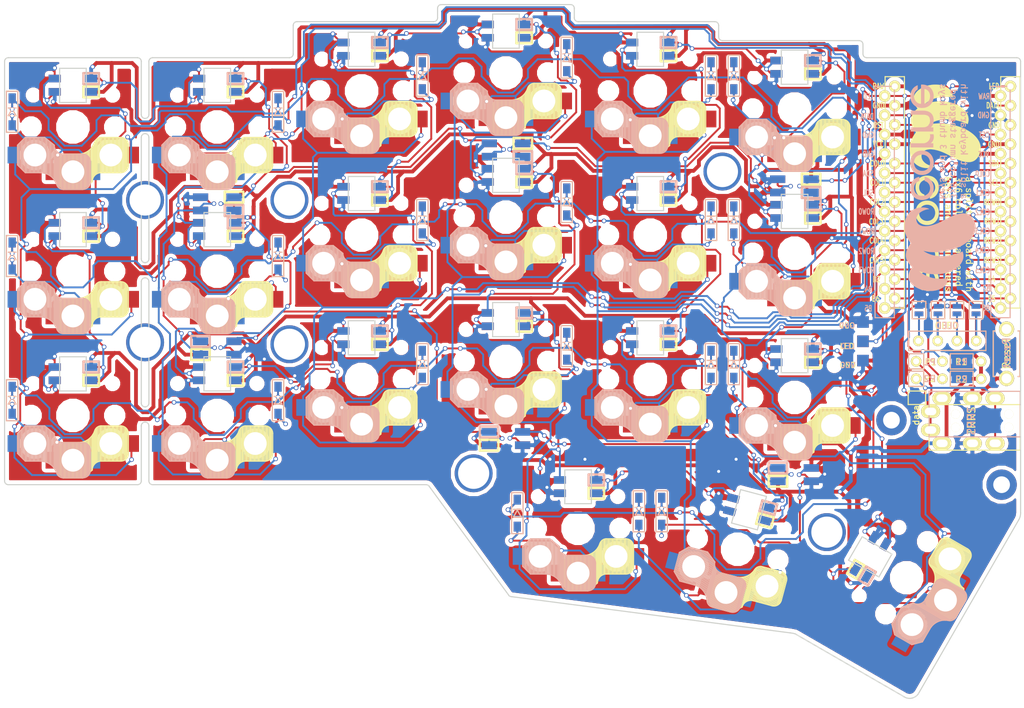
<source format=kicad_pcb>
(kicad_pcb (version 20171130) (host pcbnew "(5.0.0-3-g5ebb6b6)")
  (title_block (title "Corne Chocolate") (date 2018-11-17) (rev 2.1) (company foostan))
  (layers (0 F.Cu signal) (31 B.Cu signal) (34 B.Paste user) (35 F.Paste user) (36 B.SilkS user) (37 F.SilkS user) (38 B.Mask user) (39 F.Mask user) (44 Edge.Cuts user))
  (net 0 "")
  (net 1 row0)
  (net 2 "Net-(D1-Pad2)")
  (net 3 row1)
  (net 4 "Net-(D2-Pad2)")
  (net 5 row2)
  (net 6 "Net-(D3-Pad2)")
  (net 7 row3)
  (net 8 "Net-(D4-Pad2)")
  (net 9 "Net-(D5-Pad2)")
  (net 10 "Net-(D6-Pad2)")
  (net 11 "Net-(D7-Pad2)")
  (net 12 "Net-(D8-Pad2)")
  (net 13 "Net-(D9-Pad2)")
  (net 14 "Net-(D10-Pad2)")
  (net 15 "Net-(D11-Pad2)")
  (net 16 "Net-(D12-Pad2)")
  (net 17 "Net-(D13-Pad2)")
  (net 18 "Net-(D14-Pad2)")
  (net 19 "Net-(D15-Pad2)")
  (net 20 "Net-(D16-Pad2)")
  (net 21 "Net-(D17-Pad2)")
  (net 22 "Net-(D18-Pad2)")
  (net 23 "Net-(D19-Pad2)")
  (net 24 "Net-(D20-Pad2)")
  (net 25 "Net-(D21-Pad2)")
  (net 26 GND)
  (net 27 VCC)
  (net 28 col0)
  (net 29 col1)
  (net 30 col2)
  (net 31 col3)
  (net 32 col4)
  (net 33 col5)
  (net 34 LED)
  (net 35 data)
  (net 36 "Net-(L1-Pad3)")
  (net 37 "Net-(L1-Pad1)")
  (net 38 "Net-(L3-Pad3)")
  (net 39 "Net-(L10-Pad1)")
  (net 40 "Net-(L11-Pad1)")
  (net 41 "Net-(L13-Pad1)")
  (net 42 "Net-(L14-Pad3)")
  (net 43 "Net-(L10-Pad3)")
  (net 44 "Net-(L12-Pad1)")
  (net 45 "Net-(L13-Pad3)")
  (net 46 "Net-(L15-Pad3)")
  (net 47 "Net-(L16-Pad3)")
  (net 48 reset)
  (net 49 SCL)
  (net 50 SDA)
  (net 51 "Net-(L5-Pad3)")
  (net 52 "Net-(U1-Pad14)")
  (net 53 "Net-(U1-Pad13)")
  (net 54 "Net-(U1-Pad12)")
  (net 55 "Net-(U1-Pad11)")
  (net 56 "Net-(J2-Pad1)")
  (net 57 "Net-(J2-Pad2)")
  (net 58 "Net-(J2-Pad3)")
  (net 59 "Net-(J2-Pad4)")
  (net 60 "Net-(L2-Pad3)")
  (net 61 "Net-(L3-Pad1)")
  (net 62 "Net-(L11-Pad3)")
  (net 63 "Net-(L14-Pad1)")
  (net 64 "Net-(L12-Pad3)")
  (net 65 "Net-(L17-Pad1)")
  (net 66 "Net-(L18-Pad3)")
  (net 67 "Net-(L19-Pad3)")
  (net 68 "Net-(J1-PadA)")
  (net 69 "Net-(J1-PadB)")
  (net 70 "Net-(U1-Pad24)")
  (net 71 "Net-(L21-Pad3)")
  (net 72 "Net-(L22-Pad3)")
  (net 73 "Net-(L22-Pad1)")
  (net 74 "Net-(L23-Pad3)")
  (net 75 "Net-(L25-Pad1)")
  (net 76 "Net-(L26-Pad1)")
  (module kbd:Choc_Hotswap_1.5u (layer F.Cu) (at 179.75 136.5 240)
    (fp_text reference SW21 hide)
    (fp_text value SW_PUSH hide)
    (pad "" np_thru_hole circle (at -5.5 0 150) (size 1.8 1.8) (drill 1.8) (layers *.Cu *.Mask))
    (pad "" np_thru_hole circle (at 5.5 0 150) (size 1.8 1.8) (drill 1.8) (layers *.Cu *.Mask))
    (pad "" np_thru_hole circle (at 0 0 150) (size 3.4 3.4) (drill 3.4) (layers *.Cu *.Mask))
    (pad "" np_thru_hole circle (at 0 -5.9 150) (size 3 3) (drill 3) (layers *.Cu *.Mask))
    (pad "" np_thru_hole circle (at 5 -3.7 150) (size 3 3) (drill 3) (layers *.Cu *.Mask))
    (pad 2 smd rect (at -2.8 -5.9 240) (size 1.6 2.2) (layers B.Cu B.Paste B.Mask) (net 25 "Net-(D21-Pad2)"))
    (pad 1 smd rect (at 7.8 -3.7 240) (size 1.6 2.2) (layers B.Cu B.Paste B.Mask) (net 33 col5))
    (pad 1 smd rect (at -7.8 -3.7 240) (size 1.6 2.2) (layers F.Cu F.Paste F.Mask) (net 33 col5))
    (pad 2 smd rect (at 2.8 -5.9 240) (size 1.6 2.2) (layers F.Cu F.Paste F.Mask) (net 25 "Net-(D21-Pad2)"))
    (pad "" np_thru_hole circle (at -5 -3.7 330) (size 3 3) (drill 3) (layers *.Cu *.Mask))
    (pad "" np_thru_hole circle (at 5.22 4.2 240) (size 1 1) (drill 1) (layers *.Cu *.Mask))
    (pad "" np_thru_hole circle (at -5.22 4.2 240) (size 1 1) (drill 1) (layers *.Cu *.Mask))
  )
  (module kbd:Choc_Hotswap (layer F.Cu) (at 70 77.125 180)
    (fp_text reference SW1 hide)
    (fp_text value SW_PUSH hide)
    (pad "" np_thru_hole circle (at -5.5 0 90) (size 1.8 1.8) (drill 1.8) (layers *.Cu *.Mask))
    (pad "" np_thru_hole circle (at 5.5 0 90) (size 1.8 1.8) (drill 1.8) (layers *.Cu *.Mask))
    (pad "" np_thru_hole circle (at 0 0 90) (size 3.4 3.4) (drill 3.4) (layers *.Cu *.Mask))
    (pad "" np_thru_hole circle (at 0 -5.9 90) (size 3 3) (drill 3) (layers *.Cu *.Mask))
    (pad "" np_thru_hole circle (at 5 -3.7 90) (size 3 3) (drill 3) (layers *.Cu *.Mask))
    (pad 2 smd rect (at -2.8 -5.9 180) (size 1.6 2.2) (layers B.Cu B.Paste B.Mask) (net 2 "Net-(D1-Pad2)"))
    (pad 1 smd rect (at 7.8 -3.7 180) (size 1.6 2.2) (layers B.Cu B.Paste B.Mask) (net 28 col0))
    (pad 1 smd rect (at -7.9 -3.7 180) (size 1.6 2.2) (layers F.Cu F.Paste F.Mask) (net 28 col0))
    (pad 2 smd rect (at 2.8 -5.9 180) (size 1.6 2.2) (layers F.Cu F.Paste F.Mask) (net 2 "Net-(D1-Pad2)"))
    (pad "" np_thru_hole circle (at -5 -3.7 270) (size 3 3) (drill 3) (layers *.Cu *.Mask))
    (pad "" np_thru_hole circle (at 5.22 4.2 180) (size 1 1) (drill 1) (layers *.Cu *.Mask))
    (pad "" np_thru_hole circle (at -5.22 4.2 180) (size 1 1) (drill 1) (layers *.Cu *.Mask))
  )
  (module kbd:Choc_Hotswap (layer F.Cu) (at 157.5 132.75 165)
    (fp_text reference SW20 hide)
    (fp_text value SW_PUSH hide)
    (pad "" np_thru_hole circle (at -5.5 0 75) (size 1.8 1.8) (drill 1.8) (layers *.Cu *.Mask))
    (pad "" np_thru_hole circle (at 5.5 0 75) (size 1.8 1.8) (drill 1.8) (layers *.Cu *.Mask))
    (pad "" np_thru_hole circle (at 0 0 75) (size 3.4 3.4) (drill 3.4) (layers *.Cu *.Mask))
    (pad "" np_thru_hole circle (at 0 -5.9 75) (size 3 3) (drill 3) (layers *.Cu *.Mask))
    (pad "" np_thru_hole circle (at 5 -3.7 75) (size 3 3) (drill 3) (layers *.Cu *.Mask))
    (pad 2 smd rect (at -2.8 -5.9 165) (size 1.6 2.2) (layers B.Cu B.Paste B.Mask) (net 24 "Net-(D20-Pad2)"))
    (pad 1 smd rect (at 7.8 -3.7 165) (size 1.6 2.2) (layers B.Cu B.Paste B.Mask) (net 32 col4))
    (pad 1 smd rect (at -7.9 -3.7 165) (size 1.6 2.2) (layers F.Cu F.Paste F.Mask) (net 32 col4))
    (pad 2 smd rect (at 2.8 -5.9 165) (size 1.6 2.2) (layers F.Cu F.Paste F.Mask) (net 24 "Net-(D20-Pad2)"))
    (pad "" np_thru_hole circle (at -5 -3.7 255) (size 3 3) (drill 3) (layers *.Cu *.Mask))
    (pad "" np_thru_hole circle (at 5.22 4.2 165) (size 1 1) (drill 1) (layers *.Cu *.Mask))
    (pad "" np_thru_hole circle (at -5.22 4.2 165) (size 1 1) (drill 1) (layers *.Cu *.Mask))
  )
  (module kbd:Choc_Hotswap (layer F.Cu) (at 146 91.375 180)
    (fp_text reference SW11 hide)
    (fp_text value SW_PUSH hide)
    (pad "" np_thru_hole circle (at -5.5 0 90) (size 1.8 1.8) (drill 1.8) (layers *.Cu *.Mask))
    (pad "" np_thru_hole circle (at 5.5 0 90) (size 1.8 1.8) (drill 1.8) (layers *.Cu *.Mask))
    (pad "" np_thru_hole circle (at 0 0 90) (size 3.4 3.4) (drill 3.4) (layers *.Cu *.Mask))
    (pad "" np_thru_hole circle (at 0 -5.9 90) (size 3 3) (drill 3) (layers *.Cu *.Mask))
    (pad "" np_thru_hole circle (at 5 -3.7 90) (size 3 3) (drill 3) (layers *.Cu *.Mask))
    (pad 2 smd rect (at -2.8 -5.9 180) (size 1.6 2.2) (layers B.Cu B.Paste B.Mask) (net 15 "Net-(D11-Pad2)"))
    (pad 1 smd rect (at 7.8 -3.7 180) (size 1.6 2.2) (layers B.Cu B.Paste B.Mask) (net 32 col4))
    (pad 1 smd rect (at -7.9 -3.7 180) (size 1.6 2.2) (layers F.Cu F.Paste F.Mask) (net 32 col4))
    (pad 2 smd rect (at 2.8 -5.9 180) (size 1.6 2.2) (layers F.Cu F.Paste F.Mask) (net 15 "Net-(D11-Pad2)"))
    (pad "" np_thru_hole circle (at -5 -3.7 270) (size 3 3) (drill 3) (layers *.Cu *.Mask))
    (pad "" np_thru_hole circle (at 5.22 4.2 180) (size 1 1) (drill 1) (layers *.Cu *.Mask))
    (pad "" np_thru_hole circle (at -5.22 4.2 180) (size 1 1) (drill 1) (layers *.Cu *.Mask))
  )
  (module kbd:Choc_Hotswap (layer F.Cu) (at 165 112.75 180)
    (fp_text reference SW18 hide)
    (fp_text value SW_PUSH hide)
    (pad "" np_thru_hole circle (at -5.5 0 90) (size 1.8 1.8) (drill 1.8) (layers *.Cu *.Mask))
    (pad "" np_thru_hole circle (at 5.5 0 90) (size 1.8 1.8) (drill 1.8) (layers *.Cu *.Mask))
    (pad "" np_thru_hole circle (at 0 0 90) (size 3.4 3.4) (drill 3.4) (layers *.Cu *.Mask))
    (pad "" np_thru_hole circle (at 0 -5.9 90) (size 3 3) (drill 3) (layers *.Cu *.Mask))
    (pad "" np_thru_hole circle (at 5 -3.7 90) (size 3 3) (drill 3) (layers *.Cu *.Mask))
    (pad 2 smd rect (at -2.8 -5.9 180) (size 1.6 2.2) (layers B.Cu B.Paste B.Mask) (net 22 "Net-(D18-Pad2)"))
    (pad 1 smd rect (at 7.8 -3.7 180) (size 1.6 2.2) (layers B.Cu B.Paste B.Mask) (net 33 col5))
    (pad 1 smd rect (at -7.9 -3.7 180) (size 1.6 2.2) (layers F.Cu F.Paste F.Mask) (net 33 col5))
    (pad 2 smd rect (at 2.8 -5.9 180) (size 1.6 2.2) (layers F.Cu F.Paste F.Mask) (net 22 "Net-(D18-Pad2)"))
    (pad "" np_thru_hole circle (at -5 -3.7 270) (size 3 3) (drill 3) (layers *.Cu *.Mask))
    (pad "" np_thru_hole circle (at 5.22 4.2 180) (size 1 1) (drill 1) (layers *.Cu *.Mask))
    (pad "" np_thru_hole circle (at -5.22 4.2 180) (size 1 1) (drill 1) (layers *.Cu *.Mask))
  )
  (module kbd:Choc_Hotswap (layer F.Cu) (at 165 93.75 180)
    (fp_text reference SW12 hide)
    (fp_text value SW_PUSH hide)
    (pad "" np_thru_hole circle (at -5.5 0 90) (size 1.8 1.8) (drill 1.8) (layers *.Cu *.Mask))
    (pad "" np_thru_hole circle (at 5.5 0 90) (size 1.8 1.8) (drill 1.8) (layers *.Cu *.Mask))
    (pad "" np_thru_hole circle (at 0 0 90) (size 3.4 3.4) (drill 3.4) (layers *.Cu *.Mask))
    (pad "" np_thru_hole circle (at 0 -5.9 90) (size 3 3) (drill 3) (layers *.Cu *.Mask))
    (pad "" np_thru_hole circle (at 5 -3.7 90) (size 3 3) (drill 3) (layers *.Cu *.Mask))
    (pad 2 smd rect (at -2.8 -5.9 180) (size 1.6 2.2) (layers B.Cu B.Paste B.Mask) (net 16 "Net-(D12-Pad2)"))
    (pad 1 smd rect (at 7.8 -3.7 180) (size 1.6 2.2) (layers B.Cu B.Paste B.Mask) (net 33 col5))
    (pad 1 smd rect (at -7.9 -3.7 180) (size 1.6 2.2) (layers F.Cu F.Paste F.Mask) (net 33 col5))
    (pad 2 smd rect (at 2.8 -5.9 180) (size 1.6 2.2) (layers F.Cu F.Paste F.Mask) (net 16 "Net-(D12-Pad2)"))
    (pad "" np_thru_hole circle (at -5 -3.7 270) (size 3 3) (drill 3) (layers *.Cu *.Mask))
    (pad "" np_thru_hole circle (at 5.22 4.2 180) (size 1 1) (drill 1) (layers *.Cu *.Mask))
    (pad "" np_thru_hole circle (at -5.22 4.2 180) (size 1 1) (drill 1) (layers *.Cu *.Mask))
  )
  (module kbd:Choc_Hotswap (layer F.Cu) (at 165 74.75 180)
    (fp_text reference SW6 hide)
    (fp_text value SW_PUSH hide)
    (pad "" np_thru_hole circle (at -5.5 0 90) (size 1.8 1.8) (drill 1.8) (layers *.Cu *.Mask))
    (pad "" np_thru_hole circle (at 5.5 0 90) (size 1.8 1.8) (drill 1.8) (layers *.Cu *.Mask))
    (pad "" np_thru_hole circle (at 0 0 90) (size 3.4 3.4) (drill 3.4) (layers *.Cu *.Mask))
    (pad "" np_thru_hole circle (at 0 -5.9 90) (size 3 3) (drill 3) (layers *.Cu *.Mask))
    (pad "" np_thru_hole circle (at 5 -3.7 90) (size 3 3) (drill 3) (layers *.Cu *.Mask))
    (pad 2 smd rect (at -2.8 -5.9 180) (size 1.6 2.2) (layers B.Cu B.Paste B.Mask) (net 10 "Net-(D6-Pad2)"))
    (pad 1 smd rect (at 7.8 -3.7 180) (size 1.6 2.2) (layers B.Cu B.Paste B.Mask) (net 33 col5))
    (pad 1 smd rect (at -7.9 -3.7 180) (size 1.6 2.2) (layers F.Cu F.Paste F.Mask) (net 33 col5))
    (pad 2 smd rect (at 2.8 -5.9 180) (size 1.6 2.2) (layers F.Cu F.Paste F.Mask) (net 10 "Net-(D6-Pad2)"))
    (pad "" np_thru_hole circle (at -5 -3.7 270) (size 3 3) (drill 3) (layers *.Cu *.Mask))
    (pad "" np_thru_hole circle (at 5.22 4.2 180) (size 1 1) (drill 1) (layers *.Cu *.Mask))
    (pad "" np_thru_hole circle (at -5.22 4.2 180) (size 1 1) (drill 1) (layers *.Cu *.Mask))
  )
  (module kbd:Choc_Hotswap (layer F.Cu) (at 146 72.375 180)
    (fp_text reference SW5 hide)
    (fp_text value SW_PUSH hide)
    (pad "" np_thru_hole circle (at -5.5 0 90) (size 1.8 1.8) (drill 1.8) (layers *.Cu *.Mask))
    (pad "" np_thru_hole circle (at 5.5 0 90) (size 1.8 1.8) (drill 1.8) (layers *.Cu *.Mask))
    (pad "" np_thru_hole circle (at 0 0 90) (size 3.4 3.4) (drill 3.4) (layers *.Cu *.Mask))
    (pad "" np_thru_hole circle (at 0 -5.9 90) (size 3 3) (drill 3) (layers *.Cu *.Mask))
    (pad "" np_thru_hole circle (at 5 -3.7 90) (size 3 3) (drill 3) (layers *.Cu *.Mask))
    (pad 2 smd rect (at -2.8 -5.9 180) (size 1.6 2.2) (layers B.Cu B.Paste B.Mask) (net 9 "Net-(D5-Pad2)"))
    (pad 1 smd rect (at 7.8 -3.7 180) (size 1.6 2.2) (layers B.Cu B.Paste B.Mask) (net 32 col4))
    (pad 1 smd rect (at -7.9 -3.7 180) (size 1.6 2.2) (layers F.Cu F.Paste F.Mask) (net 32 col4))
    (pad 2 smd rect (at 2.8 -5.9 180) (size 1.6 2.2) (layers F.Cu F.Paste F.Mask) (net 9 "Net-(D5-Pad2)"))
    (pad "" np_thru_hole circle (at -5 -3.7 270) (size 3 3) (drill 3) (layers *.Cu *.Mask))
    (pad "" np_thru_hole circle (at 5.22 4.2 180) (size 1 1) (drill 1) (layers *.Cu *.Mask))
    (pad "" np_thru_hole circle (at -5.22 4.2 180) (size 1 1) (drill 1) (layers *.Cu *.Mask))
  )
  (module kbd:Choc_Hotswap (layer F.Cu) (at 108 110.375 180)
    (fp_text reference SW15 hide)
    (fp_text value SW_PUSH hide)
    (pad "" np_thru_hole circle (at -5.5 0 90) (size 1.8 1.8) (drill 1.8) (layers *.Cu *.Mask))
    (pad "" np_thru_hole circle (at 5.5 0 90) (size 1.8 1.8) (drill 1.8) (layers *.Cu *.Mask))
    (pad "" np_thru_hole circle (at 0 0 90) (size 3.4 3.4) (drill 3.4) (layers *.Cu *.Mask))
    (pad "" np_thru_hole circle (at 0 -5.9 90) (size 3 3) (drill 3) (layers *.Cu *.Mask))
    (pad "" np_thru_hole circle (at 5 -3.7 90) (size 3 3) (drill 3) (layers *.Cu *.Mask))
    (pad 2 smd rect (at -2.8 -5.9 180) (size 1.6 2.2) (layers B.Cu B.Paste B.Mask) (net 19 "Net-(D15-Pad2)"))
    (pad 1 smd rect (at 7.8 -3.7 180) (size 1.6 2.2) (layers B.Cu B.Paste B.Mask) (net 30 col2))
    (pad 1 smd rect (at -7.9 -3.7 180) (size 1.6 2.2) (layers F.Cu F.Paste F.Mask) (net 30 col2))
    (pad 2 smd rect (at 2.8 -5.9 180) (size 1.6 2.2) (layers F.Cu F.Paste F.Mask) (net 19 "Net-(D15-Pad2)"))
    (pad "" np_thru_hole circle (at -5 -3.7 270) (size 3 3) (drill 3) (layers *.Cu *.Mask))
    (pad "" np_thru_hole circle (at 5.22 4.2 180) (size 1 1) (drill 1) (layers *.Cu *.Mask))
    (pad "" np_thru_hole circle (at -5.22 4.2 180) (size 1 1) (drill 1) (layers *.Cu *.Mask))
  )
  (module kbd:Choc_Hotswap (layer F.Cu) (at 127 89 180)
    (fp_text reference SW10 hide)
    (fp_text value SW_PUSH hide)
    (pad "" np_thru_hole circle (at -5.5 0 90) (size 1.8 1.8) (drill 1.8) (layers *.Cu *.Mask))
    (pad "" np_thru_hole circle (at 5.5 0 90) (size 1.8 1.8) (drill 1.8) (layers *.Cu *.Mask))
    (pad "" np_thru_hole circle (at 0 0 90) (size 3.4 3.4) (drill 3.4) (layers *.Cu *.Mask))
    (pad "" np_thru_hole circle (at 0 -5.9 90) (size 3 3) (drill 3) (layers *.Cu *.Mask))
    (pad "" np_thru_hole circle (at 5 -3.7 90) (size 3 3) (drill 3) (layers *.Cu *.Mask))
    (pad 2 smd rect (at -2.8 -5.9 180) (size 1.6 2.2) (layers B.Cu B.Paste B.Mask) (net 14 "Net-(D10-Pad2)"))
    (pad 1 smd rect (at 7.8 -3.7 180) (size 1.6 2.2) (layers B.Cu B.Paste B.Mask) (net 31 col3))
    (pad 1 smd rect (at -7.9 -3.7 180) (size 1.6 2.2) (layers F.Cu F.Paste F.Mask) (net 31 col3))
    (pad 2 smd rect (at 2.8 -5.9 180) (size 1.6 2.2) (layers F.Cu F.Paste F.Mask) (net 14 "Net-(D10-Pad2)"))
    (pad "" np_thru_hole circle (at -5 -3.7 270) (size 3 3) (drill 3) (layers *.Cu *.Mask))
    (pad "" np_thru_hole circle (at 5.22 4.2 180) (size 1 1) (drill 1) (layers *.Cu *.Mask))
    (pad "" np_thru_hole circle (at -5.22 4.2 180) (size 1 1) (drill 1) (layers *.Cu *.Mask))
  )
  (module kbd:Choc_Hotswap (layer F.Cu) (at 108 72.375 180)
    (fp_text reference SW3 hide)
    (fp_text value SW_PUSH hide)
    (pad "" np_thru_hole circle (at -5.5 0 90) (size 1.8 1.8) (drill 1.8) (layers *.Cu *.Mask))
    (pad "" np_thru_hole circle (at 5.5 0 90) (size 1.8 1.8) (drill 1.8) (layers *.Cu *.Mask))
    (pad "" np_thru_hole circle (at 0 0 90) (size 3.4 3.4) (drill 3.4) (layers *.Cu *.Mask))
    (pad "" np_thru_hole circle (at 0 -5.9 90) (size 3 3) (drill 3) (layers *.Cu *.Mask))
    (pad "" np_thru_hole circle (at 5 -3.7 90) (size 3 3) (drill 3) (layers *.Cu *.Mask))
    (pad 2 smd rect (at -2.8 -5.9 180) (size 1.6 2.2) (layers B.Cu B.Paste B.Mask) (net 6 "Net-(D3-Pad2)"))
    (pad 1 smd rect (at 7.8 -3.7 180) (size 1.6 2.2) (layers B.Cu B.Paste B.Mask) (net 30 col2))
    (pad 1 smd rect (at -7.9 -3.7 180) (size 1.6 2.2) (layers F.Cu F.Paste F.Mask) (net 30 col2))
    (pad 2 smd rect (at 2.8 -5.9 180) (size 1.6 2.2) (layers F.Cu F.Paste F.Mask) (net 6 "Net-(D3-Pad2)"))
    (pad "" np_thru_hole circle (at -5 -3.7 270) (size 3 3) (drill 3) (layers *.Cu *.Mask))
    (pad "" np_thru_hole circle (at 5.22 4.2 180) (size 1 1) (drill 1) (layers *.Cu *.Mask))
    (pad "" np_thru_hole circle (at -5.22 4.2 180) (size 1 1) (drill 1) (layers *.Cu *.Mask))
  )
  (module kbd:Choc_Hotswap (layer F.Cu) (at 89 115.125 180)
    (fp_text reference SW14 hide)
    (fp_text value SW_PUSH hide)
    (pad "" np_thru_hole circle (at -5.5 0 90) (size 1.8 1.8) (drill 1.8) (layers *.Cu *.Mask))
    (pad "" np_thru_hole circle (at 5.5 0 90) (size 1.8 1.8) (drill 1.8) (layers *.Cu *.Mask))
    (pad "" np_thru_hole circle (at 0 0 90) (size 3.4 3.4) (drill 3.4) (layers *.Cu *.Mask))
    (pad "" np_thru_hole circle (at 0 -5.9 90) (size 3 3) (drill 3) (layers *.Cu *.Mask))
    (pad "" np_thru_hole circle (at 5 -3.7 90) (size 3 3) (drill 3) (layers *.Cu *.Mask))
    (pad 2 smd rect (at -2.8 -5.9 180) (size 1.6 2.2) (layers B.Cu B.Paste B.Mask) (net 18 "Net-(D14-Pad2)"))
    (pad 1 smd rect (at 7.8 -3.7 180) (size 1.6 2.2) (layers B.Cu B.Paste B.Mask) (net 29 col1))
    (pad 1 smd rect (at -7.9 -3.7 180) (size 1.6 2.2) (layers F.Cu F.Paste F.Mask) (net 29 col1))
    (pad 2 smd rect (at 2.8 -5.9 180) (size 1.6 2.2) (layers F.Cu F.Paste F.Mask) (net 18 "Net-(D14-Pad2)"))
    (pad "" np_thru_hole circle (at -5 -3.7 270) (size 3 3) (drill 3) (layers *.Cu *.Mask))
    (pad "" np_thru_hole circle (at 5.22 4.2 180) (size 1 1) (drill 1) (layers *.Cu *.Mask))
    (pad "" np_thru_hole circle (at -5.22 4.2 180) (size 1 1) (drill 1) (layers *.Cu *.Mask))
  )
  (module kbd:Choc_Hotswap (layer F.Cu) (at 89 77.125 180)
    (fp_text reference SW2 hide)
    (fp_text value SW_PUSH hide)
    (pad "" np_thru_hole circle (at -5.5 0 90) (size 1.8 1.8) (drill 1.8) (layers *.Cu *.Mask))
    (pad "" np_thru_hole circle (at 5.5 0 90) (size 1.8 1.8) (drill 1.8) (layers *.Cu *.Mask))
    (pad "" np_thru_hole circle (at 0 0 90) (size 3.4 3.4) (drill 3.4) (layers *.Cu *.Mask))
    (pad "" np_thru_hole circle (at 0 -5.9 90) (size 3 3) (drill 3) (layers *.Cu *.Mask))
    (pad "" np_thru_hole circle (at 5 -3.7 90) (size 3 3) (drill 3) (layers *.Cu *.Mask))
    (pad 2 smd rect (at -2.8 -5.9 180) (size 1.6 2.2) (layers B.Cu B.Paste B.Mask) (net 4 "Net-(D2-Pad2)"))
    (pad 1 smd rect (at 7.8 -3.7 180) (size 1.6 2.2) (layers B.Cu B.Paste B.Mask) (net 29 col1))
    (pad 1 smd rect (at -7.9 -3.7 180) (size 1.6 2.2) (layers F.Cu F.Paste F.Mask) (net 29 col1))
    (pad 2 smd rect (at 2.8 -5.9 180) (size 1.6 2.2) (layers F.Cu F.Paste F.Mask) (net 4 "Net-(D2-Pad2)"))
    (pad "" np_thru_hole circle (at -5 -3.7 270) (size 3 3) (drill 3) (layers *.Cu *.Mask))
    (pad "" np_thru_hole circle (at 5.22 4.2 180) (size 1 1) (drill 1) (layers *.Cu *.Mask))
    (pad "" np_thru_hole circle (at -5.22 4.2 180) (size 1 1) (drill 1) (layers *.Cu *.Mask))
  )
  (module kbd:Choc_Hotswap (layer F.Cu) (at 146 110.375 180)
    (fp_text reference SW17 hide)
    (fp_text value SW_PUSH hide)
    (pad "" np_thru_hole circle (at -5.5 0 90) (size 1.8 1.8) (drill 1.8) (layers *.Cu *.Mask))
    (pad "" np_thru_hole circle (at 5.5 0 90) (size 1.8 1.8) (drill 1.8) (layers *.Cu *.Mask))
    (pad "" np_thru_hole circle (at 0 0 90) (size 3.4 3.4) (drill 3.4) (layers *.Cu *.Mask))
    (pad "" np_thru_hole circle (at 0 -5.9 90) (size 3 3) (drill 3) (layers *.Cu *.Mask))
    (pad "" np_thru_hole circle (at 5 -3.7 90) (size 3 3) (drill 3) (layers *.Cu *.Mask))
    (pad 2 smd rect (at -2.8 -5.9 180) (size 1.6 2.2) (layers B.Cu B.Paste B.Mask) (net 21 "Net-(D17-Pad2)"))
    (pad 1 smd rect (at 7.8 -3.7 180) (size 1.6 2.2) (layers B.Cu B.Paste B.Mask) (net 32 col4))
    (pad 1 smd rect (at -7.9 -3.7 180) (size 1.6 2.2) (layers F.Cu F.Paste F.Mask) (net 32 col4))
    (pad 2 smd rect (at 2.8 -5.9 180) (size 1.6 2.2) (layers F.Cu F.Paste F.Mask) (net 21 "Net-(D17-Pad2)"))
    (pad "" np_thru_hole circle (at -5 -3.7 270) (size 3 3) (drill 3) (layers *.Cu *.Mask))
    (pad "" np_thru_hole circle (at 5.22 4.2 180) (size 1 1) (drill 1) (layers *.Cu *.Mask))
    (pad "" np_thru_hole circle (at -5.22 4.2 180) (size 1 1) (drill 1) (layers *.Cu *.Mask))
  )
  (module kbd:Choc_Hotswap (layer F.Cu) (at 127 70 180)
    (fp_text reference SW4 hide)
    (fp_text value SW_PUSH hide)
    (pad "" np_thru_hole circle (at -5.5 0 90) (size 1.8 1.8) (drill 1.8) (layers *.Cu *.Mask))
    (pad "" np_thru_hole circle (at 5.5 0 90) (size 1.8 1.8) (drill 1.8) (layers *.Cu *.Mask))
    (pad "" np_thru_hole circle (at 0 0 90) (size 3.4 3.4) (drill 3.4) (layers *.Cu *.Mask))
    (pad "" np_thru_hole circle (at 0 -5.9 90) (size 3 3) (drill 3) (layers *.Cu *.Mask))
    (pad "" np_thru_hole circle (at 5 -3.7 90) (size 3 3) (drill 3) (layers *.Cu *.Mask))
    (pad 2 smd rect (at -2.8 -5.9 180) (size 1.6 2.2) (layers B.Cu B.Paste B.Mask) (net 8 "Net-(D4-Pad2)"))
    (pad 1 smd rect (at 7.8 -3.7 180) (size 1.6 2.2) (layers B.Cu B.Paste B.Mask) (net 31 col3))
    (pad 1 smd rect (at -7.9 -3.7 180) (size 1.6 2.2) (layers F.Cu F.Paste F.Mask) (net 31 col3))
    (pad 2 smd rect (at 2.8 -5.9 180) (size 1.6 2.2) (layers F.Cu F.Paste F.Mask) (net 8 "Net-(D4-Pad2)"))
    (pad "" np_thru_hole circle (at -5 -3.7 270) (size 3 3) (drill 3) (layers *.Cu *.Mask))
    (pad "" np_thru_hole circle (at 5.22 4.2 180) (size 1 1) (drill 1) (layers *.Cu *.Mask))
    (pad "" np_thru_hole circle (at -5.22 4.2 180) (size 1 1) (drill 1) (layers *.Cu *.Mask))
  )
  (module kbd:Choc_Hotswap (layer F.Cu) (at 127 108 180)
    (fp_text reference SW16 hide)
    (fp_text value SW_PUSH hide)
    (pad "" np_thru_hole circle (at -5.5 0 90) (size 1.8 1.8) (drill 1.8) (layers *.Cu *.Mask))
    (pad "" np_thru_hole circle (at 5.5 0 90) (size 1.8 1.8) (drill 1.8) (layers *.Cu *.Mask))
    (pad "" np_thru_hole circle (at 0 0 90) (size 3.4 3.4) (drill 3.4) (layers *.Cu *.Mask))
    (pad "" np_thru_hole circle (at 0 -5.9 90) (size 3 3) (drill 3) (layers *.Cu *.Mask))
    (pad "" np_thru_hole circle (at 5 -3.7 90) (size 3 3) (drill 3) (layers *.Cu *.Mask))
    (pad 2 smd rect (at -2.8 -5.9 180) (size 1.6 2.2) (layers B.Cu B.Paste B.Mask) (net 20 "Net-(D16-Pad2)"))
    (pad 1 smd rect (at 7.8 -3.7 180) (size 1.6 2.2) (layers B.Cu B.Paste B.Mask) (net 31 col3))
    (pad 1 smd rect (at -7.9 -3.7 180) (size 1.6 2.2) (layers F.Cu F.Paste F.Mask) (net 31 col3))
    (pad 2 smd rect (at 2.8 -5.9 180) (size 1.6 2.2) (layers F.Cu F.Paste F.Mask) (net 20 "Net-(D16-Pad2)"))
    (pad "" np_thru_hole circle (at -5 -3.7 270) (size 3 3) (drill 3) (layers *.Cu *.Mask))
    (pad "" np_thru_hole circle (at 5.22 4.2 180) (size 1 1) (drill 1) (layers *.Cu *.Mask))
    (pad "" np_thru_hole circle (at -5.22 4.2 180) (size 1 1) (drill 1) (layers *.Cu *.Mask))
  )
  (module kbd:Choc_Hotswap (layer F.Cu) (at 136.5 130 180)
    (fp_text reference SW19 hide)
    (fp_text value SW_PUSH hide)
    (pad "" np_thru_hole circle (at -5.5 0 90) (size 1.8 1.8) (drill 1.8) (layers *.Cu *.Mask))
    (pad "" np_thru_hole circle (at 5.5 0 90) (size 1.8 1.8) (drill 1.8) (layers *.Cu *.Mask))
    (pad "" np_thru_hole circle (at 0 0 90) (size 3.4 3.4) (drill 3.4) (layers *.Cu *.Mask))
    (pad "" np_thru_hole circle (at 0 -5.9 90) (size 3 3) (drill 3) (layers *.Cu *.Mask))
    (pad "" np_thru_hole circle (at 5 -3.7 90) (size 3 3) (drill 3) (layers *.Cu *.Mask))
    (pad 2 smd rect (at -2.8 -5.9 180) (size 1.6 2.2) (layers B.Cu B.Paste B.Mask) (net 23 "Net-(D19-Pad2)"))
    (pad 1 smd rect (at 7.8 -3.7 180) (size 1.6 2.2) (layers B.Cu B.Paste B.Mask) (net 31 col3))
    (pad 1 smd rect (at -7.9 -3.7 180) (size 1.6 2.2) (layers F.Cu F.Paste F.Mask) (net 31 col3))
    (pad 2 smd rect (at 2.8 -5.9 180) (size 1.6 2.2) (layers F.Cu F.Paste F.Mask) (net 23 "Net-(D19-Pad2)"))
    (pad "" np_thru_hole circle (at -5 -3.7 270) (size 3 3) (drill 3) (layers *.Cu *.Mask))
    (pad "" np_thru_hole circle (at 5.22 4.2 180) (size 1 1) (drill 1) (layers *.Cu *.Mask))
    (pad "" np_thru_hole circle (at -5.22 4.2 180) (size 1 1) (drill 1) (layers *.Cu *.Mask))
  )
  (module kbd:Choc_Hotswap (layer F.Cu) (at 70 115.125 180)
    (fp_text reference SW13 hide)
    (fp_text value SW_PUSH hide)
    (pad "" np_thru_hole circle (at -5.5 0 90) (size 1.8 1.8) (drill 1.8) (layers *.Cu *.Mask))
    (pad "" np_thru_hole circle (at 5.5 0 90) (size 1.8 1.8) (drill 1.8) (layers *.Cu *.Mask))
    (pad "" np_thru_hole circle (at 0 0 90) (size 3.4 3.4) (drill 3.4) (layers *.Cu *.Mask))
    (pad "" np_thru_hole circle (at 0 -5.9 90) (size 3 3) (drill 3) (layers *.Cu *.Mask))
    (pad "" np_thru_hole circle (at 5 -3.7 90) (size 3 3) (drill 3) (layers *.Cu *.Mask))
    (pad 2 smd rect (at -2.8 -5.9 180) (size 1.6 2.2) (layers B.Cu B.Paste B.Mask) (net 17 "Net-(D13-Pad2)"))
    (pad 1 smd rect (at 7.8 -3.7 180) (size 1.6 2.2) (layers B.Cu B.Paste B.Mask) (net 28 col0))
    (pad 1 smd rect (at -7.9 -3.7 180) (size 1.6 2.2) (layers F.Cu F.Paste F.Mask) (net 28 col0))
    (pad 2 smd rect (at 2.8 -5.9 180) (size 1.6 2.2) (layers F.Cu F.Paste F.Mask) (net 17 "Net-(D13-Pad2)"))
    (pad "" np_thru_hole circle (at -5 -3.7 270) (size 3 3) (drill 3) (layers *.Cu *.Mask))
    (pad "" np_thru_hole circle (at 5.22 4.2 180) (size 1 1) (drill 1) (layers *.Cu *.Mask))
    (pad "" np_thru_hole circle (at -5.22 4.2 180) (size 1 1) (drill 1) (layers *.Cu *.Mask))
  )
  (module kbd:Choc_Hotswap (layer F.Cu) (at 108 91.375 180)
    (fp_text reference SW9 hide)
    (fp_text value SW_PUSH hide)
    (pad "" np_thru_hole circle (at -5.5 0 90) (size 1.8 1.8) (drill 1.8) (layers *.Cu *.Mask))
    (pad "" np_thru_hole circle (at 5.5 0 90) (size 1.8 1.8) (drill 1.8) (layers *.Cu *.Mask))
    (pad "" np_thru_hole circle (at 0 0 90) (size 3.4 3.4) (drill 3.4) (layers *.Cu *.Mask))
    (pad "" np_thru_hole circle (at 0 -5.9 90) (size 3 3) (drill 3) (layers *.Cu *.Mask))
    (pad "" np_thru_hole circle (at 5 -3.7 90) (size 3 3) (drill 3) (layers *.Cu *.Mask))
    (pad 2 smd rect (at -2.8 -5.9 180) (size 1.6 2.2) (layers B.Cu B.Paste B.Mask) (net 13 "Net-(D9-Pad2)"))
    (pad 1 smd rect (at 7.8 -3.7 180) (size 1.6 2.2) (layers B.Cu B.Paste B.Mask) (net 30 col2))
    (pad 1 smd rect (at -7.9 -3.7 180) (size 1.6 2.2) (layers F.Cu F.Paste F.Mask) (net 30 col2))
    (pad 2 smd rect (at 2.8 -5.9 180) (size 1.6 2.2) (layers F.Cu F.Paste F.Mask) (net 13 "Net-(D9-Pad2)"))
    (pad "" np_thru_hole circle (at -5 -3.7 270) (size 3 3) (drill 3) (layers *.Cu *.Mask))
    (pad "" np_thru_hole circle (at 5.22 4.2 180) (size 1 1) (drill 1) (layers *.Cu *.Mask))
    (pad "" np_thru_hole circle (at -5.22 4.2 180) (size 1 1) (drill 1) (layers *.Cu *.Mask))
  )
  (module kbd:Choc_Hotswap (layer F.Cu) (at 89 96.125 180)
    (fp_text reference SW8 hide)
    (fp_text value SW_PUSH hide)
    (pad "" np_thru_hole circle (at -5.5 0 90) (size 1.8 1.8) (drill 1.8) (layers *.Cu *.Mask))
    (pad "" np_thru_hole circle (at 5.5 0 90) (size 1.8 1.8) (drill 1.8) (layers *.Cu *.Mask))
    (pad "" np_thru_hole circle (at 0 0 90) (size 3.4 3.4) (drill 3.4) (layers *.Cu *.Mask))
    (pad "" np_thru_hole circle (at 0 -5.9 90) (size 3 3) (drill 3) (layers *.Cu *.Mask))
    (pad "" np_thru_hole circle (at 5 -3.7 90) (size 3 3) (drill 3) (layers *.Cu *.Mask))
    (pad 2 smd rect (at -2.8 -5.9 180) (size 1.6 2.2) (layers B.Cu B.Paste B.Mask) (net 12 "Net-(D8-Pad2)"))
    (pad 1 smd rect (at 7.8 -3.7 180) (size 1.6 2.2) (layers B.Cu B.Paste B.Mask) (net 29 col1))
    (pad 1 smd rect (at -7.9 -3.7 180) (size 1.6 2.2) (layers F.Cu F.Paste F.Mask) (net 29 col1))
    (pad 2 smd rect (at 2.8 -5.9 180) (size 1.6 2.2) (layers F.Cu F.Paste F.Mask) (net 12 "Net-(D8-Pad2)"))
    (pad "" np_thru_hole circle (at -5 -3.7 270) (size 3 3) (drill 3) (layers *.Cu *.Mask))
    (pad "" np_thru_hole circle (at 5.22 4.2 180) (size 1 1) (drill 1) (layers *.Cu *.Mask))
    (pad "" np_thru_hole circle (at -5.22 4.2 180) (size 1 1) (drill 1) (layers *.Cu *.Mask))
  )
  (module kbd:Choc_Hotswap (layer F.Cu) (at 70 96.125 180)
    (fp_text reference SW7 hide)
    (fp_text value SW_PUSH hide)
    (pad "" np_thru_hole circle (at -5.5 0 90) (size 1.8 1.8) (drill 1.8) (layers *.Cu *.Mask))
    (pad "" np_thru_hole circle (at 5.5 0 90) (size 1.8 1.8) (drill 1.8) (layers *.Cu *.Mask))
    (pad "" np_thru_hole circle (at 0 0 90) (size 3.4 3.4) (drill 3.4) (layers *.Cu *.Mask))
    (pad "" np_thru_hole circle (at 0 -5.9 90) (size 3 3) (drill 3) (layers *.Cu *.Mask))
    (pad "" np_thru_hole circle (at 5 -3.7 90) (size 3 3) (drill 3) (layers *.Cu *.Mask))
    (pad 2 smd rect (at -2.8 -5.9 180) (size 1.6 2.2) (layers B.Cu B.Paste B.Mask) (net 11 "Net-(D7-Pad2)"))
    (pad 1 smd rect (at 7.8 -3.7 180) (size 1.6 2.2) (layers B.Cu B.Paste B.Mask) (net 28 col0))
    (pad 1 smd rect (at -7.9 -3.7 180) (size 1.6 2.2) (layers F.Cu F.Paste F.Mask) (net 28 col0))
    (pad 2 smd rect (at 2.8 -5.9 180) (size 1.6 2.2) (layers F.Cu F.Paste F.Mask) (net 11 "Net-(D7-Pad2)"))
    (pad "" np_thru_hole circle (at -5 -3.7 270) (size 3 3) (drill 3) (layers *.Cu *.Mask))
    (pad "" np_thru_hole circle (at 5.22 4.2 180) (size 1 1) (drill 1) (layers *.Cu *.Mask))
    (pad "" np_thru_hole circle (at -5.22 4.2 180) (size 1 1) (drill 1) (layers *.Cu *.Mask))
  )
  (module kbd:MJ-4PP-9 (layer F.Cu) (at 194.7 116.7 270)
    (fp_text reference TRRS (at -0.889 6.4135 270) (layer F.SilkS))
    (fp_text value MJ-4PP-9 hide)
    (fp_text user TRRS (at -0.8255 6.4135 270) (layer B.SilkS) (effects (justify mirror)))
    (pad "" np_thru_hole circle (at -1.75 8.5 270) (size 1.2 1.2) (drill 1.2) (layers *.Cu *.Mask F.SilkS))
    (pad "" np_thru_hole circle (at -1.75 1.5 270) (size 1.2 1.2) (drill 1.2) (layers *.Cu *.Mask F.SilkS))
    (pad D thru_hole oval (at -3.85 10.3 270) (size 1.7 2.5) (drill oval 1 1.5) (layers *.Cu *.Mask F.SilkS) (net 27 VCC) (clearance 0.15))
    (pad A thru_hole oval (at 0.35 11.8 270) (size 1.7 2.5) (drill oval 1 1.5) (layers *.Cu *.Mask F.SilkS) (net 68 "Net-(J1-PadA)") (clearance 0.15))
    (pad B thru_hole oval (at -3.85 3.3 270) (size 1.7 2.5) (drill oval 1 1.5) (layers *.Cu *.Mask F.SilkS) (net 69 "Net-(J1-PadB)"))
    (pad C thru_hole oval (at -3.85 6.3 270) (size 1.7 2.5) (drill oval 1 1.5) (layers *.Cu *.Mask F.SilkS) (net 26 GND))
    (pad "" np_thru_hole circle (at 0 1.5 270) (size 1.2 1.2) (drill 1.2) (layers *.Cu *.Mask F.SilkS))
    (pad "" np_thru_hole circle (at 0 8.5 270) (size 1.2 1.2) (drill 1.2) (layers *.Cu *.Mask F.SilkS))
    (pad B thru_hole oval (at 2.1 3.3 270) (size 1.7 2.5) (drill oval 1 1.5) (layers *.Cu *.Mask F.SilkS) (net 69 "Net-(J1-PadB)"))
    (pad C thru_hole oval (at 2.1 6.3 270) (size 1.7 2.5) (drill oval 1 1.5) (layers *.Cu *.Mask F.SilkS) (net 26 GND))
    (pad D thru_hole oval (at 2.1 10.3 270) (size 1.7 2.5) (drill oval 1 1.5) (layers *.Cu *.Mask F.SilkS) (net 27 VCC) (clearance 0.15))
    (pad A thru_hole oval (at -2.1 11.8 270) (size 1.7 2.5) (drill oval 1 1.5) (layers *.Cu *.Mask F.SilkS) (net 68 "Net-(J1-PadA)") (clearance 0.15))
  )
  (module kbd:SK6812MINI_underglow_rev (layer F.Cu) (at 165.01 122.92 180)
    (fp_text reference L27 hide)
    (fp_text value SK6812MINI hide)
    (pad 4 smd rect (at 2.2 -0.875 180) (size 2 1) (layers F.Cu F.Paste F.Mask) (net 27 VCC))
    (pad 3 smd rect (at 2.2 0.875 180) (size 2 1) (layers F.Cu F.Paste F.Mask) (net 76 "Net-(L26-Pad1)"))
    (pad 1 smd rect (at -2.2 -0.875 180) (size 2 1) (layers F.Cu F.Paste F.Mask) (net 71 "Net-(L21-Pad3)"))
    (pad 2 smd rect (at -2.2 0.875 180) (size 2 1) (layers F.Cu F.Paste F.Mask) (net 26 GND))
    (pad 3 smd rect (at 2.2 -0.875 180) (size 2 1) (layers B.Cu B.Paste B.Mask) (net 76 "Net-(L26-Pad1)"))
    (pad 4 smd rect (at 2.2 0.875 180) (size 2 1) (layers B.Cu B.Paste B.Mask) (net 27 VCC))
    (pad 1 smd rect (at -2.2 0.875 180) (size 2 1) (layers B.Cu B.Paste B.Mask) (net 71 "Net-(L21-Pad3)"))
    (pad 2 smd rect (at -2.2 -0.875 180) (size 2 1) (layers B.Cu B.Paste B.Mask) (net 26 GND))
  )
  (module kbd:SK6812MINI_underglow_rev (layer F.Cu) (at 164.97 84.88)
    (fp_text reference L24 hide)
    (fp_text value SK6812MINI hide)
    (pad 4 smd rect (at 2.2 -0.875) (size 2 1) (layers F.Cu F.Paste F.Mask) (net 27 VCC))
    (pad 3 smd rect (at 2.2 0.875) (size 2 1) (layers F.Cu F.Paste F.Mask) (net 34 LED))
    (pad 1 smd rect (at -2.2 -0.875) (size 2 1) (layers F.Cu F.Paste F.Mask) (net 74 "Net-(L23-Pad3)"))
    (pad 2 smd rect (at -2.2 0.875) (size 2 1) (layers F.Cu F.Paste F.Mask) (net 26 GND))
    (pad 3 smd rect (at 2.2 -0.875) (size 2 1) (layers B.Cu B.Paste B.Mask) (net 34 LED))
    (pad 4 smd rect (at 2.2 0.875) (size 2 1) (layers B.Cu B.Paste B.Mask) (net 27 VCC))
    (pad 1 smd rect (at -2.2 0.875) (size 2 1) (layers B.Cu B.Paste B.Mask) (net 74 "Net-(L23-Pad3)"))
    (pad 2 smd rect (at -2.2 -0.875) (size 2 1) (layers B.Cu B.Paste B.Mask) (net 26 GND))
  )
  (module kbd:SK6812MINI_underglow_rev (layer F.Cu) (at 127.02 80.16)
    (fp_text reference L23 hide)
    (fp_text value SK6812MINI hide)
    (pad 4 smd rect (at 2.2 -0.875) (size 2 1) (layers F.Cu F.Paste F.Mask) (net 27 VCC))
    (pad 3 smd rect (at 2.2 0.875) (size 2 1) (layers F.Cu F.Paste F.Mask) (net 74 "Net-(L23-Pad3)"))
    (pad 1 smd rect (at -2.2 -0.875) (size 2 1) (layers F.Cu F.Paste F.Mask) (net 72 "Net-(L22-Pad3)"))
    (pad 2 smd rect (at -2.2 0.875) (size 2 1) (layers F.Cu F.Paste F.Mask) (net 26 GND))
    (pad 3 smd rect (at 2.2 -0.875) (size 2 1) (layers B.Cu B.Paste B.Mask) (net 74 "Net-(L23-Pad3)"))
    (pad 4 smd rect (at 2.2 0.875) (size 2 1) (layers B.Cu B.Paste B.Mask) (net 27 VCC))
    (pad 1 smd rect (at -2.2 0.875) (size 2 1) (layers B.Cu B.Paste B.Mask) (net 72 "Net-(L22-Pad3)"))
    (pad 2 smd rect (at -2.2 -0.875) (size 2 1) (layers B.Cu B.Paste B.Mask) (net 26 GND))
  )
  (module kbd:SK6812MINI_underglow_rev (layer F.Cu) (at 89 87.25)
    (fp_text reference L22 hide)
    (fp_text value SK6812MINI hide)
    (pad 4 smd rect (at 2.2 -0.875) (size 2 1) (layers F.Cu F.Paste F.Mask) (net 27 VCC))
    (pad 3 smd rect (at 2.2 0.875) (size 2 1) (layers F.Cu F.Paste F.Mask) (net 72 "Net-(L22-Pad3)"))
    (pad 1 smd rect (at -2.2 -0.875) (size 2 1) (layers F.Cu F.Paste F.Mask) (net 73 "Net-(L22-Pad1)"))
    (pad 2 smd rect (at -2.2 0.875) (size 2 1) (layers F.Cu F.Paste F.Mask) (net 26 GND))
    (pad 3 smd rect (at 2.2 -0.875) (size 2 1) (layers B.Cu B.Paste B.Mask) (net 72 "Net-(L22-Pad3)"))
    (pad 4 smd rect (at 2.2 0.875) (size 2 1) (layers B.Cu B.Paste B.Mask) (net 27 VCC))
    (pad 1 smd rect (at -2.2 0.875) (size 2 1) (layers B.Cu B.Paste B.Mask) (net 73 "Net-(L22-Pad1)"))
    (pad 2 smd rect (at -2.2 -0.875) (size 2 1) (layers B.Cu B.Paste B.Mask) (net 26 GND))
  )
  (module kbd:SK6812MINI_underglow_rev (layer F.Cu) (at 89 106.24 180)
    (fp_text reference L25 hide)
    (fp_text value SK6812MINI hide)
    (pad 4 smd rect (at 2.2 -0.875 180) (size 2 1) (layers F.Cu F.Paste F.Mask) (net 27 VCC))
    (pad 3 smd rect (at 2.2 0.875 180) (size 2 1) (layers F.Cu F.Paste F.Mask) (net 73 "Net-(L22-Pad1)"))
    (pad 1 smd rect (at -2.2 -0.875 180) (size 2 1) (layers F.Cu F.Paste F.Mask) (net 75 "Net-(L25-Pad1)"))
    (pad 2 smd rect (at -2.2 0.875 180) (size 2 1) (layers F.Cu F.Paste F.Mask) (net 26 GND))
    (pad 3 smd rect (at 2.2 -0.875 180) (size 2 1) (layers B.Cu B.Paste B.Mask) (net 73 "Net-(L22-Pad1)"))
    (pad 4 smd rect (at 2.2 0.875 180) (size 2 1) (layers B.Cu B.Paste B.Mask) (net 27 VCC))
    (pad 1 smd rect (at -2.2 0.875 180) (size 2 1) (layers B.Cu B.Paste B.Mask) (net 75 "Net-(L25-Pad1)"))
    (pad 2 smd rect (at -2.2 -0.875 180) (size 2 1) (layers B.Cu B.Paste B.Mask) (net 26 GND))
  )
  (module kbd:SK6812MINI_underglow_rev (layer F.Cu) (at 126.99 118.17 180)
    (fp_text reference L26 hide)
    (fp_text value SK6812MINI hide)
    (pad 4 smd rect (at 2.2 -0.875 180) (size 2 1) (layers F.Cu F.Paste F.Mask) (net 27 VCC))
    (pad 3 smd rect (at 2.2 0.875 180) (size 2 1) (layers F.Cu F.Paste F.Mask) (net 75 "Net-(L25-Pad1)"))
    (pad 1 smd rect (at -2.2 -0.875 180) (size 2 1) (layers F.Cu F.Paste F.Mask) (net 76 "Net-(L26-Pad1)"))
    (pad 2 smd rect (at -2.2 0.875 180) (size 2 1) (layers F.Cu F.Paste F.Mask) (net 26 GND))
    (pad 3 smd rect (at 2.2 -0.875 180) (size 2 1) (layers B.Cu B.Paste B.Mask) (net 75 "Net-(L25-Pad1)"))
    (pad 4 smd rect (at 2.2 0.875 180) (size 2 1) (layers B.Cu B.Paste B.Mask) (net 27 VCC))
    (pad 1 smd rect (at -2.2 0.875 180) (size 2 1) (layers B.Cu B.Paste B.Mask) (net 76 "Net-(L26-Pad1)"))
    (pad 2 smd rect (at -2.2 -0.875 180) (size 2 1) (layers B.Cu B.Paste B.Mask) (net 26 GND))
  )
  (module kbd:SK6812MINI_rev (layer F.Cu) (at 175 133.75 240)
    (fp_text reference L21 hide)
    (fp_text value SK6812MINI hide)
    (pad 2 smd rect (at -2.4 0.875 240) (size 1.6 1) (layers B.Cu B.Paste B.Mask) (net 26 GND))
    (pad 1 smd rect (at -2.4 -0.875 240) (size 1.6 1) (layers B.Cu B.Paste B.Mask) (net 66 "Net-(L18-Pad3)"))
    (pad 4 smd rect (at 2.4 -0.875 240) (size 1.6 1) (layers B.Cu B.Paste B.Mask) (net 27 VCC))
    (pad 3 smd rect (at 2.4 0.875 240) (size 1.6 1) (layers B.Cu B.Paste B.Mask) (net 71 "Net-(L21-Pad3)"))
    (pad 2 smd rect (at -2.4 -0.875 240) (size 1.6 1) (layers F.Cu F.Paste F.Mask) (net 26 GND))
    (pad 1 smd rect (at -2.4 0.875 240) (size 1.6 1) (layers F.Cu F.Paste F.Mask) (net 66 "Net-(L18-Pad3)"))
    (pad 3 smd rect (at 2.4 -0.875 240) (size 1.6 1) (layers F.Cu F.Paste F.Mask) (net 71 "Net-(L21-Pad3)"))
    (pad 4 smd rect (at 2.4 0.875 240) (size 1.6 1) (layers F.Cu F.Paste F.Mask) (net 27 VCC))
  )
  (module kbd:SK6812MINI_rev (layer F.Cu) (at 159 127.5 345)
    (fp_text reference L20 hide)
    (fp_text value SK6812MINI hide)
    (pad 2 smd rect (at -2.4 0.875 345) (size 1.6 1) (layers B.Cu B.Paste B.Mask) (net 26 GND))
    (pad 1 smd rect (at -2.4 -0.875 345) (size 1.6 1) (layers B.Cu B.Paste B.Mask) (net 67 "Net-(L19-Pad3)"))
    (pad 4 smd rect (at 2.4 -0.875 345) (size 1.6 1) (layers B.Cu B.Paste B.Mask) (net 27 VCC))
    (pad 3 smd rect (at 2.4 0.875 345) (size 1.6 1) (layers B.Cu B.Paste B.Mask) (net 65 "Net-(L17-Pad1)"))
    (pad 2 smd rect (at -2.4 -0.875 345) (size 1.6 1) (layers F.Cu F.Paste F.Mask) (net 26 GND))
    (pad 1 smd rect (at -2.4 0.875 345) (size 1.6 1) (layers F.Cu F.Paste F.Mask) (net 67 "Net-(L19-Pad3)"))
    (pad 3 smd rect (at 2.4 -0.875 345) (size 1.6 1) (layers F.Cu F.Paste F.Mask) (net 65 "Net-(L17-Pad1)"))
    (pad 4 smd rect (at 2.4 0.875 345) (size 1.6 1) (layers F.Cu F.Paste F.Mask) (net 27 VCC))
  )
  (module kbd:SK6812MINI_rev (layer F.Cu) (at 136.5 124.5)
    (fp_text reference L19 hide)
    (fp_text value SK6812MINI hide)
    (pad 2 smd rect (at -2.4 0.875) (size 1.6 1) (layers B.Cu B.Paste B.Mask) (net 26 GND))
    (pad 1 smd rect (at -2.4 -0.875) (size 1.6 1) (layers B.Cu B.Paste B.Mask) (net 47 "Net-(L16-Pad3)"))
    (pad 4 smd rect (at 2.4 -0.875) (size 1.6 1) (layers B.Cu B.Paste B.Mask) (net 27 VCC))
    (pad 3 smd rect (at 2.4 0.875) (size 1.6 1) (layers B.Cu B.Paste B.Mask) (net 67 "Net-(L19-Pad3)"))
    (pad 2 smd rect (at -2.4 -0.875) (size 1.6 1) (layers F.Cu F.Paste F.Mask) (net 26 GND))
    (pad 1 smd rect (at -2.4 0.875) (size 1.6 1) (layers F.Cu F.Paste F.Mask) (net 47 "Net-(L16-Pad3)"))
    (pad 3 smd rect (at 2.4 -0.875) (size 1.6 1) (layers F.Cu F.Paste F.Mask) (net 67 "Net-(L19-Pad3)"))
    (pad 4 smd rect (at 2.4 0.875) (size 1.6 1) (layers F.Cu F.Paste F.Mask) (net 27 VCC))
  )
  (module kbd:SK6812MINI_rev (layer F.Cu) (at 165 107.25)
    (fp_text reference L18 hide)
    (fp_text value SK6812MINI hide)
    (pad 2 smd rect (at -2.4 0.875) (size 1.6 1) (layers B.Cu B.Paste B.Mask) (net 26 GND))
    (pad 1 smd rect (at -2.4 -0.875) (size 1.6 1) (layers B.Cu B.Paste B.Mask) (net 64 "Net-(L12-Pad3)"))
    (pad 4 smd rect (at 2.4 -0.875) (size 1.6 1) (layers B.Cu B.Paste B.Mask) (net 27 VCC))
    (pad 3 smd rect (at 2.4 0.875) (size 1.6 1) (layers B.Cu B.Paste B.Mask) (net 66 "Net-(L18-Pad3)"))
    (pad 2 smd rect (at -2.4 -0.875) (size 1.6 1) (layers F.Cu F.Paste F.Mask) (net 26 GND))
    (pad 1 smd rect (at -2.4 0.875) (size 1.6 1) (layers F.Cu F.Paste F.Mask) (net 64 "Net-(L12-Pad3)"))
    (pad 3 smd rect (at 2.4 -0.875) (size 1.6 1) (layers F.Cu F.Paste F.Mask) (net 66 "Net-(L18-Pad3)"))
    (pad 4 smd rect (at 2.4 0.875) (size 1.6 1) (layers F.Cu F.Paste F.Mask) (net 27 VCC))
  )
  (module kbd:SK6812MINI_rev (layer F.Cu) (at 146 104.875)
    (fp_text reference L17 hide)
    (fp_text value SK6812MINI hide)
    (pad 2 smd rect (at -2.4 0.875) (size 1.6 1) (layers B.Cu B.Paste B.Mask) (net 26 GND))
    (pad 1 smd rect (at -2.4 -0.875) (size 1.6 1) (layers B.Cu B.Paste B.Mask) (net 65 "Net-(L17-Pad1)"))
    (pad 4 smd rect (at 2.4 -0.875) (size 1.6 1) (layers B.Cu B.Paste B.Mask) (net 27 VCC))
    (pad 3 smd rect (at 2.4 0.875) (size 1.6 1) (layers B.Cu B.Paste B.Mask) (net 40 "Net-(L11-Pad1)"))
    (pad 2 smd rect (at -2.4 -0.875) (size 1.6 1) (layers F.Cu F.Paste F.Mask) (net 26 GND))
    (pad 1 smd rect (at -2.4 0.875) (size 1.6 1) (layers F.Cu F.Paste F.Mask) (net 65 "Net-(L17-Pad1)"))
    (pad 3 smd rect (at 2.4 -0.875) (size 1.6 1) (layers F.Cu F.Paste F.Mask) (net 40 "Net-(L11-Pad1)"))
    (pad 4 smd rect (at 2.4 0.875) (size 1.6 1) (layers F.Cu F.Paste F.Mask) (net 27 VCC))
  )
  (module kbd:SK6812MINI_rev (layer F.Cu) (at 127 102.5)
    (fp_text reference L16 hide)
    (fp_text value SK6812MINI hide)
    (pad 2 smd rect (at -2.4 0.875) (size 1.6 1) (layers B.Cu B.Paste B.Mask) (net 26 GND))
    (pad 1 smd rect (at -2.4 -0.875) (size 1.6 1) (layers B.Cu B.Paste B.Mask) (net 43 "Net-(L10-Pad3)"))
    (pad 4 smd rect (at 2.4 -0.875) (size 1.6 1) (layers B.Cu B.Paste B.Mask) (net 27 VCC))
    (pad 3 smd rect (at 2.4 0.875) (size 1.6 1) (layers B.Cu B.Paste B.Mask) (net 47 "Net-(L16-Pad3)"))
    (pad 2 smd rect (at -2.4 -0.875) (size 1.6 1) (layers F.Cu F.Paste F.Mask) (net 26 GND))
    (pad 1 smd rect (at -2.4 0.875) (size 1.6 1) (layers F.Cu F.Paste F.Mask) (net 43 "Net-(L10-Pad3)"))
    (pad 3 smd rect (at 2.4 -0.875) (size 1.6 1) (layers F.Cu F.Paste F.Mask) (net 47 "Net-(L16-Pad3)"))
    (pad 4 smd rect (at 2.4 0.875) (size 1.6 1) (layers F.Cu F.Paste F.Mask) (net 27 VCC))
  )
  (module kbd:SK6812MINI_rev (layer F.Cu) (at 108 104.875)
    (fp_text reference L15 hide)
    (fp_text value SK6812MINI hide)
    (pad 2 smd rect (at -2.4 0.875) (size 1.6 1) (layers B.Cu B.Paste B.Mask) (net 26 GND))
    (pad 1 smd rect (at -2.4 -0.875) (size 1.6 1) (layers B.Cu B.Paste B.Mask) (net 42 "Net-(L14-Pad3)"))
    (pad 4 smd rect (at 2.4 -0.875) (size 1.6 1) (layers B.Cu B.Paste B.Mask) (net 27 VCC))
    (pad 3 smd rect (at 2.4 0.875) (size 1.6 1) (layers B.Cu B.Paste B.Mask) (net 46 "Net-(L15-Pad3)"))
    (pad 2 smd rect (at -2.4 -0.875) (size 1.6 1) (layers F.Cu F.Paste F.Mask) (net 26 GND))
    (pad 1 smd rect (at -2.4 0.875) (size 1.6 1) (layers F.Cu F.Paste F.Mask) (net 42 "Net-(L14-Pad3)"))
    (pad 3 smd rect (at 2.4 -0.875) (size 1.6 1) (layers F.Cu F.Paste F.Mask) (net 46 "Net-(L15-Pad3)"))
    (pad 4 smd rect (at 2.4 0.875) (size 1.6 1) (layers F.Cu F.Paste F.Mask) (net 27 VCC))
  )
  (module kbd:SK6812MINI_rev (layer F.Cu) (at 89 109.625)
    (fp_text reference L14 hide)
    (fp_text value SK6812MINI hide)
    (pad 2 smd rect (at -2.4 0.875) (size 1.6 1) (layers B.Cu B.Paste B.Mask) (net 26 GND))
    (pad 1 smd rect (at -2.4 -0.875) (size 1.6 1) (layers B.Cu B.Paste B.Mask) (net 63 "Net-(L14-Pad1)"))
    (pad 4 smd rect (at 2.4 -0.875) (size 1.6 1) (layers B.Cu B.Paste B.Mask) (net 27 VCC))
    (pad 3 smd rect (at 2.4 0.875) (size 1.6 1) (layers B.Cu B.Paste B.Mask) (net 42 "Net-(L14-Pad3)"))
    (pad 2 smd rect (at -2.4 -0.875) (size 1.6 1) (layers F.Cu F.Paste F.Mask) (net 26 GND))
    (pad 1 smd rect (at -2.4 0.875) (size 1.6 1) (layers F.Cu F.Paste F.Mask) (net 63 "Net-(L14-Pad1)"))
    (pad 3 smd rect (at 2.4 -0.875) (size 1.6 1) (layers F.Cu F.Paste F.Mask) (net 42 "Net-(L14-Pad3)"))
    (pad 4 smd rect (at 2.4 0.875) (size 1.6 1) (layers F.Cu F.Paste F.Mask) (net 27 VCC))
  )
  (module kbd:SK6812MINI_rev (layer F.Cu) (at 70 109.625)
    (fp_text reference L13 hide)
    (fp_text value SK6812MINI hide)
    (pad 2 smd rect (at -2.4 0.875) (size 1.6 1) (layers B.Cu B.Paste B.Mask) (net 26 GND))
    (pad 1 smd rect (at -2.4 -0.875) (size 1.6 1) (layers B.Cu B.Paste B.Mask) (net 41 "Net-(L13-Pad1)"))
    (pad 4 smd rect (at 2.4 -0.875) (size 1.6 1) (layers B.Cu B.Paste B.Mask) (net 27 VCC))
    (pad 3 smd rect (at 2.4 0.875) (size 1.6 1) (layers B.Cu B.Paste B.Mask) (net 45 "Net-(L13-Pad3)"))
    (pad 2 smd rect (at -2.4 -0.875) (size 1.6 1) (layers F.Cu F.Paste F.Mask) (net 26 GND))
    (pad 1 smd rect (at -2.4 0.875) (size 1.6 1) (layers F.Cu F.Paste F.Mask) (net 41 "Net-(L13-Pad1)"))
    (pad 3 smd rect (at 2.4 -0.875) (size 1.6 1) (layers F.Cu F.Paste F.Mask) (net 45 "Net-(L13-Pad3)"))
    (pad 4 smd rect (at 2.4 0.875) (size 1.6 1) (layers F.Cu F.Paste F.Mask) (net 27 VCC))
  )
  (module kbd:SK6812MINI_rev (layer F.Cu) (at 165 88.25)
    (fp_text reference L12 hide)
    (fp_text value SK6812MINI hide)
    (pad 2 smd rect (at -2.4 0.875) (size 1.6 1) (layers B.Cu B.Paste B.Mask) (net 26 GND))
    (pad 1 smd rect (at -2.4 -0.875) (size 1.6 1) (layers B.Cu B.Paste B.Mask) (net 44 "Net-(L12-Pad1)"))
    (pad 4 smd rect (at 2.4 -0.875) (size 1.6 1) (layers B.Cu B.Paste B.Mask) (net 27 VCC))
    (pad 3 smd rect (at 2.4 0.875) (size 1.6 1) (layers B.Cu B.Paste B.Mask) (net 64 "Net-(L12-Pad3)"))
    (pad 2 smd rect (at -2.4 -0.875) (size 1.6 1) (layers F.Cu F.Paste F.Mask) (net 26 GND))
    (pad 1 smd rect (at -2.4 0.875) (size 1.6 1) (layers F.Cu F.Paste F.Mask) (net 44 "Net-(L12-Pad1)"))
    (pad 3 smd rect (at 2.4 -0.875) (size 1.6 1) (layers F.Cu F.Paste F.Mask) (net 64 "Net-(L12-Pad3)"))
    (pad 4 smd rect (at 2.4 0.875) (size 1.6 1) (layers F.Cu F.Paste F.Mask) (net 27 VCC))
  )
  (module kbd:SK6812MINI_rev (layer F.Cu) (at 146 85.875)
    (fp_text reference L11 hide)
    (fp_text value SK6812MINI hide)
    (pad 2 smd rect (at -2.4 0.875) (size 1.6 1) (layers B.Cu B.Paste B.Mask) (net 26 GND))
    (pad 1 smd rect (at -2.4 -0.875) (size 1.6 1) (layers B.Cu B.Paste B.Mask) (net 40 "Net-(L11-Pad1)"))
    (pad 4 smd rect (at 2.4 -0.875) (size 1.6 1) (layers B.Cu B.Paste B.Mask) (net 27 VCC))
    (pad 3 smd rect (at 2.4 0.875) (size 1.6 1) (layers B.Cu B.Paste B.Mask) (net 62 "Net-(L11-Pad3)"))
    (pad 2 smd rect (at -2.4 -0.875) (size 1.6 1) (layers F.Cu F.Paste F.Mask) (net 26 GND))
    (pad 1 smd rect (at -2.4 0.875) (size 1.6 1) (layers F.Cu F.Paste F.Mask) (net 40 "Net-(L11-Pad1)"))
    (pad 3 smd rect (at 2.4 -0.875) (size 1.6 1) (layers F.Cu F.Paste F.Mask) (net 62 "Net-(L11-Pad3)"))
    (pad 4 smd rect (at 2.4 0.875) (size 1.6 1) (layers F.Cu F.Paste F.Mask) (net 27 VCC))
  )
  (module kbd:SK6812MINI_rev (layer F.Cu) (at 127 83.5)
    (fp_text reference L10 hide)
    (fp_text value SK6812MINI hide)
    (pad 2 smd rect (at -2.4 0.875) (size 1.6 1) (layers B.Cu B.Paste B.Mask) (net 26 GND))
    (pad 1 smd rect (at -2.4 -0.875) (size 1.6 1) (layers B.Cu B.Paste B.Mask) (net 39 "Net-(L10-Pad1)"))
    (pad 4 smd rect (at 2.4 -0.875) (size 1.6 1) (layers B.Cu B.Paste B.Mask) (net 27 VCC))
    (pad 3 smd rect (at 2.4 0.875) (size 1.6 1) (layers B.Cu B.Paste B.Mask) (net 43 "Net-(L10-Pad3)"))
    (pad 2 smd rect (at -2.4 -0.875) (size 1.6 1) (layers F.Cu F.Paste F.Mask) (net 26 GND))
    (pad 1 smd rect (at -2.4 0.875) (size 1.6 1) (layers F.Cu F.Paste F.Mask) (net 39 "Net-(L10-Pad1)"))
    (pad 3 smd rect (at 2.4 -0.875) (size 1.6 1) (layers F.Cu F.Paste F.Mask) (net 43 "Net-(L10-Pad3)"))
    (pad 4 smd rect (at 2.4 0.875) (size 1.6 1) (layers F.Cu F.Paste F.Mask) (net 27 VCC))
  )
  (module kbd:SK6812MINI_rev (layer F.Cu) (at 108 85.875)
    (fp_text reference L9 hide)
    (fp_text value SK6812MINI hide)
    (pad 2 smd rect (at -2.4 0.875) (size 1.6 1) (layers B.Cu B.Paste B.Mask) (net 26 GND))
    (pad 1 smd rect (at -2.4 -0.875) (size 1.6 1) (layers B.Cu B.Paste B.Mask) (net 46 "Net-(L15-Pad3)"))
    (pad 4 smd rect (at 2.4 -0.875) (size 1.6 1) (layers B.Cu B.Paste B.Mask) (net 27 VCC))
    (pad 3 smd rect (at 2.4 0.875) (size 1.6 1) (layers B.Cu B.Paste B.Mask) (net 61 "Net-(L3-Pad1)"))
    (pad 2 smd rect (at -2.4 -0.875) (size 1.6 1) (layers F.Cu F.Paste F.Mask) (net 26 GND))
    (pad 1 smd rect (at -2.4 0.875) (size 1.6 1) (layers F.Cu F.Paste F.Mask) (net 46 "Net-(L15-Pad3)"))
    (pad 3 smd rect (at 2.4 -0.875) (size 1.6 1) (layers F.Cu F.Paste F.Mask) (net 61 "Net-(L3-Pad1)"))
    (pad 4 smd rect (at 2.4 0.875) (size 1.6 1) (layers F.Cu F.Paste F.Mask) (net 27 VCC))
  )
  (module kbd:SK6812MINI_rev (layer F.Cu) (at 89 90.625)
    (fp_text reference L8 hide)
    (fp_text value SK6812MINI hide)
    (pad 2 smd rect (at -2.4 0.875) (size 1.6 1) (layers B.Cu B.Paste B.Mask) (net 26 GND))
    (pad 1 smd rect (at -2.4 -0.875) (size 1.6 1) (layers B.Cu B.Paste B.Mask) (net 60 "Net-(L2-Pad3)"))
    (pad 4 smd rect (at 2.4 -0.875) (size 1.6 1) (layers B.Cu B.Paste B.Mask) (net 27 VCC))
    (pad 3 smd rect (at 2.4 0.875) (size 1.6 1) (layers B.Cu B.Paste B.Mask) (net 63 "Net-(L14-Pad1)"))
    (pad 2 smd rect (at -2.4 -0.875) (size 1.6 1) (layers F.Cu F.Paste F.Mask) (net 26 GND))
    (pad 1 smd rect (at -2.4 0.875) (size 1.6 1) (layers F.Cu F.Paste F.Mask) (net 60 "Net-(L2-Pad3)"))
    (pad 3 smd rect (at 2.4 -0.875) (size 1.6 1) (layers F.Cu F.Paste F.Mask) (net 63 "Net-(L14-Pad1)"))
    (pad 4 smd rect (at 2.4 0.875) (size 1.6 1) (layers F.Cu F.Paste F.Mask) (net 27 VCC))
  )
  (module kbd:SK6812MINI_rev (layer F.Cu) (at 70 90.625)
    (fp_text reference L7 hide)
    (fp_text value SK6812MINI hide)
    (pad 2 smd rect (at -2.4 0.875) (size 1.6 1) (layers B.Cu B.Paste B.Mask) (net 26 GND))
    (pad 1 smd rect (at -2.4 -0.875) (size 1.6 1) (layers B.Cu B.Paste B.Mask) (net 45 "Net-(L13-Pad3)"))
    (pad 4 smd rect (at 2.4 -0.875) (size 1.6 1) (layers B.Cu B.Paste B.Mask) (net 27 VCC))
    (pad 3 smd rect (at 2.4 0.875) (size 1.6 1) (layers B.Cu B.Paste B.Mask) (net 37 "Net-(L1-Pad1)"))
    (pad 2 smd rect (at -2.4 -0.875) (size 1.6 1) (layers F.Cu F.Paste F.Mask) (net 26 GND))
    (pad 1 smd rect (at -2.4 0.875) (size 1.6 1) (layers F.Cu F.Paste F.Mask) (net 45 "Net-(L13-Pad3)"))
    (pad 3 smd rect (at 2.4 -0.875) (size 1.6 1) (layers F.Cu F.Paste F.Mask) (net 37 "Net-(L1-Pad1)"))
    (pad 4 smd rect (at 2.4 0.875) (size 1.6 1) (layers F.Cu F.Paste F.Mask) (net 27 VCC))
  )
  (module kbd:SK6812MINI_rev (layer F.Cu) (at 165 69.25)
    (fp_text reference L6 hide)
    (fp_text value SK6812MINI hide)
    (pad 2 smd rect (at -2.4 0.875) (size 1.6 1) (layers B.Cu B.Paste B.Mask) (net 26 GND))
    (pad 1 smd rect (at -2.4 -0.875) (size 1.6 1) (layers B.Cu B.Paste B.Mask) (net 51 "Net-(L5-Pad3)"))
    (pad 4 smd rect (at 2.4 -0.875) (size 1.6 1) (layers B.Cu B.Paste B.Mask) (net 27 VCC))
    (pad 3 smd rect (at 2.4 0.875) (size 1.6 1) (layers B.Cu B.Paste B.Mask) (net 44 "Net-(L12-Pad1)"))
    (pad 2 smd rect (at -2.4 -0.875) (size 1.6 1) (layers F.Cu F.Paste F.Mask) (net 26 GND))
    (pad 1 smd rect (at -2.4 0.875) (size 1.6 1) (layers F.Cu F.Paste F.Mask) (net 51 "Net-(L5-Pad3)"))
    (pad 3 smd rect (at 2.4 -0.875) (size 1.6 1) (layers F.Cu F.Paste F.Mask) (net 44 "Net-(L12-Pad1)"))
    (pad 4 smd rect (at 2.4 0.875) (size 1.6 1) (layers F.Cu F.Paste F.Mask) (net 27 VCC))
  )
  (module kbd:SK6812MINI_rev (layer F.Cu) (at 146 66.875)
    (fp_text reference L5 hide)
    (fp_text value SK6812MINI hide)
    (pad 2 smd rect (at -2.4 0.875) (size 1.6 1) (layers B.Cu B.Paste B.Mask) (net 26 GND))
    (pad 1 smd rect (at -2.4 -0.875) (size 1.6 1) (layers B.Cu B.Paste B.Mask) (net 62 "Net-(L11-Pad3)"))
    (pad 4 smd rect (at 2.4 -0.875) (size 1.6 1) (layers B.Cu B.Paste B.Mask) (net 27 VCC))
    (pad 3 smd rect (at 2.4 0.875) (size 1.6 1) (layers B.Cu B.Paste B.Mask) (net 51 "Net-(L5-Pad3)"))
    (pad 2 smd rect (at -2.4 -0.875) (size 1.6 1) (layers F.Cu F.Paste F.Mask) (net 26 GND))
    (pad 1 smd rect (at -2.4 0.875) (size 1.6 1) (layers F.Cu F.Paste F.Mask) (net 62 "Net-(L11-Pad3)"))
    (pad 3 smd rect (at 2.4 -0.875) (size 1.6 1) (layers F.Cu F.Paste F.Mask) (net 51 "Net-(L5-Pad3)"))
    (pad 4 smd rect (at 2.4 0.875) (size 1.6 1) (layers F.Cu F.Paste F.Mask) (net 27 VCC))
  )
  (module kbd:SK6812MINI_rev (layer F.Cu) (at 127 64.5)
    (fp_text reference L4 hide)
    (fp_text value SK6812MINI hide)
    (pad 2 smd rect (at -2.4 0.875) (size 1.6 1) (layers B.Cu B.Paste B.Mask) (net 26 GND))
    (pad 1 smd rect (at -2.4 -0.875) (size 1.6 1) (layers B.Cu B.Paste B.Mask) (net 38 "Net-(L3-Pad3)"))
    (pad 4 smd rect (at 2.4 -0.875) (size 1.6 1) (layers B.Cu B.Paste B.Mask) (net 27 VCC))
    (pad 3 smd rect (at 2.4 0.875) (size 1.6 1) (layers B.Cu B.Paste B.Mask) (net 39 "Net-(L10-Pad1)"))
    (pad 2 smd rect (at -2.4 -0.875) (size 1.6 1) (layers F.Cu F.Paste F.Mask) (net 26 GND))
    (pad 1 smd rect (at -2.4 0.875) (size 1.6 1) (layers F.Cu F.Paste F.Mask) (net 38 "Net-(L3-Pad3)"))
    (pad 3 smd rect (at 2.4 -0.875) (size 1.6 1) (layers F.Cu F.Paste F.Mask) (net 39 "Net-(L10-Pad1)"))
    (pad 4 smd rect (at 2.4 0.875) (size 1.6 1) (layers F.Cu F.Paste F.Mask) (net 27 VCC))
  )
  (module kbd:SK6812MINI_rev (layer F.Cu) (at 108 66.875)
    (fp_text reference L3 hide)
    (fp_text value SK6812MINI hide)
    (pad 2 smd rect (at -2.4 0.875) (size 1.6 1) (layers B.Cu B.Paste B.Mask) (net 26 GND))
    (pad 1 smd rect (at -2.4 -0.875) (size 1.6 1) (layers B.Cu B.Paste B.Mask) (net 61 "Net-(L3-Pad1)"))
    (pad 4 smd rect (at 2.4 -0.875) (size 1.6 1) (layers B.Cu B.Paste B.Mask) (net 27 VCC))
    (pad 3 smd rect (at 2.4 0.875) (size 1.6 1) (layers B.Cu B.Paste B.Mask) (net 38 "Net-(L3-Pad3)"))
    (pad 2 smd rect (at -2.4 -0.875) (size 1.6 1) (layers F.Cu F.Paste F.Mask) (net 26 GND))
    (pad 1 smd rect (at -2.4 0.875) (size 1.6 1) (layers F.Cu F.Paste F.Mask) (net 61 "Net-(L3-Pad1)"))
    (pad 3 smd rect (at 2.4 -0.875) (size 1.6 1) (layers F.Cu F.Paste F.Mask) (net 38 "Net-(L3-Pad3)"))
    (pad 4 smd rect (at 2.4 0.875) (size 1.6 1) (layers F.Cu F.Paste F.Mask) (net 27 VCC))
  )
  (module kbd:SK6812MINI_rev (layer F.Cu) (at 89 71.625)
    (fp_text reference L2 hide)
    (fp_text value SK6812MINI hide)
    (pad 2 smd rect (at -2.4 0.875) (size 1.6 1) (layers B.Cu B.Paste B.Mask) (net 26 GND))
    (pad 1 smd rect (at -2.4 -0.875) (size 1.6 1) (layers B.Cu B.Paste B.Mask) (net 36 "Net-(L1-Pad3)"))
    (pad 4 smd rect (at 2.4 -0.875) (size 1.6 1) (layers B.Cu B.Paste B.Mask) (net 27 VCC))
    (pad 3 smd rect (at 2.4 0.875) (size 1.6 1) (layers B.Cu B.Paste B.Mask) (net 60 "Net-(L2-Pad3)"))
    (pad 2 smd rect (at -2.4 -0.875) (size 1.6 1) (layers F.Cu F.Paste F.Mask) (net 26 GND))
    (pad 1 smd rect (at -2.4 0.875) (size 1.6 1) (layers F.Cu F.Paste F.Mask) (net 36 "Net-(L1-Pad3)"))
    (pad 3 smd rect (at 2.4 -0.875) (size 1.6 1) (layers F.Cu F.Paste F.Mask) (net 60 "Net-(L2-Pad3)"))
    (pad 4 smd rect (at 2.4 0.875) (size 1.6 1) (layers F.Cu F.Paste F.Mask) (net 27 VCC))
  )
  (module kbd:SK6812MINI_rev (layer F.Cu) (at 70 71.625)
    (fp_text reference L1 hide)
    (fp_text value SK6812MINI hide)
    (pad 2 smd rect (at -2.4 0.875) (size 1.6 1) (layers B.Cu B.Paste B.Mask) (net 26 GND))
    (pad 1 smd rect (at -2.4 -0.875) (size 1.6 1) (layers B.Cu B.Paste B.Mask) (net 37 "Net-(L1-Pad1)"))
    (pad 4 smd rect (at 2.4 -0.875) (size 1.6 1) (layers B.Cu B.Paste B.Mask) (net 27 VCC))
    (pad 3 smd rect (at 2.4 0.875) (size 1.6 1) (layers B.Cu B.Paste B.Mask) (net 36 "Net-(L1-Pad3)"))
    (pad 2 smd rect (at -2.4 -0.875) (size 1.6 1) (layers F.Cu F.Paste F.Mask) (net 26 GND))
    (pad 1 smd rect (at -2.4 0.875) (size 1.6 1) (layers F.Cu F.Paste F.Mask) (net 37 "Net-(L1-Pad1)"))
    (pad 3 smd rect (at 2.4 -0.875) (size 1.6 1) (layers F.Cu F.Paste F.Mask) (net 36 "Net-(L1-Pad3)"))
    (pad 4 smd rect (at 2.4 0.875) (size 1.6 1) (layers F.Cu F.Paste F.Mask) (net 27 VCC))
  )
  (module kbd:corne (layer B.Cu) (at 184.025 85.05 90)
    (fp_text reference G*** hide)
    (fp_text value LOGO hide)
  )
  (module kbd:ProMicro_v2 (layer F.Cu) (at 185.75 86.25)
    (fp_text reference U1 hide)
    (fp_text value ProMicro hide)
    (fp_text user "" (at -0.5 -17.25) (layer F.SilkS))
    (fp_text user "" (at -1.2065 -16.256) (layer B.SilkS) (effects (justify mirror)))
    (fp_text user RAW (at -9.7155 -14.478) (layer F.SilkS) (effects (font (size 0.75 0.5) (thickness 0.125))))
    (fp_text user LED (at 5.5 -14.478) (layer F.SilkS) (effects (font (size 0.75 0.5) (thickness 0.125))))
    (fp_text user GND (at -9.7155 -11.938) (layer F.SilkS) (effects (font (size 0.75 0.5) (thickness 0.125))))
    (fp_text user DATA (at 5.35 -11.95) (layer F.SilkS) (effects (font (size 0.75 0.5) (thickness 0.125))))
    (fp_text user RST (at -9.7155 -9.3345) (layer F.SilkS) (effects (font (size 0.75 0.5) (thickness 0.125))))
    (fp_text user GND (at 5.5245 -9.3345) (layer F.SilkS) (effects (font (size 0.75 0.5) (thickness 0.125))))
    (fp_text user VCC (at -9.7155 -6.858) (layer F.SilkS) (effects (font (size 0.75 0.5) (thickness 0.125))))
    (fp_text user GND (at 5.461 -6.7945) (layer F.SilkS) (effects (font (size 0.75 0.5) (thickness 0.125))))
    (fp_text user COL3 (at -10 3.35) (layer F.SilkS) (effects (font (size 0.75 0.5) (thickness 0.125))))
    (fp_text user ROW0 (at 5.2 0.8) (layer F.SilkS) (effects (font (size 0.75 0.5) (thickness 0.125))))
    (fp_text user COL2 (at -9.9 0.762) (layer F.SilkS) (effects (font (size 0.75 0.5) (thickness 0.125))))
    (fp_text user SCL (at 5.461 -1.778) (layer F.SilkS) (effects (font (size 0.75 0.5) (thickness 0.125))))
    (fp_text user COL1 (at -9.85 -1.778) (layer F.SilkS) (effects (font (size 0.75 0.5) (thickness 0.125))))
    (fp_text user SDA (at 5.461 -4.318) (layer F.SilkS) (effects (font (size 0.75 0.5) (thickness 0.125))))
    (fp_text user COL0 (at -9.9 -4.3) (layer F.SilkS) (effects (font (size 0.75 0.5) (thickness 0.125))))
    (fp_text user B6 (at -10.05 13.5) (layer F.SilkS) (effects (font (size 0.75 0.5) (thickness 0.125))))
    (fp_text user B5 (at 5.2 13.5255) (layer F.SilkS) (effects (font (size 0.75 0.5) (thickness 0.125))))
    (fp_text user B4 (at 5.2 10.922) (layer F.SilkS) (effects (font (size 0.75 0.5) (thickness 0.125))))
    (fp_text user B2 (at -9.95 10.95) (layer F.SilkS) (effects (font (size 0.75 0.5) (thickness 0.125))))
    (fp_text user ROW3 (at 5.2 8.4455) (layer F.SilkS) (effects (font (size 0.75 0.5) (thickness 0.125))))
    (fp_text user COL5 (at -9.95 8.4455) (layer F.SilkS) (effects (font (size 0.75 0.5) (thickness 0.125))))
    (fp_text user ROW2 (at 5.2 5.85) (layer F.SilkS) (effects (font (size 0.75 0.5) (thickness 0.125))))
    (fp_text user COL4 (at -9.95 5.85) (layer F.SilkS) (effects (font (size 0.75 0.5) (thickness 0.125))))
    (fp_text user ROW1 (at 5.25 3.302) (layer F.SilkS) (effects (font (size 0.75 0.5) (thickness 0.125))))
    (fp_text user ROW1 (at -11.3 4.6355) (layer B.SilkS) (effects (font (size 0.75 0.5) (thickness 0.125)) (justify mirror)))
    (fp_text user COL4 (at 3.95 7.112) (layer B.SilkS) (effects (font (size 0.75 0.5) (thickness 0.125)) (justify mirror)))
    (fp_text user ROW2 (at -11.3 7.239) (layer B.SilkS) (effects (font (size 0.75 0.5) (thickness 0.125)) (justify mirror)))
    (fp_text user COL5 (at 4 9.75) (layer B.SilkS) (effects (font (size 0.75 0.5) (thickness 0.125)) (justify mirror)))
    (fp_text user ROW3 (at -11.3 9.75) (layer B.SilkS) (effects (font (size 0.75 0.5) (thickness 0.125)) (justify mirror)))
    (fp_text user B2 (at 4.5085 12.1285) (layer B.SilkS) (effects (font (size 0.75 0.5) (thickness 0.125)) (justify mirror)))
    (fp_text user B4 (at -11.049 12.2555) (layer B.SilkS) (effects (font (size 0.75 0.5) (thickness 0.125)) (justify mirror)))
    (fp_text user B5 (at -11.049 14.7955) (layer B.SilkS) (effects (font (size 0.75 0.5) (thickness 0.125)) (justify mirror)))
    (fp_text user B6 (at 4.445 14.732) (layer B.SilkS) (effects (font (size 0.75 0.5) (thickness 0.125)) (justify mirror)))
    (fp_text user COL0 (at 4 -2.95) (layer B.SilkS) (effects (font (size 0.75 0.5) (thickness 0.125)) (justify mirror)))
    (fp_text user SDA (at -11.049 -2.9845) (layer B.SilkS) (effects (font (size 0.75 0.5) (thickness 0.125)) (justify mirror)))
    (fp_text user COL1 (at 4 -0.4445) (layer B.SilkS) (effects (font (size 0.75 0.5) (thickness 0.125)) (justify mirror)))
    (fp_text user SCL (at -11.049 -0.4445) (layer B.SilkS) (effects (font (size 0.75 0.5) (thickness 0.125)) (justify mirror)))
    (fp_text user COL2 (at 4 2.1) (layer B.SilkS) (effects (font (size 0.75 0.5) (thickness 0.125)) (justify mirror)))
    (fp_text user ROW0 (at -11.3 2.032) (layer B.SilkS) (effects (font (size 0.75 0.5) (thickness 0.125)) (justify mirror)))
    (fp_text user COL3 (at 4 4.6) (layer B.SilkS) (effects (font (size 0.75 0.5) (thickness 0.125)) (justify mirror)))
    (fp_text user GND (at -11.049 -5.5245) (layer B.SilkS) (effects (font (size 0.75 0.5) (thickness 0.125)) (justify mirror)))
    (fp_text user VCC (at 4.1275 -5.5245) (layer B.SilkS) (effects (font (size 0.75 0.5) (thickness 0.125)) (justify mirror)))
    (fp_text user GND (at -11.049 -8.0645) (layer B.SilkS) (effects (font (size 0.75 0.5) (thickness 0.125)) (justify mirror)))
    (fp_text user RST (at 4.191 -8.0645) (layer B.SilkS) (effects (font (size 0.75 0.5) (thickness 0.125)) (justify mirror)))
    (fp_text user DATA (at -11.2 -10.5) (layer B.SilkS) (effects (font (size 0.75 0.5) (thickness 0.125)) (justify mirror)))
    (fp_text user GND (at 4.1275 -10.668) (layer B.SilkS) (effects (font (size 0.75 0.5) (thickness 0.125)) (justify mirror)))
    (fp_text user LED (at -11.049 -13.1445) (layer B.SilkS) (effects (font (size 0.75 0.5) (thickness 0.125)) (justify mirror)))
    (fp_text user RAW (at 4.191 -13.1445) (layer B.SilkS) (effects (font (size 0.75 0.5) (thickness 0.125)) (justify mirror)))
    (pad 24 thru_hole circle (at 6.35 -13.208) (size 1.524 1.524) (drill 0.8128) (layers *.Cu *.Mask F.SilkS) (net 70 "Net-(U1-Pad24)"))
    (pad 23 thru_hole circle (at 6.35 -10.668) (size 1.524 1.524) (drill 0.8128) (layers *.Cu *.Mask F.SilkS) (net 26 GND))
    (pad 22 thru_hole circle (at 6.35 -8.128) (size 1.524 1.524) (drill 0.8128) (layers *.Cu *.Mask F.SilkS) (net 48 reset))
    (pad 21 thru_hole circle (at 6.35 -5.588) (size 1.524 1.524) (drill 0.8128) (layers *.Cu *.Mask F.SilkS) (net 27 VCC))
    (pad 20 thru_hole circle (at 6.35 -3.048) (size 1.524 1.524) (drill 0.8128) (layers *.Cu *.Mask F.SilkS) (net 28 col0))
    (pad 19 thru_hole circle (at 6.35 -0.508) (size 1.524 1.524) (drill 0.8128) (layers *.Cu *.Mask F.SilkS) (net 29 col1))
    (pad 18 thru_hole circle (at 6.35 2.032) (size 1.524 1.524) (drill 0.8128) (layers *.Cu *.Mask F.SilkS) (net 30 col2))
    (pad 17 thru_hole circle (at 6.35 4.572) (size 1.524 1.524) (drill 0.8128) (layers *.Cu *.Mask F.SilkS) (net 31 col3))
    (pad 16 thru_hole circle (at 6.35 7.112) (size 1.524 1.524) (drill 0.8128) (layers *.Cu *.Mask F.SilkS) (net 32 col4))
    (pad 15 thru_hole circle (at 6.35 9.652) (size 1.524 1.524) (drill 0.8128) (layers *.Cu *.Mask F.SilkS) (net 33 col5))
    (pad 14 thru_hole circle (at 6.35 12.192) (size 1.524 1.524) (drill 0.8128) (layers *.Cu *.Mask F.SilkS) (net 52 "Net-(U1-Pad14)"))
    (pad 13 thru_hole circle (at 6.35 14.732) (size 1.524 1.524) (drill 0.8128) (layers *.Cu *.Mask F.SilkS) (net 53 "Net-(U1-Pad13)"))
    (pad 12 thru_hole circle (at -8.89 14.732) (size 1.524 1.524) (drill 0.8128) (layers *.Cu *.Mask F.SilkS) (net 54 "Net-(U1-Pad12)"))
    (pad 11 thru_hole circle (at -8.89 12.192) (size 1.524 1.524) (drill 0.8128) (layers *.Cu *.Mask F.SilkS) (net 55 "Net-(U1-Pad11)"))
    (pad 10 thru_hole circle (at -8.89 9.652) (size 1.524 1.524) (drill 0.8128) (layers *.Cu *.Mask F.SilkS) (net 7 row3))
    (pad 9 thru_hole circle (at -8.89 7.112) (size 1.524 1.524) (drill 0.8128) (layers *.Cu *.Mask F.SilkS) (net 5 row2))
    (pad 8 thru_hole circle (at -8.89 4.572) (size 1.524 1.524) (drill 0.8128) (layers *.Cu *.Mask F.SilkS) (net 3 row1))
    (pad 7 thru_hole circle (at -8.89 2.032) (size 1.524 1.524) (drill 0.8128) (layers *.Cu *.Mask F.SilkS) (net 1 row0))
    (pad 6 thru_hole circle (at -8.89 -0.508) (size 1.524 1.524) (drill 0.8128) (layers *.Cu *.Mask F.SilkS) (net 49 SCL))
    (pad 5 thru_hole circle (at -8.89 -3.048) (size 1.524 1.524) (drill 0.8128) (layers *.Cu *.Mask F.SilkS) (net 50 SDA))
    (pad 4 thru_hole circle (at -8.89 -5.588) (size 1.524 1.524) (drill 0.8128) (layers *.Cu *.Mask F.SilkS) (net 26 GND))
    (pad 3 thru_hole circle (at -8.89 -8.128) (size 1.524 1.524) (drill 0.8128) (layers *.Cu *.Mask F.SilkS) (net 26 GND))
    (pad 2 thru_hole circle (at -8.89 -10.668) (size 1.524 1.524) (drill 0.8128) (layers *.Cu *.Mask F.SilkS) (net 35 data))
    (pad 1 thru_hole circle (at -8.89 -13.208) (size 1.524 1.524) (drill 0.8128) (layers *.Cu *.Mask F.SilkS) (net 34 LED))
    (pad 1 thru_hole circle (at 7.6564 -14.478) (size 1.524 1.524) (drill 0.8128) (layers *.Cu *.Mask F.SilkS) (net 34 LED))
    (pad 2 thru_hole circle (at 7.6564 -11.938) (size 1.524 1.524) (drill 0.8128) (layers *.Cu *.Mask F.SilkS) (net 35 data))
    (pad 3 thru_hole circle (at 7.6564 -9.398) (size 1.524 1.524) (drill 0.8128) (layers *.Cu *.Mask F.SilkS) (net 26 GND))
    (pad 4 thru_hole circle (at 7.6564 -6.858) (size 1.524 1.524) (drill 0.8128) (layers *.Cu *.Mask F.SilkS) (net 26 GND))
    (pad 5 thru_hole circle (at 7.6564 -4.318) (size 1.524 1.524) (drill 0.8128) (layers *.Cu *.Mask F.SilkS) (net 50 SDA))
    (pad 6 thru_hole circle (at 7.6564 -1.778) (size 1.524 1.524) (drill 0.8128) (layers *.Cu *.Mask F.SilkS) (net 49 SCL))
    (pad 7 thru_hole circle (at 7.6564 0.762) (size 1.524 1.524) (drill 0.8128) (layers *.Cu *.Mask F.SilkS) (net 1 row0))
    (pad 8 thru_hole circle (at 7.6564 3.302) (size 1.524 1.524) (drill 0.8128) (layers *.Cu *.Mask F.SilkS) (net 3 row1))
    (pad 9 thru_hole circle (at 7.6564 5.842) (size 1.524 1.524) (drill 0.8128) (layers *.Cu *.Mask F.SilkS) (net 5 row2))
    (pad 10 thru_hole circle (at 7.6564 8.382) (size 1.524 1.524) (drill 0.8128) (layers *.Cu *.Mask F.SilkS) (net 7 row3))
    (pad 11 thru_hole circle (at 7.6564 10.922) (size 1.524 1.524) (drill 0.8128) (layers *.Cu *.Mask F.SilkS) (net 55 "Net-(U1-Pad11)"))
    (pad 12 thru_hole circle (at 7.6564 13.462) (size 1.524 1.524) (drill 0.8128) (layers *.Cu *.Mask F.SilkS) (net 54 "Net-(U1-Pad12)"))
    (pad 13 thru_hole circle (at -7.5636 13.462) (size 1.524 1.524) (drill 0.8128) (layers *.Cu *.Mask F.SilkS) (net 53 "Net-(U1-Pad13)"))
    (pad 14 thru_hole circle (at -7.5636 10.922) (size 1.524 1.524) (drill 0.8128) (layers *.Cu *.Mask F.SilkS) (net 52 "Net-(U1-Pad14)"))
    (pad 15 thru_hole circle (at -7.5636 8.382) (size 1.524 1.524) (drill 0.8128) (layers *.Cu *.Mask F.SilkS) (net 33 col5))
    (pad 16 thru_hole circle (at -7.5636 5.842) (size 1.524 1.524) (drill 0.8128) (layers *.Cu *.Mask F.SilkS) (net 32 col4))
    (pad 17 thru_hole circle (at -7.5636 3.302) (size 1.524 1.524) (drill 0.8128) (layers *.Cu *.Mask F.SilkS) (net 31 col3))
    (pad 18 thru_hole circle (at -7.5636 0.762) (size 1.524 1.524) (drill 0.8128) (layers *.Cu *.Mask F.SilkS) (net 30 col2))
    (pad 19 thru_hole circle (at -7.5636 -1.778) (size 1.524 1.524) (drill 0.8128) (layers *.Cu *.Mask F.SilkS) (net 29 col1))
    (pad 20 thru_hole circle (at -7.5636 -4.318) (size 1.524 1.524) (drill 0.8128) (layers *.Cu *.Mask F.SilkS) (net 28 col0))
    (pad 21 thru_hole circle (at -7.5636 -6.858) (size 1.524 1.524) (drill 0.8128) (layers *.Cu *.Mask F.SilkS) (net 27 VCC))
    (pad 22 thru_hole circle (at -7.5636 -9.398) (size 1.524 1.524) (drill 0.8128) (layers *.Cu *.Mask F.SilkS) (net 48 reset))
    (pad 23 thru_hole circle (at -7.5636 -11.938) (size 1.524 1.524) (drill 0.8128) (layers *.Cu *.Mask F.SilkS) (net 26 GND))
    (pad 24 thru_hole circle (at -7.5636 -14.478) (size 1.524 1.524) (drill 0.8128) (layers *.Cu *.Mask F.SilkS) (net 70 "Net-(U1-Pad24)"))
  )
  (module kbd:D3_SMD (layer F.Cu) (at 154 70.375 270)
    (fp_text reference D5 hide)
    (fp_text value D hide)
    (pad 2 smd rect (at 1.775 0 270) (size 1.3 0.95) (layers F.Cu F.Paste F.Mask) (net 9 "Net-(D5-Pad2)"))
    (pad 1 smd rect (at -1.775 0 270) (size 1.3 0.95) (layers B.Cu B.Paste B.Mask) (net 1 row0))
    (pad 2 smd rect (at 1.775 0 270) (size 1.3 0.95) (layers B.Cu B.Paste B.Mask) (net 9 "Net-(D5-Pad2)"))
    (pad 1 smd rect (at -1.775 0 270) (size 1.3 0.95) (layers F.Cu F.Paste F.Mask) (net 1 row0))
  )
  (module kbd:D3_SMD (layer F.Cu) (at 62 75.125 270)
    (fp_text reference D1 hide)
    (fp_text value D hide)
    (pad 2 smd rect (at 1.775 0 270) (size 1.3 0.95) (layers F.Cu F.Paste F.Mask) (net 2 "Net-(D1-Pad2)"))
    (pad 1 smd rect (at -1.775 0 270) (size 1.3 0.95) (layers B.Cu B.Paste B.Mask) (net 1 row0))
    (pad 2 smd rect (at 1.775 0 270) (size 1.3 0.95) (layers B.Cu B.Paste B.Mask) (net 2 "Net-(D1-Pad2)"))
    (pad 1 smd rect (at -1.775 0 270) (size 1.3 0.95) (layers F.Cu F.Paste F.Mask) (net 1 row0))
  )
  (module kbd:D3_SMD (layer F.Cu) (at 97 75.125 270)
    (fp_text reference D2 hide)
    (fp_text value D hide)
    (pad 2 smd rect (at 1.775 0 270) (size 1.3 0.95) (layers F.Cu F.Paste F.Mask) (net 4 "Net-(D2-Pad2)"))
    (pad 1 smd rect (at -1.775 0 270) (size 1.3 0.95) (layers B.Cu B.Paste B.Mask) (net 1 row0))
    (pad 2 smd rect (at 1.775 0 270) (size 1.3 0.95) (layers B.Cu B.Paste B.Mask) (net 4 "Net-(D2-Pad2)"))
    (pad 1 smd rect (at -1.775 0 270) (size 1.3 0.95) (layers F.Cu F.Paste F.Mask) (net 1 row0))
  )
  (module kbd:D3_SMD (layer F.Cu) (at 116 70.375 270)
    (fp_text reference D3 hide)
    (fp_text value D hide)
    (pad 2 smd rect (at 1.775 0 270) (size 1.3 0.95) (layers F.Cu F.Paste F.Mask) (net 6 "Net-(D3-Pad2)"))
    (pad 1 smd rect (at -1.775 0 270) (size 1.3 0.95) (layers B.Cu B.Paste B.Mask) (net 1 row0))
    (pad 2 smd rect (at 1.775 0 270) (size 1.3 0.95) (layers B.Cu B.Paste B.Mask) (net 6 "Net-(D3-Pad2)"))
    (pad 1 smd rect (at -1.775 0 270) (size 1.3 0.95) (layers F.Cu F.Paste F.Mask) (net 1 row0))
  )
  (module kbd:D3_SMD (layer F.Cu) (at 135 68 270)
    (fp_text reference D4 hide)
    (fp_text value D hide)
    (pad 2 smd rect (at 1.775 0 270) (size 1.3 0.95) (layers F.Cu F.Paste F.Mask) (net 8 "Net-(D4-Pad2)"))
    (pad 1 smd rect (at -1.775 0 270) (size 1.3 0.95) (layers B.Cu B.Paste B.Mask) (net 1 row0))
    (pad 2 smd rect (at 1.775 0 270) (size 1.3 0.95) (layers B.Cu B.Paste B.Mask) (net 8 "Net-(D4-Pad2)"))
    (pad 1 smd rect (at -1.775 0 270) (size 1.3 0.95) (layers F.Cu F.Paste F.Mask) (net 1 row0))
  )
  (module kbd:D3_SMD (layer F.Cu) (at 157 70.375 270)
    (fp_text reference D6 hide)
    (fp_text value D hide)
    (pad 2 smd rect (at 1.775 0 270) (size 1.3 0.95) (layers F.Cu F.Paste F.Mask) (net 10 "Net-(D6-Pad2)"))
    (pad 1 smd rect (at -1.775 0 270) (size 1.3 0.95) (layers B.Cu B.Paste B.Mask) (net 1 row0))
    (pad 2 smd rect (at 1.775 0 270) (size 1.3 0.95) (layers B.Cu B.Paste B.Mask) (net 10 "Net-(D6-Pad2)"))
    (pad 1 smd rect (at -1.775 0 270) (size 1.3 0.95) (layers F.Cu F.Paste F.Mask) (net 1 row0))
  )
  (module kbd:D3_SMD (layer F.Cu) (at 62 94.125 270)
    (fp_text reference D7 hide)
    (fp_text value D hide)
    (pad 2 smd rect (at 1.775 0 270) (size 1.3 0.95) (layers F.Cu F.Paste F.Mask) (net 11 "Net-(D7-Pad2)"))
    (pad 1 smd rect (at -1.775 0 270) (size 1.3 0.95) (layers B.Cu B.Paste B.Mask) (net 3 row1))
    (pad 2 smd rect (at 1.775 0 270) (size 1.3 0.95) (layers B.Cu B.Paste B.Mask) (net 11 "Net-(D7-Pad2)"))
    (pad 1 smd rect (at -1.775 0 270) (size 1.3 0.95) (layers F.Cu F.Paste F.Mask) (net 3 row1))
  )
  (module kbd:D3_SMD (layer F.Cu) (at 97 94.125 270)
    (fp_text reference D8 hide)
    (fp_text value D hide)
    (pad 2 smd rect (at 1.775 0 270) (size 1.3 0.95) (layers F.Cu F.Paste F.Mask) (net 12 "Net-(D8-Pad2)"))
    (pad 1 smd rect (at -1.775 0 270) (size 1.3 0.95) (layers B.Cu B.Paste B.Mask) (net 3 row1))
    (pad 2 smd rect (at 1.775 0 270) (size 1.3 0.95) (layers B.Cu B.Paste B.Mask) (net 12 "Net-(D8-Pad2)"))
    (pad 1 smd rect (at -1.775 0 270) (size 1.3 0.95) (layers F.Cu F.Paste F.Mask) (net 3 row1))
  )
  (module kbd:D3_SMD (layer F.Cu) (at 116 89.375 270)
    (fp_text reference D9 hide)
    (fp_text value D hide)
    (pad 2 smd rect (at 1.775 0 270) (size 1.3 0.95) (layers F.Cu F.Paste F.Mask) (net 13 "Net-(D9-Pad2)"))
    (pad 1 smd rect (at -1.775 0 270) (size 1.3 0.95) (layers B.Cu B.Paste B.Mask) (net 3 row1))
    (pad 2 smd rect (at 1.775 0 270) (size 1.3 0.95) (layers B.Cu B.Paste B.Mask) (net 13 "Net-(D9-Pad2)"))
    (pad 1 smd rect (at -1.775 0 270) (size 1.3 0.95) (layers F.Cu F.Paste F.Mask) (net 3 row1))
  )
  (module kbd:D3_SMD (layer F.Cu) (at 135 87 270)
    (fp_text reference D10 hide)
    (fp_text value D hide)
    (pad 2 smd rect (at 1.775 0 270) (size 1.3 0.95) (layers F.Cu F.Paste F.Mask) (net 14 "Net-(D10-Pad2)"))
    (pad 1 smd rect (at -1.775 0 270) (size 1.3 0.95) (layers B.Cu B.Paste B.Mask) (net 3 row1))
    (pad 2 smd rect (at 1.775 0 270) (size 1.3 0.95) (layers B.Cu B.Paste B.Mask) (net 14 "Net-(D10-Pad2)"))
    (pad 1 smd rect (at -1.775 0 270) (size 1.3 0.95) (layers F.Cu F.Paste F.Mask) (net 3 row1))
  )
  (module kbd:D3_SMD (layer F.Cu) (at 154 89.375 270)
    (fp_text reference D11 hide)
    (fp_text value D hide)
    (pad 2 smd rect (at 1.775 0 270) (size 1.3 0.95) (layers F.Cu F.Paste F.Mask) (net 15 "Net-(D11-Pad2)"))
    (pad 1 smd rect (at -1.775 0 270) (size 1.3 0.95) (layers B.Cu B.Paste B.Mask) (net 3 row1))
    (pad 2 smd rect (at 1.775 0 270) (size 1.3 0.95) (layers B.Cu B.Paste B.Mask) (net 15 "Net-(D11-Pad2)"))
    (pad 1 smd rect (at -1.775 0 270) (size 1.3 0.95) (layers F.Cu F.Paste F.Mask) (net 3 row1))
  )
  (module kbd:D3_SMD (layer F.Cu) (at 157 89.375 270)
    (fp_text reference D12 hide)
    (fp_text value D hide)
    (pad 2 smd rect (at 1.775 0 270) (size 1.3 0.95) (layers F.Cu F.Paste F.Mask) (net 16 "Net-(D12-Pad2)"))
    (pad 1 smd rect (at -1.775 0 270) (size 1.3 0.95) (layers B.Cu B.Paste B.Mask) (net 3 row1))
    (pad 2 smd rect (at 1.775 0 270) (size 1.3 0.95) (layers B.Cu B.Paste B.Mask) (net 16 "Net-(D12-Pad2)"))
    (pad 1 smd rect (at -1.775 0 270) (size 1.3 0.95) (layers F.Cu F.Paste F.Mask) (net 3 row1))
  )
  (module kbd:D3_SMD (layer F.Cu) (at 62 113.125 270)
    (fp_text reference D13 hide)
    (fp_text value D hide)
    (pad 2 smd rect (at 1.775 0 270) (size 1.3 0.95) (layers F.Cu F.Paste F.Mask) (net 17 "Net-(D13-Pad2)"))
    (pad 1 smd rect (at -1.775 0 270) (size 1.3 0.95) (layers B.Cu B.Paste B.Mask) (net 5 row2))
    (pad 2 smd rect (at 1.775 0 270) (size 1.3 0.95) (layers B.Cu B.Paste B.Mask) (net 17 "Net-(D13-Pad2)"))
    (pad 1 smd rect (at -1.775 0 270) (size 1.3 0.95) (layers F.Cu F.Paste F.Mask) (net 5 row2))
  )
  (module kbd:D3_SMD (layer F.Cu) (at 97 113.125 270)
    (fp_text reference D14 hide)
    (fp_text value D hide)
    (pad 2 smd rect (at 1.775 0 270) (size 1.3 0.95) (layers F.Cu F.Paste F.Mask) (net 18 "Net-(D14-Pad2)"))
    (pad 1 smd rect (at -1.775 0 270) (size 1.3 0.95) (layers B.Cu B.Paste B.Mask) (net 5 row2))
    (pad 2 smd rect (at 1.775 0 270) (size 1.3 0.95) (layers B.Cu B.Paste B.Mask) (net 18 "Net-(D14-Pad2)"))
    (pad 1 smd rect (at -1.775 0 270) (size 1.3 0.95) (layers F.Cu F.Paste F.Mask) (net 5 row2))
  )
  (module kbd:D3_SMD (layer F.Cu) (at 116 108.375 270)
    (fp_text reference D15 hide)
    (fp_text value D hide)
    (pad 2 smd rect (at 1.775 0 270) (size 1.3 0.95) (layers F.Cu F.Paste F.Mask) (net 19 "Net-(D15-Pad2)"))
    (pad 1 smd rect (at -1.775 0 270) (size 1.3 0.95) (layers B.Cu B.Paste B.Mask) (net 5 row2))
    (pad 2 smd rect (at 1.775 0 270) (size 1.3 0.95) (layers B.Cu B.Paste B.Mask) (net 19 "Net-(D15-Pad2)"))
    (pad 1 smd rect (at -1.775 0 270) (size 1.3 0.95) (layers F.Cu F.Paste F.Mask) (net 5 row2))
  )
  (module kbd:D3_SMD (layer F.Cu) (at 135 106 270)
    (fp_text reference D16 hide)
    (fp_text value D hide)
    (pad 2 smd rect (at 1.775 0 270) (size 1.3 0.95) (layers F.Cu F.Paste F.Mask) (net 20 "Net-(D16-Pad2)"))
    (pad 1 smd rect (at -1.775 0 270) (size 1.3 0.95) (layers B.Cu B.Paste B.Mask) (net 5 row2))
    (pad 2 smd rect (at 1.775 0 270) (size 1.3 0.95) (layers B.Cu B.Paste B.Mask) (net 20 "Net-(D16-Pad2)"))
    (pad 1 smd rect (at -1.775 0 270) (size 1.3 0.95) (layers F.Cu F.Paste F.Mask) (net 5 row2))
  )
  (module kbd:D3_SMD (layer F.Cu) (at 157 108.375 270)
    (fp_text reference D18 hide)
    (fp_text value D hide)
    (pad 2 smd rect (at 1.775 0 270) (size 1.3 0.95) (layers F.Cu F.Paste F.Mask) (net 22 "Net-(D18-Pad2)"))
    (pad 1 smd rect (at -1.775 0 270) (size 1.3 0.95) (layers B.Cu B.Paste B.Mask) (net 5 row2))
    (pad 2 smd rect (at 1.775 0 270) (size 1.3 0.95) (layers B.Cu B.Paste B.Mask) (net 22 "Net-(D18-Pad2)"))
    (pad 1 smd rect (at -1.775 0 270) (size 1.3 0.95) (layers F.Cu F.Paste F.Mask) (net 5 row2))
  )
  (module kbd:D3_SMD (layer F.Cu) (at 128.5 128 270)
    (fp_text reference D19 hide)
    (fp_text value D hide)
    (pad 2 smd rect (at 1.775 0 270) (size 1.3 0.95) (layers F.Cu F.Paste F.Mask) (net 23 "Net-(D19-Pad2)"))
    (pad 1 smd rect (at -1.775 0 270) (size 1.3 0.95) (layers B.Cu B.Paste B.Mask) (net 7 row3))
    (pad 2 smd rect (at 1.775 0 270) (size 1.3 0.95) (layers B.Cu B.Paste B.Mask) (net 23 "Net-(D19-Pad2)"))
    (pad 1 smd rect (at -1.775 0 270) (size 1.3 0.95) (layers F.Cu F.Paste F.Mask) (net 7 row3))
  )
  (module kbd:D3_SMD (layer F.Cu) (at 144.5 127.75 270)
    (fp_text reference D20 hide)
    (fp_text value D hide)
    (pad 2 smd rect (at 1.775 0 270) (size 1.3 0.95) (layers F.Cu F.Paste F.Mask) (net 24 "Net-(D20-Pad2)"))
    (pad 1 smd rect (at -1.775 0 270) (size 1.3 0.95) (layers B.Cu B.Paste B.Mask) (net 7 row3))
    (pad 2 smd rect (at 1.775 0 270) (size 1.3 0.95) (layers B.Cu B.Paste B.Mask) (net 24 "Net-(D20-Pad2)"))
    (pad 1 smd rect (at -1.775 0 270) (size 1.3 0.95) (layers F.Cu F.Paste F.Mask) (net 7 row3))
  )
  (module kbd:D3_SMD (layer F.Cu) (at 147.5 127.75 270)
    (fp_text reference D21 hide)
    (fp_text value D hide)
    (pad 2 smd rect (at 1.775 0 270) (size 1.3 0.95) (layers F.Cu F.Paste F.Mask) (net 25 "Net-(D21-Pad2)"))
    (pad 1 smd rect (at -1.775 0 270) (size 1.3 0.95) (layers B.Cu B.Paste B.Mask) (net 7 row3))
    (pad 2 smd rect (at 1.775 0 270) (size 1.3 0.95) (layers B.Cu B.Paste B.Mask) (net 25 "Net-(D21-Pad2)"))
    (pad 1 smd rect (at -1.775 0 270) (size 1.3 0.95) (layers F.Cu F.Paste F.Mask) (net 7 row3))
  )
  (module kbd:D3_SMD (layer F.Cu) (at 154 108.375 270)
    (fp_text reference D17 hide)
    (fp_text value D hide)
    (pad 2 smd rect (at 1.775 0 270) (size 1.3 0.95) (layers F.Cu F.Paste F.Mask) (net 21 "Net-(D17-Pad2)"))
    (pad 1 smd rect (at -1.775 0 270) (size 1.3 0.95) (layers B.Cu B.Paste B.Mask) (net 5 row2))
    (pad 2 smd rect (at 1.775 0 270) (size 1.3 0.95) (layers B.Cu B.Paste B.Mask) (net 21 "Net-(D17-Pad2)"))
    (pad 1 smd rect (at -1.775 0 270) (size 1.3 0.95) (layers F.Cu F.Paste F.Mask) (net 5 row2))
  )
  (module kbd:R (layer F.Cu) (at 187 108 180)
    (fp_text reference R1 (at 0.05 -0.08 180) (layer F.SilkS) (effects (font (size 0.8128 0.8128))))
    (fp_text value R hide)
    (fp_text user R1 (at 0 -0.0635 180) (layer B.SilkS) (effects (font (size 0.8128 0.8128)) (justify mirror)))
    (pad 1 thru_hole circle (at -2.54 0 180) (size 1.397 1.397) (drill 0.8128) (layers *.Cu *.Mask F.SilkS) (net 27 VCC))
    (pad 2 thru_hole circle (at 2.54 0 180) (size 1.397 1.397) (drill 0.8128) (layers *.Cu *.Mask F.SilkS) (net 50 SDA))
  )
  (module kbd:R (layer F.Cu) (at 187 110.3 180)
    (fp_text reference R2 (at 0.05 -0.08 180) (layer F.SilkS) (effects (font (size 0.8128 0.8128))))
    (fp_text value R hide)
    (fp_text user R2 (at 0 -0.0635 180) (layer B.SilkS) (effects (font (size 0.8128 0.8128)) (justify mirror)))
    (pad 1 thru_hole circle (at -2.54 0 180) (size 1.397 1.397) (drill 0.8128) (layers *.Cu *.Mask F.SilkS) (net 27 VCC))
    (pad 2 thru_hole circle (at 2.54 0 180) (size 1.397 1.397) (drill 0.8128) (layers *.Cu *.Mask F.SilkS) (net 49 SCL))
  )
  (module kbd:Jumper (layer F.Cu) (at 188.875 101.25 270)
    (fp_text reference JP2 hide)
    (fp_text value " " (at -2.25 -0.125 270) (layer F.SilkS) (effects (font (size 0.8128 0.8128))))
    (pad 1 smd rect (at -0.50038 0 270) (size 0.635 1.143) (layers F.Cu F.Paste F.Mask) (net 26 GND) (clearance 0.1905))
    (pad 2 smd rect (at 0.50038 0 270) (size 0.635 1.143) (layers F.Cu F.Paste F.Mask) (net 59 "Net-(J2-Pad4)") (clearance 0.1905))
  )
  (module kbd:Jumper (layer F.Cu) (at 186.375 101.25 270)
    (fp_text reference JP3 hide)
    (fp_text value " " (at -2.25 0.125 270) (layer F.SilkS) (effects (font (size 0.8128 0.8128))))
    (pad 1 smd rect (at -0.50038 0 270) (size 0.635 1.143) (layers F.Cu F.Paste F.Mask) (net 27 VCC) (clearance 0.1905))
    (pad 2 smd rect (at 0.50038 0 270) (size 0.635 1.143) (layers F.Cu F.Paste F.Mask) (net 58 "Net-(J2-Pad3)") (clearance 0.1905))
  )
  (module kbd:Jumper (layer F.Cu) (at 183.875 101.25 270)
    (fp_text reference JP4 hide)
    (fp_text value " " (at -2.5 -0.125 270) (layer F.SilkS) (effects (font (size 0.8128 0.8128))))
    (pad 1 smd rect (at -0.50038 0 270) (size 0.635 1.143) (layers F.Cu F.Paste F.Mask) (net 49 SCL) (clearance 0.1905))
    (pad 2 smd rect (at 0.50038 0 270) (size 0.635 1.143) (layers F.Cu F.Paste F.Mask) (net 57 "Net-(J2-Pad2)") (clearance 0.1905))
  )
  (module kbd:Jumper (layer F.Cu) (at 181.375 101.25 270)
    (fp_text reference JP5 hide)
    (fp_text value " " (at -2.25 -0.125 270) (layer F.SilkS) (effects (font (size 0.8128 0.8128))))
    (pad 1 smd rect (at -0.50038 0 270) (size 0.635 1.143) (layers F.Cu F.Paste F.Mask) (net 50 SDA) (clearance 0.1905))
    (pad 2 smd rect (at 0.50038 0 270) (size 0.635 1.143) (layers F.Cu F.Paste F.Mask) (net 56 "Net-(J2-Pad1)") (clearance 0.1905))
  )
  (module kbd:Jumper (layer B.Cu) (at 188.875 101.25 270)
    (fp_text reference JP6 hide)
    (fp_text value " " (at -2.794 0 270) (layer B.SilkS) (effects (font (size 0.8128 0.8128)) (justify mirror)))
    (pad 1 smd rect (at -0.50038 0 270) (size 0.635 1.143) (layers B.Cu B.Paste B.Mask) (net 50 SDA) (clearance 0.1905))
    (pad 2 smd rect (at 0.50038 0 270) (size 0.635 1.143) (layers B.Cu B.Paste B.Mask) (net 59 "Net-(J2-Pad4)") (clearance 0.1905))
  )
  (module kbd:Jumper (layer B.Cu) (at 186.375 101.25 270)
    (fp_text reference JP7 hide)
    (fp_text value " " (at -2.794 0 270) (layer B.SilkS) (effects (font (size 0.8128 0.8128)) (justify mirror)))
    (pad 1 smd rect (at -0.50038 0 270) (size 0.635 1.143) (layers B.Cu B.Paste B.Mask) (net 49 SCL) (clearance 0.1905))
    (pad 2 smd rect (at 0.50038 0 270) (size 0.635 1.143) (layers B.Cu B.Paste B.Mask) (net 58 "Net-(J2-Pad3)") (clearance 0.1905))
  )
  (module kbd:Jumper (layer B.Cu) (at 183.875 101.25 270)
    (fp_text reference JP8 hide)
    (fp_text value " " (at -2.794 0 270) (layer B.SilkS) (effects (font (size 0.8128 0.8128)) (justify mirror)))
    (pad 1 smd rect (at -0.50038 0 270) (size 0.635 1.143) (layers B.Cu B.Paste B.Mask) (net 27 VCC) (clearance 0.1905))
    (pad 2 smd rect (at 0.50038 0 270) (size 0.635 1.143) (layers B.Cu B.Paste B.Mask) (net 57 "Net-(J2-Pad2)") (clearance 0.1905))
  )
  (module kbd:Jumper (layer B.Cu) (at 181.375 101.25 270)
    (fp_text reference JP9 hide)
    (fp_text value " " (at -2.794 0 270) (layer B.SilkS) (effects (font (size 0.8128 0.8128)) (justify mirror)))
    (pad 1 smd rect (at -0.50038 0 270) (size 0.635 1.143) (layers B.Cu B.Paste B.Mask) (net 26 GND) (clearance 0.1905))
    (pad 2 smd rect (at 0.50038 0 270) (size 0.635 1.143) (layers B.Cu B.Paste B.Mask) (net 56 "Net-(J2-Pad1)") (clearance 0.1905))
  )
  (module kbd:StripLED_rev (layer F.Cu) (at 174 107.9 180)
    (fp_text reference J3 hide)
    (fp_text value LED hide)
    (pad 3 smd rect (at 0 5.08 180) (size 1.524 1.524) (layers F.Cu F.Paste F.Mask) (net 27 VCC))
    (pad 2 smd rect (at 0 2.54 180) (size 1.524 1.524) (layers F.Cu F.Paste F.Mask) (net 34 LED))
    (pad 1 smd rect (at 0 0 180) (size 1.524 1.524) (layers F.Cu F.Paste F.Mask) (net 26 GND))
    (pad 1 smd rect (at 0 5.08 180) (size 1.524 1.524) (layers B.Cu B.Paste B.Mask) (net 26 GND))
    (pad 2 smd rect (at 0 2.54 180) (size 1.524 1.524) (layers B.Cu B.Paste B.Mask) (net 34 LED))
    (pad 3 smd rect (at 0 0 180) (size 1.524 1.524) (layers B.Cu B.Paste B.Mask) (net 27 VCC))
  )
  (module kbd:OLED (layer F.Cu) (at 181.3 105.3)
    (fp_text reference OLED (at 3.7 -2 180) (layer F.SilkS) (effects (font (size 0.8128 0.8128))))
    (fp_text value OLED hide)
    (pad 1 thru_hole circle (at 0 0) (size 1.397 1.397) (drill 0.8128) (layers *.Cu *.Mask F.SilkS) (net 56 "Net-(J2-Pad1)"))
    (pad 2 thru_hole circle (at 2.54 0) (size 1.397 1.397) (drill 0.8128) (layers *.Cu *.Mask F.SilkS) (net 57 "Net-(J2-Pad2)"))
    (pad 3 thru_hole circle (at 5.08 0) (size 1.397 1.397) (drill 0.8128) (layers *.Cu *.Mask F.SilkS) (net 58 "Net-(J2-Pad3)"))
    (pad 4 thru_hole circle (at 7.62 0) (size 1.397 1.397) (drill 0.8128) (layers *.Cu *.Mask F.SilkS) (net 59 "Net-(J2-Pad4)"))
  )
  (module kbd:LEGO_HOLE (layer F.Cu) (at 79.5 105.5)
    (fp_text reference "" (at 0 -3.2) (layer F.SilkS))
    (fp_text value "")
    (pad "" thru_hole circle (at 0 0) (size 5 5) (drill 4.1) (layers *.Cu *.Mask))
  )
  (module kbd:LEGO_HOLE (layer F.Cu) (at 177.75 115.75)
    (fp_text reference "" (at 0 -3.2) (layer F.SilkS))
    (fp_text value "")
    (pad "" thru_hole circle (at 0 0) (size 4 4) (drill 2.2) (layers *.Cu *.Mask))
  )
  (module kbd:LEGO_HOLE (layer F.Cu) (at 192.25 124.25)
    (fp_text reference "" (at 0 -3.2) (layer F.SilkS))
    (fp_text value "")
    (pad "" thru_hole circle (at 0 0) (size 4 4) (drill 2.2) (layers *.Cu *.Mask))
  )
  (module kbd:LEGO_HOLE (layer F.Cu) (at 79.5 86.75)
    (fp_text reference "" (at 0 -3.2) (layer F.SilkS))
    (fp_text value "")
    (pad "" thru_hole circle (at 0 0) (size 5 5) (drill 4.1) (layers *.Cu *.Mask))
  )
  (module kbd:LEGO_HOLE (layer F.Cu) (at 98.5 86.75)
    (fp_text reference "" (at 0 -3.2) (layer F.SilkS))
    (fp_text value "")
    (pad "" thru_hole circle (at 0 0) (size 5 5) (drill 4.1) (layers *.Cu *.Mask))
  )
  (module kbd:LEGO_HOLE (layer F.Cu) (at 98.5 105.75)
    (fp_text reference "" (at 0 -3.2) (layer F.SilkS))
    (fp_text value "")
    (pad "" thru_hole circle (at 0 0) (size 5 5) (drill 4.1) (layers *.Cu *.Mask))
  )
  (module kbd:LEGO_HOLE (layer F.Cu) (at 155.5 83)
    (fp_text reference "" (at 0 -3.2) (layer F.SilkS))
    (fp_text value "")
    (pad "" thru_hole circle (at 0 0) (size 5 5) (drill 4.1) (layers *.Cu *.Mask))
  )
  (module kbd:LEGO_HOLE (layer F.Cu) (at 122.75 122.75)
    (fp_text reference "" (at 0 -3.2) (layer F.SilkS))
    (fp_text value "")
    (pad "" thru_hole circle (at 0 0) (size 5 5) (drill 4.1) (layers *.Cu *.Mask))
  )
  (module kbd:LEGO_HOLE (layer F.Cu) (at 169.25 130.5)
    (fp_text reference "" (at 0 -3.2) (layer F.SilkS))
    (fp_text value "")
    (pad "" thru_hole circle (at 0 0) (size 5 5) (drill 4.1) (layers *.Cu *.Mask))
  )
  (module kbd:1pin_conn (layer F.Cu) (at 181 108)
    (fp_text reference P1 (at 1.9 0.1) (layer F.SilkS) (effects (font (size 0.8128 0.8128))))
    (fp_text value i2c-pin hide)
    (fp_text user P1 (at 1.8 0.1) (layer B.SilkS) (effects (font (size 0.8128 0.8128)) (justify mirror)))
    (pad 1 thru_hole circle (at 0 0) (size 1.397 1.397) (drill 0.8128) (layers *.Cu *.Mask F.SilkS) (net 68 "Net-(J1-PadA)"))
  )
  (module kbd:1pin_conn (layer F.Cu) (at 181 110.3)
    (fp_text reference P2 (at 1.8 0) (layer F.SilkS) (effects (font (size 0.8128 0.8128))))
    (fp_text value i2c-pin hide)
    (fp_text user P2 (at 1.8 0) (layer B.SilkS) (effects (font (size 0.8128 0.8128)) (justify mirror)))
    (pad 1 thru_hole circle (at 0 0) (size 1.397 1.397) (drill 0.8128) (layers *.Cu *.Mask F.SilkS) (net 69 "Net-(J1-PadB)"))
  )
  (module kbd:ResetSW (layer F.Cu) (at 192.9 107 90)
    (fp_text reference RSW1 hide)
    (fp_text value Reset (at 0 0 90) (layer F.SilkS))
    (fp_text user Reset (at 0.127 0 90) (layer B.SilkS) (effects (justify mirror)))
    (pad 1 thru_hole circle (at 3.25 0 90) (size 2 2) (drill 1.3) (layers *.Cu *.Mask F.SilkS) (net 48 reset))
    (pad 2 thru_hole circle (at -3.25 0 90) (size 2 2) (drill 1.3) (layers *.Cu *.Mask F.SilkS) (net 26 GND))
  )
  (module kbd:JPC2 (layer F.Cu) (at 181.1 112.8)
    (fp_text reference data (at -0.1 2.3 270) (layer F.SilkS) (effects (font (size 0.8128 0.8128) (thickness 0.1524))))
    (fp_text value " " hide)
    (pad "" smd rect (at 0 0) (size 0.4 0.4) (layers F.Cu F.Paste F.Mask) (clearance 0.1905))
    (pad 1 smd rect (at -0.5 0) (size 0.6 1.143) (layers F.Cu F.Paste F.Mask) (net 35 data) (clearance 0.1905))
    (pad 2 smd rect (at 0.5 0) (size 0.6 1.143) (layers F.Cu F.Paste F.Mask) (net 69 "Net-(J1-PadB)") (clearance 0.1905))
  )
  (module kbd:corne (layer F.Cu) (at 184.7 85.225 270)
    (fp_text reference G*** hide)
    (fp_text value LOGO hide)
  )
  (gr_arc (start 193.047765 127.997697) (end 194.522764 128.847696) (angle -30.71750663) (layer Edge.Cuts) (width 0.15))
  (gr_arc (start 180.14425 151.010957) (end 179.369251 152.160956) (angle -90.22347501) (layer Edge.Cuts) (width 0.15))
  (gr_arc (start 164.087404 147.16844) (end 165.075 143.9) (angle -11.21335546) (layer Edge.Cuts) (width 0.15))
  (gr_line (start 181.3 151.775) (end 194.525 128.85) (layer Edge.Cuts) (width 0.15))
  (gr_line (start 165.075 143.9) (end 179.4 152.175) (layer Edge.Cuts) (width 0.15))
  (gr_line (start 127.75 139) (end 164.45 143.775) (layer Edge.Cuts) (width 0.15))
  (gr_arc (start 127.75 138.5) (end 127.75 139) (angle 45) (layer Edge.Cuts) (width 0.15))
  (gr_line (start 116.85 124.4) (end 127.4 138.85) (angle 90) (layer Edge.Cuts) (width 0.15))
  (gr_text OLED (at 185.1 103.3) (layer B.SilkS) (effects (font (size 0.8128 0.8128)) (justify mirror)))
  (gr_text LED (at 171.9 106) (layer F.SilkS) (effects (font (size 0.7 0.7) (thickness 0.125))))
  (gr_text LED (at 172 106) (layer B.SilkS) (effects (font (size 0.7 0.7) (thickness 0.125)) (justify mirror)))
  (gr_text GND (at 172 108.5) (layer F.SilkS) (effects (font (size 0.7 0.7) (thickness 0.125))))
  (gr_text VCC (at 172 108.5) (layer B.SilkS) (effects (font (size 0.7 0.7) (thickness 0.125)) (justify mirror)))
  (gr_text GND (at 171.9 103.3) (layer B.SilkS) (effects (font (size 0.7 0.7) (thickness 0.125)) (justify mirror)))
  (gr_text VCC (at 171.9 103.3) (layer F.SilkS) (effects (font (size 0.7 0.7) (thickness 0.125))))
  (gr_line (start 174 66.25) (end 174 67.5) (angle 90) (layer Edge.Cuts) (width 0.15))
  (gr_arc (start 173.5 66.25) (end 173.5 65.75) (angle 90) (layer Edge.Cuts) (width 0.15))
  (gr_arc (start 174.5 67.5) (end 174.5 68) (angle 90) (layer Edge.Cuts) (width 0.15))
  (gr_line (start 194.25 68) (end 174.5 68) (angle 90) (layer Edge.Cuts) (width 0.15))
  (gr_arc (start 116.5 124.75) (end 116.5 124.25) (angle 45) (layer Edge.Cuts) (width 0.15))
  (gr_arc (start 61.5 123.75) (end 61.5 124.25) (angle 90) (layer Edge.Cuts) (width 0.15))
  (gr_arc (start 61.5 68.5) (end 61 68.5) (angle 90) (layer Edge.Cuts) (width 0.15))
  (gr_arc (start 78.5 123.75) (end 79 123.75) (angle 90) (layer Edge.Cuts) (width 0.15))
  (gr_arc (start 80.5 123.75) (end 80.5 124.25) (angle 90) (layer Edge.Cuts) (width 0.15))
  (gr_arc (start 79.5 116.5) (end 79 116.5) (angle 90) (layer Edge.Cuts) (width 0.15))
  (gr_arc (start 79.5 116.5) (end 79.5 116) (angle 90) (layer Edge.Cuts) (width 0.15))
  (gr_arc (start 79.5 113.5) (end 80 113.5) (angle 90) (layer Edge.Cuts) (width 0.15))
  (gr_arc (start 79.5 113.5) (end 79.5 114) (angle 90) (layer Edge.Cuts) (width 0.15))
  (gr_arc (start 79.5 97.5) (end 79 97.5) (angle 90) (layer Edge.Cuts) (width 0.15))
  (gr_arc (start 79.5 97.5) (end 79.5 97) (angle 90) (layer Edge.Cuts) (width 0.15))
  (gr_arc (start 79.5 94.5) (end 79.5 95) (angle 90) (layer Edge.Cuts) (width 0.15))
  (gr_arc (start 79.5 94.5) (end 80 94.5) (angle 90) (layer Edge.Cuts) (width 0.15))
  (gr_arc (start 78.5 68.5) (end 78.5 68) (angle 90) (layer Edge.Cuts) (width 0.15))
  (gr_arc (start 80.5 68.5) (end 80 68.5) (angle 90) (layer Edge.Cuts) (width 0.15))
  (gr_arc (start 79.5 78.5) (end 79.5 78) (angle 90) (layer Edge.Cuts) (width 0.15))
  (gr_arc (start 79.5 78.5) (end 79 78.5) (angle 90) (layer Edge.Cuts) (width 0.15))
  (gr_arc (start 79.5 75.5) (end 80 75.5) (angle 90) (layer Edge.Cuts) (width 0.15))
  (gr_arc (start 79.5 75.5) (end 79.5 76) (angle 90) (layer Edge.Cuts) (width 0.15))
  (gr_arc (start 98.5 67.5) (end 99 67.5) (angle 90) (layer Edge.Cuts) (width 0.15))
  (gr_arc (start 99.5 63.75) (end 99 63.75) (angle 90) (layer Edge.Cuts) (width 0.15))
  (gr_arc (start 117.5 62.75) (end 118 62.75) (angle 90) (layer Edge.Cuts) (width 0.15))
  (gr_arc (start 118.5 61.5) (end 118 61.5) (angle 90) (layer Edge.Cuts) (width 0.15))
  (gr_arc (start 135.5 61.5) (end 135.5 61) (angle 90) (layer Edge.Cuts) (width 0.15))
  (gr_arc (start 136.5 62.75) (end 136.5 63.25) (angle 90) (layer Edge.Cuts) (width 0.15))
  (gr_arc (start 154.5 63.75) (end 154.5 63.25) (angle 90) (layer Edge.Cuts) (width 0.15))
  (gr_arc (start 155.5 65.25) (end 155.5 65.75) (angle 90) (layer Edge.Cuts) (width 0.15))
  (gr_arc (start 194.25 68.5) (end 194.25 68) (angle 90) (layer Edge.Cuts) (width 0.15))
  (gr_line (start 138.25 122.3) (end 134.75 122.3) (angle 90) (layer Edge.Cuts) (width 0.15))
  (gr_line (start 194.75 68.5) (end 194.75 127.975) (angle 90) (layer Edge.Cuts) (width 0.15))
  (gr_line (start 79 123.75) (end 79 116.5) (angle 90) (layer Edge.Cuts) (width 0.15))
  (gr_line (start 116.5 124.25) (end 80.5 124.25) (angle 90) (layer Edge.Cuts) (width 0.15))
  (gr_line (start 80 116.5) (end 80 123.75) (angle 90) (layer Edge.Cuts) (width 0.15))
  (gr_line (start 79 113.5) (end 79 97.5) (angle 90) (layer Edge.Cuts) (width 0.15))
  (gr_line (start 80 97.5) (end 80 113.5) (angle 90) (layer Edge.Cuts) (width 0.15))
  (gr_line (start 80 94.5) (end 80 78.5) (angle 90) (layer Edge.Cuts) (width 0.15))
  (gr_line (start 79 78.5) (end 79 94.5) (angle 90) (layer Edge.Cuts) (width 0.15))
  (gr_line (start 78.5 68) (end 61.5 68) (angle 90) (layer Edge.Cuts) (width 0.15))
  (gr_line (start 80 75.5) (end 80 68.5) (angle 90) (layer Edge.Cuts) (width 0.15))
  (gr_line (start 79 68.5) (end 79 75.5) (angle 90) (layer Edge.Cuts) (width 0.15))
  (gr_line (start 173.9 131.1) (end 172.1 134.2) (angle 90) (layer Edge.Cuts) (width 0.15))
  (gr_line (start 177.8 133.4) (end 173.9 131.1) (angle 90) (layer Edge.Cuts) (width 0.15))
  (gr_line (start 176.1 136.4) (end 177.8 133.4) (angle 90) (layer Edge.Cuts) (width 0.15))
  (gr_line (start 172.1 134.2) (end 176.1 136.4) (angle 90) (layer Edge.Cuts) (width 0.15))
  (gr_line (start 161.3 125.8) (end 157.9 124.9) (angle 90) (layer Edge.Cuts) (width 0.15))
  (gr_line (start 160.1 130.2) (end 161.3 125.8) (angle 90) (layer Edge.Cuts) (width 0.15))
  (gr_line (start 156.7 129.3) (end 160.1 130.2) (angle 90) (layer Edge.Cuts) (width 0.15))
  (gr_line (start 157.9 124.9) (end 156.7 129.3) (angle 90) (layer Edge.Cuts) (width 0.15))
  (gr_line (start 138.25 126.75) (end 138.25 122.3) (angle 90) (layer Edge.Cuts) (width 0.15))
  (gr_line (start 134.75 126.75) (end 138.25 126.75) (angle 90) (layer Edge.Cuts) (width 0.15))
  (gr_line (start 134.75 122.35) (end 134.75 126.75) (angle 90) (layer Edge.Cuts) (width 0.15))
  (gr_line (start 166.75 105) (end 163.25 105) (angle 90) (layer Edge.Cuts) (width 0.15))
  (gr_line (start 166.75 109.5) (end 166.75 105) (angle 90) (layer Edge.Cuts) (width 0.15))
  (gr_line (start 163.25 109.5) (end 166.75 109.5) (angle 90) (layer Edge.Cuts) (width 0.15))
  (gr_line (start 163.25 105) (end 163.25 109.5) (angle 90) (layer Edge.Cuts) (width 0.15))
  (gr_line (start 147.75 102.65) (end 144.25 102.65) (angle 90) (layer Edge.Cuts) (width 0.15))
  (gr_line (start 147.75 107.15) (end 147.75 102.65) (angle 90) (layer Edge.Cuts) (width 0.15))
  (gr_line (start 144.25 107.15) (end 147.75 107.15) (angle 90) (layer Edge.Cuts) (width 0.15))
  (gr_line (start 144.25 102.65) (end 144.25 107.1) (angle 90) (layer Edge.Cuts) (width 0.15))
  (gr_line (start 128.75 100.25) (end 125.25 100.25) (angle 90) (layer Edge.Cuts) (width 0.15))
  (gr_line (start 128.75 104.75) (end 128.75 100.3) (angle 90) (layer Edge.Cuts) (width 0.15))
  (gr_line (start 125.25 104.75) (end 128.75 104.75) (angle 90) (layer Edge.Cuts) (width 0.15))
  (gr_line (start 125.25 100.3) (end 125.25 104.75) (angle 90) (layer Edge.Cuts) (width 0.15))
  (gr_line (start 109.75 102.65) (end 106.25 102.65) (angle 90) (layer Edge.Cuts) (width 0.15))
  (gr_line (start 109.75 107.15) (end 109.75 102.65) (angle 90) (layer Edge.Cuts) (width 0.15))
  (gr_line (start 106.25 107.15) (end 109.75 107.15) (angle 90) (layer Edge.Cuts) (width 0.15))
  (gr_line (start 106.25 102.65) (end 106.25 107.1) (angle 90) (layer Edge.Cuts) (width 0.15))
  (gr_line (start 166.75 86) (end 163.25 86) (angle 90) (layer Edge.Cuts) (width 0.15))
  (gr_line (start 166.75 90.5) (end 166.75 86) (angle 90) (layer Edge.Cuts) (width 0.15))
  (gr_line (start 163.25 90.5) (end 166.75 90.5) (angle 90) (layer Edge.Cuts) (width 0.15))
  (gr_line (start 163.25 86) (end 163.25 90.5) (angle 90) (layer Edge.Cuts) (width 0.15))
  (gr_line (start 147.75 83.65) (end 144.25 83.65) (angle 90) (layer Edge.Cuts) (width 0.15))
  (gr_line (start 147.75 88.15) (end 147.75 83.65) (angle 90) (layer Edge.Cuts) (width 0.15))
  (gr_line (start 144.25 88.15) (end 147.75 88.15) (angle 90) (layer Edge.Cuts) (width 0.15))
  (gr_line (start 144.25 83.65) (end 144.25 88.1) (angle 90) (layer Edge.Cuts) (width 0.15))
  (gr_line (start 128.75 81.25) (end 125.25 81.25) (angle 90) (layer Edge.Cuts) (width 0.15))
  (gr_line (start 128.75 85.75) (end 128.75 81.3) (angle 90) (layer Edge.Cuts) (width 0.15))
  (gr_line (start 125.25 85.75) (end 128.75 85.75) (angle 90) (layer Edge.Cuts) (width 0.15))
  (gr_line (start 125.25 81.3) (end 125.25 85.75) (angle 90) (layer Edge.Cuts) (width 0.15))
  (gr_line (start 109.75 83.65) (end 106.25 83.65) (angle 90) (layer Edge.Cuts) (width 0.15))
  (gr_line (start 109.75 88.15) (end 109.75 83.65) (angle 90) (layer Edge.Cuts) (width 0.15))
  (gr_line (start 106.25 88.15) (end 109.75 88.15) (angle 90) (layer Edge.Cuts) (width 0.15))
  (gr_line (start 106.25 83.65) (end 106.25 88.1) (angle 90) (layer Edge.Cuts) (width 0.15))
  (gr_line (start 166.75 67) (end 163.25 67) (angle 90) (layer Edge.Cuts) (width 0.15))
  (gr_line (start 166.75 71.5) (end 166.75 67) (angle 90) (layer Edge.Cuts) (width 0.15))
  (gr_line (start 163.25 71.5) (end 166.75 71.5) (angle 90) (layer Edge.Cuts) (width 0.15))
  (gr_line (start 163.25 67) (end 163.25 71.5) (angle 90) (layer Edge.Cuts) (width 0.15))
  (gr_line (start 147.75 64.65) (end 144.25 64.65) (angle 90) (layer Edge.Cuts) (width 0.15))
  (gr_line (start 147.75 69.15) (end 147.75 64.65) (angle 90) (layer Edge.Cuts) (width 0.15))
  (gr_line (start 144.25 69.15) (end 147.75 69.15) (angle 90) (layer Edge.Cuts) (width 0.15))
  (gr_line (start 144.25 64.65) (end 144.25 69.1) (angle 90) (layer Edge.Cuts) (width 0.15))
  (gr_line (start 128.75 62.25) (end 125.25 62.25) (angle 90) (layer Edge.Cuts) (width 0.15))
  (gr_line (start 128.75 66.75) (end 128.75 62.25) (angle 90) (layer Edge.Cuts) (width 0.15))
  (gr_line (start 125.25 66.75) (end 128.75 66.75) (angle 90) (layer Edge.Cuts) (width 0.15))
  (gr_line (start 125.25 62.25) (end 125.25 66.7) (angle 90) (layer Edge.Cuts) (width 0.15))
  (gr_line (start 109.75 64.65) (end 106.25 64.65) (angle 90) (layer Edge.Cuts) (width 0.15))
  (gr_line (start 109.75 69.15) (end 109.75 64.65) (angle 90) (layer Edge.Cuts) (width 0.15))
  (gr_line (start 106.25 69.15) (end 109.75 69.15) (angle 90) (layer Edge.Cuts) (width 0.15))
  (gr_line (start 106.25 64.65) (end 106.25 69.1) (angle 90) (layer Edge.Cuts) (width 0.15))
  (gr_line (start 90.75 107.4) (end 87.25 107.4) (angle 90) (layer Edge.Cuts) (width 0.15))
  (gr_line (start 90.75 111.9) (end 90.75 107.4) (angle 90) (layer Edge.Cuts) (width 0.15))
  (gr_line (start 87.25 111.9) (end 90.75 111.9) (angle 90) (layer Edge.Cuts) (width 0.15))
  (gr_line (start 87.25 107.4) (end 87.25 111.9) (angle 90) (layer Edge.Cuts) (width 0.15))
  (gr_line (start 71.75 107.4) (end 68.25 107.4) (angle 90) (layer Edge.Cuts) (width 0.15))
  (gr_line (start 71.75 111.9) (end 71.75 107.4) (angle 90) (layer Edge.Cuts) (width 0.15))
  (gr_line (start 68.25 111.9) (end 71.75 111.9) (angle 90) (layer Edge.Cuts) (width 0.15))
  (gr_line (start 68.25 107.4) (end 68.25 111.9) (angle 90) (layer Edge.Cuts) (width 0.15))
  (gr_line (start 90.75 88.4) (end 87.25 88.4) (angle 90) (layer Edge.Cuts) (width 0.15))
  (gr_line (start 90.75 92.9) (end 90.75 88.4) (angle 90) (layer Edge.Cuts) (width 0.15))
  (gr_line (start 87.25 92.9) (end 90.75 92.9) (angle 90) (layer Edge.Cuts) (width 0.15))
  (gr_line (start 87.25 88.4) (end 87.25 92.9) (angle 90) (layer Edge.Cuts) (width 0.15))
  (gr_line (start 71.75 88.4) (end 68.25 88.4) (angle 90) (layer Edge.Cuts) (width 0.15))
  (gr_line (start 71.75 92.9) (end 71.75 88.4) (angle 90) (layer Edge.Cuts) (width 0.15))
  (gr_line (start 68.25 92.9) (end 71.75 92.9) (angle 90) (layer Edge.Cuts) (width 0.15))
  (gr_line (start 68.25 88.4) (end 68.25 92.9) (angle 90) (layer Edge.Cuts) (width 0.15))
  (gr_line (start 90.75 69.4) (end 87.25 69.4) (angle 90) (layer Edge.Cuts) (width 0.15))
  (gr_line (start 90.75 73.9) (end 90.75 69.4) (angle 90) (layer Edge.Cuts) (width 0.15))
  (gr_line (start 87.25 73.9) (end 90.75 73.9) (angle 90) (layer Edge.Cuts) (width 0.15))
  (gr_line (start 87.25 69.4) (end 87.25 73.9) (angle 90) (layer Edge.Cuts) (width 0.15))
  (gr_line (start 71.75 69.4) (end 68.25 69.4) (angle 90) (layer Edge.Cuts) (width 0.15))
  (gr_line (start 71.75 73.9) (end 71.75 69.4) (angle 90) (layer Edge.Cuts) (width 0.15))
  (gr_line (start 68.25 73.9) (end 71.75 73.9) (angle 90) (layer Edge.Cuts) (width 0.15))
  (gr_line (start 68.25 69.4) (end 68.25 73.9) (angle 90) (layer Edge.Cuts) (width 0.15))
  (gr_line (start 61.5 124.25) (end 78.5 124.25) (angle 90) (layer Edge.Cuts) (width 0.15))
  (gr_line (start 61 68.5) (end 61 123.75) (angle 90) (layer Edge.Cuts) (width 0.15))
  (gr_line (start 98.5 68) (end 80.5 68) (angle 90) (layer Edge.Cuts) (width 0.15))
  (gr_line (start 99 63.75) (end 99 67.5) (angle 90) (layer Edge.Cuts) (width 0.15))
  (gr_line (start 117.5 63.25) (end 99.5 63.25) (angle 90) (layer Edge.Cuts) (width 0.15))
  (gr_line (start 118 61.5) (end 118 62.75) (angle 90) (layer Edge.Cuts) (width 0.15))
  (gr_line (start 135.5 61) (end 118.5 61) (angle 90) (layer Edge.Cuts) (width 0.15))
  (gr_line (start 136 62.75) (end 136 61.5) (angle 90) (layer Edge.Cuts) (width 0.15))
  (gr_line (start 154.5 63.25) (end 136.5 63.25) (angle 90) (layer Edge.Cuts) (width 0.15))
  (gr_line (start 155 65.25) (end 155 63.75) (angle 90) (layer Edge.Cuts) (width 0.15))
  (gr_line (start 173.5 65.75) (end 155.5 65.75) (angle 90) (layer Edge.Cuts) (width 0.15))
  (via (at 174.8 77) (size 0.6) (drill 0.4) (layers F.Cu B.Cu) (net 1))
  (segment (start 154 70) (end 154 68.6) (width 0.25) (layer B.Cu) (net 1))
  (segment (start 157 70) (end 157 68.6) (width 0.25) (layer B.Cu) (net 1))
  (segment (start 157 68.6) (end 157 70) (width 0.25) (layer F.Cu) (net 1))
  (segment (start 157.05 70.05) (end 157.05 70.6) (width 0.25) (layer B.Cu) (net 1))
  (segment (start 157 70) (end 157.05 70.05) (width 0.25) (layer B.Cu) (net 1))
  (via (at 157 70) (size 0.6) (drill 0.4) (layers F.Cu B.Cu) (net 1))
  (segment (start 154 70.6) (end 154 70) (width 0.25) (layer B.Cu) (net 1))
  (segment (start 154 70) (end 154 68.6) (width 0.25) (layer F.Cu) (net 1))
  (via (at 154 70) (size 0.6) (drill 0.4) (layers F.Cu B.Cu) (net 1))
  (segment (start 62 73.35) (end 62 74.8) (width 0.25) (layer B.Cu) (net 1))
  (segment (start 62 74.8) (end 62 73.35) (width 0.25) (layer F.Cu) (net 1))
  (via (at 62 74.8) (size 0.6) (drill 0.4) (layers F.Cu B.Cu) (net 1))
  (segment (start 97 74.75) (end 97 73.35) (width 0.25) (layer B.Cu) (net 1))
  (segment (start 97 75.35) (end 97 74.75) (width 0.25) (layer B.Cu) (net 1))
  (segment (start 97 74.75) (end 97 73.35) (width 0.25) (layer F.Cu) (net 1))
  (via (at 97 74.75) (size 0.6) (drill 0.4) (layers F.Cu B.Cu) (net 1))
  (segment (start 135 66.225) (end 135 67.6) (width 0.25) (layer B.Cu) (net 1))
  (segment (start 135 68.2) (end 135 67.6) (width 0.25) (layer B.Cu) (net 1))
  (segment (start 135 67.6) (end 135 66.225) (width 0.25) (layer F.Cu) (net 1))
  (via (at 135 67.6) (size 0.6) (drill 0.4) (layers F.Cu B.Cu) (net 1))
  (segment (start 116 68.6) (end 116 69.7) (width 0.25) (layer B.Cu) (net 1))
  (segment (start 116 69.7) (end 115.75 69.95) (width 0.25) (layer B.Cu) (net 1))
  (segment (start 115.8 70.8) (end 115.8 70) (width 0.25) (layer B.Cu) (net 1))
  (segment (start 116 69.7) (end 116 68.6) (width 0.25) (layer F.Cu) (net 1))
  (segment (start 115.75 69.95) (end 116 69.7) (width 0.25) (layer F.Cu) (net 1))
  (via (at 115.75 69.95) (size 0.6) (drill 0.4) (layers F.Cu B.Cu) (net 1))
  (segment (start 115.8 70) (end 115.75 69.95) (width 0.25) (layer B.Cu) (net 1))
  (segment (start 65.8 75.05) (end 63.7 75.05) (width 0.25) (layer B.Cu) (net 1))
  (segment (start 66.8 76.05) (end 65.8 75.05) (width 0.25) (layer B.Cu) (net 1))
  (segment (start 66.8 76.05) (end 66.8 77.5) (width 0.25) (layer B.Cu) (net 1))
  (segment (start 66.8 77.5) (end 68.9 79.6) (width 0.25) (layer B.Cu) (net 1))
  (segment (start 68.9 79.6) (end 71.15 79.6) (width 0.25) (layer B.Cu) (net 1))
  (segment (start 71.15 79.6) (end 73.1 77.65) (width 0.25) (layer B.Cu) (net 1))
  (segment (start 73.1 77.65) (end 73.1 76.25) (width 0.25) (layer B.Cu) (net 1))
  (segment (start 73.1 76.25) (end 73.75 75.6) (width 0.25) (layer B.Cu) (net 1))
  (segment (start 73.75 75.6) (end 76.2 75.6) (width 0.25) (layer B.Cu) (net 1))
  (segment (start 76.2 75.6) (end 77.6 77) (width 0.25) (layer B.Cu) (net 1))
  (segment (start 77.6 77) (end 80.8 77) (width 0.25) (layer B.Cu) (net 1))
  (segment (start 80.8 77) (end 81.4 76.4) (width 0.25) (layer B.Cu) (net 1))
  (segment (start 81.4 76.4) (end 81.4 75.2) (width 0.25) (layer B.Cu) (net 1))
  (segment (start 81.4 75.2) (end 81.6 75) (width 0.25) (layer B.Cu) (net 1))
  (segment (start 81.6 75) (end 87.4 75) (width 0.25) (layer B.Cu) (net 1))
  (segment (start 87.4 75) (end 87.9 74.5) (width 0.25) (layer B.Cu) (net 1))
  (segment (start 87.9 74.5) (end 90.2 74.5) (width 0.25) (layer B.Cu) (net 1))
  (segment (start 90.2 74.5) (end 90.8 75.1) (width 0.25) (layer B.Cu) (net 1))
  (segment (start 90.8 75.1) (end 95 75.1) (width 0.25) (layer B.Cu) (net 1))
  (segment (start 95 75.1) (end 95.25 75.35) (width 0.25) (layer B.Cu) (net 1))
  (segment (start 97 75.35) (end 95.25 75.35) (width 0.25) (layer B.Cu) (net 1))
  (segment (start 63.7 75.05) (end 62 73.35) (width 0.25) (layer B.Cu) (net 1))
  (segment (start 176.86 88.282) (end 187.518 88.282) (width 0.25) (layer F.Cu) (net 1))
  (segment (start 187.518 88.282) (end 188.788 87.012) (width 0.25) (layer F.Cu) (net 1))
  (segment (start 188.788 87.012) (end 193.4064 87.012) (width 0.25) (layer F.Cu) (net 1))
  (segment (start 157.05 70.6) (end 157 70.6) (width 0.25) (layer B.Cu) (net 1))
  (segment (start 97 75.35) (end 97.85 75.35) (width 0.25) (layer B.Cu) (net 1))
  (segment (start 111.7 70.8) (end 115.8 70.8) (width 0.25) (layer B.Cu) (net 1))
  (segment (start 111 71.5) (end 111.7 70.8) (width 0.25) (layer B.Cu) (net 1))
  (segment (start 111 73) (end 111 71.5) (width 0.25) (layer B.Cu) (net 1))
  (segment (start 109.1 74.9) (end 111 73) (width 0.25) (layer B.Cu) (net 1))
  (segment (start 106.95 74.9) (end 109.1 74.9) (width 0.25) (layer B.Cu) (net 1))
  (segment (start 104.9 72.85) (end 106.95 74.9) (width 0.25) (layer B.Cu) (net 1))
  (segment (start 104.9 71.7) (end 104.9 72.85) (width 0.25) (layer B.Cu) (net 1))
  (segment (start 104 70.8) (end 104.9 71.7) (width 0.25) (layer B.Cu) (net 1))
  (segment (start 101.4 70.8) (end 104 70.8) (width 0.25) (layer B.Cu) (net 1))
  (segment (start 100.8 71.4) (end 101.4 70.8) (width 0.25) (layer B.Cu) (net 1))
  (segment (start 100.8 72.4) (end 100.8 71.4) (width 0.25) (layer B.Cu) (net 1))
  (segment (start 97.85 75.35) (end 100.8 72.4) (width 0.25) (layer B.Cu) (net 1))
  (segment (start 154 70.6) (end 157 70.6) (width 0.25) (layer B.Cu) (net 1))
  (segment (start 174.8 77.592016) (end 174.623487 77.768529) (width 0.25) (layer F.Cu) (net 1))
  (via (at 174.623487 77.768529) (size 0.6) (drill 0.4) (layers F.Cu B.Cu) (net 1))
  (segment (start 174.8 77) (end 174.8 77.592016) (width 0.25) (layer F.Cu) (net 1))
  (segment (start 116 70.6) (end 115.8 70.8) (width 0.25) (layer B.Cu) (net 1))
  (segment (start 117.2 69.4) (end 116 70.6) (width 0.25) (layer B.Cu) (net 1))
  (segment (start 119.5 69.4) (end 117.2 69.4) (width 0.25) (layer B.Cu) (net 1))
  (segment (start 120.8 68.1) (end 119.5 69.4) (width 0.25) (layer B.Cu) (net 1))
  (segment (start 123.8 69.2) (end 122.7 68.1) (width 0.25) (layer B.Cu) (net 1))
  (segment (start 123.8 70.45) (end 123.8 69.2) (width 0.25) (layer B.Cu) (net 1))
  (segment (start 125.95 72.6) (end 123.8 70.45) (width 0.25) (layer B.Cu) (net 1))
  (segment (start 129.9 69.5) (end 129.9 70.6) (width 0.25) (layer B.Cu) (net 1))
  (segment (start 127.9 72.6) (end 125.95 72.6) (width 0.25) (layer B.Cu) (net 1))
  (segment (start 131.18 68.2) (end 130.63 68.75) (width 0.25) (layer B.Cu) (net 1))
  (segment (start 130.63 68.77) (end 129.9 69.5) (width 0.25) (layer B.Cu) (net 1))
  (segment (start 122.7 68.1) (end 120.8 68.1) (width 0.25) (layer B.Cu) (net 1))
  (segment (start 129.9 70.6) (end 127.9 72.6) (width 0.25) (layer B.Cu) (net 1))
  (segment (start 130.63 68.75) (end 130.63 68.77) (width 0.25) (layer B.Cu) (net 1))
  (segment (start 135 68.2) (end 131.18 68.2) (width 0.25) (layer B.Cu) (net 1))
  (segment (start 151.063589 70.6) (end 146.763589 74.9) (width 0.25) (layer B.Cu) (net 1))
  (segment (start 142.55 70.6) (end 139.3 70.6) (width 0.25) (layer B.Cu) (net 1))
  (segment (start 144.95 74.9) (end 143.1 73.05) (width 0.25) (layer B.Cu) (net 1))
  (segment (start 154 70.6) (end 151.063589 70.6) (width 0.25) (layer B.Cu) (net 1))
  (segment (start 143.1 73.05) (end 143.1 71.15) (width 0.25) (layer B.Cu) (net 1))
  (segment (start 136.9 68.2) (end 135 68.2) (width 0.25) (layer B.Cu) (net 1))
  (segment (start 143.1 71.15) (end 142.55 70.6) (width 0.25) (layer B.Cu) (net 1))
  (segment (start 146.763589 74.9) (end 144.95 74.9) (width 0.25) (layer B.Cu) (net 1))
  (segment (start 139.3 70.6) (end 136.9 68.2) (width 0.25) (layer B.Cu) (net 1))
  (via (at 174.62 81.58) (size 0.6) (drill 0.4) (layers F.Cu B.Cu) (net 1))
  (segment (start 174.62 82.004264) (end 174.62 81.58) (width 0.25) (layer F.Cu) (net 1))
  (segment (start 174.623487 77.768529) (end 174.623487 81.576513) (width 0.25) (layer B.Cu) (net 1))
  (segment (start 176.86 88.282) (end 174.62 86.042) (width 0.25) (layer F.Cu) (net 1))
  (segment (start 174.62 86.042) (end 174.62 82.004264) (width 0.25) (layer F.Cu) (net 1))
  (segment (start 174.623487 81.576513) (end 174.62 81.58) (width 0.25) (layer B.Cu) (net 1))
  (segment (start 174.259263 76.034999) (end 174.8 76.575736) (width 0.25) (layer B.Cu) (net 1))
  (segment (start 174.090003 76.034999) (end 174.259263 76.034999) (width 0.25) (layer B.Cu) (net 1))
  (segment (start 173.635002 75.529998) (end 173.635002 75.579998) (width 0.25) (layer B.Cu) (net 1))
  (segment (start 174.8 76.575736) (end 174.8 77) (width 0.25) (layer B.Cu) (net 1))
  (segment (start 157.05 70.6) (end 158.2 70.6) (width 0.25) (layer B.Cu) (net 1))
  (segment (start 171.375004 73.27) (end 173.635002 75.529998) (width 0.25) (layer B.Cu) (net 1))
  (segment (start 170.03 73.27) (end 171.375004 73.27) (width 0.25) (layer B.Cu) (net 1))
  (segment (start 166 77.3) (end 170.03 73.27) (width 0.25) (layer B.Cu) (net 1))
  (segment (start 158.2 70.6) (end 161.95 74.35) (width 0.25) (layer B.Cu) (net 1))
  (segment (start 161.95 75.75) (end 163.5 77.3) (width 0.25) (layer B.Cu) (net 1))
  (segment (start 173.635002 75.579998) (end 174.090003 76.034999) (width 0.25) (layer B.Cu) (net 1))
  (segment (start 163.5 77.3) (end 166 77.3) (width 0.25) (layer B.Cu) (net 1))
  (segment (start 161.95 74.35) (end 161.95 75.75) (width 0.25) (layer B.Cu) (net 1))
  (segment (start 62 76.9) (end 62 75.65) (width 0.25) (layer B.Cu) (net 2))
  (segment (start 62 75.65) (end 62 76.9) (width 0.25) (layer F.Cu) (net 2))
  (via (at 62 75.65) (size 0.6) (drill 0.4) (layers F.Cu B.Cu) (net 2))
  (segment (start 72.8 82.16) (end 72.8 83.025) (width 0.25) (layer B.Cu) (net 2))
  (segment (start 68.67 80.14) (end 70.78 80.14) (width 0.25) (layer B.Cu) (net 2))
  (segment (start 67.04 78.51) (end 68.67 80.14) (width 0.25) (layer B.Cu) (net 2))
  (segment (start 70.78 80.14) (end 72.8 82.16) (width 0.25) (layer B.Cu) (net 2))
  (segment (start 63.435 78.51) (end 67.04 78.51) (width 0.25) (layer B.Cu) (net 2))
  (segment (start 62 77.075) (end 63.435 78.51) (width 0.25) (layer B.Cu) (net 2))
  (segment (start 62 76.9) (end 62 77.075) (width 0.25) (layer B.Cu) (net 2))
  (via (at 67.99 80.82) (size 0.6) (drill 0.4) (layers F.Cu B.Cu) (net 2))
  (segment (start 67.2 83.025) (end 67.2 81.525) (width 0.25) (layer F.Cu) (net 2))
  (segment (start 67.2 81.525) (end 67.905 80.82) (width 0.25) (layer F.Cu) (net 2))
  (segment (start 68.289999 80.520001) (end 67.99 80.82) (width 0.25) (layer B.Cu) (net 2))
  (segment (start 67.905 80.82) (end 67.99 80.82) (width 0.25) (layer F.Cu) (net 2))
  (segment (start 68.67 80.14) (end 68.289999 80.520001) (width 0.25) (layer B.Cu) (net 2))
  (via (at 102.14 89.75) (size 0.6) (drill 0.4) (layers F.Cu B.Cu) (net 3))
  (segment (start 99 93.55) (end 98.98 93.53) (width 0.25) (layer B.Cu) (net 3))
  (via (at 98.98 93.53) (size 0.6) (drill 0.4) (layers F.Cu B.Cu) (net 3))
  (segment (start 98.98 92.91) (end 98.98 93.53) (width 0.25) (layer F.Cu) (net 3))
  (segment (start 98.98 92.91) (end 102.14 89.75) (width 0.25) (layer F.Cu) (net 3))
  (segment (start 157 87.6) (end 157 89.6) (width 0.25) (layer F.Cu) (net 3))
  (segment (start 154 87.6) (end 154 89.6) (width 0.25) (layer F.Cu) (net 3))
  (segment (start 154 89.6) (end 154 87.6) (width 0.25) (layer B.Cu) (net 3))
  (via (at 154 89.6) (size 0.6) (drill 0.4) (layers F.Cu B.Cu) (net 3))
  (segment (start 135 87.225) (end 135.925 87.225) (width 0.25) (layer B.Cu) (net 3))
  (segment (start 138.2 89.5) (end 135.925 87.225) (width 0.25) (layer B.Cu) (net 3))
  (via (at 138.2 89.5) (size 0.6) (drill 0.4) (layers F.Cu B.Cu) (net 3))
  (segment (start 139.9 89.5) (end 138.2 89.5) (width 0.25) (layer F.Cu) (net 3))
  (via (at 139.9 89.5) (size 0.6) (drill 0.4) (layers F.Cu B.Cu) (net 3))
  (via (at 157 89.6) (size 0.6) (drill 0.4) (layers F.Cu B.Cu) (net 3))
  (segment (start 154 89.6) (end 157 89.6) (width 0.25) (layer F.Cu) (net 3))
  (segment (start 157 89.6) (end 157 87.6) (width 0.25) (layer B.Cu) (net 3))
  (segment (start 62 92.35) (end 62 93.8) (width 0.25) (layer F.Cu) (net 3))
  (segment (start 62 93.8) (end 62 92.35) (width 0.25) (layer B.Cu) (net 3))
  (via (at 62 93.8) (size 0.6) (drill 0.4) (layers F.Cu B.Cu) (net 3))
  (segment (start 135 85.225) (end 135 86.6) (width 0.25) (layer B.Cu) (net 3))
  (segment (start 135 87.225) (end 135 86.6) (width 0.25) (layer B.Cu) (net 3))
  (segment (start 135 86.6) (end 135 85.225) (width 0.25) (layer F.Cu) (net 3))
  (via (at 135 86.6) (size 0.6) (drill 0.4) (layers F.Cu B.Cu) (net 3))
  (segment (start 98.2 94.35) (end 96.95 94.35) (width 0.25) (layer B.Cu) (net 3))
  (segment (start 99 93.55) (end 98.2 94.35) (width 0.25) (layer B.Cu) (net 3))
  (segment (start 116 87.6) (end 116 89.05) (width 0.25) (layer B.Cu) (net 3))
  (segment (start 116 89.6) (end 116 89.05) (width 0.25) (layer B.Cu) (net 3))
  (segment (start 117.6 89.6) (end 116 89.6) (width 0.25) (layer B.Cu) (net 3))
  (segment (start 118.2 89) (end 117.6 89.6) (width 0.25) (layer B.Cu) (net 3))
  (segment (start 118.2 88.1) (end 118.2 89) (width 0.25) (layer B.Cu) (net 3))
  (segment (start 119 87.3) (end 118.2 88.1) (width 0.25) (layer B.Cu) (net 3))
  (via (at 119 87.3) (size 0.6) (drill 0.4) (layers F.Cu B.Cu) (net 3))
  (segment (start 121 87.3) (end 119 87.3) (width 0.25) (layer F.Cu) (net 3))
  (via (at 121 87.3) (size 0.6) (drill 0.4) (layers F.Cu B.Cu) (net 3))
  (segment (start 116 89.05) (end 116 87.6) (width 0.25) (layer F.Cu) (net 3))
  (via (at 116 89.05) (size 0.6) (drill 0.4) (layers F.Cu B.Cu) (net 3))
  (segment (start 97 92.35) (end 97 93.65) (width 0.25) (layer B.Cu) (net 3))
  (segment (start 97 93.65) (end 96.95 93.7) (width 0.25) (layer B.Cu) (net 3))
  (segment (start 96.95 94.35) (end 96.95 93.7) (width 0.25) (layer B.Cu) (net 3))
  (segment (start 97 93.65) (end 97 92.35) (width 0.25) (layer F.Cu) (net 3))
  (segment (start 96.95 93.7) (end 97 93.65) (width 0.25) (layer F.Cu) (net 3))
  (via (at 96.95 93.7) (size 0.6) (drill 0.4) (layers F.Cu B.Cu) (net 3))
  (via (at 82.9 94.6) (size 0.6) (drill 0.4) (layers F.Cu B.Cu) (net 3))
  (segment (start 176.86 90.822) (end 182.478 90.822) (width 0.25) (layer F.Cu) (net 3))
  (segment (start 183.748 89.552) (end 193.4064 89.552) (width 0.25) (layer F.Cu) (net 3))
  (segment (start 182.478 90.822) (end 183.748 89.552) (width 0.25) (layer F.Cu) (net 3))
  (via (at 80.689988 97.2) (size 0.6) (drill 0.4) (layers F.Cu B.Cu) (net 3))
  (segment (start 82.9 94.6) (end 82.600001 94.899999) (width 0.25) (layer F.Cu) (net 3))
  (segment (start 73.3 94.8) (end 78.289988 94.8) (width 0.25) (layer B.Cu) (net 3))
  (segment (start 82.600001 94.899999) (end 82.600001 95.289987) (width 0.25) (layer F.Cu) (net 3))
  (segment (start 78.289988 94.8) (end 80.389989 96.900001) (width 0.25) (layer B.Cu) (net 3))
  (segment (start 71.345001 98.254999) (end 72.7 96.9) (width 0.25) (layer B.Cu) (net 3))
  (segment (start 65.15 93.6) (end 67.1 95.55) (width 0.25) (layer B.Cu) (net 3))
  (segment (start 62 92.35) (end 62.725 92.35) (width 0.25) (layer B.Cu) (net 3))
  (segment (start 63.975 93.6) (end 65.15 93.6) (width 0.25) (layer B.Cu) (net 3))
  (segment (start 82.600001 95.289987) (end 80.689988 97.2) (width 0.25) (layer F.Cu) (net 3))
  (segment (start 62.725 92.35) (end 63.975 93.6) (width 0.25) (layer B.Cu) (net 3))
  (segment (start 72.7 95.4) (end 73.3 94.8) (width 0.25) (layer B.Cu) (net 3))
  (segment (start 72.7 96.9) (end 72.7 95.4) (width 0.25) (layer B.Cu) (net 3))
  (segment (start 67.1 95.55) (end 67.1 96.7) (width 0.25) (layer B.Cu) (net 3))
  (segment (start 67.1 96.7) (end 68.654999 98.254999) (width 0.25) (layer B.Cu) (net 3))
  (segment (start 68.654999 98.254999) (end 71.345001 98.254999) (width 0.25) (layer B.Cu) (net 3))
  (segment (start 80.389989 96.900001) (end 80.689988 97.2) (width 0.25) (layer B.Cu) (net 3))
  (segment (start 92.2 95.5) (end 92.2 96.45) (width 0.25) (layer B.Cu) (net 3))
  (segment (start 86 95.5) (end 85.1 94.6) (width 0.25) (layer B.Cu) (net 3))
  (segment (start 92.2 96.45) (end 90 98.65) (width 0.25) (layer B.Cu) (net 3))
  (segment (start 90 98.65) (end 87.95 98.65) (width 0.25) (layer B.Cu) (net 3))
  (segment (start 93 94.7) (end 92.2 95.5) (width 0.25) (layer B.Cu) (net 3))
  (segment (start 95.7 95.1) (end 95.3 94.7) (width 0.25) (layer B.Cu) (net 3))
  (segment (start 95.9 95.1) (end 95.7 95.1) (width 0.25) (layer B.Cu) (net 3))
  (segment (start 85.1 94.6) (end 82.9 94.6) (width 0.25) (layer B.Cu) (net 3))
  (segment (start 96.65 94.35) (end 95.9 95.1) (width 0.25) (layer B.Cu) (net 3))
  (segment (start 87.95 98.65) (end 86 96.7) (width 0.25) (layer B.Cu) (net 3))
  (segment (start 86 96.7) (end 86 95.5) (width 0.25) (layer B.Cu) (net 3))
  (segment (start 96.95 94.35) (end 96.65 94.35) (width 0.25) (layer B.Cu) (net 3))
  (segment (start 95.3 94.7) (end 93 94.7) (width 0.25) (layer B.Cu) (net 3))
  (segment (start 174.407072 90.822) (end 174.185032 90.59996) (width 0.25) (layer F.Cu) (net 3))
  (segment (start 157 89.6) (end 157.7 89.6) (width 0.25) (layer B.Cu) (net 3))
  (segment (start 173.885033 90.899959) (end 174.185032 90.59996) (width 0.25) (layer B.Cu) (net 3))
  (via (at 174.185032 90.59996) (size 0.6) (drill 0.4) (layers F.Cu B.Cu) (net 3))
  (segment (start 157.7 89.6) (end 159.2 91.1) (width 0.25) (layer B.Cu) (net 3))
  (segment (start 176.86 90.822) (end 174.407072 90.822) (width 0.25) (layer F.Cu) (net 3))
  (segment (start 159.2 91.1) (end 173.684992 91.1) (width 0.25) (layer B.Cu) (net 3))
  (segment (start 173.684992 91.1) (end 173.885033 90.899959) (width 0.25) (layer B.Cu) (net 3))
  (segment (start 104 89.75) (end 102.14 89.75) (width 0.25) (layer B.Cu) (net 3))
  (segment (start 105.4 92.4) (end 105.4 91.15) (width 0.25) (layer B.Cu) (net 3))
  (segment (start 109.1 93.95) (end 106.95 93.95) (width 0.25) (layer B.Cu) (net 3))
  (segment (start 105.4 91.15) (end 104 89.75) (width 0.25) (layer B.Cu) (net 3))
  (segment (start 110.45 92.6) (end 109.1 93.95) (width 0.25) (layer B.Cu) (net 3))
  (segment (start 110.45 91.55) (end 110.45 92.6) (width 0.25) (layer B.Cu) (net 3))
  (segment (start 112.05 89.95) (end 110.45 91.55) (width 0.25) (layer B.Cu) (net 3))
  (segment (start 106.95 93.95) (end 105.4 92.4) (width 0.25) (layer B.Cu) (net 3))
  (segment (start 115.35 89.95) (end 112.05 89.95) (width 0.25) (layer B.Cu) (net 3))
  (segment (start 115.7 89.6) (end 115.35 89.95) (width 0.25) (layer B.Cu) (net 3))
  (segment (start 116 89.6) (end 115.7 89.6) (width 0.25) (layer B.Cu) (net 3))
  (segment (start 123.1 87.3) (end 121 87.3) (width 0.25) (layer B.Cu) (net 3))
  (segment (start 123.9 89.5) (end 123.9 88.1) (width 0.25) (layer B.Cu) (net 3))
  (segment (start 123.9 88.1) (end 123.1 87.3) (width 0.25) (layer B.Cu) (net 3))
  (segment (start 125.9 91.5) (end 123.9 89.5) (width 0.25) (layer B.Cu) (net 3))
  (segment (start 129.9 89.7) (end 128.1 91.5) (width 0.25) (layer B.Cu) (net 3))
  (segment (start 128.1 91.5) (end 125.9 91.5) (width 0.25) (layer B.Cu) (net 3))
  (segment (start 129.9 88.2) (end 129.9 89.7) (width 0.25) (layer B.Cu) (net 3))
  (segment (start 130.875 87.225) (end 129.9 88.2) (width 0.25) (layer B.Cu) (net 3))
  (segment (start 135 87.225) (end 130.875 87.225) (width 0.25) (layer B.Cu) (net 3))
  (segment (start 143.1 90.05) (end 142.55 89.5) (width 0.25) (layer B.Cu) (net 3))
  (segment (start 143.1 92.05) (end 143.1 90.05) (width 0.25) (layer B.Cu) (net 3))
  (segment (start 145.15 94.1) (end 143.1 92.05) (width 0.25) (layer B.Cu) (net 3))
  (segment (start 146.8 94.1) (end 145.15 94.1) (width 0.25) (layer B.Cu) (net 3))
  (segment (start 148.9 92) (end 146.8 94.1) (width 0.25) (layer B.Cu) (net 3))
  (segment (start 148.9 90.56) (end 148.9 92) (width 0.25) (layer B.Cu) (net 3))
  (segment (start 149.58 89.88) (end 148.9 90.56) (width 0.25) (layer B.Cu) (net 3))
  (segment (start 153.02 89.88) (end 149.58 89.88) (width 0.25) (layer B.Cu) (net 3))
  (segment (start 153.3 89.6) (end 153.02 89.88) (width 0.25) (layer B.Cu) (net 3))
  (segment (start 142.55 89.5) (end 139.9 89.5) (width 0.25) (layer B.Cu) (net 3))
  (segment (start 154 89.6) (end 153.3 89.6) (width 0.25) (layer B.Cu) (net 3))
  (segment (start 97.953051 78.028051) (end 98.028051 78.028051) (width 0.25) (layer F.Cu) (net 4))
  (segment (start 97 77.075) (end 97.953051 78.028051) (width 0.25) (layer F.Cu) (net 4))
  (via (at 98.028051 78.028051) (size 0.6) (drill 0.4) (layers F.Cu B.Cu) (net 4))
  (segment (start 97 77.075) (end 97.953051 78.028051) (width 0.25) (layer B.Cu) (net 4))
  (segment (start 97 76.9) (end 97 77.075) (width 0.25) (layer F.Cu) (net 4))
  (segment (start 97 76.9) (end 97 77.075) (width 0.25) (layer B.Cu) (net 4))
  (segment (start 97.953051 78.028051) (end 98.028051 78.028051) (width 0.25) (layer B.Cu) (net 4))
  (via (at 95.633058 78.016942) (size 0.6) (drill 0.4) (layers F.Cu B.Cu) (net 4))
  (segment (start 96.75 76.9) (end 95.633058 78.016942) (width 0.25) (layer B.Cu) (net 4))
  (segment (start 97 76.9) (end 96.75 76.9) (width 0.25) (layer B.Cu) (net 4))
  (segment (start 86.3 81.33) (end 86.3 83.025) (width 0.25) (layer F.Cu) (net 4))
  (segment (start 87.02 80.61) (end 86.3 81.33) (width 0.25) (layer F.Cu) (net 4))
  (segment (start 90.8 80.61) (end 87.02 80.61) (width 0.25) (layer F.Cu) (net 4))
  (via (at 90.8 80.61) (size 0.6) (drill 0.4) (layers F.Cu B.Cu) (net 4))
  (segment (start 91.69 83.015) (end 91.7 83.025) (width 0.25) (layer B.Cu) (net 4))
  (segment (start 91.69 81.5) (end 91.69 83.015) (width 0.25) (layer B.Cu) (net 4))
  (segment (start 90.8 80.61) (end 91.69 81.5) (width 0.25) (layer B.Cu) (net 4))
  (segment (start 92.72 78.69) (end 90.8 80.61) (width 0.25) (layer F.Cu) (net 4))
  (segment (start 94.96 78.69) (end 92.72 78.69) (width 0.25) (layer F.Cu) (net 4))
  (segment (start 95.633058 78.016942) (end 94.96 78.69) (width 0.25) (layer F.Cu) (net 4))
  (via (at 157 108.6) (size 0.6) (drill 0.4) (layers F.Cu B.Cu) (net 5))
  (segment (start 154 108.55) (end 154 108.6) (width 0.25) (layer F.Cu) (net 5))
  (via (at 154 108.6) (size 0.6) (drill 0.4) (layers F.Cu B.Cu) (net 5))
  (segment (start 154 106.565) (end 154 108.6) (width 0.25) (layer B.Cu) (net 5))
  (segment (start 145 113) (end 142.9 110.9) (width 0.25) (layer B.Cu) (net 5))
  (segment (start 62 111.35) (end 62 112.75) (width 0.25) (layer B.Cu) (net 5))
  (segment (start 62 112.75) (end 62 111.35) (width 0.25) (layer F.Cu) (net 5))
  (via (at 62 112.75) (size 0.6) (drill 0.4) (layers F.Cu B.Cu) (net 5))
  (segment (start 135 104.225) (end 135 105.6) (width 0.25) (layer B.Cu) (net 5))
  (segment (start 135 106.225) (end 135 105.6) (width 0.25) (layer B.Cu) (net 5))
  (segment (start 135 105.6) (end 135 104.225) (width 0.25) (layer F.Cu) (net 5))
  (via (at 135 105.6) (size 0.6) (drill 0.4) (layers F.Cu B.Cu) (net 5))
  (segment (start 116 108) (end 116 106.6) (width 0.25) (layer B.Cu) (net 5))
  (segment (start 116 106.6) (end 116 108) (width 0.25) (layer F.Cu) (net 5))
  (segment (start 116 108) (end 116 108.6) (width 0.25) (layer B.Cu) (net 5))
  (via (at 116 108) (size 0.6) (drill 0.4) (layers F.Cu B.Cu) (net 5))
  (segment (start 154 108.6) (end 157 108.6) (width 0.25) (layer F.Cu) (net 5))
  (segment (start 154 108.6) (end 150.2 108.6) (width 0.25) (layer B.Cu) (net 5))
  (segment (start 135.725 106.225) (end 135 106.225) (width 0.25) (layer B.Cu) (net 5))
  (segment (start 137.9 108.4) (end 135.725 106.225) (width 0.25) (layer B.Cu) (net 5))
  (via (at 137.9 108.4) (size 0.6) (drill 0.4) (layers F.Cu B.Cu) (net 5))
  (segment (start 140 108.4) (end 137.9 108.4) (width 0.25) (layer F.Cu) (net 5))
  (via (at 140 108.4) (size 0.6) (drill 0.4) (layers F.Cu B.Cu) (net 5))
  (segment (start 142 108.4) (end 140 108.4) (width 0.25) (layer B.Cu) (net 5))
  (segment (start 142.9 109.3) (end 142 108.4) (width 0.25) (layer B.Cu) (net 5))
  (segment (start 142.9 110.9) (end 142.9 109.3) (width 0.25) (layer B.Cu) (net 5))
  (segment (start 147 113) (end 145 113) (width 0.25) (layer B.Cu) (net 5))
  (segment (start 149 111) (end 147 113) (width 0.25) (layer B.Cu) (net 5))
  (segment (start 149 109.8) (end 149 111) (width 0.25) (layer B.Cu) (net 5))
  (segment (start 150.2 108.6) (end 149 109.8) (width 0.25) (layer B.Cu) (net 5))
  (segment (start 135 106.225) (end 130.575 106.225) (width 0.25) (layer B.Cu) (net 5))
  (segment (start 130.575 106.225) (end 130.1 106.7) (width 0.25) (layer B.Cu) (net 5))
  (segment (start 130.1 106.7) (end 130.1 108.45) (width 0.25) (layer B.Cu) (net 5))
  (segment (start 130.1 108.45) (end 128.05 110.5) (width 0.25) (layer B.Cu) (net 5))
  (segment (start 128.05 110.5) (end 125.95 110.5) (width 0.25) (layer B.Cu) (net 5))
  (segment (start 125.95 110.5) (end 124 108.55) (width 0.25) (layer B.Cu) (net 5))
  (segment (start 124 108.55) (end 124 107.1) (width 0.25) (layer B.Cu) (net 5))
  (segment (start 124 107.1) (end 123.2 106.3) (width 0.25) (layer B.Cu) (net 5))
  (segment (start 123.2 106.3) (end 121 106.3) (width 0.25) (layer B.Cu) (net 5))
  (via (at 121 106.3) (size 0.6) (drill 0.4) (layers F.Cu B.Cu) (net 5))
  (segment (start 121 106.3) (end 119 106.3) (width 0.25) (layer F.Cu) (net 5))
  (via (at 119 106.3) (size 0.6) (drill 0.4) (layers F.Cu B.Cu) (net 5))
  (segment (start 119 106.3) (end 116.7 108.6) (width 0.25) (layer B.Cu) (net 5))
  (segment (start 116.7 108.6) (end 116 108.6) (width 0.25) (layer B.Cu) (net 5))
  (segment (start 116 108.6) (end 111.9 108.6) (width 0.25) (layer B.Cu) (net 5))
  (segment (start 111.9 108.6) (end 110.9 109.6) (width 0.25) (layer B.Cu) (net 5))
  (segment (start 110.9 109.6) (end 110.9 111.05) (width 0.25) (layer B.Cu) (net 5))
  (segment (start 110.9 111.05) (end 109.05 112.9) (width 0.25) (layer B.Cu) (net 5))
  (segment (start 157 106.565) (end 157 108.6) (width 0.25) (layer F.Cu) (net 5))
  (segment (start 157 108.6) (end 157 106.565) (width 0.25) (layer B.Cu) (net 5))
  (segment (start 97 112.7) (end 97 111.35) (width 0.25) (layer B.Cu) (net 5))
  (segment (start 97 111.35) (end 97 112.7) (width 0.25) (layer F.Cu) (net 5))
  (segment (start 97 112.7) (end 97 113.35) (width 0.25) (layer B.Cu) (net 5))
  (via (at 97 112.7) (size 0.6) (drill 0.4) (layers F.Cu B.Cu) (net 5))
  (segment (start 97 113.35) (end 93 113.35) (width 0.25) (layer B.Cu) (net 5))
  (segment (start 92.1 114.25) (end 93 113.35) (width 0.25) (layer B.Cu) (net 5))
  (segment (start 92.1 115.5) (end 92.1 114.25) (width 0.25) (layer B.Cu) (net 5))
  (segment (start 89.9 117.7) (end 92.1 115.5) (width 0.25) (layer B.Cu) (net 5))
  (segment (start 88 117.7) (end 89.9 117.7) (width 0.25) (layer B.Cu) (net 5))
  (segment (start 85.9 115.6) (end 88 117.7) (width 0.25) (layer B.Cu) (net 5))
  (segment (start 85.9 114.25) (end 85.9 115.6) (width 0.25) (layer B.Cu) (net 5))
  (segment (start 85.05 113.4) (end 85.9 114.25) (width 0.25) (layer B.Cu) (net 5))
  (segment (start 83.3 113.4) (end 85.05 113.4) (width 0.25) (layer B.Cu) (net 5))
  (via (at 83.3 113.4) (size 0.6) (drill 0.4) (layers F.Cu B.Cu) (net 5))
  (segment (start 82.7 113.4) (end 83.3 113.4) (width 0.25) (layer F.Cu) (net 5))
  (segment (start 82.1 114) (end 82.7 113.4) (width 0.25) (layer F.Cu) (net 5))
  (segment (start 82.1 114.7) (end 82.1 114) (width 0.25) (layer F.Cu) (net 5))
  (segment (start 81.1 115.7) (end 82.1 114.7) (width 0.25) (layer F.Cu) (net 5))
  (via (at 81.1 115.7) (size 0.6) (drill 0.4) (layers F.Cu B.Cu) (net 5))
  (segment (start 109.05 112.9) (end 106.85 112.9) (width 0.25) (layer B.Cu) (net 5))
  (segment (start 106.85 112.9) (end 104.8 110.85) (width 0.25) (layer B.Cu) (net 5))
  (segment (start 104.8 110.85) (end 104.8 109.4) (width 0.25) (layer B.Cu) (net 5))
  (via (at 104.8 109.4) (size 0.6) (drill 0.4) (layers F.Cu B.Cu) (net 5))
  (segment (start 154 108.55) (end 154 106.565) (width 0.25) (layer F.Cu) (net 5))
  (segment (start 66.9 115.55) (end 68.939989 117.589989) (width 0.25) (layer B.Cu) (net 5))
  (segment (start 62 111.35) (end 62.725 111.35) (width 0.25) (layer B.Cu) (net 5))
  (segment (start 71.010011 117.589989) (end 72.7 115.9) (width 0.25) (layer B.Cu) (net 5))
  (segment (start 65.25 112.5) (end 66.9 114.15) (width 0.25) (layer B.Cu) (net 5))
  (segment (start 63.875 112.5) (end 65.25 112.5) (width 0.25) (layer B.Cu) (net 5))
  (segment (start 72.7 115.9) (end 72.7 114.3) (width 0.25) (layer B.Cu) (net 5))
  (segment (start 78.5 114.5) (end 79.9 114.5) (width 0.25) (layer B.Cu) (net 5))
  (segment (start 77.5 113.5) (end 78.5 114.5) (width 0.25) (layer B.Cu) (net 5))
  (segment (start 73.5 113.5) (end 77.5 113.5) (width 0.25) (layer B.Cu) (net 5))
  (segment (start 62.725 111.35) (end 63.875 112.5) (width 0.25) (layer B.Cu) (net 5))
  (segment (start 68.939989 117.589989) (end 71.010011 117.589989) (width 0.25) (layer B.Cu) (net 5))
  (segment (start 72.7 114.3) (end 73.5 113.5) (width 0.25) (layer B.Cu) (net 5))
  (segment (start 66.9 114.15) (end 66.9 115.55) (width 0.25) (layer B.Cu) (net 5))
  (segment (start 80.800001 115.400001) (end 81.1 115.7) (width 0.25) (layer B.Cu) (net 5))
  (segment (start 79.9 114.5) (end 80.800001 115.400001) (width 0.25) (layer B.Cu) (net 5))
  (segment (start 101.869027 109) (end 99.677919 111.191108) (width 0.25) (layer F.Cu) (net 5))
  (segment (start 97 113.35) (end 98.858893 111.491107) (width 0.25) (layer B.Cu) (net 5))
  (segment (start 98.953656 111.491107) (end 99.37792 111.491107) (width 0.25) (layer B.Cu) (net 5))
  (via (at 99.37792 111.491107) (size 0.6) (drill 0.4) (layers F.Cu B.Cu) (net 5))
  (segment (start 99.677919 111.191108) (end 99.37792 111.491107) (width 0.25) (layer F.Cu) (net 5))
  (segment (start 103.9 109.4) (end 103.5 109) (width 0.25) (layer F.Cu) (net 5))
  (segment (start 104.8 109.4) (end 103.9 109.4) (width 0.25) (layer F.Cu) (net 5))
  (segment (start 98.858893 111.491107) (end 98.953656 111.491107) (width 0.25) (layer B.Cu) (net 5))
  (segment (start 103.5 109) (end 101.869027 109) (width 0.25) (layer F.Cu) (net 5))
  (segment (start 162.1 112.4) (end 162.1 113.42) (width 0.25) (layer B.Cu) (net 5))
  (segment (start 172.2 111.2) (end 172.841119 111.841119) (width 0.25) (layer B.Cu) (net 5))
  (segment (start 175.322988 94.899012) (end 175.322988 102.022988) (width 0.25) (layer F.Cu) (net 5))
  (segment (start 176.6 103.3) (end 176.6 110.342914) (width 0.25) (layer F.Cu) (net 5))
  (segment (start 172.841119 111.841119) (end 174.677531 111.841119) (width 0.25) (layer B.Cu) (net 5))
  (segment (start 157 108.6) (end 157.6 108.6) (width 0.25) (layer B.Cu) (net 5))
  (segment (start 176.86 93.362) (end 175.322988 94.899012) (width 0.25) (layer F.Cu) (net 5))
  (segment (start 157.6 108.6) (end 159.3 110.3) (width 0.25) (layer B.Cu) (net 5))
  (segment (start 160 110.3) (end 162.1 112.4) (width 0.25) (layer B.Cu) (net 5))
  (segment (start 159.3 110.3) (end 160 110.3) (width 0.25) (layer B.Cu) (net 5))
  (segment (start 165.91 115.4) (end 170.11 111.2) (width 0.25) (layer B.Cu) (net 5))
  (segment (start 162.1 113.42) (end 164.08 115.4) (width 0.25) (layer B.Cu) (net 5))
  (segment (start 164.08 115.4) (end 165.91 115.4) (width 0.25) (layer B.Cu) (net 5))
  (segment (start 170.11 111.2) (end 172.2 111.2) (width 0.25) (layer B.Cu) (net 5))
  (segment (start 175.322988 102.022988) (end 176.6 103.3) (width 0.25) (layer F.Cu) (net 5))
  (segment (start 176.6 110.342914) (end 175.401794 111.54112) (width 0.25) (layer F.Cu) (net 5))
  (segment (start 175.401794 111.54112) (end 175.101795 111.841119) (width 0.25) (layer F.Cu) (net 5))
  (via (at 175.101795 111.841119) (size 0.6) (drill 0.4) (layers F.Cu B.Cu) (net 5))
  (segment (start 174.677531 111.841119) (end 175.101795 111.841119) (width 0.25) (layer B.Cu) (net 5))
  (segment (start 189.010001 92.105001) (end 189.023002 92.092) (width 0.25) (layer F.Cu) (net 5))
  (segment (start 176.86 93.362) (end 181.938 93.362) (width 0.25) (layer F.Cu) (net 5))
  (segment (start 188.396998 92.092) (end 188.409999 92.105001) (width 0.25) (layer F.Cu) (net 5))
  (segment (start 188.409999 92.105001) (end 189.010001 92.105001) (width 0.25) (layer F.Cu) (net 5))
  (segment (start 192.32877 92.092) (end 193.4064 92.092) (width 0.25) (layer F.Cu) (net 5))
  (segment (start 183.208 92.092) (end 188.396998 92.092) (width 0.25) (layer F.Cu) (net 5))
  (segment (start 189.023002 92.092) (end 192.32877 92.092) (width 0.25) (layer F.Cu) (net 5))
  (segment (start 181.938 93.362) (end 183.208 92.092) (width 0.25) (layer F.Cu) (net 5))
  (segment (start 116 72.15) (end 116 72.33) (width 0.25) (layer F.Cu) (net 6))
  (segment (start 116 72.33) (end 117.18 73.51) (width 0.25) (layer F.Cu) (net 6))
  (via (at 117.18 73.51) (size 0.6) (drill 0.4) (layers F.Cu B.Cu) (net 6))
  (segment (start 117.18 73.51) (end 116 72.33) (width 0.25) (layer B.Cu) (net 6))
  (segment (start 116 72.33) (end 116 72.15) (width 0.25) (layer B.Cu) (net 6))
  (via (at 105.45 76.07) (size 0.6) (drill 0.4) (layers F.Cu B.Cu) (net 6))
  (segment (start 106.16999 75.35001) (end 105.45 76.07) (width 0.25) (layer B.Cu) (net 6))
  (segment (start 109.2864 75.35001) (end 106.16999 75.35001) (width 0.25) (layer B.Cu) (net 6))
  (segment (start 105.45 78.125) (end 105.3 78.275) (width 0.25) (layer F.Cu) (net 6))
  (segment (start 105.45 76.07) (end 105.45 78.125) (width 0.25) (layer F.Cu) (net 6))
  (segment (start 110.7 76.76361) (end 110.7 78.275) (width 0.25) (layer B.Cu) (net 6))
  (segment (start 109.2864 75.35001) (end 110.7 76.76361) (width 0.25) (layer B.Cu) (net 6))
  (segment (start 110.89641 73.74) (end 109.2864 75.35001) (width 0.25) (layer B.Cu) (net 6))
  (segment (start 116.95 73.74) (end 110.89641 73.74) (width 0.25) (layer B.Cu) (net 6))
  (segment (start 117.18 73.51) (end 116.95 73.74) (width 0.25) (layer B.Cu) (net 6))
  (via (at 174.3 126.8) (size 0.6) (drill 0.4) (layers F.Cu B.Cu) (net 7))
  (segment (start 149.825 127.975) (end 149.9 127.9) (width 0.25) (layer B.Cu) (net 7))
  (via (at 149.9 127.9) (size 0.6) (drill 0.4) (layers F.Cu B.Cu) (net 7))
  (segment (start 149.9 127.9) (end 151.5 127.9) (width 0.25) (layer F.Cu) (net 7))
  (via (at 151.5 127.9) (size 0.6) (drill 0.4) (layers F.Cu B.Cu) (net 7))
  (segment (start 147.5 127.975) (end 149.825 127.975) (width 0.25) (layer B.Cu) (net 7))
  (segment (start 144.5 127.35) (end 144.5 125.975) (width 0.25) (layer B.Cu) (net 7))
  (segment (start 147.5 127.35) (end 147.5 125.975) (width 0.25) (layer B.Cu) (net 7))
  (segment (start 147.5 127.975) (end 147.5 127.35) (width 0.25) (layer B.Cu) (net 7))
  (segment (start 147.5 127.35) (end 147.5 125.975) (width 0.25) (layer F.Cu) (net 7))
  (via (at 147.5 127.35) (size 0.6) (drill 0.4) (layers F.Cu B.Cu) (net 7))
  (segment (start 144.5 125.975) (end 144.5 127.35) (width 0.25) (layer F.Cu) (net 7))
  (segment (start 144.55 127.4) (end 144.55 127.975) (width 0.25) (layer B.Cu) (net 7))
  (segment (start 144.5 127.35) (end 144.55 127.4) (width 0.25) (layer B.Cu) (net 7))
  (via (at 144.5 127.35) (size 0.6) (drill 0.4) (layers F.Cu B.Cu) (net 7))
  (segment (start 144.55 127.975) (end 147.5 127.975) (width 0.25) (layer B.Cu) (net 7))
  (segment (start 176.86 95.902) (end 181.398 95.902) (width 0.25) (layer F.Cu) (net 7))
  (segment (start 182.668 94.632) (end 193.4064 94.632) (width 0.25) (layer F.Cu) (net 7))
  (segment (start 181.398 95.902) (end 182.668 94.632) (width 0.25) (layer F.Cu) (net 7))
  (via (at 127.269998 127.54) (size 0.6) (drill 0.4) (layers F.Cu B.Cu) (net 7))
  (segment (start 127.36 127.54) (end 127.269998 127.54) (width 0.25) (layer B.Cu) (net 7))
  (segment (start 128.5 126.4) (end 127.36 127.54) (width 0.25) (layer B.Cu) (net 7))
  (segment (start 127.36 127.54) (end 127.269998 127.54) (width 0.25) (layer F.Cu) (net 7))
  (segment (start 128.5 126.225) (end 128.5 126.4) (width 0.25) (layer F.Cu) (net 7))
  (segment (start 128.5 126.225) (end 128.5 126.4) (width 0.25) (layer B.Cu) (net 7))
  (segment (start 128.5 126.4) (end 127.36 127.54) (width 0.25) (layer F.Cu) (net 7))
  (segment (start 127.569997 127.839999) (end 127.269998 127.54) (width 0.25) (layer B.Cu) (net 7))
  (segment (start 134.64 127.96) (end 134.16 128.44) (width 0.25) (layer B.Cu) (net 7))
  (segment (start 128.169998 128.44) (end 127.569997 127.839999) (width 0.25) (layer B.Cu) (net 7))
  (segment (start 134.16 128.44) (end 128.169998 128.44) (width 0.25) (layer B.Cu) (net 7))
  (segment (start 144.535 127.96) (end 134.64 127.96) (width 0.25) (layer B.Cu) (net 7))
  (segment (start 144.55 127.975) (end 144.535 127.96) (width 0.25) (layer B.Cu) (net 7))
  (segment (start 166.1 128.2) (end 167.5 126.8) (width 0.25) (layer B.Cu) (net 7))
  (segment (start 154.44 130.84) (end 154.44 133.82) (width 0.25) (layer B.Cu) (net 7))
  (segment (start 166.1 130.5) (end 166.1 128.2) (width 0.25) (layer B.Cu) (net 7))
  (segment (start 161.2 131.4) (end 165.2 131.4) (width 0.25) (layer B.Cu) (net 7))
  (segment (start 160.5 132.1) (end 161.2 131.4) (width 0.25) (layer B.Cu) (net 7))
  (segment (start 160.5 134) (end 160.5 132.1) (width 0.25) (layer B.Cu) (net 7))
  (segment (start 156.02 135.4) (end 159.1 135.4) (width 0.25) (layer B.Cu) (net 7))
  (segment (start 154.44 133.82) (end 156.02 135.4) (width 0.25) (layer B.Cu) (net 7))
  (segment (start 159.1 135.4) (end 160.5 134) (width 0.25) (layer B.Cu) (net 7))
  (segment (start 165.2 131.4) (end 166.1 130.5) (width 0.25) (layer B.Cu) (net 7))
  (segment (start 167.5 126.8) (end 174.3 126.8) (width 0.25) (layer B.Cu) (net 7))
  (segment (start 151.5 127.9) (end 154.44 130.84) (width 0.25) (layer B.Cu) (net 7))
  (segment (start 176.098001 96.663999) (end 176.86 95.902) (width 0.25) (layer F.Cu) (net 7))
  (segment (start 174.3 126.8) (end 175.375011 125.724989) (width 0.25) (layer F.Cu) (net 7))
  (segment (start 175.772999 96.989001) (end 176.098001 96.663999) (width 0.25) (layer F.Cu) (net 7))
  (segment (start 175.772999 101.503761) (end 175.772999 96.989001) (width 0.25) (layer F.Cu) (net 7))
  (segment (start 175.375011 125.724989) (end 175.375011 112.460771) (width 0.25) (layer F.Cu) (net 7))
  (segment (start 177.1 110.735782) (end 177.1 102.830762) (width 0.25) (layer F.Cu) (net 7))
  (segment (start 175.375011 112.460771) (end 177.1 110.735782) (width 0.25) (layer F.Cu) (net 7))
  (segment (start 177.1 102.830762) (end 175.772999 101.503761) (width 0.25) (layer F.Cu) (net 7))
  (segment (start 135 69.775) (end 135 70.08) (width 0.25) (layer F.Cu) (net 8))
  (segment (start 135 70.08) (end 136.05 71.13) (width 0.25) (layer F.Cu) (net 8))
  (via (at 136.05 71.13) (size 0.6) (drill 0.4) (layers F.Cu B.Cu) (net 8))
  (segment (start 136.05 71.13) (end 135 70.08) (width 0.25) (layer B.Cu) (net 8))
  (segment (start 135 70.08) (end 135 69.775) (width 0.25) (layer B.Cu) (net 8))
  (via (at 124.46 73.76) (size 0.6) (drill 0.4) (layers F.Cu B.Cu) (net 8))
  (segment (start 124.46 75.74) (end 124.3 75.9) (width 0.25) (layer F.Cu) (net 8))
  (segment (start 124.46 73.76) (end 124.46 75.74) (width 0.25) (layer F.Cu) (net 8))
  (segment (start 125.17 73.05) (end 124.46 73.76) (width 0.25) (layer B.Cu) (net 8))
  (segment (start 128.27 73.05) (end 125.17 73.05) (width 0.25) (layer B.Cu) (net 8))
  (segment (start 129.7 75.35) (end 129.7 75.9) (width 0.25) (layer B.Cu) (net 8))
  (segment (start 128.27 73.92) (end 129.7 75.35) (width 0.25) (layer B.Cu) (net 8))
  (segment (start 128.27 73.05) (end 128.27 73.92) (width 0.25) (layer B.Cu) (net 8))
  (segment (start 129.98 71.34) (end 128.27 73.05) (width 0.25) (layer B.Cu) (net 8))
  (segment (start 135.84 71.34) (end 129.98 71.34) (width 0.25) (layer B.Cu) (net 8))
  (segment (start 136.05 71.13) (end 135.84 71.34) (width 0.25) (layer B.Cu) (net 8))
  (via (at 143.37 76.18) (size 0.6) (drill 0.4) (layers F.Cu B.Cu) (net 9))
  (segment (start 143.37 78.205) (end 143.3 78.275) (width 0.25) (layer F.Cu) (net 9))
  (segment (start 143.37 76.18) (end 143.37 78.205) (width 0.25) (layer F.Cu) (net 9))
  (segment (start 148.7 77.725) (end 148.7 78.275) (width 0.25) (layer B.Cu) (net 9))
  (segment (start 147.01641 76.04141) (end 148.7 77.725) (width 0.25) (layer B.Cu) (net 9))
  (segment (start 147.01641 75.52) (end 147.01641 76.04141) (width 0.25) (layer B.Cu) (net 9))
  (segment (start 144.19 75.36) (end 143.37 76.18) (width 0.25) (layer B.Cu) (net 9))
  (segment (start 146.85641 75.36) (end 144.19 75.36) (width 0.25) (layer B.Cu) (net 9))
  (segment (start 147.01641 75.52) (end 146.85641 75.36) (width 0.25) (layer B.Cu) (net 9))
  (segment (start 154 73.17) (end 153.879999 73.290001) (width 0.25) (layer B.Cu) (net 9))
  (via (at 153.58 73.59) (size 0.6) (drill 0.4) (layers F.Cu B.Cu) (net 9))
  (segment (start 154 72.15) (end 154 73.17) (width 0.25) (layer B.Cu) (net 9))
  (segment (start 153.879999 73.290001) (end 153.58 73.59) (width 0.25) (layer B.Cu) (net 9))
  (segment (start 153.280001 73.889999) (end 153.58 73.59) (width 0.25) (layer B.Cu) (net 9))
  (segment (start 147.01641 75.52) (end 148.646411 73.889999) (width 0.25) (layer B.Cu) (net 9))
  (segment (start 148.646411 73.889999) (end 153.280001 73.889999) (width 0.25) (layer B.Cu) (net 9))
  (segment (start 153.879999 73.290001) (end 153.58 73.59) (width 0.25) (layer F.Cu) (net 9))
  (segment (start 154 72.15) (end 154 73.17) (width 0.25) (layer F.Cu) (net 9))
  (segment (start 154 73.17) (end 153.879999 73.290001) (width 0.25) (layer F.Cu) (net 9))
  (segment (start 157 72.15) (end 157 73.49) (width 0.25) (layer B.Cu) (net 10))
  (segment (start 157 73.49) (end 156.91 73.58) (width 0.25) (layer B.Cu) (net 10))
  (segment (start 157 73.49) (end 157 72.15) (width 0.25) (layer F.Cu) (net 10))
  (segment (start 156.91 73.58) (end 157 73.49) (width 0.25) (layer F.Cu) (net 10))
  (via (at 156.91 73.58) (size 0.6) (drill 0.4) (layers F.Cu B.Cu) (net 10))
  (segment (start 165.97 77.78) (end 167.7 79.51) (width 0.25) (layer B.Cu) (net 10))
  (segment (start 161.58 76.09) (end 163.27 77.78) (width 0.25) (layer B.Cu) (net 10))
  (segment (start 156.91 73.58) (end 156.91 74.004264) (width 0.25) (layer B.Cu) (net 10))
  (segment (start 163.27 77.78) (end 165.97 77.78) (width 0.25) (layer B.Cu) (net 10))
  (segment (start 167.7 79.51) (end 167.7 80.65) (width 0.25) (layer B.Cu) (net 10))
  (segment (start 158.995736 76.09) (end 161.58 76.09) (width 0.25) (layer B.Cu) (net 10))
  (segment (start 156.91 74.004264) (end 158.995736 76.09) (width 0.25) (layer B.Cu) (net 10))
  (via (at 162.36 78.55) (size 0.6) (drill 0.4) (layers F.Cu B.Cu) (net 10))
  (segment (start 163.13 77.78) (end 162.36 78.55) (width 0.25) (layer B.Cu) (net 10))
  (segment (start 163.27 77.78) (end 163.13 77.78) (width 0.25) (layer B.Cu) (net 10))
  (segment (start 162.36 80.59) (end 162.3 80.65) (width 0.25) (layer F.Cu) (net 10))
  (segment (start 162.36 78.55) (end 162.36 80.59) (width 0.25) (layer F.Cu) (net 10))
  (segment (start 62 95.9) (end 62 94.65) (width 0.25) (layer B.Cu) (net 11))
  (segment (start 62 94.65) (end 62 95.9) (width 0.25) (layer F.Cu) (net 11))
  (via (at 62 94.65) (size 0.6) (drill 0.4) (layers F.Cu B.Cu) (net 11))
  (segment (start 67.3 102.025) (end 67.3 100.319998) (width 0.25) (layer F.Cu) (net 11))
  (segment (start 72.7 101.475) (end 70.224998 98.999998) (width 0.25) (layer B.Cu) (net 11))
  (via (at 68.62 98.999998) (size 0.6) (drill 0.4) (layers F.Cu B.Cu) (net 11))
  (segment (start 67.3 100.319998) (end 68.320001 99.299997) (width 0.25) (layer F.Cu) (net 11))
  (segment (start 68.320001 99.299997) (end 68.62 98.999998) (width 0.25) (layer F.Cu) (net 11))
  (segment (start 72.7 102.025) (end 72.7 101.475) (width 0.25) (layer B.Cu) (net 11))
  (segment (start 70.224998 98.999998) (end 69.044264 98.999998) (width 0.25) (layer B.Cu) (net 11))
  (segment (start 69.044264 98.999998) (end 68.62 98.999998) (width 0.25) (layer B.Cu) (net 11))
  (segment (start 68.59 99.01) (end 68.63 99.01) (width 0.25) (layer B.Cu) (net 11))
  (segment (start 67.11 97.53) (end 68.59 99.01) (width 0.25) (layer B.Cu) (net 11))
  (segment (start 63.455 97.53) (end 67.11 97.53) (width 0.25) (layer B.Cu) (net 11))
  (segment (start 62 96.075) (end 63.455 97.53) (width 0.25) (layer B.Cu) (net 11))
  (segment (start 62 95.9) (end 62 96.075) (width 0.25) (layer B.Cu) (net 11))
  (segment (start 97 95.9) (end 97 96.3) (width 0.25) (layer F.Cu) (net 12))
  (segment (start 97 96.3) (end 98 97.3) (width 0.25) (layer F.Cu) (net 12))
  (segment (start 98 97.3) (end 97 96.3) (width 0.25) (layer B.Cu) (net 12))
  (via (at 98 97.3) (size 0.6) (drill 0.4) (layers F.Cu B.Cu) (net 12))
  (segment (start 97 96.3) (end 97 95.9) (width 0.25) (layer B.Cu) (net 12))
  (segment (start 86.3 101.475) (end 86.3 102.025) (width 0.25) (layer F.Cu) (net 12))
  (segment (start 88.025 99.75) (end 86.3 101.475) (width 0.25) (layer F.Cu) (net 12))
  (segment (start 95.88 96.8) (end 95.05 97.63) (width 0.25) (layer F.Cu) (net 12))
  (segment (start 95.05 97.63) (end 92.59 97.63) (width 0.25) (layer F.Cu) (net 12))
  (segment (start 96.275 96.8) (end 95.88 96.8) (width 0.25) (layer F.Cu) (net 12))
  (segment (start 97 96.075) (end 96.275 96.8) (width 0.25) (layer F.Cu) (net 12))
  (segment (start 90.47 99.75) (end 88.025 99.75) (width 0.25) (layer F.Cu) (net 12))
  (segment (start 92.59 97.63) (end 90.47 99.75) (width 0.25) (layer F.Cu) (net 12))
  (segment (start 97 95.9) (end 97 96.075) (width 0.25) (layer F.Cu) (net 12))
  (via (at 90.47 99.75) (size 0.6) (drill 0.4) (layers F.Cu B.Cu) (net 12))
  (segment (start 91.72 101) (end 91.72 102.005) (width 0.25) (layer B.Cu) (net 12))
  (segment (start 91.72 102.005) (end 91.7 102.025) (width 0.25) (layer B.Cu) (net 12))
  (segment (start 90.47 99.75) (end 91.72 101) (width 0.25) (layer B.Cu) (net 12))
  (segment (start 116 91.15) (end 116 91.16) (width 0.25) (layer F.Cu) (net 13))
  (segment (start 116 91.16) (end 117.46 92.62) (width 0.25) (layer F.Cu) (net 13))
  (via (at 117.46 92.62) (size 0.6) (drill 0.4) (layers F.Cu B.Cu) (net 13))
  (segment (start 117.46 92.62) (end 116 91.16) (width 0.25) (layer B.Cu) (net 13))
  (segment (start 116 91.16) (end 116 91.15) (width 0.25) (layer B.Cu) (net 13))
  (segment (start 111.06641 92.62) (end 109.26641 94.42) (width 0.25) (layer B.Cu) (net 13))
  (segment (start 117.46 92.62) (end 111.06641 92.62) (width 0.25) (layer B.Cu) (net 13))
  (via (at 105.41 95.15) (size 0.6) (drill 0.4) (layers F.Cu B.Cu) (net 13))
  (segment (start 106.14 94.42) (end 105.41 95.15) (width 0.25) (layer B.Cu) (net 13))
  (segment (start 109.26641 94.42) (end 106.14 94.42) (width 0.25) (layer B.Cu) (net 13))
  (segment (start 105.41 97.165) (end 105.3 97.275) (width 0.25) (layer F.Cu) (net 13))
  (segment (start 105.41 95.15) (end 105.41 97.165) (width 0.25) (layer F.Cu) (net 13))
  (segment (start 110.7 96.725) (end 110.7 97.275) (width 0.25) (layer B.Cu) (net 13))
  (segment (start 109.26641 95.29141) (end 110.7 96.725) (width 0.25) (layer B.Cu) (net 13))
  (segment (start 109.26641 94.42) (end 109.26641 95.29141) (width 0.25) (layer B.Cu) (net 13))
  (segment (start 135 88.775) (end 135.045 88.775) (width 0.25) (layer F.Cu) (net 14))
  (segment (start 135.045 88.775) (end 136.35 90.08) (width 0.25) (layer F.Cu) (net 14))
  (via (at 136.35 90.08) (size 0.6) (drill 0.4) (layers F.Cu B.Cu) (net 14))
  (segment (start 136.35 90.08) (end 135.045 88.775) (width 0.25) (layer B.Cu) (net 14))
  (segment (start 135.045 88.775) (end 135 88.775) (width 0.25) (layer B.Cu) (net 14))
  (segment (start 129.411411 90.824999) (end 128.22641 92.01) (width 0.25) (layer B.Cu) (net 14))
  (segment (start 135.605001 90.824999) (end 129.411411 90.824999) (width 0.25) (layer B.Cu) (net 14))
  (segment (start 136.35 90.08) (end 135.605001 90.824999) (width 0.25) (layer B.Cu) (net 14))
  (segment (start 125.11 92.01) (end 124.35 92.77) (width 0.25) (layer B.Cu) (net 14))
  (via (at 124.35 92.77) (size 0.6) (drill 0.4) (layers F.Cu B.Cu) (net 14))
  (segment (start 128.22641 92.01) (end 125.11 92.01) (width 0.25) (layer B.Cu) (net 14))
  (segment (start 124.35 94.85) (end 124.3 94.9) (width 0.25) (layer F.Cu) (net 14))
  (segment (start 124.35 92.77) (end 124.35 94.85) (width 0.25) (layer F.Cu) (net 14))
  (segment (start 129.7 94.35) (end 129.7 94.9) (width 0.25) (layer B.Cu) (net 14))
  (segment (start 128.22641 92.87641) (end 129.7 94.35) (width 0.25) (layer B.Cu) (net 14))
  (segment (start 128.22641 92.01) (end 128.22641 92.87641) (width 0.25) (layer B.Cu) (net 14))
  (via (at 153.51 92.61) (size 0.6) (drill 0.4) (layers F.Cu B.Cu) (net 15))
  (segment (start 153.809999 92.310001) (end 153.51 92.61) (width 0.25) (layer F.Cu) (net 15))
  (segment (start 154 91.15) (end 154 92.12) (width 0.25) (layer F.Cu) (net 15))
  (segment (start 153.809999 92.310001) (end 153.51 92.61) (width 0.25) (layer B.Cu) (net 15))
  (segment (start 154 91.15) (end 154 92.12) (width 0.25) (layer B.Cu) (net 15))
  (segment (start 154 92.12) (end 153.809999 92.310001) (width 0.25) (layer B.Cu) (net 15))
  (segment (start 154 92.12) (end 153.809999 92.310001) (width 0.25) (layer F.Cu) (net 15))
  (segment (start 148.92641 92.61) (end 146.92641 94.61) (width 0.25) (layer B.Cu) (net 15))
  (segment (start 153.51 92.61) (end 148.92641 92.61) (width 0.25) (layer B.Cu) (net 15))
  (via (at 143.39 95.22) (size 0.6) (drill 0.4) (layers F.Cu B.Cu) (net 15))
  (segment (start 144 94.61) (end 143.39 95.22) (width 0.25) (layer B.Cu) (net 15))
  (segment (start 146.92641 94.61) (end 144 94.61) (width 0.25) (layer B.Cu) (net 15))
  (segment (start 143.39 97.185) (end 143.3 97.275) (width 0.25) (layer F.Cu) (net 15))
  (segment (start 143.39 95.22) (end 143.39 97.185) (width 0.25) (layer F.Cu) (net 15))
  (segment (start 146.92641 94.95141) (end 148.7 96.725) (width 0.25) (layer B.Cu) (net 15))
  (segment (start 148.7 96.725) (end 148.7 97.275) (width 0.25) (layer B.Cu) (net 15))
  (segment (start 146.92641 94.61) (end 146.92641 94.95141) (width 0.25) (layer B.Cu) (net 15))
  (segment (start 157 91.15) (end 157 92.53) (width 0.25) (layer B.Cu) (net 16))
  (segment (start 157 92.53) (end 156.95 92.58) (width 0.25) (layer B.Cu) (net 16))
  (segment (start 157 92.53) (end 157 91.15) (width 0.25) (layer F.Cu) (net 16))
  (segment (start 156.95 92.58) (end 157 92.53) (width 0.25) (layer F.Cu) (net 16))
  (via (at 156.95 92.58) (size 0.6) (drill 0.4) (layers F.Cu B.Cu) (net 16))
  (via (at 158.37 95.31) (size 0.6) (drill 0.4) (layers F.Cu B.Cu) (net 16))
  (segment (start 156.95 93.89) (end 158.37 95.31) (width 0.25) (layer F.Cu) (net 16))
  (segment (start 156.95 92.58) (end 156.95 93.89) (width 0.25) (layer F.Cu) (net 16))
  (segment (start 162.39 95.31) (end 163.81001 96.73001) (width 0.25) (layer B.Cu) (net 16))
  (segment (start 158.37 95.31) (end 162.39 95.31) (width 0.25) (layer B.Cu) (net 16))
  (via (at 163.756487 96.826357) (size 0.6) (drill 0.4) (layers F.Cu B.Cu) (net 16))
  (segment (start 163.81001 96.772834) (end 163.756487 96.826357) (width 0.25) (layer B.Cu) (net 16))
  (segment (start 163.81001 96.73001) (end 163.81001 96.772834) (width 0.25) (layer B.Cu) (net 16))
  (segment (start 167.7 97.69002) (end 167.7 99.65) (width 0.25) (layer B.Cu) (net 16))
  (segment (start 166.83998 96.83) (end 167.7 97.69002) (width 0.25) (layer B.Cu) (net 16))
  (segment (start 163.76013 96.83) (end 166.83998 96.83) (width 0.25) (layer B.Cu) (net 16))
  (segment (start 163.756487 96.826357) (end 163.76013 96.83) (width 0.25) (layer B.Cu) (net 16))
  (segment (start 162.3 98.15) (end 162.3 99.65) (width 0.25) (layer F.Cu) (net 16))
  (segment (start 162.3 97.85858) (end 162.3 98.15) (width 0.25) (layer F.Cu) (net 16))
  (segment (start 163.332223 96.826357) (end 162.3 97.85858) (width 0.25) (layer F.Cu) (net 16))
  (segment (start 163.756487 96.826357) (end 163.332223 96.826357) (width 0.25) (layer F.Cu) (net 16))
  (segment (start 62 114.9) (end 62 113.65) (width 0.25) (layer B.Cu) (net 17))
  (segment (start 62 113.65) (end 62 114.9) (width 0.25) (layer F.Cu) (net 17))
  (via (at 62 113.65) (size 0.6) (drill 0.4) (layers F.Cu B.Cu) (net 17))
  (via (at 67.89 118.66) (size 0.6) (drill 0.4) (layers F.Cu B.Cu) (net 17))
  (segment (start 67.3 121.025) (end 67.3 119.25) (width 0.25) (layer F.Cu) (net 17))
  (segment (start 67.590001 118.959999) (end 67.89 118.66) (width 0.25) (layer F.Cu) (net 17))
  (segment (start 67.3 119.25) (end 67.590001 118.959999) (width 0.25) (layer F.Cu) (net 17))
  (segment (start 67.96 118.66) (end 67.89 118.66) (width 0.25) (layer B.Cu) (net 17))
  (segment (start 72.7 119.72) (end 72.7 121.025) (width 0.25) (layer B.Cu) (net 17))
  (segment (start 71.02 118.04) (end 72.7 119.72) (width 0.25) (layer B.Cu) (net 17))
  (segment (start 68.69 118.04) (end 71.02 118.04) (width 0.25) (layer B.Cu) (net 17))
  (segment (start 62 115.075) (end 63.435 116.51) (width 0.25) (layer B.Cu) (net 17))
  (segment (start 67.16 116.51) (end 68.69 118.04) (width 0.25) (layer B.Cu) (net 17))
  (segment (start 63.435 116.51) (end 67.16 116.51) (width 0.25) (layer B.Cu) (net 17))
  (segment (start 62 114.9) (end 62 115.075) (width 0.25) (layer B.Cu) (net 17))
  (segment (start 68.51 118.04) (end 67.89 118.66) (width 0.25) (layer B.Cu) (net 17))
  (segment (start 68.69 118.04) (end 68.51 118.04) (width 0.25) (layer B.Cu) (net 17))
  (segment (start 97 114.9) (end 97 115.25) (width 0.25) (layer F.Cu) (net 18))
  (segment (start 97 115.25) (end 98 116.25) (width 0.25) (layer F.Cu) (net 18))
  (segment (start 97 115.25) (end 97 114.9) (width 0.25) (layer B.Cu) (net 18))
  (segment (start 98 116.25) (end 97 115.25) (width 0.25) (layer B.Cu) (net 18))
  (via (at 98 116.25) (size 0.6) (drill 0.4) (layers F.Cu B.Cu) (net 18))
  (segment (start 86.3 119.35) (end 86.3 121.025) (width 0.25) (layer F.Cu) (net 18))
  (segment (start 87.41 118.24) (end 86.3 119.35) (width 0.25) (layer F.Cu) (net 18))
  (segment (start 97 114.9) (end 97 115.8) (width 0.25) (layer F.Cu) (net 18))
  (segment (start 89.95 118.24) (end 87.41 118.24) (width 0.25) (layer F.Cu) (net 18))
  (segment (start 97 115.8) (end 96.08 116.72) (width 0.25) (layer F.Cu) (net 18))
  (segment (start 96.08 116.72) (end 91.47 116.72) (width 0.25) (layer F.Cu) (net 18))
  (via (at 89.957624 118.322339) (size 0.6) (drill 0.4) (layers F.Cu B.Cu) (net 18))
  (segment (start 89.95 118.314715) (end 89.957624 118.322339) (width 0.25) (layer F.Cu) (net 18))
  (segment (start 89.95 118.24) (end 89.95 118.314715) (width 0.25) (layer F.Cu) (net 18))
  (segment (start 91.47 116.72) (end 89.957624 118.322339) (width 0.25) (layer F.Cu) (net 18))
  (segment (start 91.7 120.064715) (end 91.7 121.025) (width 0.25) (layer B.Cu) (net 18))
  (segment (start 89.957624 118.322339) (end 91.7 120.064715) (width 0.25) (layer B.Cu) (net 18))
  (via (at 105.4 114.09) (size 0.6) (drill 0.4) (layers F.Cu B.Cu) (net 19))
  (segment (start 106.13999 113.35001) (end 105.4 114.09) (width 0.25) (layer B.Cu) (net 19))
  (segment (start 109.2364 113.35001) (end 106.13999 113.35001) (width 0.25) (layer B.Cu) (net 19))
  (segment (start 105.4 116.175) (end 105.3 116.275) (width 0.25) (layer F.Cu) (net 19))
  (segment (start 105.4 114.09) (end 105.4 116.175) (width 0.25) (layer F.Cu) (net 19))
  (segment (start 110.7 115.725) (end 110.7 116.275) (width 0.25) (layer B.Cu) (net 19))
  (segment (start 109.2364 114.2614) (end 110.7 115.725) (width 0.25) (layer B.Cu) (net 19))
  (segment (start 109.2364 113.35001) (end 109.2364 114.2614) (width 0.25) (layer B.Cu) (net 19))
  (via (at 114.55 111.64) (size 0.6) (drill 0.4) (layers F.Cu B.Cu) (net 19))
  (segment (start 116 110.325) (end 114.685 111.64) (width 0.25) (layer F.Cu) (net 19))
  (segment (start 114.125736 111.64) (end 114.55 111.64) (width 0.25) (layer B.Cu) (net 19))
  (segment (start 116 110.15) (end 116 110.325) (width 0.25) (layer F.Cu) (net 19))
  (segment (start 109.2364 113.35001) (end 110.94641 111.64) (width 0.25) (layer B.Cu) (net 19))
  (segment (start 114.685 111.64) (end 114.55 111.64) (width 0.25) (layer F.Cu) (net 19))
  (segment (start 110.94641 111.64) (end 114.125736 111.64) (width 0.25) (layer B.Cu) (net 19))
  (segment (start 116 110.15) (end 116 110.325) (width 0.25) (layer B.Cu) (net 19))
  (segment (start 116 110.325) (end 114.685 111.64) (width 0.25) (layer B.Cu) (net 19))
  (segment (start 114.685 111.64) (end 114.55 111.64) (width 0.25) (layer B.Cu) (net 19))
  (segment (start 135 107.775) (end 135.045 107.775) (width 0.25) (layer F.Cu) (net 20))
  (segment (start 135.045 107.775) (end 136.28 109.01) (width 0.25) (layer F.Cu) (net 20))
  (via (at 136.28 109.01) (size 0.6) (drill 0.4) (layers F.Cu B.Cu) (net 20))
  (segment (start 136.28 109.01) (end 135.045 107.775) (width 0.25) (layer B.Cu) (net 20))
  (segment (start 135.045 107.775) (end 135 107.775) (width 0.25) (layer B.Cu) (net 20))
  (segment (start 129.361411 109.824999) (end 128.2364 110.95001) (width 0.25) (layer B.Cu) (net 20))
  (segment (start 135.855736 109.01) (end 135.040737 109.824999) (width 0.25) (layer B.Cu) (net 20))
  (segment (start 135.040737 109.824999) (end 129.361411 109.824999) (width 0.25) (layer B.Cu) (net 20))
  (segment (start 136.28 109.01) (end 135.855736 109.01) (width 0.25) (layer B.Cu) (net 20))
  (via (at 124.4 111.69) (size 0.6) (drill 0.4) (layers F.Cu B.Cu) (net 20))
  (segment (start 125.13999 110.95001) (end 124.4 111.69) (width 0.25) (layer B.Cu) (net 20))
  (segment (start 128.2364 110.95001) (end 125.13999 110.95001) (width 0.25) (layer B.Cu) (net 20))
  (segment (start 124.4 113.8) (end 124.3 113.9) (width 0.25) (layer F.Cu) (net 20))
  (segment (start 124.4 111.69) (end 124.4 113.8) (width 0.25) (layer F.Cu) (net 20))
  (segment (start 129.7 113.35) (end 129.7 113.9) (width 0.25) (layer B.Cu) (net 20))
  (segment (start 128.2364 111.8864) (end 129.7 113.35) (width 0.25) (layer B.Cu) (net 20))
  (segment (start 128.2364 110.95001) (end 128.2364 111.8864) (width 0.25) (layer B.Cu) (net 20))
  (segment (start 154 111.230002) (end 153.739999 111.490003) (width 0.25) (layer F.Cu) (net 21))
  (via (at 153.44 111.790002) (size 0.6) (drill 0.4) (layers F.Cu B.Cu) (net 21))
  (segment (start 154 110.15) (end 154 111.230002) (width 0.25) (layer F.Cu) (net 21))
  (segment (start 153.739999 111.490003) (end 153.44 111.790002) (width 0.25) (layer B.Cu) (net 21))
  (segment (start 153.739999 111.490003) (end 153.44 111.790002) (width 0.25) (layer F.Cu) (net 21))
  (segment (start 154 110.15) (end 154 111.230002) (width 0.25) (layer B.Cu) (net 21))
  (segment (start 154 111.230002) (end 153.739999 111.490003) (width 0.25) (layer B.Cu) (net 21))
  (segment (start 148.846408 111.790002) (end 147.16641 113.47) (width 0.25) (layer B.Cu) (net 21))
  (segment (start 153.44 111.790002) (end 148.846408 111.790002) (width 0.25) (layer B.Cu) (net 21))
  (via (at 143.4 114.19) (size 0.6) (drill 0.4) (layers F.Cu B.Cu) (net 21))
  (segment (start 144.12 113.47) (end 143.4 114.19) (width 0.25) (layer B.Cu) (net 21))
  (segment (start 147.16641 113.47) (end 144.12 113.47) (width 0.25) (layer B.Cu) (net 21))
  (segment (start 143.4 116.175) (end 143.3 116.275) (width 0.25) (layer F.Cu) (net 21))
  (segment (start 143.4 114.19) (end 143.4 116.175) (width 0.25) (layer F.Cu) (net 21))
  (segment (start 148.7 115.725) (end 148.7 116.275) (width 0.25) (layer B.Cu) (net 21))
  (segment (start 147.16641 114.19141) (end 148.7 115.725) (width 0.25) (layer B.Cu) (net 21))
  (segment (start 147.16641 113.47) (end 147.16641 114.19141) (width 0.25) (layer B.Cu) (net 21))
  (segment (start 157 110.15) (end 157 111.53) (width 0.25) (layer B.Cu) (net 22))
  (segment (start 157 111.53) (end 156.9 111.63) (width 0.25) (layer B.Cu) (net 22))
  (segment (start 157 111.53) (end 157 110.15) (width 0.25) (layer F.Cu) (net 22))
  (segment (start 156.9 111.63) (end 157 111.53) (width 0.25) (layer F.Cu) (net 22))
  (via (at 156.9 111.63) (size 0.6) (drill 0.4) (layers F.Cu B.Cu) (net 22))
  (segment (start 165.52 115.92) (end 167.7 118.1) (width 0.25) (layer B.Cu) (net 22))
  (segment (start 167.7 118.1) (end 167.7 118.65) (width 0.25) (layer B.Cu) (net 22))
  (segment (start 156.9 111.63) (end 156.9 112.32) (width 0.25) (layer B.Cu) (net 22))
  (segment (start 163.96359 115.92) (end 165.52 115.92) (width 0.25) (layer B.Cu) (net 22))
  (segment (start 158.82 114.24) (end 162.28359 114.24) (width 0.25) (layer B.Cu) (net 22))
  (segment (start 162.28359 114.24) (end 163.96359 115.92) (width 0.25) (layer B.Cu) (net 22))
  (segment (start 156.9 112.32) (end 158.82 114.24) (width 0.25) (layer B.Cu) (net 22))
  (via (at 162.49 116.47) (size 0.6) (drill 0.4) (layers F.Cu B.Cu) (net 22))
  (segment (start 163.04 115.92) (end 162.49 116.47) (width 0.25) (layer B.Cu) (net 22))
  (segment (start 163.96359 115.92) (end 163.04 115.92) (width 0.25) (layer B.Cu) (net 22))
  (segment (start 162.49 118.46) (end 162.3 118.65) (width 0.25) (layer F.Cu) (net 22))
  (segment (start 162.49 116.47) (end 162.49 118.46) (width 0.25) (layer F.Cu) (net 22))
  (segment (start 128.5 129.775) (end 128.5 130.78) (width 0.25) (layer B.Cu) (net 23))
  (segment (start 128.5 130.78) (end 127.66 131.62) (width 0.25) (layer B.Cu) (net 23))
  (via (at 127.66 131.62) (size 0.6) (drill 0.4) (layers F.Cu B.Cu) (net 23))
  (segment (start 128.5 130.78) (end 128.5 129.775) (width 0.25) (layer F.Cu) (net 23))
  (segment (start 127.66 131.62) (end 128.5 130.78) (width 0.25) (layer F.Cu) (net 23))
  (via (at 134.31 132.92) (size 0.6) (drill 0.4) (layers F.Cu B.Cu) (net 23))
  (segment (start 134.010001 132.620001) (end 134.31 132.92) (width 0.25) (layer F.Cu) (net 23))
  (segment (start 127.66 131.62) (end 133.01 131.62) (width 0.25) (layer F.Cu) (net 23))
  (segment (start 134.734264 132.92) (end 134.31 132.92) (width 0.25) (layer B.Cu) (net 23))
  (segment (start 139.2 135.9) (end 139.2 135.35) (width 0.25) (layer B.Cu) (net 23))
  (segment (start 139.2 135.35) (end 136.77 132.92) (width 0.25) (layer B.Cu) (net 23))
  (segment (start 133.01 131.62) (end 134.010001 132.620001) (width 0.25) (layer F.Cu) (net 23))
  (segment (start 136.77 132.92) (end 134.734264 132.92) (width 0.25) (layer B.Cu) (net 23))
  (segment (start 134.31 135.39) (end 133.8 135.9) (width 0.25) (layer F.Cu) (net 23))
  (segment (start 134.31 132.92) (end 134.31 135.39) (width 0.25) (layer F.Cu) (net 23))
  (segment (start 144.5 129.525) (end 144.5 130.89) (width 0.25) (layer F.Cu) (net 24))
  (segment (start 144.5 130.89) (end 144.49 130.9) (width 0.25) (layer F.Cu) (net 24))
  (via (at 144.49 130.9) (size 0.6) (drill 0.4) (layers F.Cu B.Cu) (net 24))
  (segment (start 144.49 130.9) (end 144.5 130.89) (width 0.25) (layer B.Cu) (net 24))
  (segment (start 144.5 130.89) (end 144.5 129.525) (width 0.25) (layer B.Cu) (net 24))
  (segment (start 157.048741 140.68) (end 158.580967 139.147774) (width 0.25) (layer B.Cu) (net 24))
  (segment (start 152.6 140.68) (end 157.048741 140.68) (width 0.25) (layer B.Cu) (net 24))
  (segment (start 144.49 130.9) (end 144.49 132.57) (width 0.25) (layer B.Cu) (net 24))
  (via (at 150.75 138.83) (size 0.6) (drill 0.4) (layers F.Cu B.Cu) (net 24))
  (segment (start 150.88 138.96) (end 150.75 138.83) (width 0.25) (layer B.Cu) (net 24))
  (segment (start 144.49 132.57) (end 150.88 138.96) (width 0.25) (layer B.Cu) (net 24))
  (segment (start 150.88 138.96) (end 152.6 140.68) (width 0.25) (layer B.Cu) (net 24))
  (segment (start 152.285119 138.83) (end 153.364968 137.750151) (width 0.25) (layer F.Cu) (net 24))
  (segment (start 150.75 138.83) (end 152.285119 138.83) (width 0.25) (layer F.Cu) (net 24))
  (segment (start 147.5 129.525) (end 147.5 130.94) (width 0.25) (layer B.Cu) (net 25))
  (segment (start 147.5 130.94) (end 147.48 130.96) (width 0.25) (layer B.Cu) (net 25))
  (via (at 147.48 130.96) (size 0.6) (drill 0.4) (layers F.Cu B.Cu) (net 25))
  (segment (start 147.48 130.96) (end 147.5 130.94) (width 0.25) (layer F.Cu) (net 25))
  (segment (start 147.5 130.94) (end 147.5 129.525) (width 0.25) (layer F.Cu) (net 25))
  (segment (start 181.711281 139.99) (end 183.50955 141.788269) (width 0.25) (layer F.Cu) (net 25))
  (via (at 182.82 137.93) (size 0.6) (drill 0.4) (layers F.Cu B.Cu) (net 25))
  (segment (start 181.711281 139.038719) (end 182.520001 138.229999) (width 0.25) (layer F.Cu) (net 25))
  (segment (start 182.520001 138.229999) (end 182.82 137.93) (width 0.25) (layer F.Cu) (net 25))
  (segment (start 183.638269 137.111731) (end 183.119999 137.630001) (width 0.25) (layer B.Cu) (net 25))
  (segment (start 186.20955 137.111731) (end 183.638269 137.111731) (width 0.25) (layer B.Cu) (net 25))
  (segment (start 183.119999 137.630001) (end 182.82 137.93) (width 0.25) (layer B.Cu) (net 25))
  (segment (start 181.711281 139.99) (end 181.711281 139.038719) (width 0.25) (layer F.Cu) (net 25))
  (segment (start 164.23 131.85) (end 172.22 139.84) (width 0.25) (layer F.Cu) (net 25))
  (segment (start 172.22 139.84) (end 181.561281 139.84) (width 0.25) (layer F.Cu) (net 25))
  (segment (start 160.37 131.85) (end 164.23 131.85) (width 0.25) (layer F.Cu) (net 25))
  (segment (start 181.561281 139.84) (end 181.711281 139.99) (width 0.25) (layer F.Cu) (net 25))
  (segment (start 158.650143 130.23) (end 158.785949 130.265949) (width 0.25) (layer F.Cu) (net 25))
  (segment (start 156.74 130.23) (end 158.650143 130.23) (width 0.25) (layer F.Cu) (net 25))
  (segment (start 156.035 129.525) (end 156.74 130.23) (width 0.25) (layer F.Cu) (net 25))
  (segment (start 158.785949 130.265949) (end 160.37 131.85) (width 0.25) (layer F.Cu) (net 25))
  (segment (start 147.5 129.525) (end 156.035 129.525) (width 0.25) (layer F.Cu) (net 25))
  (via (at 169.9 91.75) (size 0.6) (drill 0.4) (layers F.Cu B.Cu) (net 26))
  (segment (start 162.9 91.1) (end 169.25 91.1) (width 0.5) (layer F.Cu) (net 26))
  (segment (start 169.9 91.75) (end 169.25 91.1) (width 0.5) (layer F.Cu) (net 26))
  (segment (start 76.8 93.5) (end 68 93.5) (width 0.5) (layer F.Cu) (net 26))
  (via (at 137.4 120.9) (size 0.6) (drill 0.4) (layers F.Cu B.Cu) (net 26))
  (segment (start 192.1 75.582) (end 190.582 75.582) (width 0.5) (layer B.Cu) (net 26))
  (via (at 190.4 70.9) (size 0.6) (drill 0.4) (layers F.Cu B.Cu) (net 26))
  (segment (start 190.4 75.4) (end 190.4 70.9) (width 0.5) (layer B.Cu) (net 26))
  (segment (start 190.582 75.582) (end 190.4 75.4) (width 0.5) (layer B.Cu) (net 26))
  (via (at 99.2 109.9) (size 0.6) (drill 0.4) (layers F.Cu B.Cu) (net 26))
  (via (at 95.2 107.7) (size 0.6) (drill 0.4) (layers F.Cu B.Cu) (net 26))
  (via (at 123 81.6) (size 0.6) (drill 0.4) (layers F.Cu B.Cu) (net 26))
  (segment (start 176.86 80.662) (end 176.86 78.122) (width 0.5) (layer B.Cu) (net 26))
  (segment (start 176.86 78.122) (end 184.422 78.122) (width 0.5) (layer F.Cu) (net 26))
  (segment (start 185.692 79.392) (end 193.4064 79.392) (width 0.5) (layer F.Cu) (net 26))
  (segment (start 184.422 78.122) (end 185.692 79.392) (width 0.5) (layer F.Cu) (net 26))
  (segment (start 188.875 100.74962) (end 189.74962 100.74962) (width 0.5) (layer F.Cu) (net 26))
  (segment (start 189.74962 100.74962) (end 191.1 102.1) (width 0.5) (layer F.Cu) (net 26))
  (via (at 173.4 120.3) (size 0.6) (drill 0.4) (layers F.Cu B.Cu) (net 26))
  (segment (start 188.4 118.8) (end 186.6 120.6) (width 0.5) (layer B.Cu) (net 26))
  (segment (start 173.7 120.6) (end 186.6 120.6) (width 0.5) (layer B.Cu) (net 26))
  (segment (start 173.7 120.6) (end 173.4 120.3) (width 0.5) (layer B.Cu) (net 26))
  (segment (start 67.6 110.5) (end 67.6 111.6) (width 0.5) (layer B.Cu) (net 26))
  (segment (start 67.9 111.9) (end 67.9 112.5) (width 0.5) (layer F.Cu) (net 26))
  (segment (start 67.7 111.7) (end 67.9 111.9) (width 0.5) (layer F.Cu) (net 26))
  (via (at 67.7 111.7) (size 0.6) (drill 0.4) (layers F.Cu B.Cu) (net 26))
  (segment (start 67.6 111.6) (end 67.7 111.7) (width 0.5) (layer B.Cu) (net 26))
  (segment (start 67.6 89.75) (end 66.65 89.75) (width 0.5) (layer F.Cu) (net 26))
  (segment (start 66.5 93.5) (end 68 93.5) (width 0.5) (layer F.Cu) (net 26))
  (segment (start 65.8 92.8) (end 66.5 93.5) (width 0.5) (layer F.Cu) (net 26))
  (segment (start 65.8 90.6) (end 65.8 92.8) (width 0.5) (layer F.Cu) (net 26))
  (segment (start 66.65 89.75) (end 65.8 90.6) (width 0.5) (layer F.Cu) (net 26))
  (segment (start 85.2 110.5) (end 85.1 110.5) (width 0.5) (layer F.Cu) (net 26))
  (segment (start 84.75 108.75) (end 86.6 108.75) (width 0.5) (layer F.Cu) (net 26))
  (segment (start 84.4 109.1) (end 84.75 108.75) (width 0.5) (layer F.Cu) (net 26))
  (segment (start 84.4 109.8) (end 84.4 109.1) (width 0.5) (layer F.Cu) (net 26))
  (segment (start 85.1 110.5) (end 84.4 109.8) (width 0.5) (layer F.Cu) (net 26))
  (segment (start 85.2 110.5) (end 85.2 111.9) (width 0.5) (layer F.Cu) (net 26))
  (segment (start 85.2 111.9) (end 84.7 112.4) (width 0.5) (layer F.Cu) (net 26))
  (segment (start 105.6 104) (end 104.1 104) (width 0.5) (layer F.Cu) (net 26))
  (segment (start 103.8 105.7) (end 103.8 107.7) (width 0.5) (layer F.Cu) (net 26))
  (segment (start 103.3 105.2) (end 103.8 105.7) (width 0.5) (layer F.Cu) (net 26))
  (segment (start 103.3 104.8) (end 103.3 105.2) (width 0.5) (layer F.Cu) (net 26))
  (segment (start 104.1 104) (end 103.3 104.8) (width 0.5) (layer F.Cu) (net 26))
  (segment (start 105.6 105.75) (end 105.6 106.9) (width 0.5) (layer B.Cu) (net 26))
  (segment (start 105.6 106.9) (end 105.6 107.7) (width 0.5) (layer F.Cu) (net 26))
  (via (at 105.6 106.9) (size 0.6) (drill 0.4) (layers F.Cu B.Cu) (net 26))
  (segment (start 105.6 107.7) (end 105.6 107.6) (width 0.5) (layer F.Cu) (net 26))
  (segment (start 105.6 85) (end 103.3 85) (width 0.5) (layer F.Cu) (net 26))
  (segment (start 103.9 86.6) (end 103.9 88.7) (width 0.5) (layer F.Cu) (net 26))
  (segment (start 103 85.7) (end 103.9 86.6) (width 0.5) (layer F.Cu) (net 26))
  (segment (start 103 85.3) (end 103 85.7) (width 0.5) (layer F.Cu) (net 26))
  (segment (start 103.3 85) (end 103 85.3) (width 0.5) (layer F.Cu) (net 26))
  (segment (start 124.6 63.625) (end 122.975 63.625) (width 0.5) (layer F.Cu) (net 26))
  (segment (start 122.8 66.7) (end 122.2 67.3) (width 0.5) (layer F.Cu) (net 26))
  (segment (start 122.8 65.4) (end 122.8 66.7) (width 0.5) (layer F.Cu) (net 26))
  (segment (start 122.2 64.8) (end 122.8 65.4) (width 0.5) (layer F.Cu) (net 26))
  (segment (start 122.2 64.4) (end 122.2 64.8) (width 0.5) (layer F.Cu) (net 26))
  (segment (start 122.975 63.625) (end 122.2 64.4) (width 0.5) (layer F.Cu) (net 26))
  (segment (start 124.275 84.375) (end 124.6 84.375) (width 0.25) (layer B.Cu) (net 26))
  (segment (start 123 81.6) (end 123 81.9) (width 0.5) (layer F.Cu) (net 26))
  (segment (start 123.7 86.3) (end 123 85.6) (width 0.5) (layer F.Cu) (net 26))
  (segment (start 123 84.3) (end 123 85.6) (width 0.5) (layer F.Cu) (net 26))
  (segment (start 122.4 83.7) (end 123 84.3) (width 0.5) (layer F.Cu) (net 26))
  (segment (start 122.4 82.5) (end 122.4 83.7) (width 0.5) (layer F.Cu) (net 26))
  (segment (start 123 81.9) (end 122.4 82.5) (width 0.5) (layer F.Cu) (net 26))
  (segment (start 122.9 103.4) (end 122.2 102.7) (width 0.5) (layer F.Cu) (net 26))
  (segment (start 122.575 101.625) (end 123.875 101.625) (width 0.5) (layer F.Cu) (net 26))
  (segment (start 122.2 102) (end 122.575 101.625) (width 0.5) (layer F.Cu) (net 26))
  (segment (start 122.2 102.7) (end 122.2 102) (width 0.5) (layer F.Cu) (net 26))
  (segment (start 123.875 101.625) (end 124.6 101.625) (width 0.5) (layer F.Cu) (net 26))
  (segment (start 124.6 103.375) (end 122.925 103.375) (width 0.5) (layer B.Cu) (net 26))
  (segment (start 122.9 104.5) (end 123.7 105.3) (width 0.5) (layer F.Cu) (net 26))
  (segment (start 122.9 103.4) (end 122.9 104.5) (width 0.5) (layer F.Cu) (net 26))
  (via (at 122.9 103.4) (size 0.6) (drill 0.4) (layers F.Cu B.Cu) (net 26))
  (segment (start 122.925 103.375) (end 122.9 103.4) (width 0.5) (layer B.Cu) (net 26))
  (segment (start 143.6 104) (end 141.3 104) (width 0.5) (layer F.Cu) (net 26))
  (segment (start 141.3 104) (end 140.8 104.5) (width 0.5) (layer F.Cu) (net 26))
  (segment (start 142.5 85) (end 142.1 85) (width 0.5) (layer F.Cu) (net 26))
  (segment (start 142.1 85) (end 141.1 86) (width 0.5) (layer F.Cu) (net 26))
  (segment (start 142.1 66) (end 142 66) (width 0.5) (layer F.Cu) (net 26))
  (segment (start 142 66) (end 141.1 66.9) (width 0.5) (layer F.Cu) (net 26))
  (segment (start 158.4 68.8) (end 158.4 67.8) (width 0.5) (layer F.Cu) (net 26))
  (segment (start 158.4 68.8) (end 159.1 69.5) (width 0.5) (layer F.Cu) (net 26))
  (segment (start 151.4 69.7) (end 152.6 68.5) (width 0.5) (layer F.Cu) (net 26))
  (segment (start 143.9 69.7) (end 151.4 69.7) (width 0.5) (layer F.Cu) (net 26))
  (segment (start 159.1 69.5) (end 160.2 69.5) (width 0.5) (layer F.Cu) (net 26))
  (segment (start 152.6 67.8) (end 152.6 68.5) (width 0.5) (layer F.Cu) (net 26))
  (segment (start 153 67.4) (end 152.6 67.8) (width 0.5) (layer F.Cu) (net 26))
  (segment (start 158 67.4) (end 153 67.4) (width 0.5) (layer F.Cu) (net 26))
  (segment (start 158.4 67.8) (end 158 67.4) (width 0.5) (layer F.Cu) (net 26))
  (segment (start 162.6 68.375) (end 162.6 68.1) (width 0.25) (layer F.Cu) (net 26))
  (segment (start 162.6 68.375) (end 161.325 68.375) (width 0.5) (layer F.Cu) (net 26))
  (segment (start 161.325 68.375) (end 160.2 69.5) (width 0.5) (layer F.Cu) (net 26))
  (segment (start 178.1864 74.312) (end 173.788 74.312) (width 0.5) (layer F.Cu) (net 26))
  (segment (start 160.05 87.25) (end 160.65 87.25) (width 0.5) (layer F.Cu) (net 26))
  (segment (start 160.65 87.25) (end 161 86.9) (width 0.5) (layer F.Cu) (net 26))
  (segment (start 161.3 90.6) (end 161.3 89.5) (width 0.5) (layer F.Cu) (net 26))
  (segment (start 144 88.7) (end 151.9 88.7) (width 0.5) (layer F.Cu) (net 26))
  (segment (start 152.5 88.1) (end 151.9 88.7) (width 0.5) (layer F.Cu) (net 26))
  (segment (start 152.5 86.8) (end 152.5 88.1) (width 0.5) (layer F.Cu) (net 26))
  (segment (start 153.1 86.2) (end 152.5 86.8) (width 0.5) (layer F.Cu) (net 26))
  (segment (start 159 86.2) (end 153.1 86.2) (width 0.5) (layer F.Cu) (net 26))
  (segment (start 161.8 91.1) (end 161.3 90.6) (width 0.5) (layer F.Cu) (net 26))
  (segment (start 161.8 91.1) (end 162.9 91.1) (width 0.5) (layer F.Cu) (net 26))
  (segment (start 160.1 87.3) (end 160.05 87.25) (width 0.5) (layer F.Cu) (net 26))
  (segment (start 160.05 87.25) (end 159 86.2) (width 0.5) (layer F.Cu) (net 26))
  (segment (start 160.1 88.3) (end 160.1 87.3) (width 0.5) (layer F.Cu) (net 26))
  (segment (start 161.3 89.5) (end 160.1 88.3) (width 0.5) (layer F.Cu) (net 26))
  (segment (start 161.7 106.375) (end 159.875 106.375) (width 0.5) (layer F.Cu) (net 26))
  (segment (start 159.875 106.375) (end 159.45 105.95) (width 0.5) (layer F.Cu) (net 26))
  (segment (start 161.3 109.2) (end 161.3 108.4) (width 0.5) (layer F.Cu) (net 26))
  (segment (start 161.3 108.4) (end 159.45 106.55) (width 0.5) (layer F.Cu) (net 26))
  (segment (start 159.45 106.55) (end 159.45 105.95) (width 0.5) (layer F.Cu) (net 26))
  (segment (start 162.2 110.1) (end 162.3 110.1) (width 0.5) (layer F.Cu) (net 26))
  (segment (start 162.2 110.1) (end 161.3 109.2) (width 0.5) (layer F.Cu) (net 26))
  (segment (start 158.6 105.1) (end 153.2 105.1) (width 0.5) (layer F.Cu) (net 26))
  (segment (start 159.45 105.95) (end 158.6 105.1) (width 0.5) (layer F.Cu) (net 26))
  (segment (start 143.7 107.7) (end 151.8 107.7) (width 0.5) (layer F.Cu) (net 26))
  (segment (start 152.4 107.1) (end 151.8 107.7) (width 0.5) (layer F.Cu) (net 26))
  (segment (start 152.4 105.9) (end 152.4 107.1) (width 0.5) (layer F.Cu) (net 26))
  (segment (start 153.2 105.1) (end 152.4 105.9) (width 0.5) (layer F.Cu) (net 26))
  (segment (start 176.8 130.3) (end 177.4 130.9) (width 0.5) (layer F.Cu) (net 26))
  (segment (start 177.4 130.9) (end 177.4 131.666811) (width 0.5) (layer F.Cu) (net 26))
  (segment (start 177.4 131.666811) (end 176.957772 132.109039) (width 0.5) (layer F.Cu) (net 26))
  (segment (start 174.3 129.5) (end 176 129.5) (width 0.5) (layer F.Cu) (net 26))
  (segment (start 173.4 128.6) (end 174.3 129.5) (width 0.5) (layer F.Cu) (net 26))
  (segment (start 176.8 130.3) (end 175.865961 131.234039) (width 0.5) (layer B.Cu) (net 26))
  (via (at 176.8 130.3) (size 0.6) (drill 0.4) (layers F.Cu B.Cu) (net 26))
  (segment (start 176 129.5) (end 176.8 130.3) (width 0.5) (layer F.Cu) (net 26))
  (segment (start 175.865961 131.234039) (end 175.442228 131.234039) (width 0.5) (layer B.Cu) (net 26))
  (via (at 132.4 124.6) (size 0.6) (drill 0.4) (layers F.Cu B.Cu) (net 26))
  (segment (start 132.4 124.6) (end 133.375 123.625) (width 0.5) (layer F.Cu) (net 26))
  (segment (start 133.375 123.625) (end 134.1 123.625) (width 0.5) (layer F.Cu) (net 26))
  (via (at 132.8 120.9) (size 0.6) (drill 0.4) (layers F.Cu B.Cu) (net 26))
  (segment (start 134.1 125.375) (end 133.175 125.375) (width 0.5) (layer B.Cu) (net 26))
  (segment (start 132.4 124.6) (end 133.175 125.375) (width 0.5) (layer B.Cu) (net 26))
  (segment (start 132.4 121.3) (end 132.4 124.6) (width 0.5) (layer B.Cu) (net 26))
  (segment (start 132.4 121.3) (end 132.8 120.9) (width 0.5) (layer B.Cu) (net 26))
  (via (at 157.3 120.9) (size 0.6) (drill 0.4) (layers F.Cu B.Cu) (net 26))
  (segment (start 155 125.4) (end 155 122.5) (width 0.5) (layer F.Cu) (net 26))
  (via (at 155 122.5) (size 0.6) (drill 0.4) (layers F.Cu B.Cu) (net 26))
  (segment (start 155.7 122.5) (end 155 122.5) (width 0.5) (layer B.Cu) (net 26))
  (segment (start 155.7 122.5) (end 157.3 120.9) (width 0.5) (layer B.Cu) (net 26))
  (segment (start 156.455311 127.724019) (end 155.924019 127.724019) (width 0.5) (layer B.Cu) (net 26))
  (segment (start 155.924019 127.724019) (end 155 126.8) (width 0.5) (layer B.Cu) (net 26))
  (segment (start 155 126.8) (end 155 125.4) (width 0.5) (layer B.Cu) (net 26))
  (via (at 155 125.4) (size 0.6) (drill 0.4) (layers F.Cu B.Cu) (net 26))
  (segment (start 155 125.4) (end 155.633649 126.033649) (width 0.5) (layer F.Cu) (net 26))
  (segment (start 155.633649 126.033649) (end 156.908245 126.033649) (width 0.5) (layer F.Cu) (net 26))
  (segment (start 157.3 120.9) (end 137.4 120.9) (width 0.5) (layer F.Cu) (net 26))
  (segment (start 137.4 120.9) (end 132.8 120.9) (width 0.5) (layer F.Cu) (net 26))
  (segment (start 161.7 106.375) (end 162.6 106.375) (width 0.5) (layer F.Cu) (net 26))
  (segment (start 162.3 109.6) (end 162.3 110.1) (width 0.5) (layer F.Cu) (net 26))
  (segment (start 162.6 108.125) (end 162.6 109.3) (width 0.5) (layer B.Cu) (net 26))
  (via (at 162.6 109.3) (size 0.6) (drill 0.4) (layers F.Cu B.Cu) (net 26))
  (segment (start 162.6 109.3) (end 162.3 109.6) (width 0.5) (layer F.Cu) (net 26))
  (segment (start 143.7 107.7) (end 143.7 107.3) (width 0.5) (layer F.Cu) (net 26))
  (segment (start 143.6 106.8) (end 143.6 105.75) (width 0.5) (layer B.Cu) (net 26))
  (segment (start 143.4 107) (end 143.6 106.8) (width 0.5) (layer B.Cu) (net 26))
  (via (at 143.4 107) (size 0.6) (drill 0.4) (layers F.Cu B.Cu) (net 26))
  (segment (start 143.7 107.3) (end 143.4 107) (width 0.5) (layer F.Cu) (net 26))
  (segment (start 105.6 104) (end 104.9 104) (width 0.5) (layer F.Cu) (net 26))
  (segment (start 172.4 110.2) (end 171 110.2) (width 0.5) (layer B.Cu) (net 26))
  (segment (start 170.9 110.1) (end 162.3 110.1) (width 0.5) (layer F.Cu) (net 26))
  (segment (start 171 110.2) (end 170.9 110.1) (width 0.5) (layer F.Cu) (net 26))
  (via (at 171 110.2) (size 0.6) (drill 0.4) (layers F.Cu B.Cu) (net 26))
  (segment (start 143.7 107.7) (end 142.9 107.7) (width 0.5) (layer F.Cu) (net 26))
  (segment (start 142 105.7) (end 140.8 104.5) (width 0.5) (layer F.Cu) (net 26))
  (segment (start 142 106.8) (end 142 105.7) (width 0.5) (layer F.Cu) (net 26))
  (segment (start 142.9 107.7) (end 142 106.8) (width 0.5) (layer F.Cu) (net 26))
  (segment (start 140.8 104.5) (end 139.1 102.8) (width 0.5) (layer F.Cu) (net 26))
  (segment (start 139.1 102.8) (end 134 102.8) (width 0.5) (layer F.Cu) (net 26))
  (segment (start 134 102.8) (end 133.4 103.4) (width 0.5) (layer F.Cu) (net 26))
  (segment (start 133.4 103.4) (end 133.4 104.6) (width 0.5) (layer F.Cu) (net 26))
  (segment (start 133.4 104.6) (end 132.7 105.3) (width 0.5) (layer F.Cu) (net 26))
  (segment (start 132.7 105.3) (end 123.7 105.3) (width 0.5) (layer F.Cu) (net 26))
  (segment (start 113.7 107.7) (end 105.6 107.7) (width 0.5) (layer F.Cu) (net 26))
  (segment (start 105.6 107.7) (end 104.7 107.7) (width 0.5) (layer F.Cu) (net 26))
  (segment (start 114.4 107) (end 113.7 107.7) (width 0.5) (layer F.Cu) (net 26))
  (segment (start 114.4 105.6) (end 114.4 107) (width 0.5) (layer F.Cu) (net 26))
  (segment (start 114.9 105.1) (end 114.4 105.6) (width 0.5) (layer F.Cu) (net 26))
  (segment (start 117 105.1) (end 114.9 105.1) (width 0.5) (layer F.Cu) (net 26))
  (segment (start 117.2 105.3) (end 117 105.1) (width 0.5) (layer F.Cu) (net 26))
  (segment (start 123.7 105.3) (end 117.2 105.3) (width 0.5) (layer F.Cu) (net 26))
  (segment (start 103.8 107.7) (end 101.4 107.7) (width 0.5) (layer F.Cu) (net 26))
  (segment (start 65.8 112) (end 65.8 110) (width 0.5) (layer F.Cu) (net 26))
  (segment (start 66.3 112.5) (end 65.8 112) (width 0.5) (layer F.Cu) (net 26))
  (segment (start 76.6 112.5) (end 67.9 112.5) (width 0.5) (layer F.Cu) (net 26))
  (segment (start 67.9 112.5) (end 66.3 112.5) (width 0.5) (layer F.Cu) (net 26))
  (segment (start 77.4 113.3) (end 76.6 112.5) (width 0.5) (layer F.Cu) (net 26))
  (segment (start 77.4 114.2) (end 77.4 113.3) (width 0.5) (layer F.Cu) (net 26))
  (segment (start 78.8 115.6) (end 77.4 114.2) (width 0.5) (layer F.Cu) (net 26))
  (segment (start 80.1 115.6) (end 78.8 115.6) (width 0.5) (layer F.Cu) (net 26))
  (segment (start 81.5 114.2) (end 80.1 115.6) (width 0.5) (layer F.Cu) (net 26))
  (segment (start 81.5 113.1) (end 81.5 114.2) (width 0.5) (layer F.Cu) (net 26))
  (segment (start 82.2 112.4) (end 81.5 113.1) (width 0.5) (layer F.Cu) (net 26))
  (segment (start 84.7 112.4) (end 82.2 112.4) (width 0.5) (layer F.Cu) (net 26))
  (segment (start 85.2 110.5) (end 86.6 110.5) (width 0.5) (layer B.Cu) (net 26))
  (via (at 85.2 110.5) (size 0.6) (drill 0.4) (layers F.Cu B.Cu) (net 26))
  (segment (start 161.5 87.375) (end 161.475 87.375) (width 0.5) (layer F.Cu) (net 26))
  (segment (start 161.475 87.375) (end 161 86.9) (width 0.5) (layer F.Cu) (net 26))
  (segment (start 161.425 87.375) (end 161.5 87.375) (width 0.5) (layer F.Cu) (net 26))
  (segment (start 161.5 87.375) (end 162.6 87.375) (width 0.5) (layer F.Cu) (net 26))
  (segment (start 162.6 89.125) (end 162.6 90) (width 0.5) (layer B.Cu) (net 26))
  (segment (start 162.6 90) (end 162.3 90.3) (width 0.5) (layer B.Cu) (net 26))
  (via (at 162.3 90.3) (size 0.6) (drill 0.4) (layers F.Cu B.Cu) (net 26))
  (segment (start 162.3 90.3) (end 162.9 90.9) (width 0.5) (layer F.Cu) (net 26))
  (segment (start 162.9 90.9) (end 162.9 91.1) (width 0.5) (layer F.Cu) (net 26))
  (segment (start 144 88.7) (end 143.3 88) (width 0.5) (layer F.Cu) (net 26))
  (segment (start 143.6 87.7) (end 143.6 86.75) (width 0.5) (layer B.Cu) (net 26))
  (segment (start 143.3 88) (end 143.6 87.7) (width 0.5) (layer B.Cu) (net 26))
  (via (at 143.3 88) (size 0.6) (drill 0.4) (layers F.Cu B.Cu) (net 26))
  (segment (start 124.6 84.375) (end 124.6 85.3) (width 0.5) (layer B.Cu) (net 26))
  (segment (start 125.1 86.2) (end 125.1 86.3) (width 0.5) (layer F.Cu) (net 26))
  (segment (start 124.4 85.5) (end 125.1 86.2) (width 0.5) (layer F.Cu) (net 26))
  (via (at 124.4 85.5) (size 0.6) (drill 0.4) (layers F.Cu B.Cu) (net 26))
  (segment (start 124.6 85.3) (end 124.4 85.5) (width 0.5) (layer B.Cu) (net 26))
  (segment (start 106.3 88.7) (end 106.1 88.7) (width 0.5) (layer F.Cu) (net 26))
  (segment (start 105.6 87.8) (end 105.6 86.75) (width 0.5) (layer B.Cu) (net 26))
  (segment (start 105.4 88) (end 105.6 87.8) (width 0.5) (layer B.Cu) (net 26))
  (via (at 105.4 88) (size 0.6) (drill 0.4) (layers F.Cu B.Cu) (net 26))
  (segment (start 106.1 88.7) (end 105.4 88) (width 0.5) (layer F.Cu) (net 26))
  (segment (start 85.4 93.5) (end 84.8 92.9) (width 0.5) (layer F.Cu) (net 26))
  (segment (start 85.45 89.75) (end 86.6 89.75) (width 0.5) (layer F.Cu) (net 26))
  (segment (start 84.8 90.4) (end 85.45 89.75) (width 0.5) (layer F.Cu) (net 26))
  (segment (start 84.8 92.9) (end 84.8 90.4) (width 0.5) (layer F.Cu) (net 26))
  (segment (start 86.6 91.5) (end 86.6 92.5) (width 0.5) (layer B.Cu) (net 26))
  (segment (start 86.9 93.2) (end 86.9 93.5) (width 0.5) (layer F.Cu) (net 26))
  (segment (start 86.4 92.7) (end 86.9 93.2) (width 0.5) (layer F.Cu) (net 26))
  (via (at 86.4 92.7) (size 0.6) (drill 0.4) (layers F.Cu B.Cu) (net 26))
  (segment (start 86.6 92.5) (end 86.4 92.7) (width 0.5) (layer B.Cu) (net 26))
  (segment (start 68 93.5) (end 68 93.3) (width 0.5) (layer F.Cu) (net 26))
  (segment (start 68 93.3) (end 67.5 92.8) (width 0.5) (layer F.Cu) (net 26))
  (via (at 67.5 92.8) (size 0.6) (drill 0.4) (layers F.Cu B.Cu) (net 26))
  (segment (start 67.5 92.8) (end 67.6 92.7) (width 0.5) (layer B.Cu) (net 26))
  (segment (start 67.6 92.7) (end 67.6 91.5) (width 0.5) (layer B.Cu) (net 26))
  (segment (start 144 88.7) (end 142.7 88.7) (width 0.5) (layer F.Cu) (net 26))
  (segment (start 142.7 88.7) (end 142 88) (width 0.5) (layer F.Cu) (net 26))
  (segment (start 142 88) (end 142 86.9) (width 0.5) (layer F.Cu) (net 26))
  (segment (start 142 86.9) (end 141.1 86) (width 0.5) (layer F.Cu) (net 26))
  (segment (start 141.1 86) (end 138.8 83.7) (width 0.5) (layer F.Cu) (net 26))
  (segment (start 138.8 83.7) (end 134.1 83.7) (width 0.5) (layer F.Cu) (net 26))
  (segment (start 134.1 83.7) (end 133.5 84.3) (width 0.5) (layer F.Cu) (net 26))
  (segment (start 133.5 84.3) (end 133.5 85.6) (width 0.5) (layer F.Cu) (net 26))
  (segment (start 133.5 85.6) (end 132.8 86.3) (width 0.5) (layer F.Cu) (net 26))
  (segment (start 132.8 86.3) (end 125.1 86.3) (width 0.5) (layer F.Cu) (net 26))
  (segment (start 125.1 86.3) (end 123.7 86.3) (width 0.5) (layer F.Cu) (net 26))
  (segment (start 123.7 86.3) (end 117.4 86.3) (width 0.5) (layer F.Cu) (net 26))
  (segment (start 117.4 86.3) (end 117 85.9) (width 0.5) (layer F.Cu) (net 26))
  (segment (start 117 85.9) (end 114.7 85.9) (width 0.5) (layer F.Cu) (net 26))
  (segment (start 114.7 85.9) (end 114.4 86.2) (width 0.5) (layer F.Cu) (net 26))
  (segment (start 114.4 86.2) (end 114.4 88.3) (width 0.5) (layer F.Cu) (net 26))
  (segment (start 114.4 88.3) (end 114 88.7) (width 0.5) (layer F.Cu) (net 26))
  (segment (start 114 88.7) (end 106.3 88.7) (width 0.5) (layer F.Cu) (net 26))
  (segment (start 106.3 88.7) (end 104.5 88.7) (width 0.5) (layer F.Cu) (net 26))
  (segment (start 103.9 88.7) (end 101.3 88.7) (width 0.5) (layer F.Cu) (net 26))
  (segment (start 101.3 88.7) (end 99.1 90.9) (width 0.5) (layer F.Cu) (net 26))
  (segment (start 99.1 90.9) (end 96.1 90.9) (width 0.5) (layer F.Cu) (net 26))
  (segment (start 96.1 90.9) (end 95.6 91.4) (width 0.5) (layer F.Cu) (net 26))
  (segment (start 95.6 91.4) (end 95.6 93.2) (width 0.5) (layer F.Cu) (net 26))
  (segment (start 95.6 93.2) (end 95.3 93.5) (width 0.5) (layer F.Cu) (net 26))
  (segment (start 95.3 93.5) (end 86.9 93.5) (width 0.5) (layer F.Cu) (net 26))
  (segment (start 77.4 94.1) (end 76.8 93.5) (width 0.5) (layer F.Cu) (net 26))
  (segment (start 77.4 95.1) (end 77.4 94.1) (width 0.5) (layer F.Cu) (net 26))
  (segment (start 78.7 96.4) (end 77.4 95.1) (width 0.5) (layer F.Cu) (net 26))
  (segment (start 80.3 96.4) (end 78.7 96.4) (width 0.5) (layer F.Cu) (net 26))
  (segment (start 81.4 95.3) (end 80.3 96.4) (width 0.5) (layer F.Cu) (net 26))
  (segment (start 81.4 94.1) (end 81.4 95.3) (width 0.5) (layer F.Cu) (net 26))
  (segment (start 82 93.5) (end 81.4 94.1) (width 0.5) (layer F.Cu) (net 26))
  (segment (start 85.4 93.5) (end 82 93.5) (width 0.5) (layer F.Cu) (net 26))
  (segment (start 86.9 93.5) (end 85.4 93.5) (width 0.5) (layer F.Cu) (net 26))
  (segment (start 66.95 89.75) (end 67.6 89.75) (width 0.5) (layer F.Cu) (net 26))
  (segment (start 172.4 102.3) (end 172.4 102.4) (width 0.5) (layer B.Cu) (net 26))
  (segment (start 172.82 102.82) (end 174 102.82) (width 0.5) (layer B.Cu) (net 26))
  (segment (start 172.4 102.4) (end 172.82 102.82) (width 0.5) (layer B.Cu) (net 26))
  (segment (start 175.034039 131.234039) (end 175.442228 131.234039) (width 0.5) (layer B.Cu) (net 26))
  (segment (start 173.4 120.3) (end 173.4 122.9) (width 0.5) (layer F.Cu) (net 26))
  (via (at 173.3 111.1) (size 0.6) (drill 0.4) (layers F.Cu B.Cu) (net 26))
  (segment (start 172.4 110.2) (end 173.3 111.1) (width 0.5) (layer B.Cu) (net 26))
  (segment (start 172.4 102.3) (end 172.4 110.2) (width 0.5) (layer B.Cu) (net 26))
  (segment (start 162.6 70.125) (end 162.6 71.1) (width 0.5) (layer B.Cu) (net 26))
  (segment (start 162.3 71.4) (end 163 72.1) (width 0.5) (layer F.Cu) (net 26))
  (via (at 162.3 71.4) (size 0.6) (drill 0.4) (layers F.Cu B.Cu) (net 26))
  (segment (start 162.6 71.1) (end 162.3 71.4) (width 0.5) (layer B.Cu) (net 26))
  (segment (start 143.9 69.7) (end 143.9 69.5) (width 0.5) (layer F.Cu) (net 26))
  (segment (start 143.6 68.8) (end 143.6 67.75) (width 0.5) (layer B.Cu) (net 26))
  (segment (start 143.4 69) (end 143.6 68.8) (width 0.5) (layer B.Cu) (net 26))
  (via (at 143.4 69) (size 0.6) (drill 0.4) (layers F.Cu B.Cu) (net 26))
  (segment (start 143.9 69.5) (end 143.4 69) (width 0.5) (layer F.Cu) (net 26))
  (segment (start 124.6 65.375) (end 124.6 66.3) (width 0.5) (layer B.Cu) (net 26))
  (segment (start 124.3 66.6) (end 125 67.3) (width 0.5) (layer F.Cu) (net 26))
  (via (at 124.3 66.6) (size 0.6) (drill 0.4) (layers F.Cu B.Cu) (net 26))
  (segment (start 124.6 66.3) (end 124.3 66.6) (width 0.5) (layer B.Cu) (net 26))
  (segment (start 106 69.7) (end 106 69.6) (width 0.5) (layer F.Cu) (net 26))
  (segment (start 105.6 68.8) (end 105.6 67.75) (width 0.5) (layer B.Cu) (net 26))
  (segment (start 105.4 69) (end 105.6 68.8) (width 0.5) (layer B.Cu) (net 26))
  (via (at 105.4 69) (size 0.6) (drill 0.4) (layers F.Cu B.Cu) (net 26))
  (segment (start 106 69.6) (end 105.4 69) (width 0.5) (layer F.Cu) (net 26))
  (segment (start 86.6 72.5) (end 86.6 73.5) (width 0.5) (layer B.Cu) (net 26))
  (segment (start 86.8 73.7) (end 86.8 74.4) (width 0.5) (layer F.Cu) (net 26))
  (via (at 86.8 73.7) (size 0.6) (drill 0.4) (layers F.Cu B.Cu) (net 26))
  (segment (start 86.6 73.5) (end 86.8 73.7) (width 0.5) (layer B.Cu) (net 26))
  (segment (start 86.8 74.4) (end 86.8 74.3) (width 0.5) (layer F.Cu) (net 26))
  (segment (start 68.2 74.4) (end 68 74.4) (width 0.5) (layer F.Cu) (net 26))
  (segment (start 67.6 73.6) (end 67.6 72.5) (width 0.5) (layer B.Cu) (net 26))
  (segment (start 67.4 73.8) (end 67.6 73.6) (width 0.5) (layer B.Cu) (net 26))
  (via (at 67.4 73.8) (size 0.6) (drill 0.4) (layers F.Cu B.Cu) (net 26))
  (segment (start 68 74.4) (end 67.4 73.8) (width 0.5) (layer F.Cu) (net 26))
  (segment (start 84.2 74.4) (end 84.8 73.8) (width 0.5) (layer F.Cu) (net 26))
  (segment (start 85.75 70.75) (end 86.6 70.75) (width 0.5) (layer F.Cu) (net 26))
  (segment (start 84.8 71.7) (end 84.8 73.8) (width 0.5) (layer F.Cu) (net 26))
  (segment (start 85.75 70.75) (end 84.8 71.7) (width 0.5) (layer F.Cu) (net 26))
  (segment (start 105.6 66) (end 104.8 66) (width 0.5) (layer F.Cu) (net 26))
  (segment (start 104.8 66) (end 103.8 67) (width 0.5) (layer F.Cu) (net 26))
  (segment (start 103.8 68.9) (end 103 69.7) (width 0.5) (layer F.Cu) (net 26))
  (segment (start 103.8 67) (end 103.8 68.9) (width 0.5) (layer F.Cu) (net 26))
  (segment (start 81.9 74.4) (end 84.2 74.4) (width 0.5) (layer F.Cu) (net 26))
  (segment (start 66.65 70.75) (end 65.8 71.6) (width 0.5) (layer F.Cu) (net 26))
  (segment (start 65.8 71.6) (end 65.8 73.9) (width 0.5) (layer F.Cu) (net 26))
  (segment (start 65.8 73.9) (end 66.3 74.4) (width 0.5) (layer F.Cu) (net 26))
  (segment (start 66.3 74.4) (end 68.2 74.4) (width 0.5) (layer F.Cu) (net 26))
  (segment (start 68.2 74.4) (end 77.2 74.4) (width 0.5) (layer F.Cu) (net 26))
  (segment (start 77.2 74.4) (end 77.699998 74.899998) (width 0.5) (layer F.Cu) (net 26))
  (segment (start 77.699998 74.899998) (end 77.699998 76.299998) (width 0.5) (layer F.Cu) (net 26))
  (segment (start 77.699998 76.299998) (end 78.8 77.4) (width 0.5) (layer F.Cu) (net 26))
  (segment (start 78.8 77.4) (end 80.4 77.4) (width 0.5) (layer F.Cu) (net 26))
  (segment (start 80.4 77.4) (end 81.4 76.4) (width 0.5) (layer F.Cu) (net 26))
  (segment (start 81.4 76.4) (end 81.4 74.9) (width 0.5) (layer F.Cu) (net 26))
  (segment (start 81.4 74.9) (end 81.9 74.4) (width 0.5) (layer F.Cu) (net 26))
  (segment (start 67.6 70.75) (end 66.65 70.75) (width 0.5) (layer F.Cu) (net 26))
  (segment (start 84.2 74.4) (end 86.8 74.4) (width 0.5) (layer F.Cu) (net 26))
  (segment (start 86.8 74.4) (end 94.6 74.4) (width 0.5) (layer F.Cu) (net 26))
  (segment (start 94.6 74.4) (end 95.5 73.5) (width 0.5) (layer F.Cu) (net 26))
  (segment (start 95.5 73.5) (end 95.5 70.4) (width 0.5) (layer F.Cu) (net 26))
  (segment (start 95.5 70.4) (end 96.2 69.7) (width 0.5) (layer F.Cu) (net 26))
  (segment (start 96.2 69.7) (end 103 69.7) (width 0.5) (layer F.Cu) (net 26))
  (segment (start 103 69.7) (end 106 69.7) (width 0.5) (layer F.Cu) (net 26))
  (segment (start 106 69.7) (end 113.7 69.7) (width 0.5) (layer F.Cu) (net 26))
  (segment (start 114.9 67.3) (end 122.2 67.3) (width 0.5) (layer F.Cu) (net 26))
  (segment (start 114.5 67.7) (end 114.9 67.3) (width 0.5) (layer F.Cu) (net 26))
  (segment (start 114.5 68.9) (end 114.5 67.7) (width 0.5) (layer F.Cu) (net 26))
  (segment (start 113.7 69.7) (end 114.5 68.9) (width 0.5) (layer F.Cu) (net 26))
  (segment (start 161.7 72.1) (end 163 72.1) (width 0.5) (layer F.Cu) (net 26))
  (segment (start 160.2 69.5) (end 161.2 70.5) (width 0.5) (layer F.Cu) (net 26))
  (segment (start 161.2 70.5) (end 161.2 71.6) (width 0.5) (layer F.Cu) (net 26))
  (segment (start 161.2 71.6) (end 161.7 72.1) (width 0.5) (layer F.Cu) (net 26))
  (segment (start 142.6 69.7) (end 143.9 69.7) (width 0.5) (layer F.Cu) (net 26))
  (segment (start 141.1 66.9) (end 141.8 67.6) (width 0.5) (layer F.Cu) (net 26))
  (segment (start 141.8 67.6) (end 141.8 68.9) (width 0.5) (layer F.Cu) (net 26))
  (segment (start 141.8 68.9) (end 142.6 69.7) (width 0.5) (layer F.Cu) (net 26))
  (segment (start 137 66.9) (end 141.1 66.9) (width 0.5) (layer F.Cu) (net 26))
  (segment (start 125 67.3) (end 132.5 67.3) (width 0.5) (layer F.Cu) (net 26))
  (segment (start 132.5 67.3) (end 133.5 66.3) (width 0.5) (layer F.Cu) (net 26))
  (segment (start 133.5 66.3) (end 133.5 65.2) (width 0.5) (layer F.Cu) (net 26))
  (segment (start 133.5 65.2) (end 134 64.7) (width 0.5) (layer F.Cu) (net 26))
  (segment (start 134 64.7) (end 136 64.7) (width 0.5) (layer F.Cu) (net 26))
  (segment (start 136 64.7) (end 136.3 65) (width 0.5) (layer F.Cu) (net 26))
  (segment (start 136.3 65) (end 136.3 66.2) (width 0.5) (layer F.Cu) (net 26))
  (segment (start 136.3 66.2) (end 137 66.9) (width 0.5) (layer F.Cu) (net 26))
  (segment (start 122.2 67.3) (end 125 67.3) (width 0.5) (layer F.Cu) (net 26))
  (segment (start 67.6 108.75) (end 67.05 108.75) (width 0.5) (layer F.Cu) (net 26))
  (segment (start 67.05 108.75) (end 65.8 110) (width 0.5) (layer F.Cu) (net 26))
  (segment (start 86.6 110.5) (end 85.8 110.5) (width 0.5) (layer B.Cu) (net 26))
  (segment (start 85.95 108.75) (end 86.6 108.75) (width 0.5) (layer F.Cu) (net 26))
  (segment (start 105.6 104) (end 105 104) (width 0.5) (layer F.Cu) (net 26))
  (segment (start 124.6 103.375) (end 123.875 103.375) (width 0.5) (layer B.Cu) (net 26))
  (segment (start 143.6 104) (end 142.9 104) (width 0.5) (layer F.Cu) (net 26))
  (segment (start 161.925 106.375) (end 161.7 106.375) (width 0.5) (layer F.Cu) (net 26))
  (segment (start 162.6 87.375) (end 162.025 87.375) (width 0.5) (layer F.Cu) (net 26))
  (segment (start 86.6 89.75) (end 86.05 89.75) (width 0.5) (layer F.Cu) (net 26))
  (segment (start 67 91.5) (end 67.6 91.5) (width 0.5) (layer B.Cu) (net 26))
  (segment (start 67.05 70.75) (end 67.6 70.75) (width 0.5) (layer F.Cu) (net 26))
  (segment (start 86.6 70.75) (end 85.95 70.75) (width 0.5) (layer F.Cu) (net 26))
  (segment (start 105.6 67.75) (end 104.95 67.75) (width 0.5) (layer B.Cu) (net 26))
  (segment (start 105 66) (end 105.6 66) (width 0.5) (layer F.Cu) (net 26))
  (segment (start 124.6 63.625) (end 123.975 63.625) (width 0.5) (layer F.Cu) (net 26))
  (segment (start 123.975 65.375) (end 124.6 65.375) (width 0.5) (layer B.Cu) (net 26))
  (segment (start 143.6 67.75) (end 143.05 67.75) (width 0.5) (layer B.Cu) (net 26))
  (segment (start 143.1 66) (end 143.6 66) (width 0.5) (layer F.Cu) (net 26))
  (segment (start 162.6 68.375) (end 161.925 68.375) (width 0.5) (layer F.Cu) (net 26))
  (segment (start 162.025 70.125) (end 162.6 70.125) (width 0.5) (layer B.Cu) (net 26))
  (segment (start 99.2 109.9) (end 96.1 109.9) (width 0.5) (layer F.Cu) (net 26))
  (segment (start 96.1 109.9) (end 95.5 110.5) (width 0.5) (layer F.Cu) (net 26))
  (segment (start 95.5 110.5) (end 95.5 111.7) (width 0.5) (layer F.Cu) (net 26))
  (segment (start 95.5 111.7) (end 94.8 112.4) (width 0.5) (layer F.Cu) (net 26))
  (segment (start 96.1 109.9) (end 95.2 109) (width 0.5) (layer F.Cu) (net 26))
  (segment (start 95.2 109) (end 95.2 107.7) (width 0.5) (layer F.Cu) (net 26))
  (segment (start 101.4 107.7) (end 99.2 109.9) (width 0.5) (layer F.Cu) (net 26))
  (segment (start 94.8 112.4) (end 84.7 112.4) (width 0.5) (layer F.Cu) (net 26))
  (segment (start 188.4 112.85) (end 188.95 112.85) (width 0.5) (layer F.Cu) (net 26))
  (segment (start 188.4 112.85) (end 188.4 118.8) (width 0.5) (layer F.Cu) (net 26))
  (segment (start 175 109.4) (end 175 108.9) (width 0.5) (layer F.Cu) (net 26))
  (segment (start 173.3 111.1) (end 175 109.4) (width 0.5) (layer F.Cu) (net 26))
  (segment (start 175 108.9) (end 174 107.9) (width 0.5) (layer F.Cu) (net 26))
  (segment (start 191.1 102.1) (end 191.1 108.45) (width 0.5) (layer F.Cu) (net 26))
  (segment (start 191.1 108.45) (end 192.9 110.25) (width 0.5) (layer F.Cu) (net 26))
  (segment (start 188.95 112.85) (end 191.55 110.25) (width 0.5) (layer F.Cu) (net 26))
  (segment (start 191.55 110.25) (end 192.9 110.25) (width 0.5) (layer F.Cu) (net 26))
  (segment (start 104.5 88.7) (end 103.9 88.7) (width 0.5) (layer F.Cu) (net 26))
  (segment (start 104.7 107.7) (end 103.8 107.7) (width 0.5) (layer F.Cu) (net 26))
  (segment (start 143.6 66) (end 142.1 66) (width 0.5) (layer F.Cu) (net 26))
  (segment (start 143.6 85) (end 142.5 85) (width 0.5) (layer F.Cu) (net 26))
  (segment (start 86.8 74.3) (end 86.8 74.4) (width 0.5) (layer F.Cu) (net 26))
  (segment (start 105.6 107.6) (end 105.6 107.7) (width 0.5) (layer F.Cu) (net 26))
  (segment (start 86.6 70.75) (end 85.75 70.75) (width 0.5) (layer F.Cu) (net 26))
  (segment (start 123.875 101.625) (end 124.6 101.625) (width 0.5) (layer F.Cu) (net 26))
  (segment (start 67.6 89.75) (end 66.95 89.75) (width 0.5) (layer F.Cu) (net 26))
  (segment (start 183.6 98.2) (end 183.6 98.2) (width 0.5) (layer B.Cu) (net 26))
  (via (at 143.58 83.8) (size 0.6) (drill 0.4) (layers F.Cu B.Cu) (net 26))
  (segment (start 143.6 83.82) (end 143.58 83.8) (width 0.25) (layer F.Cu) (net 26))
  (segment (start 143.6 85) (end 143.6 83.82) (width 0.25) (layer F.Cu) (net 26))
  (via (at 143.59 102.85) (size 0.6) (drill 0.4) (layers F.Cu B.Cu) (net 26))
  (segment (start 143.6 102.86) (end 143.59 102.85) (width 0.25) (layer F.Cu) (net 26))
  (segment (start 143.6 104) (end 143.6 102.86) (width 0.25) (layer F.Cu) (net 26))
  (via (at 105.61 83.84) (size 0.6) (drill 0.4) (layers F.Cu B.Cu) (net 26))
  (segment (start 105.6 83.85) (end 105.61 83.84) (width 0.25) (layer F.Cu) (net 26))
  (segment (start 105.6 85) (end 105.6 83.85) (width 0.25) (layer F.Cu) (net 26))
  (via (at 105.61 102.89) (size 0.6) (drill 0.4) (layers F.Cu B.Cu) (net 26))
  (segment (start 105.6 102.9) (end 105.61 102.89) (width 0.25) (layer F.Cu) (net 26))
  (segment (start 105.6 104) (end 105.6 102.9) (width 0.25) (layer F.Cu) (net 26))
  (via (at 86.59 69.53) (size 0.6) (drill 0.4) (layers F.Cu B.Cu) (net 26))
  (segment (start 86.6 69.54) (end 86.59 69.53) (width 0.25) (layer F.Cu) (net 26))
  (segment (start 86.6 70.75) (end 86.6 69.54) (width 0.25) (layer F.Cu) (net 26))
  (via (at 67.59 69.35) (size 0.6) (drill 0.4) (layers F.Cu B.Cu) (net 26))
  (segment (start 67.6 69.36) (end 67.59 69.35) (width 0.25) (layer F.Cu) (net 26))
  (segment (start 67.6 70.75) (end 67.6 69.36) (width 0.25) (layer F.Cu) (net 26))
  (via (at 67.59 88.37) (size 0.6) (drill 0.4) (layers F.Cu B.Cu) (net 26))
  (segment (start 67.6 88.38) (end 67.59 88.37) (width 0.25) (layer F.Cu) (net 26))
  (segment (start 67.6 89.75) (end 67.6 88.38) (width 0.25) (layer F.Cu) (net 26))
  (via (at 67.58 107.35) (size 0.6) (drill 0.4) (layers F.Cu B.Cu) (net 26))
  (segment (start 67.6 107.37) (end 67.58 107.35) (width 0.25) (layer F.Cu) (net 26))
  (segment (start 67.6 108.75) (end 67.6 107.37) (width 0.25) (layer F.Cu) (net 26))
  (via (at 142.12 64.85) (size 0.6) (drill 0.4) (layers F.Cu B.Cu) (net 26))
  (segment (start 143.6 66) (end 143.3 66) (width 0.25) (layer F.Cu) (net 26))
  (segment (start 143.3 66) (end 142.15 64.85) (width 0.25) (layer F.Cu) (net 26))
  (segment (start 142.15 64.85) (end 142.12 64.85) (width 0.25) (layer F.Cu) (net 26))
  (via (at 104.21 64.85) (size 0.6) (drill 0.4) (layers F.Cu B.Cu) (net 26))
  (segment (start 105.3 66) (end 104.21 64.91) (width 0.25) (layer F.Cu) (net 26))
  (segment (start 104.21 64.91) (end 104.21 64.85) (width 0.25) (layer F.Cu) (net 26))
  (segment (start 105.6 66) (end 105.3 66) (width 0.25) (layer F.Cu) (net 26))
  (via (at 84.84 86.75) (size 0.6) (drill 0.4) (layers F.Cu B.Cu) (net 26))
  (segment (start 84.84 87.174264) (end 84.84 86.75) (width 0.5) (layer F.Cu) (net 26))
  (segment (start 84.8 90.4) (end 84.84 90.36) (width 0.5) (layer F.Cu) (net 26))
  (segment (start 85.215 86.375) (end 85.139999 86.450001) (width 0.5) (layer B.Cu) (net 26))
  (segment (start 86.8 86.375) (end 85.215 86.375) (width 0.5) (layer B.Cu) (net 26))
  (segment (start 85.139999 86.450001) (end 84.84 86.75) (width 0.5) (layer B.Cu) (net 26))
  (segment (start 85.3 88.125) (end 84.84 88.585) (width 0.5) (layer F.Cu) (net 26))
  (segment (start 84.84 88.585) (end 84.84 88.61) (width 0.5) (layer F.Cu) (net 26))
  (segment (start 84.84 88.61) (end 84.84 87.174264) (width 0.5) (layer F.Cu) (net 26))
  (segment (start 86.8 88.125) (end 85.3 88.125) (width 0.5) (layer F.Cu) (net 26))
  (segment (start 84.84 90.36) (end 84.84 88.61) (width 0.5) (layer F.Cu) (net 26))
  (via (at 92.943075 105.926925) (size 0.6) (drill 0.4) (layers F.Cu B.Cu) (net 26))
  (segment (start 92.38115 105.365) (end 92.943075 105.926925) (width 0.5) (layer F.Cu) (net 26))
  (segment (start 91.2 105.365) (end 92.38115 105.365) (width 0.5) (layer F.Cu) (net 26))
  (segment (start 93.426925 105.926925) (end 95.2 107.7) (width 0.5) (layer B.Cu) (net 26))
  (segment (start 92.943075 105.926925) (end 93.426925 105.926925) (width 0.5) (layer B.Cu) (net 26))
  (segment (start 91.755 107.115) (end 92.943075 105.926925) (width 0.5) (layer B.Cu) (net 26))
  (segment (start 91.2 107.115) (end 91.755 107.115) (width 0.5) (layer B.Cu) (net 26))
  (via (at 100.22 111.61) (size 0.6) (drill 0.4) (layers F.Cu B.Cu) (net 26))
  (segment (start 100.22 111.185736) (end 100.22 111.61) (width 0.5) (layer B.Cu) (net 26))
  (segment (start 100.22 110.92) (end 100.22 111.185736) (width 0.5) (layer B.Cu) (net 26))
  (segment (start 99.2 109.9) (end 100.22 110.92) (width 0.5) (layer B.Cu) (net 26))
  (via (at 131.01 118.15) (size 0.6) (drill 0.4) (layers F.Cu B.Cu) (net 26))
  (segment (start 132.8 120.9) (end 131.01 119.11) (width 0.5) (layer F.Cu) (net 26))
  (segment (start 131.01 118.574264) (end 131.01 118.15) (width 0.5) (layer F.Cu) (net 26))
  (segment (start 131.01 119.11) (end 131.01 118.574264) (width 0.5) (layer F.Cu) (net 26))
  (via (at 174.65 101.32) (size 0.6) (drill 0.4) (layers F.Cu B.Cu) (net 26))
  (segment (start 173.67 102.3) (end 174.350001 101.619999) (width 0.5) (layer B.Cu) (net 26))
  (segment (start 172.4 102.3) (end 173.67 102.3) (width 0.5) (layer B.Cu) (net 26))
  (segment (start 174.350001 101.619999) (end 174.65 101.32) (width 0.5) (layer B.Cu) (net 26))
  (segment (start 174.660011 93.024989) (end 173.735021 92.099999) (width 0.5) (layer F.Cu) (net 26))
  (via (at 173.435022 91.8) (size 0.6) (drill 0.4) (layers F.Cu B.Cu) (net 26))
  (segment (start 173.735021 92.099999) (end 173.435022 91.8) (width 0.5) (layer F.Cu) (net 26))
  (segment (start 174.65 101.32) (end 174.65 100.895736) (width 0.5) (layer F.Cu) (net 26))
  (segment (start 173.385022 91.75) (end 173.435022 91.8) (width 0.5) (layer B.Cu) (net 26))
  (segment (start 174.65 100.895736) (end 174.660011 100.885725) (width 0.5) (layer F.Cu) (net 26))
  (segment (start 174.660011 100.885725) (end 174.660011 93.024989) (width 0.5) (layer F.Cu) (net 26))
  (segment (start 169.9 91.75) (end 173.385022 91.75) (width 0.5) (layer B.Cu) (net 26))
  (via (at 188.36 75.62) (size 0.6) (drill 0.4) (layers F.Cu B.Cu) (net 26))
  (segment (start 192.1 75.582) (end 188.398 75.582) (width 0.5) (layer F.Cu) (net 26))
  (segment (start 178.1864 74.312) (end 186.182 74.312) (width 0.5) (layer F.Cu) (net 26))
  (segment (start 188.398 75.582) (end 188.36 75.62) (width 0.5) (layer F.Cu) (net 26))
  (segment (start 186.182 74.312) (end 187.49 75.62) (width 0.5) (layer F.Cu) (net 26))
  (segment (start 187.49 75.62) (end 187.935736 75.62) (width 0.5) (layer F.Cu) (net 26))
  (segment (start 187.935736 75.62) (end 188.36 75.62) (width 0.5) (layer F.Cu) (net 26))
  (segment (start 185.692 79.392) (end 185.7 79.4) (width 0.5) (layer F.Cu) (net 26))
  (via (at 189.96 79.37) (size 0.6) (drill 0.4) (layers F.Cu B.Cu) (net 26))
  (segment (start 189.660001 79.070001) (end 189.96 79.37) (width 0.5) (layer B.Cu) (net 26))
  (segment (start 189.93 79.4) (end 189.96 79.37) (width 0.5) (layer F.Cu) (net 26))
  (segment (start 185.7 79.4) (end 189.93 79.4) (width 0.5) (layer F.Cu) (net 26))
  (segment (start 188.36 77.77) (end 189.660001 79.070001) (width 0.5) (layer B.Cu) (net 26))
  (segment (start 188.36 75.62) (end 188.36 77.77) (width 0.5) (layer B.Cu) (net 26))
  (segment (start 186.361381 98.490001) (end 183.189999 98.490001) (width 0.5) (layer F.Cu) (net 26))
  (segment (start 182.48 99.89862) (end 182.48 99.624264) (width 0.5) (layer B.Cu) (net 26))
  (segment (start 181.629 100.74962) (end 182.48 99.89862) (width 0.5) (layer B.Cu) (net 26))
  (segment (start 182.48 99.624264) (end 182.48 99.2) (width 0.5) (layer B.Cu) (net 26))
  (via (at 182.48 99.2) (size 0.6) (drill 0.4) (layers F.Cu B.Cu) (net 26))
  (segment (start 188.875 100.74962) (end 188.621 100.74962) (width 0.5) (layer F.Cu) (net 26))
  (segment (start 183.189999 98.490001) (end 182.779999 98.900001) (width 0.5) (layer F.Cu) (net 26))
  (segment (start 182.779999 98.900001) (end 182.48 99.2) (width 0.5) (layer F.Cu) (net 26))
  (segment (start 181.375 100.74962) (end 181.629 100.74962) (width 0.5) (layer B.Cu) (net 26))
  (segment (start 188.621 100.74962) (end 186.361381 98.490001) (width 0.5) (layer F.Cu) (net 26))
  (segment (start 124.554999 81.300001) (end 124.72499 81.13001) (width 0.5) (layer F.Cu) (net 26))
  (segment (start 123.299999 81.300001) (end 124.554999 81.300001) (width 0.5) (layer F.Cu) (net 26))
  (segment (start 123 81.6) (end 123.299999 81.300001) (width 0.5) (layer F.Cu) (net 26))
  (segment (start 123.575 81.6) (end 124.6 82.625) (width 0.5) (layer F.Cu) (net 26))
  (segment (start 123 81.6) (end 123.575 81.6) (width 0.5) (layer F.Cu) (net 26))
  (segment (start 123 81.175736) (end 123 81.6) (width 0.5) (layer B.Cu) (net 26))
  (segment (start 123 80.605) (end 123 81.175736) (width 0.5) (layer B.Cu) (net 26))
  (segment (start 124.32 79.285) (end 123 80.605) (width 0.5) (layer B.Cu) (net 26))
  (segment (start 124.82 79.285) (end 124.32 79.285) (width 0.5) (layer B.Cu) (net 26))
  (segment (start 130.155 117.295) (end 129.19 117.295) (width 0.5) (layer F.Cu) (net 26))
  (segment (start 131.01 118.15) (end 130.155 117.295) (width 0.5) (layer F.Cu) (net 26))
  (via (at 173.295338 81.665338) (size 0.6) (drill 0.4) (layers F.Cu B.Cu) (net 26))
  (segment (start 173.435022 91.8) (end 173.435022 81.805022) (width 0.5) (layer F.Cu) (net 26))
  (segment (start 173.435022 81.805022) (end 173.295338 81.665338) (width 0.5) (layer F.Cu) (net 26))
  (via (at 170.9 72.09499) (size 0.6) (drill 0.4) (layers F.Cu B.Cu) (net 26))
  (segment (start 163 72.1) (end 163.00501 72.09499) (width 0.5) (layer F.Cu) (net 26))
  (segment (start 163.00501 72.09499) (end 170.475736 72.09499) (width 0.5) (layer F.Cu) (net 26))
  (segment (start 170.475736 72.09499) (end 170.9 72.09499) (width 0.5) (layer F.Cu) (net 26))
  (segment (start 173.4 122.9) (end 173.4 123.54) (width 0.5) (layer F.Cu) (net 26))
  (segment (start 173.4 123.54) (end 173.4 128.6) (width 0.5) (layer F.Cu) (net 26))
  (segment (start 172.04 123.54) (end 173.4 123.54) (width 0.5) (layer F.Cu) (net 26))
  (segment (start 169.150001 120.650001) (end 172.04 123.54) (width 0.5) (layer F.Cu) (net 26))
  (segment (start 159.14 121.7) (end 160.61 121.7) (width 0.5) (layer F.Cu) (net 26))
  (segment (start 160.61 121.7) (end 161.659999 120.650001) (width 0.5) (layer F.Cu) (net 26))
  (segment (start 161.659999 120.650001) (end 169.150001 120.650001) (width 0.5) (layer F.Cu) (net 26))
  (segment (start 158.34 120.9) (end 159.14 121.7) (width 0.5) (layer F.Cu) (net 26))
  (segment (start 157.3 120.9) (end 158.34 120.9) (width 0.5) (layer F.Cu) (net 26))
  (segment (start 169.104999 120.650001) (end 167.71 122.045) (width 0.5) (layer F.Cu) (net 26))
  (segment (start 167.71 122.045) (end 167.21 122.045) (width 0.5) (layer F.Cu) (net 26))
  (segment (start 169.150001 120.650001) (end 169.104999 120.650001) (width 0.5) (layer F.Cu) (net 26))
  (segment (start 160.972712 86.804274) (end 160.972712 86.38001) (width 0.5) (layer F.Cu) (net 26))
  (via (at 160.972712 86.38001) (size 0.6) (drill 0.4) (layers F.Cu B.Cu) (net 26))
  (segment (start 160.972712 86.872712) (end 160.972712 86.804274) (width 0.5) (layer F.Cu) (net 26))
  (segment (start 161.27 85.755) (end 160.972712 86.052288) (width 0.5) (layer F.Cu) (net 26))
  (segment (start 162.77 85.755) (end 161.27 85.755) (width 0.5) (layer F.Cu) (net 26))
  (segment (start 160.972712 86.052288) (end 160.972712 86.38001) (width 0.5) (layer F.Cu) (net 26))
  (segment (start 161 86.9) (end 160.972712 86.872712) (width 0.5) (layer F.Cu) (net 26))
  (via (at 161.312274 84.838391) (size 0.6) (drill 0.4) (layers F.Cu B.Cu) (net 26))
  (segment (start 162.228883 85.755) (end 161.312274 84.838391) (width 0.5) (layer F.Cu) (net 26))
  (segment (start 162.77 85.755) (end 162.228883 85.755) (width 0.5) (layer F.Cu) (net 26))
  (segment (start 162.145665 84.005) (end 162.77 84.005) (width 0.5) (layer B.Cu) (net 26))
  (segment (start 161.312274 84.838391) (end 162.145665 84.005) (width 0.5) (layer B.Cu) (net 26))
  (segment (start 173.4 119.875736) (end 173.4 120.3) (width 0.5) (layer F.Cu) (net 26))
  (segment (start 174.8 118.195701) (end 173.4 119.595701) (width 0.5) (layer F.Cu) (net 26))
  (segment (start 174.8 112.6) (end 174.8 118.195701) (width 0.5) (layer F.Cu) (net 26))
  (segment (start 173.4 119.595701) (end 173.4 119.875736) (width 0.5) (layer F.Cu) (net 26))
  (segment (start 173.3 111.1) (end 174.8 112.6) (width 0.5) (layer F.Cu) (net 26))
  (via (at 168.96 122.86) (size 0.6) (drill 0.4) (layers F.Cu B.Cu) (net 26))
  (segment (start 168.025 123.795) (end 168.96 122.86) (width 0.5) (layer B.Cu) (net 26))
  (segment (start 167.21 123.795) (end 168.025 123.795) (width 0.5) (layer B.Cu) (net 26))
  (segment (start 168.145 122.045) (end 167.21 122.045) (width 0.5) (layer F.Cu) (net 26))
  (segment (start 168.96 122.86) (end 168.145 122.045) (width 0.5) (layer F.Cu) (net 26))
  (via (at 172.863344 75.788215) (size 0.6) (drill 0.4) (layers F.Cu B.Cu) (net 26))
  (segment (start 172.863344 76.212479) (end 172.863344 75.788215) (width 0.5) (layer B.Cu) (net 26))
  (segment (start 173.788 74.312) (end 172.863344 75.236656) (width 0.5) (layer F.Cu) (net 26))
  (segment (start 172.863344 75.236656) (end 172.863344 75.363951) (width 0.5) (layer F.Cu) (net 26))
  (segment (start 173.295338 81.665338) (end 172.863344 81.233344) (width 0.5) (layer B.Cu) (net 26))
  (segment (start 172.863344 81.233344) (end 172.863344 76.212479) (width 0.5) (layer B.Cu) (net 26))
  (segment (start 172.863344 75.363951) (end 172.863344 75.788215) (width 0.5) (layer F.Cu) (net 26))
  (segment (start 173.788 73.132721) (end 173.450009 72.79473) (width 0.5) (layer F.Cu) (net 26))
  (segment (start 173.450009 72.79473) (end 173.15001 72.494731) (width 0.5) (layer F.Cu) (net 26))
  (segment (start 173.788 74.312) (end 173.788 73.132721) (width 0.5) (layer F.Cu) (net 26))
  (via (at 173.15001 72.494731) (size 0.6) (drill 0.4) (layers F.Cu B.Cu) (net 26))
  (segment (start 172.750269 72.09499) (end 172.850011 72.194732) (width 0.5) (layer B.Cu) (net 26))
  (segment (start 170.9 72.09499) (end 172.750269 72.09499) (width 0.5) (layer B.Cu) (net 26))
  (segment (start 172.850011 72.194732) (end 173.15001 72.494731) (width 0.5) (layer B.Cu) (net 26))
  (segment (start 94.075 106.775) (end 94.075 109.225) (width 0.5) (layer F.Cu) (net 27))
  (segment (start 92.8 110.5) (end 91.4 110.5) (width 0.5) (layer F.Cu) (net 27))
  (segment (start 94.075 109.225) (end 92.8 110.5) (width 0.5) (layer F.Cu) (net 27))
  (segment (start 93.8 87.6) (end 93.8 86.85) (width 0.5) (layer F.Cu) (net 27))
  (segment (start 93.8 86.85) (end 94.5 86.15) (width 0.5) (layer F.Cu) (net 27))
  (segment (start 186.375 100.74962) (end 187.04962 100.74962) (width 0.5) (layer F.Cu) (net 27))
  (segment (start 187.7 101.4) (end 187.7 106.16) (width 0.5) (layer F.Cu) (net 27))
  (segment (start 187.04962 100.74962) (end 187.7 101.4) (width 0.5) (layer F.Cu) (net 27))
  (segment (start 183.875 100.74962) (end 185.05038 100.74962) (width 0.5) (layer B.Cu) (net 27))
  (segment (start 185.14962 100.74962) (end 186.375 100.74962) (width 0.5) (layer F.Cu) (net 27))
  (segment (start 185.1 100.7) (end 185.14962 100.74962) (width 0.5) (layer F.Cu) (net 27))
  (via (at 185.1 100.7) (size 0.6) (drill 0.4) (layers F.Cu B.Cu) (net 27))
  (segment (start 185.05038 100.74962) (end 185.1 100.7) (width 0.5) (layer B.Cu) (net 27))
  (via (at 172.41 120.02) (size 0.6) (drill 0.4) (layers F.Cu B.Cu) (net 27))
  (segment (start 178.1864 79.392) (end 184.192 79.392) (width 0.5) (layer F.Cu) (net 27))
  (segment (start 184.192 79.392) (end 185.462 80.662) (width 0.5) (layer F.Cu) (net 27))
  (segment (start 185.462 80.662) (end 192.1 80.662) (width 0.5) (layer F.Cu) (net 27))
  (segment (start 75.1 68.7) (end 75.1 71.4) (width 0.5) (layer F.Cu) (net 27))
  (segment (start 74 72.5) (end 72.4 72.5) (width 0.5) (layer F.Cu) (net 27))
  (segment (start 75.1 71.4) (end 74 72.5) (width 0.5) (layer F.Cu) (net 27))
  (segment (start 94.4 68.7) (end 94.4 71) (width 0.5) (layer F.Cu) (net 27))
  (segment (start 92.9 72.5) (end 91.4 72.5) (width 0.5) (layer F.Cu) (net 27))
  (segment (start 94.4 71) (end 92.9 72.5) (width 0.5) (layer F.Cu) (net 27))
  (segment (start 132.2 61.7) (end 132.2 63.5) (width 0.5) (layer F.Cu) (net 27))
  (segment (start 131.025 65.375) (end 129.4 65.375) (width 0.5) (layer F.Cu) (net 27))
  (segment (start 131.7 64.7) (end 131.025 65.375) (width 0.5) (layer F.Cu) (net 27))
  (segment (start 131.7 64) (end 131.7 64.7) (width 0.5) (layer F.Cu) (net 27))
  (segment (start 132.2 63.5) (end 131.7 64) (width 0.5) (layer F.Cu) (net 27))
  (segment (start 130.3 99.7) (end 130.3 100.2) (width 0.5) (layer F.Cu) (net 27))
  (via (at 131.7 101.6) (size 0.6) (drill 0.4) (layers F.Cu B.Cu) (net 27))
  (segment (start 131.025 103.375) (end 129.4 103.375) (width 0.5) (layer F.Cu) (net 27))
  (segment (start 131.8 102.6) (end 131.025 103.375) (width 0.5) (layer F.Cu) (net 27))
  (segment (start 131.8 101.7) (end 131.8 102.6) (width 0.5) (layer F.Cu) (net 27))
  (segment (start 130.3 100.2) (end 131.8 101.7) (width 0.5) (layer F.Cu) (net 27))
  (segment (start 138.9 125.375) (end 140.525 125.375) (width 0.5) (layer F.Cu) (net 27))
  (segment (start 141.4 122.5) (end 140.6 121.7) (width 0.5) (layer F.Cu) (net 27))
  (segment (start 141.4 124.5) (end 141.4 122.5) (width 0.5) (layer F.Cu) (net 27))
  (segment (start 140.525 125.375) (end 141.4 124.5) (width 0.5) (layer F.Cu) (net 27))
  (segment (start 168.8 67.5) (end 168.8 67.3) (width 0.5) (layer F.Cu) (net 27))
  (segment (start 167.4 67.5) (end 168.8 67.5) (width 0.5) (layer B.Cu) (net 27))
  (via (at 168.8 67.5) (size 0.6) (drill 0.4) (layers F.Cu B.Cu) (net 27))
  (segment (start 167.4 68.375) (end 167.4 67.5) (width 0.5) (layer B.Cu) (net 27))
  (segment (start 168.8 67.3) (end 166.9 66.2) (width 0.5) (layer F.Cu) (net 27))
  (segment (start 169.6 69.3) (end 169.6 66.9) (width 0.5) (layer F.Cu) (net 27))
  (segment (start 169.6 66.9) (end 168.9 66.2) (width 0.5) (layer F.Cu) (net 27))
  (segment (start 167.4 70.125) (end 168.775 70.125) (width 0.5) (layer F.Cu) (net 27))
  (segment (start 168.775 70.125) (end 169.6 69.3) (width 0.5) (layer F.Cu) (net 27))
  (segment (start 155 66.2) (end 154.3 65.5) (width 0.5) (layer F.Cu) (net 27))
  (segment (start 168.9 66.2) (end 166.9 66.2) (width 0.5) (layer F.Cu) (net 27))
  (segment (start 166.9 66.2) (end 155 66.2) (width 0.5) (layer F.Cu) (net 27))
  (segment (start 154.3 64.6) (end 153.6 63.9) (width 0.5) (layer F.Cu) (net 27))
  (segment (start 153.6 63.9) (end 151.2 63.9) (width 0.5) (layer F.Cu) (net 27))
  (segment (start 154.3 65.5) (end 154.3 64.6) (width 0.5) (layer F.Cu) (net 27))
  (segment (start 171 136.4) (end 171.6 136.4) (width 0.5) (layer F.Cu) (net 27))
  (segment (start 173.6 137.2) (end 174.534039 136.265961) (width 0.5) (layer B.Cu) (net 27))
  (segment (start 172.4 137.2) (end 173.6 137.2) (width 0.5) (layer B.Cu) (net 27))
  (via (at 172.4 137.2) (size 0.6) (drill 0.4) (layers F.Cu B.Cu) (net 27))
  (segment (start 171.6 136.4) (end 172.4 137.2) (width 0.5) (layer F.Cu) (net 27))
  (segment (start 174.534039 136.265961) (end 174.557772 136.265961) (width 0.5) (layer B.Cu) (net 27))
  (segment (start 140.6 121.7) (end 139.8 121.7) (width 0.5) (layer F.Cu) (net 27))
  (via (at 172.4 122.1) (size 0.6) (drill 0.4) (layers F.Cu B.Cu) (net 27))
  (segment (start 172.41 120.02) (end 172.4 122.1) (width 0.5) (layer F.Cu) (net 27))
  (segment (start 131.675 101.625) (end 129.4 101.625) (width 0.5) (layer B.Cu) (net 27))
  (segment (start 131.7 101.6) (end 131.675 101.625) (width 0.5) (layer B.Cu) (net 27))
  (segment (start 169.7 86.3) (end 169.7 88.1) (width 0.5) (layer F.Cu) (net 27))
  (segment (start 168.675 89.125) (end 167.4 89.125) (width 0.5) (layer F.Cu) (net 27))
  (segment (start 169.7 88.1) (end 168.675 89.125) (width 0.5) (layer F.Cu) (net 27))
  (segment (start 148.4 86.75) (end 149.55 86.75) (width 0.5) (layer F.Cu) (net 27))
  (segment (start 149.55 86.75) (end 150.7 85.6) (width 0.5) (layer F.Cu) (net 27))
  (segment (start 150.7 85.6) (end 150.7 83.5) (width 0.5) (layer F.Cu) (net 27))
  (segment (start 150.7 83.5) (end 151.3 82.9) (width 0.5) (layer F.Cu) (net 27))
  (segment (start 151.3 82.9) (end 149.4 82.9) (width 0.5) (layer F.Cu) (net 27))
  (segment (start 167.4 108.125) (end 168.675 108.125) (width 0.5) (layer F.Cu) (net 27))
  (segment (start 169.8 104.9) (end 170.4 104.3) (width 0.5) (layer F.Cu) (net 27))
  (segment (start 169.8 107) (end 169.8 104.9) (width 0.5) (layer F.Cu) (net 27))
  (segment (start 168.675 108.125) (end 169.8 107) (width 0.5) (layer F.Cu) (net 27))
  (segment (start 167.4 106.375) (end 167.4 105.3) (width 0.5) (layer B.Cu) (net 27))
  (segment (start 167.6 105.1) (end 168.4 104.3) (width 0.5) (layer F.Cu) (net 27))
  (via (at 167.6 105.1) (size 0.6) (drill 0.4) (layers F.Cu B.Cu) (net 27))
  (segment (start 167.4 105.3) (end 167.6 105.1) (width 0.5) (layer B.Cu) (net 27))
  (segment (start 149.5 102) (end 149.3 102) (width 0.5) (layer F.Cu) (net 27))
  (segment (start 148.4 102.9) (end 148.4 104) (width 0.5) (layer B.Cu) (net 27))
  (segment (start 148.6 102.7) (end 148.4 102.9) (width 0.5) (layer B.Cu) (net 27))
  (via (at 148.6 102.7) (size 0.6) (drill 0.4) (layers F.Cu B.Cu) (net 27))
  (segment (start 149.3 102) (end 148.6 102.7) (width 0.5) (layer F.Cu) (net 27))
  (segment (start 148.4 105.75) (end 149.85 105.75) (width 0.5) (layer F.Cu) (net 27))
  (segment (start 150.9 102.6) (end 151.5 102) (width 0.5) (layer F.Cu) (net 27))
  (segment (start 150.9 104.7) (end 150.9 102.6) (width 0.5) (layer F.Cu) (net 27))
  (segment (start 149.85 105.75) (end 150.9 104.7) (width 0.5) (layer F.Cu) (net 27))
  (segment (start 110.4 105.75) (end 111.75 105.75) (width 0.5) (layer F.Cu) (net 27))
  (segment (start 113.1 102.8) (end 113.8 102.1) (width 0.5) (layer F.Cu) (net 27))
  (segment (start 113.1 104.4) (end 113.1 102.8) (width 0.5) (layer F.Cu) (net 27))
  (segment (start 111.75 105.75) (end 113.1 104.4) (width 0.5) (layer F.Cu) (net 27))
  (segment (start 110.4 104) (end 110.4 103.3) (width 0.5) (layer B.Cu) (net 27))
  (segment (start 110.8 102.9) (end 111.6 102.1) (width 0.5) (layer F.Cu) (net 27))
  (via (at 110.8 102.9) (size 0.6) (drill 0.4) (layers F.Cu B.Cu) (net 27))
  (segment (start 110.4 103.3) (end 110.8 102.9) (width 0.5) (layer B.Cu) (net 27))
  (segment (start 72.4 110.5) (end 73.6 110.5) (width 0.5) (layer F.Cu) (net 27))
  (segment (start 73.6 110.5) (end 74.8 109.3) (width 0.5) (layer F.Cu) (net 27))
  (segment (start 74.8 109.3) (end 74.8 107.6) (width 0.5) (layer F.Cu) (net 27))
  (segment (start 74.8 107.6) (end 75.5 106.9) (width 0.5) (layer F.Cu) (net 27))
  (segment (start 172.4 103.9) (end 172.3 103.9) (width 0.5) (layer F.Cu) (net 27))
  (segment (start 72.4 107.6) (end 72.4 108.75) (width 0.5) (layer B.Cu) (net 27))
  (segment (start 75.5 106.9) (end 73.1 106.9) (width 0.5) (layer F.Cu) (net 27))
  (segment (start 73.1 106.9) (end 72.6 107.4) (width 0.5) (layer F.Cu) (net 27))
  (via (at 72.6 107.4) (size 0.6) (drill 0.4) (layers F.Cu B.Cu) (net 27))
  (segment (start 72.6 107.4) (end 72.4 107.6) (width 0.5) (layer B.Cu) (net 27))
  (segment (start 116.9 102.1) (end 113.8 102.1) (width 0.5) (layer F.Cu) (net 27))
  (segment (start 130.3 99.7) (end 119.3 99.7) (width 0.5) (layer F.Cu) (net 27))
  (segment (start 119.3 99.7) (end 116.9 102.1) (width 0.5) (layer F.Cu) (net 27))
  (segment (start 113.8 102.1) (end 111.6 102.1) (width 0.5) (layer F.Cu) (net 27))
  (segment (start 135.1 99.7) (end 130.3 99.7) (width 0.5) (layer F.Cu) (net 27))
  (segment (start 149.5 102) (end 137.4 102) (width 0.5) (layer F.Cu) (net 27))
  (segment (start 137.4 102) (end 135.1 99.7) (width 0.5) (layer F.Cu) (net 27))
  (segment (start 153.1 102) (end 151.5 102) (width 0.5) (layer F.Cu) (net 27))
  (segment (start 151.5 102) (end 149.5 102) (width 0.5) (layer F.Cu) (net 27))
  (segment (start 155.4 104.3) (end 153.1 102) (width 0.5) (layer F.Cu) (net 27))
  (segment (start 171.9 104.3) (end 170.4 104.3) (width 0.5) (layer F.Cu) (net 27))
  (segment (start 170.4 104.3) (end 168.4 104.3) (width 0.5) (layer F.Cu) (net 27))
  (segment (start 168.4 104.3) (end 155.4 104.3) (width 0.5) (layer F.Cu) (net 27))
  (segment (start 172.3 103.9) (end 171.9 104.3) (width 0.5) (layer F.Cu) (net 27))
  (segment (start 148.4 85) (end 148.4 84) (width 0.5) (layer B.Cu) (net 27))
  (segment (start 148.4 84) (end 148.6 83.8) (width 0.5) (layer B.Cu) (net 27))
  (via (at 148.6 83.8) (size 0.6) (drill 0.4) (layers F.Cu B.Cu) (net 27))
  (segment (start 148.6 83.8) (end 149.4 83) (width 0.5) (layer F.Cu) (net 27))
  (segment (start 149.4 83) (end 149.4 82.9) (width 0.5) (layer F.Cu) (net 27))
  (segment (start 110.4 86.75) (end 111.85 86.75) (width 0.5) (layer F.Cu) (net 27))
  (segment (start 111.85 86.75) (end 112.8 85.8) (width 0.5) (layer F.Cu) (net 27))
  (segment (start 112.8 85.8) (end 112.8 83.7) (width 0.5) (layer F.Cu) (net 27))
  (segment (start 112.8 83.7) (end 113.5 83) (width 0.5) (layer F.Cu) (net 27))
  (segment (start 110.4 85) (end 110.4 84.1) (width 0.5) (layer B.Cu) (net 27))
  (segment (start 110.7 83.8) (end 111.5 83) (width 0.5) (layer F.Cu) (net 27))
  (via (at 110.7 83.8) (size 0.6) (drill 0.4) (layers F.Cu B.Cu) (net 27))
  (segment (start 110.4 84.1) (end 110.7 83.8) (width 0.5) (layer B.Cu) (net 27))
  (segment (start 91.4 91.5) (end 92.8 91.5) (width 0.5) (layer F.Cu) (net 27))
  (segment (start 92.8 91.5) (end 93.8 90.5) (width 0.5) (layer F.Cu) (net 27))
  (segment (start 72.4 91.5) (end 73.8 91.5) (width 0.5) (layer F.Cu) (net 27))
  (segment (start 73.8 91.5) (end 74.8 90.5) (width 0.5) (layer F.Cu) (net 27))
  (segment (start 74.8 90.5) (end 74.8 88.4) (width 0.5) (layer F.Cu) (net 27))
  (segment (start 74.8 88.4) (end 75.2 88) (width 0.5) (layer F.Cu) (net 27))
  (segment (start 72.4 88.7) (end 72.4 89.75) (width 0.5) (layer B.Cu) (net 27))
  (segment (start 75.2 88) (end 73.1 88) (width 0.5) (layer F.Cu) (net 27))
  (segment (start 73.1 88) (end 72.6 88.5) (width 0.5) (layer F.Cu) (net 27))
  (via (at 72.6 88.5) (size 0.6) (drill 0.4) (layers F.Cu B.Cu) (net 27))
  (segment (start 72.6 88.5) (end 72.4 88.7) (width 0.5) (layer B.Cu) (net 27))
  (segment (start 113.5 83) (end 111.5 83) (width 0.5) (layer F.Cu) (net 27))
  (segment (start 174 107.9) (end 174 109.2) (width 0.5) (layer B.Cu) (net 27))
  (segment (start 173.1 110.1) (end 172.4 110.1) (width 0.5) (layer F.Cu) (net 27))
  (segment (start 173.5 109.7) (end 173.1 110.1) (width 0.5) (layer F.Cu) (net 27))
  (via (at 173.5 109.7) (size 0.6) (drill 0.4) (layers F.Cu B.Cu) (net 27))
  (segment (start 174 109.2) (end 173.5 109.7) (width 0.5) (layer B.Cu) (net 27))
  (segment (start 173.042228 135.390961) (end 172.009039 135.390961) (width 0.5) (layer F.Cu) (net 27))
  (segment (start 172.009039 135.390961) (end 171 136.4) (width 0.5) (layer F.Cu) (net 27))
  (segment (start 174.334039 136.265961) (end 174.557772 136.265961) (width 0.5) (layer B.Cu) (net 27))
  (segment (start 138.9 122.6) (end 138.9 123.625) (width 0.5) (layer B.Cu) (net 27))
  (segment (start 139.8 121.7) (end 139.2 122.3) (width 0.5) (layer F.Cu) (net 27))
  (via (at 139.2 122.3) (size 0.6) (drill 0.4) (layers F.Cu B.Cu) (net 27))
  (segment (start 139.2 122.3) (end 138.9 122.6) (width 0.5) (layer B.Cu) (net 27))
  (segment (start 172.4 103.9) (end 172.4 110.1) (width 0.5) (layer F.Cu) (net 27))
  (segment (start 149.4 63.9) (end 148.6 64.9) (width 0.5) (layer F.Cu) (net 27))
  (segment (start 148.4 65.1) (end 148.4 66) (width 0.5) (layer B.Cu) (net 27))
  (segment (start 148.6 64.9) (end 148.4 65.1) (width 0.5) (layer B.Cu) (net 27))
  (via (at 148.6 64.9) (size 0.6) (drill 0.4) (layers F.Cu B.Cu) (net 27))
  (segment (start 148.4 67.75) (end 149.75 67.75) (width 0.5) (layer F.Cu) (net 27))
  (segment (start 149.75 67.75) (end 150.7 66.8) (width 0.5) (layer F.Cu) (net 27))
  (segment (start 150.7 66.8) (end 150.7 64.4) (width 0.5) (layer F.Cu) (net 27))
  (segment (start 150.7 64.4) (end 151.2 63.9) (width 0.5) (layer F.Cu) (net 27))
  (segment (start 129.4 63.625) (end 129.4 62.8) (width 0.5) (layer B.Cu) (net 27))
  (segment (start 129.7 62.5) (end 130.5 61.7) (width 0.5) (layer F.Cu) (net 27))
  (via (at 129.7 62.5) (size 0.6) (drill 0.4) (layers F.Cu B.Cu) (net 27))
  (segment (start 129.4 62.8) (end 129.7 62.5) (width 0.5) (layer B.Cu) (net 27))
  (segment (start 111.7 64) (end 111.4 64) (width 0.5) (layer F.Cu) (net 27))
  (segment (start 110.4 65) (end 110.4 66) (width 0.5) (layer B.Cu) (net 27))
  (segment (start 110.6 64.8) (end 110.4 65) (width 0.5) (layer B.Cu) (net 27))
  (via (at 110.6 64.8) (size 0.6) (drill 0.4) (layers F.Cu B.Cu) (net 27))
  (segment (start 111.4 64) (end 110.6 64.8) (width 0.5) (layer F.Cu) (net 27))
  (segment (start 110.4 67.75) (end 111.45 67.75) (width 0.5) (layer F.Cu) (net 27))
  (segment (start 112.5 65) (end 113.5 64) (width 0.5) (layer F.Cu) (net 27))
  (segment (start 112.5 66.7) (end 112.5 65) (width 0.5) (layer F.Cu) (net 27))
  (segment (start 111.45 67.75) (end 112.5 66.7) (width 0.5) (layer F.Cu) (net 27))
  (segment (start 92.4 68.7) (end 91.6 69.5) (width 0.5) (layer F.Cu) (net 27))
  (segment (start 91.4 69.7) (end 91.4 70.75) (width 0.5) (layer B.Cu) (net 27))
  (segment (start 91.6 69.5) (end 91.4 69.7) (width 0.5) (layer B.Cu) (net 27))
  (via (at 91.6 69.5) (size 0.6) (drill 0.4) (layers F.Cu B.Cu) (net 27))
  (via (at 72.6 69.2) (size 0.6) (drill 0.4) (layers F.Cu B.Cu) (net 27))
  (segment (start 80.6 76) (end 80 76.6) (width 0.5) (layer F.Cu) (net 27))
  (segment (start 80 76.6) (end 79.1 76.6) (width 0.5) (layer F.Cu) (net 27))
  (segment (start 79.1 76.6) (end 78.4 75.9) (width 0.5) (layer F.Cu) (net 27))
  (segment (start 78.4 75.9) (end 78.4 69.3) (width 0.5) (layer F.Cu) (net 27))
  (segment (start 78.4 69.3) (end 77.8 68.7) (width 0.5) (layer F.Cu) (net 27))
  (segment (start 77.8 68.7) (end 75.1 68.7) (width 0.5) (layer F.Cu) (net 27))
  (segment (start 75.1 68.7) (end 73.1 68.7) (width 0.5) (layer F.Cu) (net 27))
  (segment (start 73.1 68.7) (end 72.6 69.2) (width 0.5) (layer F.Cu) (net 27))
  (segment (start 80.6 69.3) (end 80.6 74.9) (width 0.5) (layer F.Cu) (net 27))
  (segment (start 81.2 68.7) (end 80.6 69.3) (width 0.5) (layer F.Cu) (net 27))
  (segment (start 99.3 68.7) (end 94.4 68.7) (width 0.5) (layer F.Cu) (net 27))
  (segment (start 94.4 68.7) (end 92.4 68.7) (width 0.5) (layer F.Cu) (net 27))
  (segment (start 92.4 68.7) (end 81.2 68.7) (width 0.5) (layer F.Cu) (net 27))
  (segment (start 99.8 68.2) (end 99.3 68.7) (width 0.5) (layer F.Cu) (net 27))
  (segment (start 99.8 64.3) (end 99.8 68.2) (width 0.5) (layer F.Cu) (net 27))
  (segment (start 100.1 64) (end 99.8 64.3) (width 0.5) (layer F.Cu) (net 27))
  (segment (start 118.3 64) (end 113.5 64) (width 0.5) (layer F.Cu) (net 27))
  (segment (start 113.5 64) (end 111.7 64) (width 0.5) (layer F.Cu) (net 27))
  (segment (start 111.7 64) (end 100.1 64) (width 0.5) (layer F.Cu) (net 27))
  (segment (start 118.9 63.4) (end 118.3 64) (width 0.5) (layer F.Cu) (net 27))
  (segment (start 118.9 62) (end 118.9 63.4) (width 0.5) (layer F.Cu) (net 27))
  (segment (start 119.2 61.7) (end 118.9 62) (width 0.5) (layer F.Cu) (net 27))
  (segment (start 134.8 61.7) (end 132.2 61.7) (width 0.5) (layer F.Cu) (net 27))
  (segment (start 132.2 61.7) (end 130.5 61.7) (width 0.5) (layer F.Cu) (net 27))
  (segment (start 130.5 61.7) (end 119.2 61.7) (width 0.5) (layer F.Cu) (net 27))
  (segment (start 135.2 62.1) (end 134.8 61.7) (width 0.5) (layer F.Cu) (net 27))
  (segment (start 135.2 63.3) (end 135.2 62.1) (width 0.5) (layer F.Cu) (net 27))
  (segment (start 135.8 63.9) (end 135.2 63.3) (width 0.5) (layer F.Cu) (net 27))
  (segment (start 151.2 63.9) (end 149.4 63.9) (width 0.5) (layer F.Cu) (net 27))
  (segment (start 149.4 63.9) (end 135.8 63.9) (width 0.5) (layer F.Cu) (net 27))
  (segment (start 72.4 69.4) (end 72.4 70.75) (width 0.5) (layer B.Cu) (net 27))
  (segment (start 72.6 69.2) (end 72.4 69.4) (width 0.5) (layer B.Cu) (net 27))
  (segment (start 172.4 86.3) (end 169.7 86.3) (width 0.5) (layer F.Cu) (net 27))
  (segment (start 172.4 81.5) (end 172.4 86.3) (width 0.5) (layer F.Cu) (net 27))
  (segment (start 93.8 90.5) (end 93.8 87.6) (width 0.5) (layer F.Cu) (net 27))
  (segment (start 132.4 121.7) (end 139.8 121.7) (width 0.5) (layer F.Cu) (net 27))
  (segment (start 185 118.2) (end 184.4 118.8) (width 0.5) (layer F.Cu) (net 27))
  (segment (start 184.4 112.85) (end 184.4 113.1) (width 0.5) (layer F.Cu) (net 27))
  (segment (start 184.4 113.1) (end 185 113.7) (width 0.5) (layer F.Cu) (net 27))
  (segment (start 184.4 112.85) (end 185.15 112.85) (width 0.5) (layer F.Cu) (net 27))
  (segment (start 187.7 110.3) (end 189.54 110.3) (width 0.5) (layer F.Cu) (net 27))
  (segment (start 185 113.7) (end 185 118.2) (width 0.5) (layer F.Cu) (net 27))
  (segment (start 189.54 110.3) (end 189.54 108) (width 0.5) (layer F.Cu) (net 27))
  (segment (start 187.7 106.16) (end 189.54 108) (width 0.5) (layer F.Cu) (net 27))
  (segment (start 185.15 112.85) (end 187.7 110.3) (width 0.5) (layer F.Cu) (net 27))
  (segment (start 80.6 74.9) (end 80.6 76) (width 0.5) (layer F.Cu) (net 27))
  (segment (start 97.338177 102.775011) (end 97.298177 102.775011) (width 0.5) (layer F.Cu) (net 27))
  (segment (start 94.075 105.998188) (end 94.075 106.775) (width 0.5) (layer F.Cu) (net 27))
  (segment (start 97.298177 102.775011) (end 94.075 105.998188) (width 0.5) (layer F.Cu) (net 27))
  (segment (start 111.6 102.1) (end 98.013188 102.1) (width 0.5) (layer F.Cu) (net 27))
  (segment (start 98.013188 102.1) (end 97.338177 102.775011) (width 0.5) (layer F.Cu) (net 27))
  (via (at 92.97 89.039998) (size 0.6) (drill 0.4) (layers F.Cu B.Cu) (net 27))
  (via (at 93.769999 89.03) (size 0.6) (drill 0.4) (layers F.Cu B.Cu) (net 27))
  (segment (start 92.97 89.039998) (end 93.760001 89.039998) (width 0.5) (layer F.Cu) (net 27))
  (segment (start 93.769999 88.605736) (end 93.769999 89.03) (width 0.5) (layer F.Cu) (net 27))
  (segment (start 93.769999 87.630001) (end 93.769999 88.605736) (width 0.5) (layer F.Cu) (net 27))
  (segment (start 93.8 87.6) (end 93.769999 87.630001) (width 0.5) (layer F.Cu) (net 27))
  (segment (start 93.760001 89.039998) (end 93.769999 89.03) (width 0.5) (layer F.Cu) (net 27))
  (segment (start 92.340002 89.039998) (end 92.97 89.039998) (width 0.5) (layer B.Cu) (net 27))
  (segment (start 92.34 89.04) (end 92.340002 89.039998) (width 0.5) (layer B.Cu) (net 27))
  (segment (start 92.11 89.04) (end 92.34 89.04) (width 0.5) (layer B.Cu) (net 27))
  (segment (start 91.4 89.75) (end 92.11 89.04) (width 0.5) (layer B.Cu) (net 27))
  (segment (start 92.114998 89.039998) (end 91.2 88.125) (width 0.5) (layer B.Cu) (net 27))
  (segment (start 92.97 89.039998) (end 92.114998 89.039998) (width 0.5) (layer B.Cu) (net 27))
  (segment (start 92.787072 85.025001) (end 93.912071 86.15) (width 0.5) (layer F.Cu) (net 27))
  (segment (start 93.912071 86.15) (end 94.5 86.15) (width 0.5) (layer F.Cu) (net 27))
  (segment (start 91.7 86.375) (end 91.2 86.375) (width 0.5) (layer F.Cu) (net 27))
  (segment (start 92.787072 85.287928) (end 91.7 86.375) (width 0.5) (layer F.Cu) (net 27))
  (segment (start 92.787072 85.025001) (end 92.787072 85.287928) (width 0.5) (layer F.Cu) (net 27))
  (segment (start 84.704999 85.025001) (end 92.787072 85.025001) (width 0.5) (layer F.Cu) (net 27))
  (segment (start 82.9 86.83) (end 84.704999 85.025001) (width 0.5) (layer F.Cu) (net 27))
  (segment (start 80.6 91.07) (end 82.9 88.77) (width 0.5) (layer F.Cu) (net 27))
  (segment (start 80.6 95) (end 80.6 91.07) (width 0.5) (layer F.Cu) (net 27))
  (segment (start 80 95.6) (end 80.6 95) (width 0.5) (layer F.Cu) (net 27))
  (segment (start 78.3 90.4) (end 78.3 95) (width 0.5) (layer F.Cu) (net 27))
  (segment (start 78.9 95.6) (end 80 95.6) (width 0.5) (layer F.Cu) (net 27))
  (segment (start 78.3 95) (end 78.9 95.6) (width 0.5) (layer F.Cu) (net 27))
  (segment (start 82.9 88.77) (end 82.9 86.83) (width 0.5) (layer F.Cu) (net 27))
  (segment (start 75.9 88) (end 78.3 90.4) (width 0.5) (layer F.Cu) (net 27))
  (segment (start 75.2 88) (end 75.9 88) (width 0.5) (layer F.Cu) (net 27))
  (via (at 93.19 107.630002) (size 0.6) (drill 0.4) (layers F.Cu B.Cu) (net 27))
  (segment (start 94.045002 106.775) (end 93.489999 107.330003) (width 0.5) (layer F.Cu) (net 27))
  (segment (start 94.075 106.775) (end 94.045002 106.775) (width 0.5) (layer F.Cu) (net 27))
  (segment (start 93.489999 107.330003) (end 93.19 107.630002) (width 0.5) (layer F.Cu) (net 27))
  (segment (start 80.6 114) (end 80.6 109) (width 0.5) (layer F.Cu) (net 27))
  (segment (start 79.9 114.7) (end 80.6 114) (width 0.5) (layer F.Cu) (net 27))
  (segment (start 79.2 114.7) (end 79.9 114.7) (width 0.5) (layer F.Cu) (net 27))
  (segment (start 78.3 113.8) (end 79.2 114.7) (width 0.5) (layer F.Cu) (net 27))
  (segment (start 76.1 106.9) (end 78.3 109.1) (width 0.5) (layer F.Cu) (net 27))
  (segment (start 78.3 109.1) (end 78.3 113.8) (width 0.5) (layer F.Cu) (net 27))
  (segment (start 75.5 106.9) (end 76.1 106.9) (width 0.5) (layer F.Cu) (net 27))
  (segment (start 83.63 105.97) (end 84.775 107.115) (width 0.5) (layer F.Cu) (net 27))
  (segment (start 84.775 107.115) (end 86.8 107.115) (width 0.5) (layer F.Cu) (net 27))
  (segment (start 80.6 109) (end 83.63 105.97) (width 0.5) (layer F.Cu) (net 27))
  (segment (start 85.709999 104.625009) (end 85.41 104.32501) (width 0.5) (layer B.Cu) (net 27))
  (segment (start 83.63 105.97) (end 83.76501 105.97) (width 0.5) (layer F.Cu) (net 27))
  (segment (start 86.44999 105.365) (end 85.709999 104.625009) (width 0.5) (layer B.Cu) (net 27))
  (segment (start 94.075 105.998188) (end 92.401822 104.32501) (width 0.5) (layer F.Cu) (net 27))
  (segment (start 92.401822 104.32501) (end 85.834264 104.32501) (width 0.5) (layer F.Cu) (net 27))
  (via (at 85.41 104.32501) (size 0.6) (drill 0.4) (layers F.Cu B.Cu) (net 27))
  (segment (start 85.834264 104.32501) (end 85.41 104.32501) (width 0.5) (layer F.Cu) (net 27))
  (segment (start 85.110001 104.625009) (end 85.41 104.32501) (width 0.5) (layer F.Cu) (net 27))
  (segment (start 86.8 105.365) (end 86.44999 105.365) (width 0.5) (layer B.Cu) (net 27))
  (segment (start 83.76501 105.97) (end 85.110001 104.625009) (width 0.5) (layer F.Cu) (net 27))
  (segment (start 92.05 108.75) (end 93.169998 107.630002) (width 0.5) (layer B.Cu) (net 27))
  (segment (start 91.4 108.75) (end 92.05 108.75) (width 0.5) (layer B.Cu) (net 27))
  (segment (start 93.169998 107.630002) (end 93.19 107.630002) (width 0.5) (layer B.Cu) (net 27))
  (via (at 130.779998 82.07) (size 0.6) (drill 0.4) (layers F.Cu B.Cu) (net 27))
  (segment (start 129.4 82.625) (end 130.224998 82.625) (width 0.5) (layer B.Cu) (net 27))
  (segment (start 130.224998 82.625) (end 130.479999 82.369999) (width 0.5) (layer B.Cu) (net 27))
  (segment (start 130.479999 82.369999) (end 130.779998 82.07) (width 0.5) (layer B.Cu) (net 27))
  (via (at 168.98 86.87) (size 0.6) (drill 0.4) (layers F.Cu B.Cu) (net 27))
  (segment (start 167.4 87.375) (end 167.905 86.87) (width 0.5) (layer B.Cu) (net 27))
  (segment (start 167.905 86.87) (end 168.555736 86.87) (width 0.5) (layer B.Cu) (net 27))
  (segment (start 168.555736 86.87) (end 168.98 86.87) (width 0.5) (layer B.Cu) (net 27))
  (segment (start 169.55 86.3) (end 169.7 86.3) (width 0.5) (layer F.Cu) (net 27))
  (segment (start 168.98 86.87) (end 169.55 86.3) (width 0.5) (layer F.Cu) (net 27))
  (segment (start 172.709999 119.720001) (end 172.41 120.02) (width 0.5) (layer B.Cu) (net 27))
  (segment (start 173.033777 119.396223) (end 172.709999 119.720001) (width 0.5) (layer B.Cu) (net 27))
  (segment (start 176.206915 119.396223) (end 173.033777 119.396223) (width 0.5) (layer B.Cu) (net 27))
  (segment (start 176.630692 119.82) (end 176.206915 119.396223) (width 0.5) (layer B.Cu) (net 27))
  (segment (start 181.63 119.82) (end 176.630692 119.82) (width 0.5) (layer B.Cu) (net 27))
  (segment (start 182.65 118.8) (end 181.63 119.82) (width 0.5) (layer B.Cu) (net 27))
  (segment (start 184.4 118.8) (end 182.65 118.8) (width 0.5) (layer B.Cu) (net 27))
  (segment (start 114.7 83) (end 113.5 83) (width 0.5) (layer F.Cu) (net 27))
  (segment (start 130.389998 78.1) (end 119.6 78.1) (width 0.5) (layer F.Cu) (net 27))
  (segment (start 119.6 78.1) (end 114.7 83) (width 0.5) (layer F.Cu) (net 27))
  (segment (start 136.3 80.7) (end 132.989998 80.7) (width 0.5) (layer F.Cu) (net 27))
  (segment (start 138.5 82.9) (end 136.3 80.7) (width 0.5) (layer F.Cu) (net 27))
  (segment (start 149.4 82.9) (end 138.5 82.9) (width 0.5) (layer F.Cu) (net 27))
  (segment (start 129.22 78.285) (end 129.22 79.285) (width 0.5) (layer F.Cu) (net 27))
  (segment (start 129.405 78.1) (end 129.22 78.285) (width 0.5) (layer F.Cu) (net 27))
  (segment (start 130.389998 78.1) (end 129.405 78.1) (width 0.5) (layer F.Cu) (net 27))
  (segment (start 131.125 84.375) (end 129.4 84.375) (width 0.5) (layer F.Cu) (net 27))
  (segment (start 132.989998 82.510002) (end 131.125 84.375) (width 0.5) (layer F.Cu) (net 27))
  (segment (start 132.989998 80.7) (end 132.989998 82.510002) (width 0.5) (layer F.Cu) (net 27))
  (segment (start 132.149998 80.7) (end 130.779998 82.07) (width 0.5) (layer F.Cu) (net 27))
  (segment (start 132.989998 80.7) (end 132.149998 80.7) (width 0.5) (layer F.Cu) (net 27))
  (segment (start 129.27501 81.032534) (end 129.248738 81.006262) (width 0.5) (layer B.Cu) (net 27))
  (segment (start 130.312476 82.07) (end 129.27501 81.032534) (width 0.5) (layer B.Cu) (net 27))
  (segment (start 130.779998 82.07) (end 130.312476 82.07) (width 0.5) (layer B.Cu) (net 27))
  (segment (start 130.389998 78.830002) (end 130.389998 78.1) (width 0.5) (layer F.Cu) (net 27))
  (segment (start 132.259996 80.7) (end 130.389998 78.830002) (width 0.5) (layer F.Cu) (net 27))
  (segment (start 132.989998 80.7) (end 132.259996 80.7) (width 0.5) (layer F.Cu) (net 27))
  (segment (start 126.29 119.045) (end 124.79 119.045) (width 0.5) (layer F.Cu) (net 27))
  (segment (start 128.245 121) (end 126.29 119.045) (width 0.5) (layer F.Cu) (net 27))
  (segment (start 131.7 121) (end 128.245 121) (width 0.5) (layer F.Cu) (net 27))
  (segment (start 132.4 121.7) (end 131.7 121) (width 0.5) (layer F.Cu) (net 27))
  (via (at 122.8 118.14) (size 0.6) (drill 0.4) (layers F.Cu B.Cu) (net 27))
  (segment (start 123.645 117.295) (end 122.8 118.14) (width 0.5) (layer B.Cu) (net 27))
  (segment (start 124.79 117.295) (end 123.645 117.295) (width 0.5) (layer B.Cu) (net 27))
  (segment (start 123.705 119.045) (end 124.79 119.045) (width 0.5) (layer F.Cu) (net 27))
  (segment (start 122.8 118.14) (end 123.705 119.045) (width 0.5) (layer F.Cu) (net 27))
  (segment (start 175.808 79.392) (end 174.84 80.36) (width 0.5) (layer F.Cu) (net 27))
  (segment (start 178.1864 79.392) (end 175.808 79.392) (width 0.5) (layer F.Cu) (net 27))
  (segment (start 174.84 80.36) (end 173.54 80.36) (width 0.5) (layer F.Cu) (net 27))
  (segment (start 173.54 80.36) (end 172.4 81.5) (width 0.5) (layer F.Cu) (net 27))
  (segment (start 162.93 125.19) (end 163.95 125.19) (width 0.5) (layer F.Cu) (net 27))
  (segment (start 162.945736 126.31) (end 163.37 126.31) (width 0.5) (layer B.Cu) (net 27))
  (segment (start 162.93 125.19) (end 163.37 125.63) (width 0.5) (layer F.Cu) (net 27))
  (segment (start 162.51067 126.31) (end 162.945736 126.31) (width 0.5) (layer B.Cu) (net 27))
  (via (at 163.37 126.31) (size 0.6) (drill 0.4) (layers F.Cu B.Cu) (net 27))
  (segment (start 161.544689 127.275981) (end 162.51067 126.31) (width 0.5) (layer B.Cu) (net 27))
  (segment (start 163.37 125.63) (end 163.37 125.885736) (width 0.5) (layer F.Cu) (net 27))
  (segment (start 163.37 125.885736) (end 163.37 126.31) (width 0.5) (layer F.Cu) (net 27))
  (segment (start 164.48 125.72) (end 163.95 125.19) (width 0.5) (layer F.Cu) (net 27))
  (segment (start 164.48 128.04) (end 164.48 125.72) (width 0.5) (layer F.Cu) (net 27))
  (segment (start 163.553649 128.966351) (end 164.48 128.04) (width 0.5) (layer F.Cu) (net 27))
  (segment (start 161.091755 128.966351) (end 163.553649 128.966351) (width 0.5) (layer F.Cu) (net 27))
  (segment (start 167.17 83.005) (end 167.395 82.78) (width 0.5) (layer F.Cu) (net 27))
  (segment (start 167.395 82.78) (end 167.78 82.78) (width 0.5) (layer F.Cu) (net 27))
  (segment (start 167.17 84.005) (end 167.17 83.005) (width 0.5) (layer F.Cu) (net 27))
  (segment (start 167.78 82.78) (end 167.54 82.78) (width 0.5) (layer F.Cu) (net 27))
  (segment (start 172.4 81.5) (end 172.4 81.860002) (width 0.5) (layer F.Cu) (net 27))
  (segment (start 172.4 81.860002) (end 171.480002 82.78) (width 0.5) (layer F.Cu) (net 27))
  (segment (start 171.480002 82.78) (end 167.78 82.78) (width 0.5) (layer F.Cu) (net 27))
  (segment (start 167.27501 85.782534) (end 167.208738 85.716262) (width 0.5) (layer B.Cu) (net 27))
  (segment (start 168.362476 86.87) (end 167.27501 85.782534) (width 0.5) (layer B.Cu) (net 27))
  (segment (start 168.98 86.87) (end 168.362476 86.87) (width 0.5) (layer B.Cu) (net 27))
  (segment (start 162.81 124.795) (end 163.205 125.19) (width 0.5) (layer F.Cu) (net 27))
  (segment (start 163.205 125.19) (end 163.95 125.19) (width 0.5) (layer F.Cu) (net 27))
  (segment (start 162.81 123.795) (end 162.81 124.795) (width 0.5) (layer F.Cu) (net 27))
  (segment (start 161.33 125.19) (end 162.93 125.19) (width 0.5) (layer F.Cu) (net 27))
  (segment (start 140.6 121.7) (end 157.84 121.7) (width 0.5) (layer F.Cu) (net 27))
  (segment (start 161.645 122.045) (end 161.181942 122.508058) (width 0.5) (layer B.Cu) (net 27))
  (via (at 161.181942 122.508058) (size 0.6) (drill 0.4) (layers F.Cu B.Cu) (net 27))
  (segment (start 162.81 122.045) (end 161.645 122.045) (width 0.5) (layer B.Cu) (net 27))
  (segment (start 160.881943 124.741943) (end 161.22 125.08) (width 0.5) (layer F.Cu) (net 27))
  (segment (start 161.181942 122.508058) (end 160.881943 122.808057) (width 0.5) (layer F.Cu) (net 27))
  (segment (start 161.22 125.08) (end 161.33 125.19) (width 0.5) (layer F.Cu) (net 27))
  (segment (start 160.881943 122.808057) (end 160.881943 124.741943) (width 0.5) (layer F.Cu) (net 27))
  (segment (start 157.84 121.7) (end 161.22 125.08) (width 0.5) (layer F.Cu) (net 27))
  (segment (start 151.7 82.9) (end 151.3 82.9) (width 0.5) (layer F.Cu) (net 27))
  (segment (start 160.750002 83.339998) (end 160.750002 84.340002) (width 0.5) (layer F.Cu) (net 27))
  (segment (start 152.4 81.539598) (end 152.4 82.2) (width 0.5) (layer F.Cu) (net 27))
  (segment (start 160.750002 84.340002) (end 160.140002 84.950002) (width 0.5) (layer F.Cu) (net 27))
  (segment (start 156.916812 79.8) (end 154.139598 79.8) (width 0.5) (layer F.Cu) (net 27))
  (segment (start 158.6 81.483188) (end 156.916812 79.8) (width 0.5) (layer F.Cu) (net 27))
  (segment (start 160.140002 84.950002) (end 159.220002 84.950002) (width 0.5) (layer F.Cu) (net 27))
  (segment (start 154.139598 79.8) (end 152.4 81.539598) (width 0.5) (layer F.Cu) (net 27))
  (segment (start 159.220002 84.950002) (end 158.6 84.33) (width 0.5) (layer F.Cu) (net 27))
  (segment (start 158.6 84.33) (end 158.6 81.483188) (width 0.5) (layer F.Cu) (net 27))
  (segment (start 161.31 82.78) (end 160.750002 83.339998) (width 0.5) (layer F.Cu) (net 27))
  (segment (start 152.4 82.2) (end 151.7 82.9) (width 0.5) (layer F.Cu) (net 27))
  (segment (start 167.54 82.78) (end 161.31 82.78) (width 0.5) (layer F.Cu) (net 27))
  (segment (start 98.608178 83.680012) (end 96.969988 83.680012) (width 0.5) (layer F.Cu) (net 27))
  (segment (start 111.5 83) (end 99.28819 83) (width 0.5) (layer F.Cu) (net 27))
  (segment (start 99.28819 83) (end 98.608178 83.680012) (width 0.5) (layer F.Cu) (net 27))
  (segment (start 96.969988 83.680012) (end 94.5 86.15) (width 0.5) (layer F.Cu) (net 27))
  (segment (start 173.89 102.82) (end 174 102.82) (width 0.5) (layer F.Cu) (net 27))
  (segment (start 173.88 102.83) (end 173.89 102.82) (width 0.5) (layer F.Cu) (net 27))
  (segment (start 172.493998 102.83) (end 173.88 102.83) (width 0.5) (layer F.Cu) (net 27))
  (segment (start 172.41 102.913998) (end 172.493998 102.83) (width 0.5) (layer F.Cu) (net 27))
  (segment (start 172.41 103.79) (end 172.41 102.913998) (width 0.5) (layer F.Cu) (net 27))
  (segment (start 172.3 103.9) (end 172.41 103.79) (width 0.5) (layer F.Cu) (net 27))
  (segment (start 169.11 101.47) (end 171.133998 101.47) (width 0.5) (layer F.Cu) (net 27))
  (segment (start 167.75 100.11) (end 169.11 101.47) (width 0.5) (layer F.Cu) (net 27))
  (segment (start 171.779976 95.31) (end 168.45 95.31) (width 0.5) (layer F.Cu) (net 27))
  (segment (start 171.133998 101.47) (end 172.493998 102.83) (width 0.5) (layer F.Cu) (net 27))
  (segment (start 172.549989 94.539987) (end 171.779976 95.31) (width 0.5) (layer F.Cu) (net 27))
  (segment (start 168.45 95.31) (end 167.75 96.01) (width 0.5) (layer F.Cu) (net 27))
  (segment (start 172.549989 86.449989) (end 172.549989 94.539987) (width 0.5) (layer F.Cu) (net 27))
  (segment (start 167.75 96.01) (end 167.75 100.11) (width 0.5) (layer F.Cu) (net 27))
  (segment (start 172.4 86.3) (end 172.549989 86.449989) (width 0.5) (layer F.Cu) (net 27))
  (segment (start 170.775736 118.81) (end 171.985736 120.02) (width 0.5) (layer F.Cu) (net 27))
  (segment (start 167.38 117.4) (end 168.79 118.81) (width 0.5) (layer F.Cu) (net 27))
  (segment (start 167.38 115.57) (end 167.38 117.4) (width 0.5) (layer F.Cu) (net 27))
  (segment (start 171.985736 120.02) (end 172.41 120.02) (width 0.5) (layer F.Cu) (net 27))
  (segment (start 168.62 114.33) (end 167.38 115.57) (width 0.5) (layer F.Cu) (net 27))
  (segment (start 172.41 114.33) (end 168.62 114.33) (width 0.5) (layer F.Cu) (net 27))
  (segment (start 173.16 113.58) (end 172.41 114.33) (width 0.5) (layer F.Cu) (net 27))
  (segment (start 168.79 118.81) (end 170.775736 118.81) (width 0.5) (layer F.Cu) (net 27))
  (segment (start 173.16 112.579998) (end 173.16 113.58) (width 0.5) (layer F.Cu) (net 27))
  (segment (start 172.4 111.819998) (end 173.16 112.579998) (width 0.5) (layer F.Cu) (net 27))
  (segment (start 172.4 110.1) (end 172.4 111.819998) (width 0.5) (layer F.Cu) (net 27))
  (via (at 170.99 125.17) (size 0.6) (drill 0.4) (layers F.Cu B.Cu) (net 27))
  (segment (start 172.209999 132.390001) (end 172.209999 126.389999) (width 0.5) (layer F.Cu) (net 27))
  (segment (start 172.4 122.1) (end 172.4 123.76) (width 0.5) (layer B.Cu) (net 27))
  (segment (start 170.565736 125.17) (end 170.99 125.17) (width 0.5) (layer F.Cu) (net 27))
  (segment (start 171 133.6) (end 172.209999 132.390001) (width 0.5) (layer F.Cu) (net 27))
  (segment (start 172.4 123.76) (end 171.289999 124.870001) (width 0.5) (layer B.Cu) (net 27))
  (segment (start 163.97 125.17) (end 170.565736 125.17) (width 0.5) (layer F.Cu) (net 27))
  (segment (start 171.289999 124.870001) (end 170.99 125.17) (width 0.5) (layer B.Cu) (net 27))
  (segment (start 171 136.4) (end 171 133.6) (width 0.5) (layer F.Cu) (net 27))
  (segment (start 163.95 125.19) (end 163.97 125.17) (width 0.5) (layer F.Cu) (net 27))
  (segment (start 172.209999 126.389999) (end 171.289999 125.469999) (width 0.5) (layer F.Cu) (net 27))
  (segment (start 171.289999 125.469999) (end 170.99 125.17) (width 0.5) (layer F.Cu) (net 27))
  (segment (start 167.999999 77.280001) (end 167.999999 82.320001) (width 0.5) (layer F.Cu) (net 27))
  (segment (start 172.14 75.59) (end 171.4 76.33) (width 0.5) (layer F.Cu) (net 27))
  (segment (start 168.95 76.33) (end 167.999999 77.280001) (width 0.5) (layer F.Cu) (net 27))
  (segment (start 171.4 76.33) (end 168.95 76.33) (width 0.5) (layer F.Cu) (net 27))
  (segment (start 167.999999 82.320001) (end 167.54 82.78) (width 0.5) (layer F.Cu) (net 27))
  (segment (start 172.14 75.59) (end 172.14 67.24) (width 0.5) (layer F.Cu) (net 27))
  (segment (start 171.8 66.9) (end 172.14 67.24) (width 0.5) (layer F.Cu) (net 27))
  (segment (start 169.6 66.9) (end 171.8 66.9) (width 0.5) (layer F.Cu) (net 27))
  (segment (start 175.7 72.3) (end 174.349998 70.949998) (width 0.25) (layer B.Cu) (net 28))
  (segment (start 174.349998 70.949998) (end 172.8 70.949998) (width 0.25) (layer B.Cu) (net 28))
  (segment (start 172.8 70.949998) (end 172.4 70.549998) (width 0.25) (layer B.Cu) (net 28))
  (segment (start 172.4 70.549998) (end 172.4 68.6) (width 0.25) (layer B.Cu) (net 28))
  (segment (start 172.4 68.6) (end 171.349998 67.549998) (width 0.25) (layer B.Cu) (net 28))
  (segment (start 171.349998 67.549998) (end 170.349998 67.549998) (width 0.25) (layer B.Cu) (net 28))
  (segment (start 169.4 66.2) (end 170.1 66.9) (width 0.25) (layer B.Cu) (net 28))
  (segment (start 170.1 66.9) (end 170.1 67.3) (width 0.25) (layer B.Cu) (net 28))
  (segment (start 170.1 67.3) (end 170.349998 67.549998) (width 0.25) (layer B.Cu) (net 28))
  (segment (start 175.7 81.5) (end 176.132 81.932) (width 0.25) (layer B.Cu) (net 28))
  (segment (start 178.1864 81.932) (end 176.132 81.932) (width 0.25) (layer B.Cu) (net 28))
  (segment (start 153.4 63.7) (end 153.5 63.7) (width 0.25) (layer B.Cu) (net 28))
  (segment (start 99.4 68.8) (end 100.4 67.8) (width 0.25) (layer B.Cu) (net 28))
  (segment (start 100.4 67.8) (end 100.4 64.6) (width 0.25) (layer B.Cu) (net 28))
  (segment (start 100.4 64.6) (end 101.350002 63.649998) (width 0.25) (layer B.Cu) (net 28))
  (segment (start 101.350002 63.649998) (end 118.050002 63.649998) (width 0.25) (layer B.Cu) (net 28))
  (segment (start 118.050002 63.649998) (end 118.6 63.1) (width 0.25) (layer B.Cu) (net 28))
  (segment (start 118.6 63.1) (end 118.6 61.9) (width 0.25) (layer B.Cu) (net 28))
  (segment (start 118.6 61.9) (end 119.150002 61.349998) (width 0.25) (layer B.Cu) (net 28))
  (segment (start 119.150002 61.349998) (end 134.649998 61.349998) (width 0.25) (layer B.Cu) (net 28))
  (segment (start 134.649998 61.349998) (end 135.4 62.1) (width 0.25) (layer B.Cu) (net 28))
  (segment (start 135.4 62.1) (end 135.4 63.1) (width 0.25) (layer B.Cu) (net 28))
  (segment (start 135.4 63.1) (end 136.031801 63.731801) (width 0.25) (layer B.Cu) (net 28))
  (segment (start 136.031801 63.731801) (end 153.4 63.7) (width 0.25) (layer B.Cu) (net 28))
  (segment (start 99.4 72.9) (end 99.4 69) (width 0.25) (layer B.Cu) (net 28))
  (segment (start 99.2 73.1) (end 99.4 72.9) (width 0.25) (layer B.Cu) (net 28))
  (via (at 99.2 73.1) (size 0.6) (drill 0.4) (layers F.Cu B.Cu) (net 28))
  (segment (start 154.9 66.2) (end 169.2 66.2) (width 0.25) (layer B.Cu) (net 28))
  (segment (start 154.3 65.6) (end 154.9 66.2) (width 0.25) (layer B.Cu) (net 28))
  (segment (start 154.3 64.5) (end 154.3 65.6) (width 0.25) (layer B.Cu) (net 28))
  (segment (start 153.5 63.7) (end 154.3 64.5) (width 0.25) (layer B.Cu) (net 28))
  (segment (start 175.7 77.7) (end 175.7 81.5) (width 0.25) (layer B.Cu) (net 28))
  (segment (start 176 77.4) (end 175.7 77.7) (width 0.25) (layer B.Cu) (net 28))
  (segment (start 176 76.3) (end 176 77.4) (width 0.25) (layer B.Cu) (net 28))
  (segment (start 175.7 76) (end 176 76.3) (width 0.25) (layer B.Cu) (net 28))
  (segment (start 175.7 76) (end 175.7 72.3) (width 0.25) (layer B.Cu) (net 28))
  (via (at 63.9 111.55) (size 0.6) (drill 0.4) (layers F.Cu B.Cu) (net 28))
  (via (at 63.9 92.55) (size 0.6) (drill 0.4) (layers F.Cu B.Cu) (net 28))
  (via (at 185 83.3) (size 0.6) (drill 0.4) (layers F.Cu B.Cu) (net 28))
  (segment (start 184.032 81.932) (end 184.2 82.1) (width 0.25) (layer F.Cu) (net 28))
  (via (at 184.2 82.1) (size 0.6) (drill 0.4) (layers F.Cu B.Cu) (net 28))
  (segment (start 184.2 82.1) (end 185 82.9) (width 0.25) (layer B.Cu) (net 28))
  (segment (start 185 82.9) (end 185 83.3) (width 0.25) (layer B.Cu) (net 28))
  (segment (start 178.1864 81.932) (end 184.032 81.932) (width 0.25) (layer F.Cu) (net 28))
  (segment (start 185.5 82.8) (end 191.698 82.8) (width 0.25) (layer F.Cu) (net 28))
  (segment (start 185 83.3) (end 185.5 82.8) (width 0.25) (layer F.Cu) (net 28))
  (segment (start 191.698 82.8) (end 192.1 83.202) (width 0.25) (layer F.Cu) (net 28))
  (segment (start 169.2 66.2) (end 169.4 66.2) (width 0.25) (layer B.Cu) (net 28))
  (segment (start 99.4 69) (end 99.4 68.8) (width 0.25) (layer B.Cu) (net 28))
  (segment (start 63.22 91.87) (end 63.9 92.55) (width 0.25) (layer B.Cu) (net 28))
  (segment (start 64.33 85.31) (end 62.4 83.38) (width 0.25) (layer B.Cu) (net 28))
  (segment (start 77.66 82.94) (end 75.29 85.31) (width 0.25) (layer B.Cu) (net 28))
  (segment (start 77.66 78.845) (end 77.66 82.94) (width 0.25) (layer B.Cu) (net 28))
  (segment (start 62.4 83.38) (end 62.4 80.825) (width 0.25) (layer B.Cu) (net 28))
  (segment (start 75.29 85.31) (end 64.33 85.31) (width 0.25) (layer B.Cu) (net 28))
  (segment (start 63.22 86.42) (end 64.33 85.31) (width 0.25) (layer B.Cu) (net 28))
  (segment (start 63.22 91.87) (end 63.22 86.42) (width 0.25) (layer B.Cu) (net 28))
  (segment (start 77.499999 78.749999) (end 77.2 78.45) (width 0.25) (layer B.Cu) (net 28))
  (segment (start 77.595 78.845) (end 77.499999 78.749999) (width 0.25) (layer B.Cu) (net 28))
  (segment (start 77.499999 78.749999) (end 77.2 78.45) (width 0.25) (layer F.Cu) (net 28))
  (segment (start 77.6 80.825) (end 77.6 78.85) (width 0.25) (layer F.Cu) (net 28))
  (segment (start 77.66 78.845) (end 77.595 78.845) (width 0.25) (layer B.Cu) (net 28))
  (segment (start 77.6 78.85) (end 77.499999 78.749999) (width 0.25) (layer F.Cu) (net 28))
  (via (at 77.2 78.45) (size 0.6) (drill 0.4) (layers F.Cu B.Cu) (net 28))
  (segment (start 63.9 92.55) (end 63.124999 93.325001) (width 0.25) (layer F.Cu) (net 28))
  (via (at 63.86 104.44) (size 0.6) (drill 0.4) (layers F.Cu B.Cu) (net 28))
  (segment (start 63.82 104.44) (end 63.86 104.44) (width 0.25) (layer F.Cu) (net 28))
  (segment (start 63.124999 103.744999) (end 63.82 104.44) (width 0.25) (layer F.Cu) (net 28))
  (via (at 77.69 101.85) (size 0.6) (drill 0.4) (layers F.Cu B.Cu) (net 28))
  (segment (start 77.69 99.835) (end 77.7 99.825) (width 0.25) (layer F.Cu) (net 28))
  (segment (start 77.69 101.85) (end 77.69 99.835) (width 0.25) (layer F.Cu) (net 28))
  (via (at 63.124999 102.23) (size 0.6) (drill 0.4) (layers F.Cu B.Cu) (net 28))
  (segment (start 62.3 101.405001) (end 63.124999 102.23) (width 0.25) (layer B.Cu) (net 28))
  (segment (start 62.3 99.825) (end 62.3 101.405001) (width 0.25) (layer B.Cu) (net 28))
  (segment (start 63.124999 102.23) (end 63.124999 103.744999) (width 0.25) (layer F.Cu) (net 28))
  (segment (start 63.124999 93.325001) (end 63.124999 102.23) (width 0.25) (layer F.Cu) (net 28))
  (via (at 77.72 120.950002) (size 0.6) (drill 0.4) (layers F.Cu B.Cu) (net 28))
  (segment (start 77.7 118.825) (end 77.7 120.930002) (width 0.25) (layer F.Cu) (net 28))
  (segment (start 77.7 120.930002) (end 77.72 120.950002) (width 0.25) (layer F.Cu) (net 28))
  (segment (start 64.61 122.98) (end 62.3 120.67) (width 0.25) (layer B.Cu) (net 28))
  (segment (start 62.3 120.67) (end 62.3 118.825) (width 0.25) (layer B.Cu) (net 28))
  (segment (start 75.690002 122.98) (end 64.61 122.98) (width 0.25) (layer B.Cu) (net 28))
  (segment (start 77.72 120.950002) (end 75.690002 122.98) (width 0.25) (layer B.Cu) (net 28))
  (via (at 62.31 116.58) (size 0.6) (drill 0.4) (layers F.Cu B.Cu) (net 28))
  (segment (start 62.3 116.59) (end 62.31 116.58) (width 0.25) (layer B.Cu) (net 28))
  (segment (start 62.3 118.825) (end 62.3 116.59) (width 0.25) (layer B.Cu) (net 28))
  (segment (start 63.124999 112.325001) (end 63.9 111.55) (width 0.25) (layer F.Cu) (net 28))
  (segment (start 63.06 115.83) (end 63.06 112.39) (width 0.25) (layer F.Cu) (net 28))
  (segment (start 63.06 112.39) (end 63.124999 112.325001) (width 0.25) (layer F.Cu) (net 28))
  (segment (start 62.31 116.58) (end 63.06 115.83) (width 0.25) (layer F.Cu) (net 28))
  (segment (start 63.26 110.91) (end 63.9 111.55) (width 0.25) (layer B.Cu) (net 28))
  (segment (start 63.26 105.04) (end 63.26 110.91) (width 0.25) (layer B.Cu) (net 28))
  (segment (start 63.86 104.44) (end 63.26 105.04) (width 0.25) (layer B.Cu) (net 28))
  (segment (start 77.69 101.89) (end 77.69 101.85) (width 0.25) (layer B.Cu) (net 28))
  (segment (start 75.11 104.47) (end 77.69 101.89) (width 0.25) (layer B.Cu) (net 28))
  (segment (start 63.89 104.47) (end 75.11 104.47) (width 0.25) (layer B.Cu) (net 28))
  (segment (start 63.86 104.44) (end 63.89 104.47) (width 0.25) (layer B.Cu) (net 28))
  (via (at 98.38 76.419998) (size 0.6) (drill 0.4) (layers F.Cu B.Cu) (net 28))
  (segment (start 82.2 76) (end 82.749998 75.450002) (width 0.25) (layer B.Cu) (net 28))
  (segment (start 98.38 75.995734) (end 98.38 76.419998) (width 0.25) (layer F.Cu) (net 28))
  (segment (start 98.38 73.92) (end 98.38 75.995734) (width 0.25) (layer F.Cu) (net 28))
  (segment (start 78.905 77.6) (end 81.1 77.6) (width 0.25) (layer B.Cu) (net 28))
  (segment (start 99.2 73.1) (end 98.38 73.92) (width 0.25) (layer F.Cu) (net 28))
  (segment (start 82.2 76.5) (end 82.2 76) (width 0.25) (layer B.Cu) (net 28))
  (segment (start 77.66 78.845) (end 78.905 77.6) (width 0.25) (layer B.Cu) (net 28))
  (segment (start 81.1 77.6) (end 82.2 76.5) (width 0.25) (layer B.Cu) (net 28))
  (segment (start 82.749998 75.450002) (end 84.950002 75.450002) (width 0.25) (layer B.Cu) (net 28))
  (segment (start 98.080001 76.119999) (end 98.38 76.419998) (width 0.25) (layer B.Cu) (net 28))
  (segment (start 84.950002 75.450002) (end 85.9 76.4) (width 0.25) (layer B.Cu) (net 28))
  (segment (start 85.9 76.4) (end 85.9 77.65) (width 0.25) (layer B.Cu) (net 28))
  (segment (start 94.04359 75.6) (end 94.8 75.6) (width 0.25) (layer B.Cu) (net 28))
  (segment (start 85.9 77.65) (end 87.85 79.6) (width 0.25) (layer B.Cu) (net 28))
  (segment (start 95.000001 75.800001) (end 97.760003 75.800001) (width 0.25) (layer B.Cu) (net 28))
  (segment (start 90.04359 79.6) (end 94.04359 75.6) (width 0.25) (layer B.Cu) (net 28))
  (segment (start 97.760003 75.800001) (end 98.080001 76.119999) (width 0.25) (layer B.Cu) (net 28))
  (segment (start 94.8 75.6) (end 95.000001 75.800001) (width 0.25) (layer B.Cu) (net 28))
  (segment (start 87.85 79.6) (end 90.04359 79.6) (width 0.25) (layer B.Cu) (net 28))
  (segment (start 119.1 62.2) (end 119.1 63.25) (width 0.25) (layer B.Cu) (net 29))
  (segment (start 119.1 62.2) (end 119.5 61.8) (width 0.25) (layer B.Cu) (net 29))
  (segment (start 129.4 61.8) (end 119.5 61.8) (width 0.25) (layer B.Cu) (net 29))
  (via (at 100.1 72.05) (size 0.6) (drill 0.4) (layers F.Cu B.Cu) (net 29))
  (segment (start 100.1 69) (end 100.1 72.05) (width 0.25) (layer B.Cu) (net 29))
  (segment (start 101.05 68.05) (end 100.1 69) (width 0.25) (layer B.Cu) (net 29))
  (segment (start 101.05 64.95) (end 101.05 68.05) (width 0.25) (layer B.Cu) (net 29))
  (segment (start 101.85 64.15) (end 101.05 64.95) (width 0.25) (layer B.Cu) (net 29))
  (segment (start 118.2 64.15) (end 101.85 64.15) (width 0.25) (layer B.Cu) (net 29))
  (segment (start 119.1 63.25) (end 118.2 64.15) (width 0.25) (layer B.Cu) (net 29))
  (segment (start 153.8 64.9) (end 153.8 65.8) (width 0.25) (layer B.Cu) (net 29))
  (segment (start 148.2 64.2) (end 153.1 64.2) (width 0.25) (layer B.Cu) (net 29))
  (segment (start 153.1 64.2) (end 153.8 64.9) (width 0.25) (layer B.Cu) (net 29))
  (segment (start 153.8 65.8) (end 154.7 66.7) (width 0.25) (layer B.Cu) (net 29))
  (segment (start 154.7 66.7) (end 167 66.7) (width 0.25) (layer B.Cu) (net 29))
  (segment (start 178.1864 84.472) (end 185.028 84.472) (width 0.25) (layer F.Cu) (net 29))
  (segment (start 189.742 85.742) (end 192.1 85.742) (width 0.25) (layer F.Cu) (net 29))
  (segment (start 189.3 85.3) (end 189.742 85.742) (width 0.25) (layer F.Cu) (net 29))
  (via (at 189.3 85.3) (size 0.6) (drill 0.4) (layers F.Cu B.Cu) (net 29))
  (segment (start 189.3 84.1) (end 189.3 85.3) (width 0.25) (layer B.Cu) (net 29))
  (segment (start 188.9 83.7) (end 189.3 84.1) (width 0.25) (layer B.Cu) (net 29))
  (via (at 188.9 83.7) (size 0.6) (drill 0.4) (layers F.Cu B.Cu) (net 29))
  (segment (start 185.8 83.7) (end 188.9 83.7) (width 0.25) (layer F.Cu) (net 29))
  (segment (start 185.028 84.472) (end 185.8 83.7) (width 0.25) (layer F.Cu) (net 29))
  (segment (start 178.1864 84.472) (end 176.172 84.472) (width 0.25) (layer B.Cu) (net 29))
  (segment (start 176.172 84.472) (end 175.249998 83.549998) (width 0.25) (layer B.Cu) (net 29))
  (segment (start 175.249998 83.549998) (end 175.249998 77.513604) (width 0.25) (layer B.Cu) (net 29))
  (segment (start 175.249998 77.513604) (end 175.549998 77.213604) (width 0.25) (layer B.Cu) (net 29))
  (segment (start 175.549998 77.213604) (end 175.549998 76.549998) (width 0.25) (layer B.Cu) (net 29))
  (segment (start 175.549998 76.549998) (end 175.2 76.2) (width 0.25) (layer B.Cu) (net 29))
  (segment (start 175.2 76.2) (end 175.2 72.5) (width 0.25) (layer B.Cu) (net 29))
  (segment (start 175.2 72.5) (end 174.1 71.4) (width 0.25) (layer B.Cu) (net 29))
  (segment (start 174.1 71.4) (end 172.5 71.4) (width 0.25) (layer B.Cu) (net 29))
  (segment (start 172.5 71.4) (end 171.9 70.8) (width 0.25) (layer B.Cu) (net 29))
  (segment (start 171.9 70.8) (end 171.9 68.8) (width 0.25) (layer B.Cu) (net 29))
  (segment (start 171.9 68.8) (end 171.1 68) (width 0.25) (layer B.Cu) (net 29))
  (segment (start 169.9 68) (end 171.1 68) (width 0.25) (layer B.Cu) (net 29))
  (segment (start 169.6 67.7) (end 169.9 68) (width 0.25) (layer B.Cu) (net 29))
  (segment (start 169.6 67.1) (end 169.6 67.7) (width 0.25) (layer B.Cu) (net 29))
  (segment (start 169.2 66.7) (end 169.6 67.1) (width 0.25) (layer B.Cu) (net 29))
  (segment (start 134.9 63.3) (end 135.8 64.2) (width 0.25) (layer B.Cu) (net 29))
  (segment (start 134.9 62.3) (end 134.9 63.3) (width 0.25) (layer B.Cu) (net 29))
  (segment (start 134.4 61.8) (end 134.9 62.3) (width 0.25) (layer B.Cu) (net 29))
  (segment (start 169.2 66.7) (end 167 66.7) (width 0.25) (layer B.Cu) (net 29))
  (segment (start 135.8 64.2) (end 148.2 64.2) (width 0.25) (layer B.Cu) (net 29))
  (segment (start 129.4 61.8) (end 134.4 61.8) (width 0.25) (layer B.Cu) (net 29))
  (segment (start 167 66.7) (end 167 66.7) (width 0.25) (layer B.Cu) (net 29))
  (segment (start 148.2 64.2) (end 148.2 64.2) (width 0.25) (layer B.Cu) (net 29))
  (segment (start 129.4 61.8) (end 129.4 61.8) (width 0.25) (layer B.Cu) (net 29))
  (via (at 98.88 78.039998) (size 0.6) (drill 0.4) (layers F.Cu B.Cu) (net 29))
  (segment (start 98.24 78.7) (end 98.88 78.06) (width 0.25) (layer B.Cu) (net 29))
  (segment (start 98.88 78.06) (end 98.88 78.039998) (width 0.25) (layer B.Cu) (net 29))
  (segment (start 87.68359 80.07) (end 90.21 80.07) (width 0.25) (layer B.Cu) (net 29))
  (segment (start 83.165 78.41) (end 86.02359 78.41) (width 0.25) (layer B.Cu) (net 29))
  (segment (start 81.3 80.825) (end 81.3 80.275) (width 0.25) (layer B.Cu) (net 29))
  (segment (start 81.3 80.275) (end 83.165 78.41) (width 0.25) (layer B.Cu) (net 29))
  (segment (start 90.21 80.07) (end 91.58 78.7) (width 0.25) (layer B.Cu) (net 29))
  (segment (start 86.02359 78.41) (end 87.68359 80.07) (width 0.25) (layer B.Cu) (net 29))
  (segment (start 91.58 78.7) (end 95.61 78.7) (width 0.25) (layer B.Cu) (net 29))
  (segment (start 95.61 78.7) (end 98.24 78.7) (width 0.25) (layer B.Cu) (net 29))
  (via (at 96.13 78.68) (size 0.6) (drill 0.4) (layers F.Cu B.Cu) (net 29))
  (segment (start 96.7 79.25) (end 96.429999 78.979999) (width 0.25) (layer F.Cu) (net 29))
  (segment (start 95.61 78.7) (end 95.63 78.68) (width 0.25) (layer B.Cu) (net 29))
  (segment (start 95.63 78.68) (end 95.705736 78.68) (width 0.25) (layer B.Cu) (net 29))
  (segment (start 95.705736 78.68) (end 96.13 78.68) (width 0.25) (layer B.Cu) (net 29))
  (segment (start 96.7 80.825) (end 96.7 79.25) (width 0.25) (layer F.Cu) (net 29))
  (segment (start 96.429999 78.979999) (end 96.13 78.68) (width 0.25) (layer F.Cu) (net 29))
  (segment (start 82 99.15) (end 81.6 99.55) (width 0.25) (layer B.Cu) (net 29))
  (segment (start 81.325001 96.709995) (end 81.314998 96.719998) (width 0.25) (layer B.Cu) (net 29))
  (segment (start 81.3 82.325) (end 82.325001 83.350001) (width 0.25) (layer B.Cu) (net 29))
  (segment (start 81.3 98.325) (end 81.3 99.825) (width 0.25) (layer B.Cu) (net 29))
  (segment (start 82.325001 90.838589) (end 81.325001 91.838589) (width 0.25) (layer B.Cu) (net 29))
  (segment (start 82.325001 83.350001) (end 82.325001 90.838589) (width 0.25) (layer B.Cu) (net 29))
  (segment (start 81.325001 91.838589) (end 81.325001 96.709995) (width 0.25) (layer B.Cu) (net 29))
  (segment (start 81.314998 98.310002) (end 81.3 98.325) (width 0.25) (layer B.Cu) (net 29))
  (segment (start 81.3 80.825) (end 81.3 82.325) (width 0.25) (layer B.Cu) (net 29))
  (segment (start 81.314998 96.719998) (end 81.314998 98.310002) (width 0.25) (layer B.Cu) (net 29))
  (via (at 96.14 97.63) (size 0.6) (drill 0.4) (layers F.Cu B.Cu) (net 29))
  (segment (start 96.7 98.19) (end 96.439999 97.929999) (width 0.25) (layer F.Cu) (net 29))
  (segment (start 96.7 99.825) (end 96.7 98.19) (width 0.25) (layer F.Cu) (net 29))
  (segment (start 87.78359 99.12) (end 90.25 99.12) (width 0.25) (layer B.Cu) (net 29))
  (segment (start 81.3 99.275) (end 83.045 97.53) (width 0.25) (layer B.Cu) (net 29))
  (segment (start 90.25 99.12) (end 91.74 97.63) (width 0.25) (layer B.Cu) (net 29))
  (segment (start 91.74 97.63) (end 95.715736 97.63) (width 0.25) (layer B.Cu) (net 29))
  (segment (start 96.439999 97.929999) (end 96.14 97.63) (width 0.25) (layer F.Cu) (net 29))
  (segment (start 81.3 99.825) (end 81.3 99.275) (width 0.25) (layer B.Cu) (net 29))
  (segment (start 83.045 97.53) (end 86.19359 97.53) (width 0.25) (layer B.Cu) (net 29))
  (segment (start 86.19359 97.53) (end 87.78359 99.12) (width 0.25) (layer B.Cu) (net 29))
  (segment (start 95.715736 97.63) (end 96.14 97.63) (width 0.25) (layer B.Cu) (net 29))
  (via (at 96.69 120.85) (size 0.6) (drill 0.4) (layers F.Cu B.Cu) (net 29))
  (segment (start 96.7 120.84) (end 96.69 120.85) (width 0.25) (layer F.Cu) (net 29))
  (segment (start 96.7 118.825) (end 96.7 120.84) (width 0.25) (layer F.Cu) (net 29))
  (segment (start 94.639999 122.900001) (end 83.150001 122.900001) (width 0.25) (layer B.Cu) (net 29))
  (segment (start 96.69 120.85) (end 94.639999 122.900001) (width 0.25) (layer B.Cu) (net 29))
  (segment (start 81.3 121.05) (end 81.3 118.825) (width 0.25) (layer B.Cu) (net 29))
  (segment (start 83.150001 122.900001) (end 81.3 121.05) (width 0.25) (layer B.Cu) (net 29))
  (segment (start 81.81 107.9) (end 81.81 116.815) (width 0.25) (layer B.Cu) (net 29))
  (segment (start 81.3 102.905002) (end 82.78 104.385002) (width 0.25) (layer B.Cu) (net 29))
  (segment (start 82.78 106.93) (end 81.81 107.9) (width 0.25) (layer B.Cu) (net 29))
  (segment (start 81.3 117.325) (end 81.3 118.825) (width 0.25) (layer B.Cu) (net 29))
  (segment (start 81.81 116.815) (end 81.3 117.325) (width 0.25) (layer B.Cu) (net 29))
  (segment (start 82.78 104.385002) (end 82.78 106.93) (width 0.25) (layer B.Cu) (net 29))
  (segment (start 81.3 99.825) (end 81.3 102.905002) (width 0.25) (layer B.Cu) (net 29))
  (segment (start 100.1 76.819998) (end 99.179999 77.739999) (width 0.25) (layer F.Cu) (net 29))
  (segment (start 100.1 72.05) (end 100.1 76.819998) (width 0.25) (layer F.Cu) (net 29))
  (segment (start 99.179999 77.739999) (end 98.88 78.039998) (width 0.25) (layer F.Cu) (net 29))
  (segment (start 102.15 80.52) (end 102.145 80.515) (width 0.25) (layer B.Cu) (net 30))
  (segment (start 102.145 80.515) (end 100.58 78.95) (width 0.25) (layer B.Cu) (net 30))
  (segment (start 111.57 80.52) (end 102.15 80.52) (width 0.25) (layer B.Cu) (net 30))
  (via (at 156.69 101.36) (size 0.6) (drill 0.4) (layers F.Cu B.Cu) (net 30))
  (segment (start 156.69 101.36) (end 156.13 100.8) (width 0.25) (layer F.Cu) (net 30))
  (segment (start 156.13 100.8) (end 156 100.8) (width 0.25) (layer F.Cu) (net 30))
  (segment (start 154.8 100.7) (end 154.9 100.8) (width 0.25) (layer F.Cu) (net 30))
  (via (at 154.8 100.7) (size 0.6) (drill 0.4) (layers F.Cu B.Cu) (net 30))
  (segment (start 111.4 100.9) (end 102.9 100.9) (width 0.25) (layer B.Cu) (net 30))
  (segment (start 111.4 100.9) (end 112.6 99.7) (width 0.25) (layer B.Cu) (net 30))
  (segment (start 112.6 99.7) (end 117.9 99.7) (width 0.25) (layer B.Cu) (net 30))
  (segment (start 117.9 99.7) (end 119.1 98.5) (width 0.25) (layer B.Cu) (net 30))
  (segment (start 119.3 98.5) (end 120.9 98.5) (width 0.25) (layer F.Cu) (net 30))
  (via (at 119.3 98.5) (size 0.6) (drill 0.4) (layers F.Cu B.Cu) (net 30))
  (segment (start 119.1 98.5) (end 119.3 98.5) (width 0.25) (layer B.Cu) (net 30))
  (segment (start 120.9 98.5) (end 123.2 98.5) (width 0.25) (layer B.Cu) (net 30))
  (via (at 120.9 98.5) (size 0.6) (drill 0.4) (layers F.Cu B.Cu) (net 30))
  (segment (start 124 97.7) (end 136.5 97.7) (width 0.25) (layer B.Cu) (net 30))
  (segment (start 123.2 98.5) (end 124 97.7) (width 0.25) (layer B.Cu) (net 30))
  (via (at 138.3 99.5) (size 0.6) (drill 0.4) (layers F.Cu B.Cu) (net 30))
  (segment (start 136.5 97.7) (end 138.3 99.5) (width 0.25) (layer B.Cu) (net 30))
  (segment (start 138.4 99.6) (end 139.8 99.6) (width 0.25) (layer F.Cu) (net 30))
  (segment (start 138.3 99.5) (end 138.4 99.6) (width 0.25) (layer F.Cu) (net 30))
  (via (at 139.8 99.6) (size 0.6) (drill 0.4) (layers F.Cu B.Cu) (net 30))
  (segment (start 178.1864 87.012) (end 187.388 87.012) (width 0.25) (layer F.Cu) (net 30))
  (segment (start 189.682 88.282) (end 192.1 88.282) (width 0.25) (layer F.Cu) (net 30))
  (segment (start 189.3 87.9) (end 189.682 88.282) (width 0.25) (layer F.Cu) (net 30))
  (via (at 189.3 87.9) (size 0.6) (drill 0.4) (layers F.Cu B.Cu) (net 30))
  (segment (start 188.3 87.9) (end 189.3 87.9) (width 0.25) (layer B.Cu) (net 30))
  (segment (start 187.4 87) (end 188.3 87.9) (width 0.25) (layer B.Cu) (net 30))
  (via (at 187.4 87) (size 0.6) (drill 0.4) (layers F.Cu B.Cu) (net 30))
  (segment (start 187.388 87.012) (end 187.4 87) (width 0.25) (layer F.Cu) (net 30))
  (segment (start 154.9 100.8) (end 156 100.8) (width 0.25) (layer F.Cu) (net 30))
  (segment (start 101.75 109.1) (end 101.15 109.7) (width 0.25) (layer B.Cu) (net 30))
  (segment (start 101.75 102.05) (end 101.75 109.1) (width 0.25) (layer B.Cu) (net 30))
  (segment (start 102.9 100.9) (end 101.75 102.05) (width 0.25) (layer B.Cu) (net 30))
  (segment (start 164.545001 101.525001) (end 162.164999 101.525001) (width 0.25) (layer B.Cu) (net 30))
  (segment (start 169.770004 101.799996) (end 164.819996 101.799996) (width 0.25) (layer B.Cu) (net 30))
  (segment (start 170.13 101.44) (end 169.770004 101.799996) (width 0.25) (layer B.Cu) (net 30))
  (segment (start 175.1 87.9) (end 175.1 91.5) (width 0.25) (layer B.Cu) (net 30))
  (segment (start 172.67 98.12) (end 170.13 100.66) (width 0.25) (layer B.Cu) (net 30))
  (segment (start 173.58 98.12) (end 172.67 98.12) (width 0.25) (layer B.Cu) (net 30))
  (segment (start 161.36 102.33) (end 157.66 102.33) (width 0.25) (layer B.Cu) (net 30))
  (segment (start 162.164999 101.525001) (end 161.36 102.33) (width 0.25) (layer B.Cu) (net 30))
  (segment (start 174 97.7) (end 173.58 98.12) (width 0.25) (layer B.Cu) (net 30))
  (segment (start 170.13 100.66) (end 170.13 101.44) (width 0.25) (layer B.Cu) (net 30))
  (segment (start 178.1864 87.012) (end 175.988 87.012) (width 0.25) (layer B.Cu) (net 30))
  (segment (start 175.1 91.5) (end 174 92.6) (width 0.25) (layer B.Cu) (net 30))
  (segment (start 174 92.6) (end 174 97.7) (width 0.25) (layer B.Cu) (net 30))
  (segment (start 157.66 102.33) (end 156.69 101.36) (width 0.25) (layer B.Cu) (net 30))
  (segment (start 164.819996 101.799996) (end 164.545001 101.525001) (width 0.25) (layer B.Cu) (net 30))
  (segment (start 175.988 87.012) (end 175.1 87.9) (width 0.25) (layer B.Cu) (net 30))
  (segment (start 100.3 78.67) (end 100.58 78.95) (width 0.25) (layer B.Cu) (net 30))
  (segment (start 100.3 76.075) (end 100.3 78.67) (width 0.25) (layer B.Cu) (net 30))
  (segment (start 113.54 80.52) (end 115.83 78.23) (width 0.25) (layer B.Cu) (net 30))
  (via (at 115.83 78.23) (size 0.6) (drill 0.4) (layers F.Cu B.Cu) (net 30))
  (segment (start 111.57 80.52) (end 113.54 80.52) (width 0.25) (layer B.Cu) (net 30))
  (segment (start 115.83 76.205) (end 115.7 76.075) (width 0.25) (layer F.Cu) (net 30))
  (segment (start 115.83 78.23) (end 115.83 76.205) (width 0.25) (layer F.Cu) (net 30))
  (segment (start 102.54 100.54) (end 102.9 100.9) (width 0.25) (layer B.Cu) (net 30))
  (segment (start 100.3 98.3) (end 102.54 100.54) (width 0.25) (layer B.Cu) (net 30))
  (segment (start 100.3 95.075) (end 100.3 98.3) (width 0.25) (layer B.Cu) (net 30))
  (via (at 115.66 97.28) (size 0.6) (drill 0.4) (layers F.Cu B.Cu) (net 30))
  (segment (start 115.66 95.115) (end 115.7 95.075) (width 0.25) (layer F.Cu) (net 30))
  (segment (start 115.66 97.28) (end 115.66 95.115) (width 0.25) (layer F.Cu) (net 30))
  (segment (start 115.66 98.4) (end 115.66 97.28) (width 0.25) (layer B.Cu) (net 30))
  (segment (start 114.36 99.7) (end 115.66 98.4) (width 0.25) (layer B.Cu) (net 30))
  (segment (start 112.6 99.7) (end 114.36 99.7) (width 0.25) (layer B.Cu) (net 30))
  (segment (start 101.6 89.13) (end 100.3 90.43) (width 0.25) (layer B.Cu) (net 30))
  (segment (start 101.6 81.13) (end 101.6 89.13) (width 0.25) (layer B.Cu) (net 30))
  (segment (start 100.3 90.43) (end 100.3 95.075) (width 0.25) (layer B.Cu) (net 30))
  (segment (start 102.145 80.585) (end 101.6 81.13) (width 0.25) (layer B.Cu) (net 30))
  (segment (start 102.145 80.515) (end 102.145 80.585) (width 0.25) (layer B.Cu) (net 30))
  (segment (start 100.3 116.45) (end 100.3 114.075) (width 0.25) (layer B.Cu) (net 30))
  (segment (start 102.54 118.69) (end 100.3 116.45) (width 0.25) (layer B.Cu) (net 30))
  (segment (start 111.2 118.69) (end 102.54 118.69) (width 0.25) (layer B.Cu) (net 30))
  (segment (start 100.3 112.575) (end 100.3 114.075) (width 0.25) (layer B.Cu) (net 30))
  (segment (start 101.15 111.725) (end 100.3 112.575) (width 0.25) (layer B.Cu) (net 30))
  (segment (start 101.15 109.7) (end 101.15 111.725) (width 0.25) (layer B.Cu) (net 30))
  (via (at 115.75 116.38) (size 0.6) (drill 0.4) (layers F.Cu B.Cu) (net 30))
  (segment (start 113.44 118.69) (end 115.75 116.38) (width 0.25) (layer B.Cu) (net 30))
  (segment (start 111.2 118.69) (end 113.44 118.69) (width 0.25) (layer B.Cu) (net 30))
  (segment (start 115.75 114.125) (end 115.7 114.075) (width 0.25) (layer F.Cu) (net 30))
  (segment (start 115.75 116.38) (end 115.75 114.125) (width 0.25) (layer F.Cu) (net 30))
  (segment (start 149.24641 100.3) (end 150.14641 99.4) (width 0.25) (layer B.Cu) (net 30))
  (segment (start 140.5 100.3) (end 149.24641 100.3) (width 0.25) (layer B.Cu) (net 30))
  (segment (start 153.5 99.4) (end 154.500001 100.400001) (width 0.25) (layer B.Cu) (net 30))
  (segment (start 154.500001 100.400001) (end 154.8 100.7) (width 0.25) (layer B.Cu) (net 30))
  (segment (start 139.8 99.6) (end 140.5 100.3) (width 0.25) (layer B.Cu) (net 30))
  (segment (start 150.14641 99.4) (end 153.5 99.4) (width 0.25) (layer B.Cu) (net 30))
  (segment (start 121.25 96.9) (end 121.25 96.85) (width 0.25) (layer B.Cu) (net 31))
  (segment (start 123.5 99.2) (end 120.17 99.2) (width 0.25) (layer B.Cu) (net 31))
  (via (at 154.8 101.7) (size 0.6) (drill 0.4) (layers F.Cu B.Cu) (net 31))
  (segment (start 155.9 101.7) (end 154.8 101.7) (width 0.25) (layer F.Cu) (net 31))
  (segment (start 156.4 102.2) (end 155.9 101.7) (width 0.25) (layer F.Cu) (net 31))
  (via (at 156.4 102.2) (size 0.6) (drill 0.4) (layers F.Cu B.Cu) (net 31))
  (segment (start 124.5 98.2) (end 123.5 99.2) (width 0.25) (layer B.Cu) (net 31))
  (segment (start 135.9 98.2) (end 124.5 98.2) (width 0.25) (layer B.Cu) (net 31))
  (segment (start 138.3 100.6) (end 135.9 98.2) (width 0.25) (layer B.Cu) (net 31))
  (via (at 138.3 100.6) (size 0.6) (drill 0.4) (layers F.Cu B.Cu) (net 31))
  (segment (start 139.7 100.6) (end 138.3 100.6) (width 0.25) (layer F.Cu) (net 31))
  (via (at 139.7 100.6) (size 0.6) (drill 0.4) (layers F.Cu B.Cu) (net 31))
  (segment (start 120.17 99.2) (end 119.97 99.4) (width 0.25) (layer B.Cu) (net 31))
  (segment (start 121.27 96.9) (end 121.25 96.9) (width 0.25) (layer B.Cu) (net 31))
  (segment (start 121.25 96.9) (end 121.22 96.9) (width 0.25) (layer B.Cu) (net 31))
  (segment (start 119.97 98.15) (end 119.97 99.4) (width 0.25) (layer B.Cu) (net 31))
  (segment (start 119.97 99.4) (end 119.97 108.69) (width 0.25) (layer B.Cu) (net 31))
  (segment (start 121.22 96.9) (end 119.97 98.15) (width 0.25) (layer B.Cu) (net 31))
  (segment (start 189.622 90.822) (end 192.1 90.822) (width 0.25) (layer F.Cu) (net 31))
  (segment (start 189.3 90.5) (end 189.622 90.822) (width 0.25) (layer F.Cu) (net 31))
  (via (at 189.3 90.5) (size 0.6) (drill 0.4) (layers F.Cu B.Cu) (net 31))
  (segment (start 189.3 89.7) (end 189.3 90.5) (width 0.25) (layer B.Cu) (net 31))
  (segment (start 188.4 88.8) (end 189.3 89.7) (width 0.25) (layer B.Cu) (net 31))
  (segment (start 178.1864 89.552) (end 182.848 89.552) (width 0.25) (layer F.Cu) (net 31))
  (segment (start 182.848 89.552) (end 183.6 88.8) (width 0.25) (layer F.Cu) (net 31))
  (segment (start 183.6 88.8) (end 188.5 88.8) (width 0.25) (layer F.Cu) (net 31))
  (via (at 188.5 88.7) (size 0.6) (drill 0.4) (layers F.Cu B.Cu) (net 31))
  (segment (start 121.27 96.9) (end 130.44 96.9) (width 0.25) (layer B.Cu) (net 31))
  (segment (start 174.5 93.1) (end 174.5 98.2) (width 0.25) (layer B.Cu) (net 31))
  (segment (start 170.6 101.849998) (end 170.2 102.249998) (width 0.25) (layer B.Cu) (net 31))
  (segment (start 164.275012 101.975012) (end 162.524988 101.975012) (width 0.25) (layer B.Cu) (net 31))
  (segment (start 175.6 90.2) (end 175.6 92) (width 0.25) (layer B.Cu) (net 31))
  (segment (start 175.6 92) (end 174.5 93.1) (width 0.25) (layer B.Cu) (net 31))
  (segment (start 174.5 98.2) (end 174.100004 98.599996) (width 0.25) (layer B.Cu) (net 31))
  (segment (start 164.549998 102.249998) (end 164.275012 101.975012) (width 0.25) (layer B.Cu) (net 31))
  (segment (start 170.6 100.84641) (end 170.6 101.849998) (width 0.25) (layer B.Cu) (net 31))
  (segment (start 172.846414 98.599996) (end 170.6 100.84641) (width 0.25) (layer B.Cu) (net 31))
  (segment (start 162.524988 101.975012) (end 161.6 102.9) (width 0.25) (layer B.Cu) (net 31))
  (segment (start 157.1 102.9) (end 156.699999 102.499999) (width 0.25) (layer B.Cu) (net 31))
  (segment (start 156.699999 102.499999) (end 156.4 102.2) (width 0.25) (layer B.Cu) (net 31))
  (segment (start 176.248 89.552) (end 175.6 90.2) (width 0.25) (layer B.Cu) (net 31))
  (segment (start 174.100004 98.599996) (end 172.846414 98.599996) (width 0.25) (layer B.Cu) (net 31))
  (segment (start 178.1864 89.552) (end 176.248 89.552) (width 0.25) (layer B.Cu) (net 31))
  (segment (start 170.2 102.249998) (end 164.549998 102.249998) (width 0.25) (layer B.Cu) (net 31))
  (segment (start 161.6 102.9) (end 157.1 102.9) (width 0.25) (layer B.Cu) (net 31))
  (segment (start 119.3 74.25) (end 119.3 73.7) (width 0.25) (layer B.Cu) (net 31))
  (segment (start 120.25 75.2) (end 119.3 74.25) (width 0.25) (layer B.Cu) (net 31))
  (segment (start 120.25 87.124998) (end 120.25 75.2) (width 0.25) (layer B.Cu) (net 31))
  (segment (start 119.3 88.074998) (end 120.25 87.124998) (width 0.25) (layer B.Cu) (net 31))
  (segment (start 119.3 92.7) (end 119.3 88.074998) (width 0.25) (layer B.Cu) (net 31))
  (via (at 134.79 75.71) (size 0.6) (drill 0.4) (layers F.Cu B.Cu) (net 31))
  (segment (start 134.79 73.79) (end 134.7 73.7) (width 0.25) (layer F.Cu) (net 31))
  (segment (start 134.79 75.71) (end 134.79 73.79) (width 0.25) (layer F.Cu) (net 31))
  (segment (start 120.25 75.2) (end 122.91 77.86) (width 0.25) (layer B.Cu) (net 31))
  (segment (start 122.91 77.86) (end 132.215736 77.86) (width 0.25) (layer B.Cu) (net 31))
  (segment (start 134.365736 75.71) (end 134.79 75.71) (width 0.25) (layer B.Cu) (net 31))
  (segment (start 132.215736 77.86) (end 134.365736 75.71) (width 0.25) (layer B.Cu) (net 31))
  (segment (start 119.3 94.93) (end 119.3 92.7) (width 0.25) (layer B.Cu) (net 31))
  (segment (start 121.27 96.9) (end 119.3 94.93) (width 0.25) (layer B.Cu) (net 31))
  (via (at 134.63 94.74) (size 0.6) (drill 0.4) (layers F.Cu B.Cu) (net 31))
  (segment (start 132.47 96.9) (end 134.63 94.74) (width 0.25) (layer B.Cu) (net 31))
  (segment (start 130.44 96.9) (end 132.47 96.9) (width 0.25) (layer B.Cu) (net 31))
  (segment (start 134.63 92.77) (end 134.7 92.7) (width 0.25) (layer F.Cu) (net 31))
  (segment (start 134.63 94.74) (end 134.63 92.77) (width 0.25) (layer F.Cu) (net 31))
  (segment (start 119.3 109.36) (end 119.3 111.7) (width 0.25) (layer B.Cu) (net 31))
  (segment (start 119.97 108.69) (end 119.3 109.36) (width 0.25) (layer B.Cu) (net 31))
  (via (at 134.72 114.18) (size 0.6) (drill 0.4) (layers F.Cu B.Cu) (net 31))
  (segment (start 134.72 111.72) (end 134.7 111.7) (width 0.25) (layer F.Cu) (net 31))
  (segment (start 134.72 114.18) (end 134.72 111.72) (width 0.25) (layer F.Cu) (net 31))
  (segment (start 123.07 116.02) (end 132.88 116.02) (width 0.25) (layer B.Cu) (net 31))
  (segment (start 132.88 116.02) (end 134.72 114.18) (width 0.25) (layer B.Cu) (net 31))
  (segment (start 119.3 112.25) (end 123.07 116.02) (width 0.25) (layer B.Cu) (net 31))
  (segment (start 119.3 111.7) (end 119.3 112.25) (width 0.25) (layer B.Cu) (net 31))
  (segment (start 132.88 118.16) (end 129.835698 121.204302) (width 0.25) (layer B.Cu) (net 31))
  (via (at 129.835698 127.49316) (size 0.6) (drill 0.4) (layers F.Cu B.Cu) (net 31))
  (segment (start 129.77684 127.49316) (end 129.835698 127.49316) (width 0.25) (layer F.Cu) (net 31))
  (segment (start 129.835698 127.068896) (end 129.835698 127.49316) (width 0.25) (layer B.Cu) (net 31))
  (segment (start 129.7 127.57) (end 129.77684 127.49316) (width 0.25) (layer F.Cu) (net 31))
  (segment (start 129.835698 121.204302) (end 129.835698 127.068896) (width 0.25) (layer B.Cu) (net 31))
  (segment (start 132.88 116.02) (end 132.88 118.16) (width 0.25) (layer B.Cu) (net 31))
  (via (at 144.08 135.67) (size 0.6) (drill 0.4) (layers F.Cu B.Cu) (net 31))
  (segment (start 144.2 135.55) (end 144.08 135.67) (width 0.25) (layer F.Cu) (net 31))
  (segment (start 144.2 133.7) (end 144.2 135.55) (width 0.25) (layer F.Cu) (net 31))
  (segment (start 128.8 135.34) (end 128.8 133.7) (width 0.25) (layer B.Cu) (net 31))
  (segment (start 131.47 138.01) (end 128.8 135.34) (width 0.25) (layer B.Cu) (net 31))
  (segment (start 144.08 136.58) (end 142.65 138.01) (width 0.25) (layer B.Cu) (net 31))
  (segment (start 142.65 138.01) (end 131.47 138.01) (width 0.25) (layer B.Cu) (net 31))
  (segment (start 144.08 135.67) (end 144.08 136.58) (width 0.25) (layer B.Cu) (net 31))
  (segment (start 129.7 130.95) (end 129.7 129.489274) (width 0.25) (layer B.Cu) (net 31))
  (segment (start 129.835698 128.929312) (end 129.7 129.06501) (width 0.25) (layer F.Cu) (net 31))
  (via (at 129.7 129.06501) (size 0.6) (drill 0.4) (layers F.Cu B.Cu) (net 31))
  (segment (start 129.7 129.489274) (end 129.7 129.06501) (width 0.25) (layer B.Cu) (net 31))
  (segment (start 128.8 131.85) (end 129.7 130.95) (width 0.25) (layer B.Cu) (net 31))
  (segment (start 129.835698 127.49316) (end 129.835698 128.929312) (width 0.25) (layer F.Cu) (net 31))
  (segment (start 128.8 133.7) (end 128.8 131.85) (width 0.25) (layer B.Cu) (net 31))
  (segment (start 149.282823 100.899999) (end 139.999999 100.899999) (width 0.25) (layer B.Cu) (net 31))
  (segment (start 139.999999 100.899999) (end 139.7 100.6) (width 0.25) (layer B.Cu) (net 31))
  (segment (start 153 99.9) (end 150.282822 99.9) (width 0.25) (layer B.Cu) (net 31))
  (segment (start 150.282822 99.9) (end 149.282823 100.899999) (width 0.25) (layer B.Cu) (net 31))
  (segment (start 154.8 101.7) (end 153 99.9) (width 0.25) (layer B.Cu) (net 31))
  (via (at 156.2 103.2) (size 0.6) (drill 0.4) (layers F.Cu B.Cu) (net 32))
  (segment (start 156.2 103.2) (end 155.6 102.6) (width 0.25) (layer F.Cu) (net 32))
  (segment (start 155.6 102.6) (end 154.8 102.6) (width 0.25) (layer F.Cu) (net 32))
  (via (at 154.8 102.6) (size 0.6) (drill 0.4) (layers F.Cu B.Cu) (net 32))
  (segment (start 139.06 98.88) (end 139.06 101.23) (width 0.25) (layer B.Cu) (net 32))
  (segment (start 139.06 101.23) (end 139.06 111.06) (width 0.25) (layer B.Cu) (net 32))
  (segment (start 189.662 93.362) (end 192.1 93.362) (width 0.25) (layer F.Cu) (net 32))
  (segment (start 189.2 92.9) (end 189.662 93.362) (width 0.25) (layer F.Cu) (net 32))
  (via (at 189.2 92.9) (size 0.6) (drill 0.4) (layers F.Cu B.Cu) (net 32))
  (segment (start 162.774977 102.425023) (end 161.700001 103.499999) (width 0.25) (layer B.Cu) (net 32))
  (segment (start 175.181801 98.15461) (end 174.286404 99.050007) (width 0.25) (layer B.Cu) (net 32))
  (segment (start 156.499999 103.499999) (end 156.2 103.2) (width 0.25) (layer B.Cu) (net 32))
  (segment (start 164.100009 102.700009) (end 163.825023 102.425023) (width 0.25) (layer B.Cu) (net 32))
  (segment (start 173.032813 99.050007) (end 171.1 100.98282) (width 0.25) (layer B.Cu) (net 32))
  (segment (start 174.286404 99.050007) (end 173.032813 99.050007) (width 0.25) (layer B.Cu) (net 32))
  (segment (start 175.181801 93.218199) (end 175.181801 98.15461) (width 0.25) (layer B.Cu) (net 32))
  (segment (start 178.1864 92.092) (end 176.308 92.092) (width 0.25) (layer B.Cu) (net 32))
  (segment (start 171.1 100.98282) (end 171.1 102.2) (width 0.25) (layer B.Cu) (net 32))
  (segment (start 171.1 102.2) (end 170.599991 102.700009) (width 0.25) (layer B.Cu) (net 32))
  (segment (start 163.825023 102.425023) (end 162.774977 102.425023) (width 0.25) (layer B.Cu) (net 32))
  (segment (start 170.599991 102.700009) (end 164.100009 102.700009) (width 0.25) (layer B.Cu) (net 32))
  (segment (start 176.308 92.092) (end 175.181801 93.218199) (width 0.25) (layer B.Cu) (net 32))
  (segment (start 161.700001 103.499999) (end 156.499999 103.499999) (width 0.25) (layer B.Cu) (net 32))
  (via (at 188.96 91.46) (size 0.6) (drill 0.4) (layers F.Cu B.Cu) (net 32))
  (segment (start 188.535736 91.46) (end 188.96 91.46) (width 0.25) (layer F.Cu) (net 32))
  (segment (start 178.1864 92.092) (end 179.26403 92.092) (width 0.25) (layer F.Cu) (net 32))
  (segment (start 189.2 92.9) (end 189.2 91.7) (width 0.25) (layer B.Cu) (net 32))
  (segment (start 189.2 91.7) (end 188.96 91.46) (width 0.25) (layer B.Cu) (net 32))
  (segment (start 179.26403 92.092) (end 179.89603 91.46) (width 0.25) (layer F.Cu) (net 32))
  (segment (start 179.89603 91.46) (end 188.535736 91.46) (width 0.25) (layer F.Cu) (net 32))
  (via (at 153.08 78.2) (size 0.6) (drill 0.4) (layers F.Cu B.Cu) (net 32))
  (segment (start 153.08 76.695) (end 153.7 76.075) (width 0.25) (layer F.Cu) (net 32))
  (segment (start 153.08 78.2) (end 153.08 76.695) (width 0.25) (layer F.Cu) (net 32))
  (segment (start 150.88 80.4) (end 153.08 78.2) (width 0.25) (layer B.Cu) (net 32))
  (segment (start 140.87 80.4) (end 150.88 80.4) (width 0.25) (layer B.Cu) (net 32))
  (segment (start 140.04 80.4) (end 140.87 80.4) (width 0.25) (layer B.Cu) (net 32))
  (segment (start 138.3 78.66) (end 140.04 80.4) (width 0.25) (layer B.Cu) (net 32))
  (segment (start 138.3 76.075) (end 138.3 78.66) (width 0.25) (layer B.Cu) (net 32))
  (segment (start 139.05 92.825) (end 138.3 93.575) (width 0.25) (layer B.Cu) (net 32))
  (segment (start 138.3 93.575) (end 138.3 95.075) (width 0.25) (layer B.Cu) (net 32))
  (segment (start 139.05 81.42) (end 139.05 92.825) (width 0.25) (layer B.Cu) (net 32))
  (segment (start 140.07 80.4) (end 139.05 81.42) (width 0.25) (layer B.Cu) (net 32))
  (segment (start 140.87 80.4) (end 140.07 80.4) (width 0.25) (layer B.Cu) (net 32))
  (segment (start 138.3 96.575) (end 139.06 97.335) (width 0.25) (layer B.Cu) (net 32))
  (segment (start 138.3 95.075) (end 138.3 96.575) (width 0.25) (layer B.Cu) (net 32))
  (via (at 153.52 97.22) (size 0.6) (drill 0.4) (layers F.Cu B.Cu) (net 32))
  (segment (start 139.06 97.335) (end 139.06 98.19) (width 0.25) (layer B.Cu) (net 32))
  (segment (start 139.06 98.19) (end 139.06 98.88) (width 0.25) (layer B.Cu) (net 32))
  (segment (start 153.52 95.255) (end 153.7 95.075) (width 0.25) (layer F.Cu) (net 32))
  (segment (start 153.52 97.22) (end 153.52 95.255) (width 0.25) (layer F.Cu) (net 32))
  (segment (start 141.23 99.73) (end 149.18 99.73) (width 0.25) (layer B.Cu) (net 32))
  (segment (start 140.38 98.88) (end 141.23 99.73) (width 0.25) (layer B.Cu) (net 32))
  (segment (start 139.06 98.19) (end 139.75 98.88) (width 0.25) (layer B.Cu) (net 32))
  (segment (start 151.889999 98.850001) (end 153.52 97.22) (width 0.25) (layer B.Cu) (net 32))
  (segment (start 149.419232 101.4) (end 139.23 101.4) (width 0.25) (layer B.Cu) (net 32))
  (segment (start 154.8 102.6) (end 152.7 100.5) (width 0.25) (layer B.Cu) (net 32))
  (segment (start 152.7 100.5) (end 150.319232 100.5) (width 0.25) (layer B.Cu) (net 32))
  (segment (start 150.319232 100.5) (end 149.419232 101.4) (width 0.25) (layer B.Cu) (net 32))
  (segment (start 139.23 101.4) (end 139.06 101.23) (width 0.25) (layer B.Cu) (net 32))
  (segment (start 150.059999 98.850001) (end 151.889999 98.850001) (width 0.25) (layer B.Cu) (net 32))
  (segment (start 149.18 99.73) (end 150.059999 98.850001) (width 0.25) (layer B.Cu) (net 32))
  (segment (start 139.75 98.88) (end 140.38 98.88) (width 0.25) (layer B.Cu) (net 32))
  (segment (start 138.3 111.82) (end 138.3 114.075) (width 0.25) (layer B.Cu) (net 32))
  (segment (start 139.06 111.06) (end 138.3 111.82) (width 0.25) (layer B.Cu) (net 32))
  (via (at 153.46 116.41) (size 0.6) (drill 0.4) (layers F.Cu B.Cu) (net 32))
  (segment (start 153.46 114.315) (end 153.7 114.075) (width 0.25) (layer F.Cu) (net 32))
  (segment (start 153.46 116.41) (end 153.46 114.315) (width 0.25) (layer F.Cu) (net 32))
  (segment (start 153.44 116.41) (end 153.46 116.41) (width 0.25) (layer B.Cu) (net 32))
  (segment (start 140.35 118.52) (end 151.33 118.52) (width 0.25) (layer B.Cu) (net 32))
  (segment (start 151.33 118.52) (end 153.44 116.41) (width 0.25) (layer B.Cu) (net 32))
  (segment (start 138.3 116.47) (end 140.35 118.52) (width 0.25) (layer B.Cu) (net 32))
  (segment (start 138.3 114.075) (end 138.3 116.47) (width 0.25) (layer B.Cu) (net 32))
  (segment (start 150.525001 132.910759) (end 150.1654 133.27036) (width 0.25) (layer B.Cu) (net 32))
  (segment (start 151.33 125.544998) (end 150.525001 126.349997) (width 0.25) (layer B.Cu) (net 32))
  (segment (start 150.1654 133.27036) (end 149.104741 134.331019) (width 0.25) (layer B.Cu) (net 32))
  (segment (start 150.525001 126.349997) (end 150.525001 132.910759) (width 0.25) (layer B.Cu) (net 32))
  (segment (start 151.33 118.52) (end 151.33 125.544998) (width 0.25) (layer B.Cu) (net 32))
  (segment (start 163.979998 136.689998) (end 163.09 135.8) (width 0.25) (layer F.Cu) (net 32))
  (via (at 163.09 135.8) (size 0.6) (drill 0.4) (layers F.Cu B.Cu) (net 32))
  (segment (start 163.979998 138.316832) (end 163.979998 136.689998) (width 0.25) (layer F.Cu) (net 32))
  (segment (start 152.368671 132.910759) (end 150.525001 132.910759) (width 0.25) (layer B.Cu) (net 32))
  (segment (start 155.607912 136.15) (end 152.368671 132.910759) (width 0.25) (layer B.Cu) (net 32))
  (segment (start 159.24 136.15) (end 155.607912 136.15) (width 0.25) (layer B.Cu) (net 32))
  (segment (start 162.790001 135.500001) (end 159.889999 135.500001) (width 0.25) (layer B.Cu) (net 32))
  (segment (start 159.889999 135.500001) (end 159.24 136.15) (width 0.25) (layer B.Cu) (net 32))
  (segment (start 163.09 135.8) (end 162.790001 135.500001) (width 0.25) (layer B.Cu) (net 32))
  (segment (start 171.6 92.8) (end 171.55 92.8) (width 0.25) (layer B.Cu) (net 33))
  (segment (start 167.72 94.55) (end 165.99 96.28) (width 0.25) (layer B.Cu) (net 33))
  (segment (start 165.99 96.28) (end 164.06 96.28) (width 0.25) (layer B.Cu) (net 33))
  (segment (start 164.06 96.28) (end 161.99 94.21) (width 0.25) (layer B.Cu) (net 33))
  (segment (start 161.99 94.21) (end 161.99 92.98) (width 0.25) (layer B.Cu) (net 33))
  (segment (start 161.99 92.98) (end 161.12 92.11) (width 0.25) (layer B.Cu) (net 33))
  (segment (start 161.12 92.11) (end 158.9 92.11) (width 0.25) (layer B.Cu) (net 33))
  (segment (start 158.9 92.11) (end 158.25 92.76) (width 0.25) (layer B.Cu) (net 33))
  (segment (start 158.25 92.76) (end 158.25 94.43) (width 0.25) (layer B.Cu) (net 33))
  (segment (start 167.72 93.08) (end 167.72 94.55) (width 0.25) (layer B.Cu) (net 33))
  (segment (start 168.4 92.4) (end 167.72 93.08) (width 0.25) (layer B.Cu) (net 33))
  (segment (start 171.15 92.4) (end 168.4 92.4) (width 0.25) (layer B.Cu) (net 33))
  (segment (start 171.55 92.8) (end 171.15 92.4) (width 0.25) (layer B.Cu) (net 33))
  (via (at 171.6 92.8) (size 0.6) (drill 0.4) (layers F.Cu B.Cu) (net 33))
  (segment (start 155.69 100.08) (end 155.47 100.3) (width 0.25) (layer B.Cu) (net 33))
  (segment (start 155.47 100.3) (end 155.47 104.07) (width 0.25) (layer B.Cu) (net 33))
  (segment (start 155.47 104.07) (end 156.41 105.01) (width 0.25) (layer B.Cu) (net 33))
  (segment (start 156.41 105.01) (end 157.61 105.01) (width 0.25) (layer B.Cu) (net 33))
  (segment (start 157.61 105.01) (end 158.44 105.84) (width 0.25) (layer B.Cu) (net 33))
  (segment (start 158.44 105.84) (end 158.44 105.87) (width 0.25) (layer B.Cu) (net 33))
  (via (at 158.44 108.53) (size 0.6) (drill 0.4) (layers F.Cu B.Cu) (net 33))
  (segment (start 158.44 105.87) (end 158.44 108.53) (width 0.25) (layer B.Cu) (net 33))
  (segment (start 178.1864 94.632) (end 181.768 94.632) (width 0.25) (layer F.Cu) (net 33))
  (segment (start 189.502 95.902) (end 192.1 95.902) (width 0.25) (layer F.Cu) (net 33))
  (segment (start 189.2 95.6) (end 189.502 95.902) (width 0.25) (layer F.Cu) (net 33))
  (via (at 189.2 95.6) (size 0.6) (drill 0.4) (layers F.Cu B.Cu) (net 33))
  (segment (start 189.2 94.3) (end 189.2 95.6) (width 0.25) (layer B.Cu) (net 33))
  (segment (start 188.7 93.8) (end 189.2 94.3) (width 0.25) (layer B.Cu) (net 33))
  (via (at 188.7 93.8) (size 0.6) (drill 0.4) (layers F.Cu B.Cu) (net 33))
  (segment (start 182.6 93.8) (end 188.7 93.8) (width 0.25) (layer F.Cu) (net 33))
  (segment (start 181.768 94.632) (end 182.6 93.8) (width 0.25) (layer F.Cu) (net 33))
  (segment (start 176.268 94.632) (end 175.631812 95.268188) (width 0.25) (layer B.Cu) (net 33))
  (segment (start 163.9 103.2) (end 163.575034 102.875034) (width 0.25) (layer B.Cu) (net 33))
  (segment (start 175.631812 95.268188) (end 175.631812 98.654597) (width 0.25) (layer B.Cu) (net 33))
  (segment (start 170.8 103.2) (end 163.9 103.2) (width 0.25) (layer B.Cu) (net 33))
  (segment (start 175.631812 98.654597) (end 174.786391 99.500018) (width 0.25) (layer B.Cu) (net 33))
  (segment (start 173.219215 99.500018) (end 173.186421 99.532811) (width 0.25) (layer B.Cu) (net 33))
  (segment (start 173.186421 99.532811) (end 171.6 101.11923) (width 0.25) (layer B.Cu) (net 33))
  (segment (start 163.024966 102.875034) (end 160.03 105.87) (width 0.25) (layer B.Cu) (net 33))
  (segment (start 178.1864 94.632) (end 176.268 94.632) (width 0.25) (layer B.Cu) (net 33))
  (segment (start 174.786391 99.500018) (end 173.219215 99.500018) (width 0.25) (layer B.Cu) (net 33))
  (segment (start 171.6 102.4) (end 170.8 103.2) (width 0.25) (layer B.Cu) (net 33))
  (segment (start 171.6 101.11923) (end 171.6 102.4) (width 0.25) (layer B.Cu) (net 33))
  (segment (start 160.03 105.87) (end 158.44 105.87) (width 0.25) (layer B.Cu) (net 33))
  (segment (start 163.575034 102.875034) (end 163.024966 102.875034) (width 0.25) (layer B.Cu) (net 33))
  (segment (start 170.83 82.4) (end 170.83 87.18) (width 0.25) (layer B.Cu) (net 33))
  (segment (start 171.799979 88.149979) (end 171.799979 89.52624) (width 0.25) (layer B.Cu) (net 33))
  (segment (start 171.6 92.8) (end 171.6 92.375736) (width 0.25) (layer F.Cu) (net 33))
  (segment (start 170.83 87.18) (end 171.799979 88.149979) (width 0.25) (layer B.Cu) (net 33))
  (segment (start 171.799979 89.52624) (end 171.799979 89.950504) (width 0.25) (layer B.Cu) (net 33))
  (segment (start 171.799979 92.175757) (end 171.799979 90.374768) (width 0.25) (layer F.Cu) (net 33))
  (via (at 171.799979 89.950504) (size 0.6) (drill 0.4) (layers F.Cu B.Cu) (net 33))
  (segment (start 171.6 92.375736) (end 171.799979 92.175757) (width 0.25) (layer F.Cu) (net 33))
  (segment (start 171.799979 90.374768) (end 171.799979 89.950504) (width 0.25) (layer F.Cu) (net 33))
  (via (at 171.24 81.65) (size 0.6) (drill 0.4) (layers F.Cu B.Cu) (net 33))
  (segment (start 172.7 78.45) (end 172.7 80.19) (width 0.25) (layer F.Cu) (net 33))
  (segment (start 170.83 82.06) (end 170.940001 81.949999) (width 0.25) (layer B.Cu) (net 33))
  (segment (start 170.940001 81.949999) (end 171.24 81.65) (width 0.25) (layer B.Cu) (net 33))
  (segment (start 170.83 82.4) (end 170.83 82.06) (width 0.25) (layer B.Cu) (net 33))
  (segment (start 172.7 80.19) (end 171.539999 81.350001) (width 0.25) (layer F.Cu) (net 33))
  (segment (start 171.539999 81.350001) (end 171.24 81.65) (width 0.25) (layer F.Cu) (net 33))
  (segment (start 169.99 82.89) (end 171.24 81.64) (width 0.25) (layer B.Cu) (net 33))
  (segment (start 161.65 82.89) (end 169.99 82.89) (width 0.25) (layer B.Cu) (net 33))
  (segment (start 158.71 79.95) (end 161.65 82.89) (width 0.25) (layer B.Cu) (net 33))
  (segment (start 158.25 79.95) (end 158.71 79.95) (width 0.25) (layer B.Cu) (net 33))
  (segment (start 157.3 79) (end 158.25 79.95) (width 0.25) (layer B.Cu) (net 33))
  (segment (start 157.3 78.45) (end 157.3 79) (width 0.25) (layer B.Cu) (net 33))
  (segment (start 155.69 99.61) (end 157.3 98) (width 0.25) (layer B.Cu) (net 33))
  (segment (start 157.3 98) (end 157.3 97.45) (width 0.25) (layer B.Cu) (net 33))
  (segment (start 155.69 100.08) (end 155.69 99.61) (width 0.25) (layer B.Cu) (net 33))
  (segment (start 157.3 95.38) (end 157.3 97.45) (width 0.25) (layer B.Cu) (net 33))
  (segment (start 158.25 94.43) (end 157.3 95.38) (width 0.25) (layer B.Cu) (net 33))
  (segment (start 172.7 95.95) (end 172.7 97.45) (width 0.25) (layer F.Cu) (net 33))
  (via (at 157.41 114.17) (size 0.6) (drill 0.4) (layers F.Cu B.Cu) (net 33))
  (segment (start 158.140001 113.439999) (end 157.41 114.17) (width 0.25) (layer F.Cu) (net 33))
  (segment (start 158.140001 108.829999) (end 158.140001 113.439999) (width 0.25) (layer F.Cu) (net 33))
  (segment (start 158.44 108.53) (end 158.140001 108.829999) (width 0.25) (layer F.Cu) (net 33))
  (segment (start 157.41 116.34) (end 157.3 116.45) (width 0.25) (layer B.Cu) (net 33))
  (segment (start 157.41 114.17) (end 157.41 116.34) (width 0.25) (layer B.Cu) (net 33))
  (segment (start 157.3 116.45) (end 157.3 117) (width 0.25) (layer B.Cu) (net 33))
  (segment (start 160.825001 120.525001) (end 170.354999 120.525001) (width 0.25) (layer B.Cu) (net 33))
  (segment (start 170.354999 120.525001) (end 170.640001 120.239999) (width 0.25) (layer B.Cu) (net 33))
  (segment (start 170.640001 120.239999) (end 170.94 119.94) (width 0.25) (layer B.Cu) (net 33))
  (segment (start 157.3 117) (end 160.825001 120.525001) (width 0.25) (layer B.Cu) (net 33))
  (via (at 184.75 130.69) (size 0.6) (drill 0.4) (layers F.Cu B.Cu) (net 33))
  (segment (start 185.81269 130.69) (end 186.804294 131.681604) (width 0.25) (layer F.Cu) (net 33))
  (segment (start 184.75 130.69) (end 185.81269 130.69) (width 0.25) (layer F.Cu) (net 33))
  (segment (start 182.23 128.17) (end 184.75 130.69) (width 0.25) (layer B.Cu) (net 33))
  (segment (start 182.23 122.95) (end 182.23 128.17) (width 0.25) (layer B.Cu) (net 33))
  (segment (start 180.7 121.42) (end 182.23 122.95) (width 0.25) (layer B.Cu) (net 33))
  (segment (start 172.42 121.42) (end 180.7 121.42) (width 0.25) (layer B.Cu) (net 33))
  (segment (start 170.94 119.94) (end 172.42 121.42) (width 0.25) (layer B.Cu) (net 33))
  (via (at 172.710319 95.440319) (size 0.6) (drill 0.4) (layers F.Cu B.Cu) (net 33))
  (segment (start 172.8 95.350638) (end 172.710319 95.440319) (width 0.25) (layer B.Cu) (net 33))
  (segment (start 172.8 94) (end 172.8 95.350638) (width 0.25) (layer B.Cu) (net 33))
  (segment (start 171.6 92.8) (end 172.8 94) (width 0.25) (layer B.Cu) (net 33))
  (segment (start 172.710319 95.939681) (end 172.7 95.95) (width 0.25) (layer F.Cu) (net 33))
  (segment (start 172.710319 95.440319) (end 172.710319 95.939681) (width 0.25) (layer F.Cu) (net 33))
  (via (at 173.02 118.27) (size 0.6) (drill 0.4) (layers F.Cu B.Cu) (net 33))
  (segment (start 171.35 119.94) (end 173.02 118.27) (width 0.25) (layer B.Cu) (net 33))
  (segment (start 170.94 119.94) (end 171.35 119.94) (width 0.25) (layer B.Cu) (net 33))
  (segment (start 173.02 116.57) (end 172.9 116.45) (width 0.25) (layer F.Cu) (net 33))
  (segment (start 173.02 118.27) (end 173.02 116.57) (width 0.25) (layer F.Cu) (net 33))
  (segment (start 178.47 144.384102) (end 179.104294 145.018396) (width 0.25) (layer B.Cu) (net 33))
  (segment (start 182.43 133.81) (end 182.43 137.22) (width 0.25) (layer B.Cu) (net 33))
  (segment (start 182.43 137.22) (end 178.47 141.18) (width 0.25) (layer B.Cu) (net 33))
  (segment (start 184.450001 131.789999) (end 182.43 133.81) (width 0.25) (layer B.Cu) (net 33))
  (segment (start 178.47 141.18) (end 178.47 144.384102) (width 0.25) (layer B.Cu) (net 33))
  (segment (start 184.450001 130.989999) (end 184.450001 131.789999) (width 0.25) (layer B.Cu) (net 33))
  (segment (start 184.75 130.69) (end 184.450001 130.989999) (width 0.25) (layer B.Cu) (net 33))
  (via (at 171.62 84.16) (size 0.6) (drill 0.4) (layers F.Cu B.Cu) (net 34))
  (segment (start 169.94 84.16) (end 171.62 84.16) (width 0.25) (layer F.Cu) (net 34))
  (segment (start 169.9 84.2) (end 169.94 84.16) (width 0.25) (layer F.Cu) (net 34))
  (via (at 169.9 84.2) (size 0.6) (drill 0.4) (layers F.Cu B.Cu) (net 34))
  (segment (start 185.872 71.772) (end 193.4064 71.772) (width 0.25) (layer F.Cu) (net 34))
  (segment (start 185.8 71.7) (end 185.872 71.772) (width 0.25) (layer F.Cu) (net 34))
  (via (at 185.8 71.7) (size 0.6) (drill 0.4) (layers F.Cu B.Cu) (net 34))
  (via (at 179.5 73.042) (size 0.6) (drill 0.4) (layers F.Cu B.Cu) (net 34))
  (segment (start 176.86 73.042) (end 179.5 73.042) (width 0.25) (layer F.Cu) (net 34))
  (segment (start 175.7 105.36) (end 174 105.36) (width 0.25) (layer F.Cu) (net 34))
  (segment (start 174 105.36) (end 175.7 105.36) (width 0.25) (layer B.Cu) (net 34))
  (via (at 175.7 105.36) (size 0.6) (drill 0.4) (layers F.Cu B.Cu) (net 34))
  (segment (start 176.86 73.042) (end 174.852 73.042) (width 0.25) (layer F.Cu) (net 34))
  (via (at 173.97 72.16) (size 0.6) (drill 0.4) (layers F.Cu B.Cu) (net 34))
  (segment (start 174.852 73.042) (end 174.269999 72.459999) (width 0.25) (layer F.Cu) (net 34))
  (segment (start 174.269999 72.459999) (end 173.97 72.16) (width 0.25) (layer F.Cu) (net 34))
  (via (at 173.97 76.66) (size 0.6) (drill 0.4) (layers F.Cu B.Cu) (net 34))
  (segment (start 173.97 72.16) (end 173.97 74.981874) (width 0.25) (layer B.Cu) (net 34))
  (via (at 174.095096 75.10697) (size 0.6) (drill 0.4) (layers F.Cu B.Cu) (net 34))
  (segment (start 173.97 74.981874) (end 174.095096 75.10697) (width 0.25) (layer B.Cu) (net 34))
  (segment (start 173.97 76.66) (end 173.97 75.232066) (width 0.25) (layer F.Cu) (net 34))
  (segment (start 173.97 75.232066) (end 174.095096 75.10697) (width 0.25) (layer F.Cu) (net 34))
  (via (at 184.53 73.45) (size 0.6) (drill 0.4) (layers F.Cu B.Cu) (net 34))
  (segment (start 185.8 71.7) (end 184.53 72.97) (width 0.25) (layer B.Cu) (net 34))
  (segment (start 184.53 73.025736) (end 184.53 73.45) (width 0.25) (layer B.Cu) (net 34))
  (segment (start 184.53 72.97) (end 184.53 73.025736) (width 0.25) (layer B.Cu) (net 34))
  (segment (start 179.5 73.042) (end 184.122 73.042) (width 0.25) (layer F.Cu) (net 34))
  (segment (start 184.122 73.042) (end 184.230001 73.150001) (width 0.25) (layer F.Cu) (net 34))
  (segment (start 184.230001 73.150001) (end 184.53 73.45) (width 0.25) (layer F.Cu) (net 34))
  (segment (start 179.6 76.085002) (end 179.6 101.46) (width 0.25) (layer B.Cu) (net 34))
  (segment (start 179.5 73.466264) (end 179.434999 73.531265) (width 0.25) (layer B.Cu) (net 34))
  (segment (start 179.5 73.042) (end 179.5 73.466264) (width 0.25) (layer B.Cu) (net 34))
  (segment (start 175.999999 105.060001) (end 175.7 105.36) (width 0.25) (layer B.Cu) (net 34))
  (segment (start 179.434999 73.531265) (end 179.434999 75.920001) (width 0.25) (layer B.Cu) (net 34))
  (segment (start 179.434999 75.920001) (end 179.6 76.085002) (width 0.25) (layer B.Cu) (net 34))
  (segment (start 179.6 101.46) (end 175.999999 105.060001) (width 0.25) (layer B.Cu) (net 34))
  (via (at 165.65 84.91) (size 0.6) (drill 0.4) (layers F.Cu B.Cu) (net 34))
  (segment (start 166.325 84.91) (end 165.65 84.91) (width 0.25) (layer F.Cu) (net 34))
  (segment (start 167.17 85.755) (end 166.325 84.91) (width 0.25) (layer F.Cu) (net 34))
  (segment (start 166.265 84.91) (end 167.17 84.005) (width 0.25) (layer B.Cu) (net 34))
  (segment (start 165.65 84.91) (end 166.265 84.91) (width 0.25) (layer B.Cu) (net 34))
  (segment (start 167.365 84.2) (end 167.17 84.005) (width 0.25) (layer B.Cu) (net 34))
  (segment (start 169.9 84.2) (end 167.365 84.2) (width 0.25) (layer B.Cu) (net 34))
  (segment (start 173.97 81.915678) (end 173.97 76.66) (width 0.25) (layer B.Cu) (net 34))
  (segment (start 171.725678 84.16) (end 173.97 81.915678) (width 0.25) (layer B.Cu) (net 34))
  (segment (start 171.62 84.16) (end 171.725678 84.16) (width 0.25) (layer B.Cu) (net 34))
  (via (at 179.4 111.8) (size 0.6) (drill 0.4) (layers F.Cu B.Cu) (net 35))
  (segment (start 180.4 112.8) (end 179.4 111.8) (width 0.25) (layer F.Cu) (net 35))
  (segment (start 180.6 112.8) (end 180.4 112.8) (width 0.25) (layer F.Cu) (net 35))
  (segment (start 187.252 74.312) (end 187.16 74.22) (width 0.25) (layer F.Cu) (net 35))
  (via (at 187.16 74.22) (size 0.6) (drill 0.4) (layers F.Cu B.Cu) (net 35))
  (segment (start 193.4064 74.312) (end 187.252 74.312) (width 0.25) (layer F.Cu) (net 35))
  (segment (start 176.86 75.582) (end 180.022002 75.582) (width 0.25) (layer F.Cu) (net 35))
  (segment (start 180.06 104.84) (end 180.06 76.044262) (width 0.25) (layer B.Cu) (net 35))
  (via (at 180.06 75.619998) (size 0.6) (drill 0.4) (layers F.Cu B.Cu) (net 35))
  (segment (start 179.4 111.8) (end 179.4 105.5) (width 0.25) (layer B.Cu) (net 35))
  (segment (start 180.06 76.044262) (end 180.06 75.619998) (width 0.25) (layer B.Cu) (net 35))
  (segment (start 179.4 105.5) (end 180.06 104.84) (width 0.25) (layer B.Cu) (net 35))
  (segment (start 180.022002 75.582) (end 180.06 75.619998) (width 0.25) (layer F.Cu) (net 35))
  (via (at 184.91 76.4) (size 0.6) (drill 0.4) (layers F.Cu B.Cu) (net 35))
  (segment (start 180.06 75.619998) (end 184.129998 75.619998) (width 0.25) (layer F.Cu) (net 35))
  (segment (start 187.16 74.22) (end 184.98 76.4) (width 0.25) (layer B.Cu) (net 35))
  (segment (start 184.98 76.4) (end 184.91 76.4) (width 0.25) (layer B.Cu) (net 35))
  (segment (start 184.129998 75.619998) (end 184.610001 76.100001) (width 0.25) (layer F.Cu) (net 35))
  (segment (start 184.610001 76.100001) (end 184.91 76.4) (width 0.25) (layer F.Cu) (net 35))
  (segment (start 74.1 71.3) (end 77.6 71.3) (width 0.25) (layer B.Cu) (net 36))
  (segment (start 85 74.4) (end 85.8 73.6) (width 0.25) (layer B.Cu) (net 36))
  (segment (start 81 74.4) (end 85 74.4) (width 0.25) (layer B.Cu) (net 36))
  (segment (start 80.6 74.8) (end 81 74.4) (width 0.25) (layer B.Cu) (net 36))
  (segment (start 80.6 76) (end 80.6 74.8) (width 0.25) (layer B.Cu) (net 36))
  (segment (start 80.2 76.4) (end 80.6 76) (width 0.25) (layer B.Cu) (net 36))
  (segment (start 78.8 76.4) (end 80.2 76.4) (width 0.25) (layer B.Cu) (net 36))
  (segment (start 78.4 76) (end 78.8 76.4) (width 0.25) (layer B.Cu) (net 36))
  (segment (start 78.4 72.1) (end 78.4 76) (width 0.25) (layer B.Cu) (net 36))
  (segment (start 77.6 71.3) (end 78.4 72.1) (width 0.25) (layer B.Cu) (net 36))
  (segment (start 72.4 70.75) (end 73.55 70.75) (width 0.25) (layer F.Cu) (net 36))
  (segment (start 74.1 71.3) (end 72.9 72.5) (width 0.25) (layer B.Cu) (net 36))
  (via (at 74.1 71.3) (size 0.6) (drill 0.4) (layers F.Cu B.Cu) (net 36))
  (segment (start 73.55 70.75) (end 74.1 71.3) (width 0.25) (layer F.Cu) (net 36))
  (segment (start 72.9 72.5) (end 72.4 72.5) (width 0.25) (layer B.Cu) (net 36))
  (segment (start 86.6 70.75) (end 85.85 70.75) (width 0.25) (layer B.Cu) (net 36))
  (segment (start 85.85 70.75) (end 85.3 71.3) (width 0.25) (layer B.Cu) (net 36))
  (segment (start 85.3 73.1) (end 85.8 73.6) (width 0.25) (layer B.Cu) (net 36))
  (segment (start 85.3 71.3) (end 85.3 73.1) (width 0.25) (layer B.Cu) (net 36))
  (via (at 85.8 73.6) (size 0.6) (drill 0.4) (layers F.Cu B.Cu) (net 36))
  (segment (start 85.8 73.6) (end 86.6 72.8) (width 0.25) (layer F.Cu) (net 36))
  (segment (start 86.6 72.8) (end 86.6 72.5) (width 0.25) (layer F.Cu) (net 36))
  (segment (start 73.9 90.2) (end 73.9 87.2) (width 0.25) (layer B.Cu) (net 37))
  (segment (start 66.6 74.1) (end 67.1 74.6) (width 0.25) (layer B.Cu) (net 37))
  (segment (start 67.1 74.6) (end 76.1 74.6) (width 0.25) (layer B.Cu) (net 37))
  (segment (start 76.1 74.6) (end 76.9 75.4) (width 0.25) (layer B.Cu) (net 37))
  (via (at 76.9 75.4) (size 0.6) (drill 0.4) (layers F.Cu B.Cu) (net 37))
  (via (at 73.9 87.2) (size 0.6) (drill 0.4) (layers F.Cu B.Cu) (net 37))
  (segment (start 66.6 74.1) (end 66.6 73.6) (width 0.25) (layer B.Cu) (net 37))
  (via (at 73.9 90.2) (size 0.6) (drill 0.4) (layers F.Cu B.Cu) (net 37))
  (segment (start 73.45 89.75) (end 73.9 90.2) (width 0.25) (layer F.Cu) (net 37))
  (segment (start 72.4 89.75) (end 73.45 89.75) (width 0.25) (layer F.Cu) (net 37))
  (segment (start 73.9 90.2) (end 72.6 91.5) (width 0.25) (layer B.Cu) (net 37))
  (segment (start 72.6 91.5) (end 72.4 91.5) (width 0.25) (layer B.Cu) (net 37))
  (segment (start 67.6 70.75) (end 67.05 70.75) (width 0.25) (layer B.Cu) (net 37))
  (segment (start 67.05 70.75) (end 66.2 71.6) (width 0.25) (layer B.Cu) (net 37))
  (segment (start 66.2 73.2) (end 66.6 73.6) (width 0.25) (layer B.Cu) (net 37))
  (segment (start 66.2 71.6) (end 66.2 73.2) (width 0.25) (layer B.Cu) (net 37))
  (via (at 66.6 73.6) (size 0.6) (drill 0.4) (layers F.Cu B.Cu) (net 37))
  (segment (start 66.6 73.6) (end 67.6 72.6) (width 0.25) (layer F.Cu) (net 37))
  (segment (start 67.6 72.6) (end 67.6 72.5) (width 0.25) (layer F.Cu) (net 37))
  (segment (start 72.99 86.29) (end 73.600001 86.900001) (width 0.25) (layer F.Cu) (net 37))
  (segment (start 73.600001 86.900001) (end 73.9 87.2) (width 0.25) (layer F.Cu) (net 37))
  (segment (start 72.99 79.63) (end 72.99 86.29) (width 0.25) (layer F.Cu) (net 37))
  (segment (start 75.9 78.7) (end 73.92 78.7) (width 0.25) (layer F.Cu) (net 37))
  (segment (start 76.9 77.7) (end 75.9 78.7) (width 0.25) (layer F.Cu) (net 37))
  (segment (start 73.92 78.7) (end 72.99 79.63) (width 0.25) (layer F.Cu) (net 37))
  (segment (start 76.9 75.4) (end 76.9 77.7) (width 0.25) (layer F.Cu) (net 37))
  (segment (start 111.7 65) (end 111.7 67.3) (width 0.25) (layer B.Cu) (net 38))
  (segment (start 111.25 67.75) (end 110.4 67.75) (width 0.25) (layer B.Cu) (net 38))
  (segment (start 111.7 67.3) (end 111.25 67.75) (width 0.25) (layer B.Cu) (net 38))
  (segment (start 123.2 64.6) (end 121.4 64.6) (width 0.25) (layer B.Cu) (net 38))
  (segment (start 111.7 65) (end 110.7 66) (width 0.25) (layer F.Cu) (net 38))
  (via (at 111.7 65) (size 0.6) (drill 0.4) (layers F.Cu B.Cu) (net 38))
  (segment (start 113.7 65) (end 111.7 65) (width 0.25) (layer B.Cu) (net 38))
  (segment (start 113.9 64.8) (end 113.7 65) (width 0.25) (layer B.Cu) (net 38))
  (via (at 113.9 64.8) (size 0.6) (drill 0.4) (layers F.Cu B.Cu) (net 38))
  (segment (start 121.2 64.8) (end 113.9 64.8) (width 0.25) (layer F.Cu) (net 38))
  (segment (start 121.4 64.6) (end 121.2 64.8) (width 0.25) (layer F.Cu) (net 38))
  (via (at 121.4 64.6) (size 0.6) (drill 0.4) (layers F.Cu B.Cu) (net 38))
  (segment (start 110.7 66) (end 110.4 66) (width 0.25) (layer F.Cu) (net 38))
  (segment (start 124.6 63.625) (end 124.175 63.625) (width 0.25) (layer B.Cu) (net 38))
  (segment (start 124.175 63.625) (end 123.2 64.6) (width 0.25) (layer B.Cu) (net 38))
  (via (at 123.2 64.6) (size 0.6) (drill 0.4) (layers F.Cu B.Cu) (net 38))
  (segment (start 123.2 64.6) (end 123.975 65.375) (width 0.25) (layer F.Cu) (net 38))
  (segment (start 123.975 65.375) (end 124.6 65.375) (width 0.25) (layer F.Cu) (net 38))
  (segment (start 133.4 65.3) (end 132.8 64.7) (width 0.25) (layer B.Cu) (net 39))
  (segment (start 132.8 64.7) (end 132.1 64.7) (width 0.25) (layer B.Cu) (net 39))
  (segment (start 133.7 67.4) (end 133.4 67.1) (width 0.25) (layer B.Cu) (net 39))
  (via (at 133.7 67.4) (size 0.6) (drill 0.4) (layers F.Cu B.Cu) (net 39))
  (segment (start 132.1 64.7) (end 131 63.6) (width 0.25) (layer B.Cu) (net 39))
  (segment (start 133.4 67.1) (end 133.4 65.3) (width 0.25) (layer B.Cu) (net 39))
  (segment (start 123.2 83.4) (end 124.175 84.375) (width 0.25) (layer F.Cu) (net 39))
  (via (at 123.2 83.4) (size 0.6) (drill 0.4) (layers F.Cu B.Cu) (net 39))
  (segment (start 124.175 84.375) (end 124.6 84.375) (width 0.25) (layer F.Cu) (net 39))
  (segment (start 131 63.6) (end 131 64.7) (width 0.25) (layer B.Cu) (net 39))
  (segment (start 131 64.7) (end 130.325 65.375) (width 0.25) (layer B.Cu) (net 39))
  (segment (start 130.325 65.375) (end 129.4 65.375) (width 0.25) (layer B.Cu) (net 39))
  (segment (start 130.975 63.625) (end 129.4 63.625) (width 0.25) (layer F.Cu) (net 39))
  (via (at 131 63.6) (size 0.6) (drill 0.4) (layers F.Cu B.Cu) (net 39))
  (segment (start 131 63.6) (end 130.975 63.625) (width 0.25) (layer F.Cu) (net 39))
  (via (at 132.5 78.51) (size 0.6) (drill 0.4) (layers F.Cu B.Cu) (net 39))
  (segment (start 132.025735 78.459999) (end 123.080001 78.459999) (width 0.25) (layer B.Cu) (net 39))
  (segment (start 132.075736 78.51) (end 132.025735 78.459999) (width 0.25) (layer B.Cu) (net 39))
  (segment (start 132.5 78.51) (end 132.075736 78.51) (width 0.25) (layer B.Cu) (net 39))
  (segment (start 122.374999 82.574999) (end 122.900001 83.100001) (width 0.25) (layer B.Cu) (net 39))
  (segment (start 122.900001 83.100001) (end 123.2 83.4) (width 0.25) (layer B.Cu) (net 39))
  (segment (start 122.374999 79.165001) (end 122.374999 82.574999) (width 0.25) (layer B.Cu) (net 39))
  (segment (start 123.080001 78.459999) (end 122.374999 79.165001) (width 0.25) (layer B.Cu) (net 39))
  (segment (start 123.825 83.4) (end 124.6 82.625) (width 0.25) (layer B.Cu) (net 39))
  (segment (start 123.2 83.4) (end 123.825 83.4) (width 0.25) (layer B.Cu) (net 39))
  (segment (start 132.924264 78.51) (end 132.5 78.51) (width 0.25) (layer F.Cu) (net 39))
  (segment (start 136.25 75.184264) (end 132.924264 78.51) (width 0.25) (layer F.Cu) (net 39))
  (segment (start 136.25 72.25) (end 136.25 75.184264) (width 0.25) (layer F.Cu) (net 39))
  (segment (start 133.84 67.54) (end 133.84 70.59) (width 0.25) (layer F.Cu) (net 39))
  (segment (start 135 71) (end 136.25 72.25) (width 0.25) (layer F.Cu) (net 39))
  (segment (start 134.25 71) (end 135 71) (width 0.25) (layer F.Cu) (net 39))
  (segment (start 133.84 70.59) (end 134.25 71) (width 0.25) (layer F.Cu) (net 39))
  (segment (start 133.7 67.4) (end 133.84 67.54) (width 0.25) (layer F.Cu) (net 39))
  (segment (start 142.2 88.2) (end 142.7 88.7) (width 0.25) (layer B.Cu) (net 40))
  (segment (start 142.7 88.7) (end 152.5 88.7) (width 0.25) (layer B.Cu) (net 40))
  (segment (start 152.5 88.7) (end 152.8 89) (width 0.25) (layer B.Cu) (net 40))
  (via (at 152.8 89) (size 0.6) (drill 0.4) (layers F.Cu B.Cu) (net 40))
  (segment (start 142.2 86) (end 142.2 88.2) (width 0.25) (layer B.Cu) (net 40))
  (via (at 150 103.9) (size 0.6) (drill 0.4) (layers F.Cu B.Cu) (net 40))
  (segment (start 148.4 104) (end 149.9 104) (width 0.25) (layer F.Cu) (net 40))
  (segment (start 149.9 104) (end 150 103.9) (width 0.25) (layer F.Cu) (net 40))
  (segment (start 149.55 105.75) (end 148.4 105.75) (width 0.25) (layer B.Cu) (net 40))
  (segment (start 150 105.3) (end 149.55 105.75) (width 0.25) (layer B.Cu) (net 40))
  (segment (start 150 103.9) (end 150 105.3) (width 0.25) (layer B.Cu) (net 40))
  (segment (start 143.6 86.75) (end 142.95 86.75) (width 0.25) (layer F.Cu) (net 40))
  (segment (start 142.95 86.75) (end 142.2 86) (width 0.25) (layer F.Cu) (net 40))
  (via (at 142.2 86) (size 0.6) (drill 0.4) (layers F.Cu B.Cu) (net 40))
  (segment (start 142.2 86) (end 143.2 85) (width 0.25) (layer B.Cu) (net 40))
  (segment (start 143.2 85) (end 143.6 85) (width 0.25) (layer B.Cu) (net 40))
  (segment (start 150 103.9) (end 150 101.70313) (width 0.25) (layer B.Cu) (net 40))
  (segment (start 150.201566 101.501564) (end 150.501565 101.201565) (width 0.25) (layer B.Cu) (net 40))
  (via (at 150.501565 101.201565) (size 0.6) (drill 0.4) (layers F.Cu B.Cu) (net 40))
  (segment (start 150 101.70313) (end 150.201566 101.501564) (width 0.25) (layer B.Cu) (net 40))
  (segment (start 155.21 96.49313) (end 150.801564 100.901566) (width 0.25) (layer F.Cu) (net 40))
  (segment (start 155.21 93.899998) (end 155.21 96.49313) (width 0.25) (layer F.Cu) (net 40))
  (segment (start 154.605003 93.295001) (end 155.21 93.899998) (width 0.25) (layer F.Cu) (net 40))
  (segment (start 152.8 92.875002) (end 153.219999 93.295001) (width 0.25) (layer F.Cu) (net 40))
  (segment (start 150.801564 100.901566) (end 150.501565 101.201565) (width 0.25) (layer F.Cu) (net 40))
  (segment (start 153.219999 93.295001) (end 154.605003 93.295001) (width 0.25) (layer F.Cu) (net 40))
  (segment (start 152.8 89) (end 152.8 92.875002) (width 0.25) (layer F.Cu) (net 40))
  (segment (start 67.6 108.75) (end 67.45 108.75) (width 0.25) (layer B.Cu) (net 41))
  (segment (start 67.45 108.75) (end 66.2 110) (width 0.25) (layer B.Cu) (net 41))
  (segment (start 66.2 110) (end 66.2 111.1) (width 0.25) (layer B.Cu) (net 41))
  (segment (start 66.2 111.1) (end 66.8 111.7) (width 0.25) (layer B.Cu) (net 41))
  (via (at 66.8 111.7) (size 0.6) (drill 0.4) (layers F.Cu B.Cu) (net 41))
  (segment (start 66.8 111.7) (end 67.6 110.9) (width 0.25) (layer F.Cu) (net 41))
  (segment (start 67.6 110.9) (end 67.6 110.5) (width 0.25) (layer F.Cu) (net 41))
  (segment (start 104.2 108.6) (end 104.2 105) (width 0.25) (layer B.Cu) (net 42))
  (via (at 104.2 108.6) (size 0.6) (drill 0.4) (layers F.Cu B.Cu) (net 42))
  (segment (start 104 108.4) (end 104.2 108.6) (width 0.25) (layer F.Cu) (net 42))
  (segment (start 101.8 108.4) (end 104 108.4) (width 0.25) (layer F.Cu) (net 42))
  (segment (start 99.5 110.7) (end 101.8 108.4) (width 0.25) (layer F.Cu) (net 42))
  (segment (start 98.7 110.7) (end 99.5 110.7) (width 0.25) (layer F.Cu) (net 42))
  (via (at 98.7 110.7) (size 0.6) (drill 0.4) (layers F.Cu B.Cu) (net 42))
  (segment (start 105.6 104) (end 105.2 104) (width 0.25) (layer B.Cu) (net 42))
  (segment (start 105.2 104) (end 104.2 105) (width 0.25) (layer B.Cu) (net 42))
  (via (at 104.2 105) (size 0.6) (drill 0.4) (layers F.Cu B.Cu) (net 42))
  (segment (start 104.2 105) (end 104.95 105.75) (width 0.25) (layer F.Cu) (net 42))
  (segment (start 104.95 105.75) (end 105.6 105.75) (width 0.25) (layer F.Cu) (net 42))
  (segment (start 91.4 108.75) (end 93.110676 108.75) (width 0.25) (layer F.Cu) (net 42))
  (via (at 93.230338 108.630338) (size 0.6) (drill 0.4) (layers F.Cu B.Cu) (net 42))
  (segment (start 91.4 110.5) (end 91.7 110.5) (width 0.25) (layer B.Cu) (net 42))
  (segment (start 96.630338 108.630338) (end 93.654602 108.630338) (width 0.25) (layer B.Cu) (net 42))
  (segment (start 98.7 110.7) (end 96.630338 108.630338) (width 0.25) (layer B.Cu) (net 42))
  (segment (start 93.110676 108.75) (end 93.230338 108.630338) (width 0.25) (layer F.Cu) (net 42))
  (segment (start 91.7 110.5) (end 93.230338 108.969662) (width 0.25) (layer B.Cu) (net 42))
  (segment (start 93.654602 108.630338) (end 93.230338 108.630338) (width 0.25) (layer B.Cu) (net 42))
  (segment (start 93.230338 108.969662) (end 93.230338 108.630338) (width 0.25) (layer B.Cu) (net 42))
  (segment (start 124.6 101.625) (end 124.6 99.5) (width 0.25) (layer B.Cu) (net 43))
  (segment (start 133.3 83.7) (end 132.9 83.3) (width 0.25) (layer B.Cu) (net 43))
  (segment (start 133.3 86.2) (end 133.3 83.7) (width 0.25) (layer B.Cu) (net 43))
  (segment (start 133.7 86.6) (end 133.3 86.2) (width 0.25) (layer B.Cu) (net 43))
  (via (at 133.7 86.6) (size 0.6) (drill 0.4) (layers F.Cu B.Cu) (net 43))
  (via (at 125.2 98.9) (size 0.6) (drill 0.4) (layers F.Cu B.Cu) (net 43))
  (segment (start 124.6 99.5) (end 125.2 98.9) (width 0.25) (layer B.Cu) (net 43))
  (segment (start 132.9 83.3) (end 130.9 83.3) (width 0.25) (layer B.Cu) (net 43))
  (segment (start 130.9 83.3) (end 130.9 83.8) (width 0.25) (layer B.Cu) (net 43))
  (segment (start 130.9 83.8) (end 130.325 84.375) (width 0.25) (layer B.Cu) (net 43))
  (segment (start 130.325 84.375) (end 129.4 84.375) (width 0.25) (layer B.Cu) (net 43))
  (segment (start 130.225 82.625) (end 129.4 82.625) (width 0.25) (layer F.Cu) (net 43))
  (via (at 130.9 83.3) (size 0.6) (drill 0.4) (layers F.Cu B.Cu) (net 43))
  (segment (start 130.9 83.3) (end 130.225 82.625) (width 0.25) (layer F.Cu) (net 43))
  (segment (start 124.6 103.375) (end 123.975 103.375) (width 0.25) (layer F.Cu) (net 43))
  (segment (start 123.975 103.375) (end 123.1 102.5) (width 0.25) (layer F.Cu) (net 43))
  (via (at 123.1 102.5) (size 0.6) (drill 0.4) (layers F.Cu B.Cu) (net 43))
  (segment (start 123.1 102.5) (end 123.975 101.625) (width 0.25) (layer B.Cu) (net 43))
  (segment (start 123.975 101.625) (end 124.6 101.625) (width 0.25) (layer B.Cu) (net 43))
  (segment (start 125.4 99.1) (end 125.2 98.9) (width 0.25) (layer F.Cu) (net 43))
  (segment (start 133.8 97.45) (end 133.8 98.5) (width 0.25) (layer F.Cu) (net 43))
  (segment (start 136.03 90.83) (end 136.03 95.22) (width 0.25) (layer F.Cu) (net 43))
  (segment (start 135.3 90.1) (end 136.03 90.83) (width 0.25) (layer F.Cu) (net 43))
  (segment (start 133.8 98.5) (end 133.2 99.1) (width 0.25) (layer F.Cu) (net 43))
  (segment (start 134.3 90.1) (end 135.3 90.1) (width 0.25) (layer F.Cu) (net 43))
  (segment (start 133.2 99.1) (end 125.4 99.1) (width 0.25) (layer F.Cu) (net 43))
  (segment (start 134 89.8) (end 134.3 90.1) (width 0.25) (layer F.Cu) (net 43))
  (segment (start 134 86.9) (end 134 89.8) (width 0.25) (layer F.Cu) (net 43))
  (segment (start 136.03 95.22) (end 133.8 97.45) (width 0.25) (layer F.Cu) (net 43))
  (segment (start 133.7 86.6) (end 134 86.9) (width 0.25) (layer F.Cu) (net 43))
  (via (at 170.4 68.7) (size 0.6) (drill 0.4) (layers F.Cu B.Cu) (net 44))
  (segment (start 168.8 68.7) (end 170.4 68.7) (width 0.25) (layer B.Cu) (net 44))
  (segment (start 168.8 68.7) (end 168.8 69.7) (width 0.25) (layer B.Cu) (net 44))
  (segment (start 168.375 70.125) (end 167.4 70.125) (width 0.25) (layer B.Cu) (net 44))
  (segment (start 168.8 69.7) (end 168.375 70.125) (width 0.25) (layer B.Cu) (net 44))
  (segment (start 168.475 68.375) (end 167.4 68.375) (width 0.25) (layer F.Cu) (net 44))
  (segment (start 168.8 68.7) (end 168.475 68.375) (width 0.25) (layer F.Cu) (net 44))
  (via (at 168.8 68.7) (size 0.6) (drill 0.4) (layers F.Cu B.Cu) (net 44))
  (segment (start 162.6 89.125) (end 162.025 89.125) (width 0.25) (layer F.Cu) (net 44))
  (segment (start 162.025 89.125) (end 161.2 88.3) (width 0.25) (layer F.Cu) (net 44))
  (via (at 161.2 88.3) (size 0.6) (drill 0.4) (layers F.Cu B.Cu) (net 44))
  (segment (start 161.2 88.3) (end 162.125 87.375) (width 0.25) (layer B.Cu) (net 44))
  (segment (start 162.125 87.375) (end 162.6 87.375) (width 0.25) (layer B.Cu) (net 44))
  (via (at 163.57 78.55) (size 0.6) (drill 0.4) (layers F.Cu B.Cu) (net 44))
  (via (at 160.71 80.8) (size 0.6) (drill 0.4) (layers F.Cu B.Cu) (net 44))
  (segment (start 163.57 78.55) (end 161.32 80.8) (width 0.25) (layer B.Cu) (net 44))
  (segment (start 161.134264 80.8) (end 160.71 80.8) (width 0.25) (layer B.Cu) (net 44))
  (segment (start 161.32 80.8) (end 161.134264 80.8) (width 0.25) (layer B.Cu) (net 44))
  (via (at 160.02 82.42) (size 0.6) (drill 0.4) (layers F.Cu B.Cu) (net 44))
  (segment (start 160.71 81.73) (end 160.319999 82.120001) (width 0.25) (layer F.Cu) (net 44))
  (segment (start 160.71 80.8) (end 160.71 81.73) (width 0.25) (layer F.Cu) (net 44))
  (segment (start 160.319999 82.120001) (end 160.02 82.42) (width 0.25) (layer F.Cu) (net 44))
  (segment (start 159.014999 86.114999) (end 159.014999 83.425001) (width 0.25) (layer B.Cu) (net 44))
  (segment (start 159.720001 82.719999) (end 160.02 82.42) (width 0.25) (layer B.Cu) (net 44))
  (segment (start 159.014999 83.425001) (end 159.720001 82.719999) (width 0.25) (layer B.Cu) (net 44))
  (segment (start 161.2 88.3) (end 159.014999 86.114999) (width 0.25) (layer B.Cu) (net 44))
  (segment (start 169.93 72.72) (end 171.48 72.72) (width 0.25) (layer F.Cu) (net 44))
  (segment (start 170.699999 68.999999) (end 170.4 68.7) (width 0.25) (layer F.Cu) (net 44))
  (segment (start 171.48 72.72) (end 171.564989 72.635011) (width 0.25) (layer F.Cu) (net 44))
  (segment (start 164.1 78.55) (end 169.93 72.72) (width 0.25) (layer F.Cu) (net 44))
  (segment (start 171.564989 72.635011) (end 171.564989 69.864989) (width 0.25) (layer F.Cu) (net 44))
  (segment (start 163.57 78.55) (end 164.1 78.55) (width 0.25) (layer F.Cu) (net 44))
  (segment (start 171.564989 69.864989) (end 170.699999 68.999999) (width 0.25) (layer F.Cu) (net 44))
  (via (at 74.1 106.1) (size 0.6) (drill 0.4) (layers F.Cu B.Cu) (net 45))
  (segment (start 74.1 106.1) (end 74 106.2) (width 0.25) (layer B.Cu) (net 45))
  (segment (start 74 108.8) (end 74 106.2) (width 0.25) (layer B.Cu) (net 45))
  (segment (start 66.7 92.9) (end 66.7 92.6) (width 0.25) (layer B.Cu) (net 45))
  (segment (start 67.3 93.5) (end 66.7 92.9) (width 0.25) (layer B.Cu) (net 45))
  (segment (start 71.4 93.5) (end 67.3 93.5) (width 0.25) (layer B.Cu) (net 45))
  (segment (start 72.2 94.3) (end 71.4 93.5) (width 0.25) (layer B.Cu) (net 45))
  (via (at 72.2 94.3) (size 0.6) (drill 0.4) (layers F.Cu B.Cu) (net 45))
  (segment (start 74 108.8) (end 74 109.9) (width 0.25) (layer B.Cu) (net 45))
  (segment (start 74 109.9) (end 73.4 110.5) (width 0.25) (layer B.Cu) (net 45))
  (segment (start 73.4 110.5) (end 72.4 110.5) (width 0.25) (layer B.Cu) (net 45))
  (segment (start 73.95 108.75) (end 72.4 108.75) (width 0.25) (layer F.Cu) (net 45))
  (via (at 74 108.8) (size 0.6) (drill 0.4) (layers F.Cu B.Cu) (net 45))
  (segment (start 74 108.8) (end 73.95 108.75) (width 0.25) (layer F.Cu) (net 45))
  (segment (start 67.6 89.75) (end 67.15 89.75) (width 0.25) (layer B.Cu) (net 45))
  (segment (start 67.15 89.75) (end 66.3 90.6) (width 0.25) (layer B.Cu) (net 45))
  (segment (start 66.3 90.6) (end 66.3 92.2) (width 0.25) (layer B.Cu) (net 45))
  (segment (start 66.3 92.2) (end 66.7 92.6) (width 0.25) (layer B.Cu) (net 45))
  (via (at 66.7 92.6) (size 0.6) (drill 0.4) (layers F.Cu B.Cu) (net 45))
  (segment (start 66.7 92.6) (end 67.6 91.7) (width 0.25) (layer F.Cu) (net 45))
  (segment (start 67.6 91.7) (end 67.6 91.5) (width 0.25) (layer F.Cu) (net 45))
  (segment (start 72.2 104.2) (end 74.1 106.1) (width 0.25) (layer F.Cu) (net 45))
  (segment (start 72.2 94.3) (end 72.2 104.2) (width 0.25) (layer F.Cu) (net 45))
  (segment (start 104.3 88.6) (end 104.5 88.8) (width 0.25) (layer B.Cu) (net 46))
  (segment (start 104.5 88.8) (end 114.5 88.8) (width 0.25) (layer B.Cu) (net 46))
  (segment (start 114.5 88.8) (end 114.8 89.1) (width 0.25) (layer B.Cu) (net 46))
  (via (at 114.8 89.1) (size 0.6) (drill 0.4) (layers F.Cu B.Cu) (net 46))
  (segment (start 104.3 85.9) (end 104.3 88.6) (width 0.25) (layer B.Cu) (net 46))
  (segment (start 112 103.9) (end 112 105.3) (width 0.25) (layer B.Cu) (net 46))
  (segment (start 111.55 105.75) (end 110.4 105.75) (width 0.25) (layer B.Cu) (net 46))
  (segment (start 112 105.3) (end 111.55 105.75) (width 0.25) (layer B.Cu) (net 46))
  (segment (start 111.9 104) (end 110.4 104) (width 0.25) (layer F.Cu) (net 46))
  (segment (start 112 103.9) (end 111.9 104) (width 0.25) (layer F.Cu) (net 46))
  (via (at 112 103.9) (size 0.6) (drill 0.4) (layers F.Cu B.Cu) (net 46))
  (segment (start 112 101.4) (end 112 103.9) (width 0.25) (layer B.Cu) (net 46))
  (via (at 112.8 100.6) (size 0.6) (drill 0.4) (layers F.Cu B.Cu) (net 46))
  (segment (start 112.8 100.6) (end 112 101.4) (width 0.25) (layer B.Cu) (net 46))
  (segment (start 105.6 85) (end 105.2 85) (width 0.25) (layer B.Cu) (net 46))
  (segment (start 105.2 85) (end 104.3 85.9) (width 0.25) (layer B.Cu) (net 46))
  (via (at 104.3 85.9) (size 0.6) (drill 0.4) (layers F.Cu B.Cu) (net 46))
  (segment (start 104.3 85.9) (end 105.15 86.75) (width 0.25) (layer F.Cu) (net 46))
  (segment (start 105.15 86.75) (end 105.6 86.75) (width 0.25) (layer F.Cu) (net 46))
  (segment (start 117.26 93.51) (end 117.26 99.09) (width 0.25) (layer F.Cu) (net 46))
  (segment (start 115.75 100.6) (end 112.8 100.6) (width 0.25) (layer F.Cu) (net 46))
  (segment (start 117.26 99.09) (end 115.75 100.6) (width 0.25) (layer F.Cu) (net 46))
  (segment (start 115.15 92.4) (end 116.15 92.4) (width 0.25) (layer F.Cu) (net 46))
  (segment (start 114.8 89.1) (end 114.8 92.05) (width 0.25) (layer F.Cu) (net 46))
  (segment (start 116.15 92.4) (end 117.26 93.51) (width 0.25) (layer F.Cu) (net 46))
  (segment (start 114.8 92.05) (end 115.15 92.4) (width 0.25) (layer F.Cu) (net 46))
  (segment (start 132.8 102.5) (end 133.4 103.1) (width 0.25) (layer B.Cu) (net 47))
  (segment (start 133.4 105.2) (end 133.4 103.1) (width 0.25) (layer B.Cu) (net 47))
  (segment (start 133.7 105.5) (end 133.4 105.2) (width 0.25) (layer B.Cu) (net 47))
  (via (at 133.7 105.5) (size 0.6) (drill 0.4) (layers F.Cu B.Cu) (net 47))
  (segment (start 130.8 102.5) (end 132.8 102.5) (width 0.25) (layer B.Cu) (net 47))
  (segment (start 130.8 102.5) (end 130.275 102.5) (width 0.25) (layer B.Cu) (net 47))
  (segment (start 130.275 102.5) (end 129.4 103.375) (width 0.25) (layer B.Cu) (net 47))
  (via (at 133.9 119.6) (size 0.6) (drill 0.4) (layers F.Cu B.Cu) (net 47))
  (segment (start 130.8 102.5) (end 129.925 101.625) (width 0.25) (layer F.Cu) (net 47))
  (via (at 130.8 102.5) (size 0.6) (drill 0.4) (layers F.Cu B.Cu) (net 47))
  (segment (start 129.925 101.625) (end 129.4 101.625) (width 0.25) (layer F.Cu) (net 47))
  (segment (start 134.1 125.375) (end 132.175 125.375) (width 0.25) (layer F.Cu) (net 47))
  (segment (start 132.175 125.375) (end 131.5 124.7) (width 0.25) (layer F.Cu) (net 47))
  (segment (start 131.5 124.7) (end 131.5 122.1) (width 0.25) (layer F.Cu) (net 47))
  (via (at 131.5 122.1) (size 0.6) (drill 0.4) (layers F.Cu B.Cu) (net 47))
  (segment (start 131.5 122.1) (end 131.5 121) (width 0.25) (layer B.Cu) (net 47))
  (segment (start 131.5 121) (end 132.9 119.6) (width 0.25) (layer B.Cu) (net 47))
  (segment (start 132.9 119.6) (end 133.9 119.6) (width 0.25) (layer B.Cu) (net 47))
  (segment (start 134.1 119.8) (end 134.1 123.625) (width 0.25) (layer B.Cu) (net 47))
  (segment (start 133.9 119.6) (end 134.1 119.8) (width 0.25) (layer B.Cu) (net 47))
  (segment (start 133.9 118.15) (end 133.9 119.6) (width 0.25) (layer F.Cu) (net 47))
  (segment (start 136.23 115.82) (end 133.9 118.15) (width 0.25) (layer F.Cu) (net 47))
  (segment (start 136.23 109.93) (end 136.23 115.82) (width 0.25) (layer F.Cu) (net 47))
  (segment (start 135.35 109.05) (end 136.23 109.93) (width 0.25) (layer F.Cu) (net 47))
  (segment (start 134 108.8) (end 134.25 109.05) (width 0.25) (layer F.Cu) (net 47))
  (segment (start 134.25 109.05) (end 135.35 109.05) (width 0.25) (layer F.Cu) (net 47))
  (segment (start 134 105.8) (end 134 108.8) (width 0.25) (layer F.Cu) (net 47))
  (segment (start 133.7 105.5) (end 134 105.8) (width 0.25) (layer F.Cu) (net 47))
  (via (at 190.35 78.18) (size 0.6) (drill 0.4) (layers F.Cu B.Cu) (net 48))
  (segment (start 184.252 76.852) (end 185.58 78.18) (width 0.25) (layer F.Cu) (net 48))
  (segment (start 189.925736 78.18) (end 190.35 78.18) (width 0.25) (layer F.Cu) (net 48))
  (segment (start 190 100.85) (end 190 80.255002) (width 0.25) (layer B.Cu) (net 48))
  (segment (start 190.408 78.122) (end 190.35 78.18) (width 0.25) (layer F.Cu) (net 48))
  (segment (start 185.58 78.18) (end 189.925736 78.18) (width 0.25) (layer F.Cu) (net 48))
  (segment (start 192.1 78.122) (end 190.408 78.122) (width 0.25) (layer F.Cu) (net 48))
  (segment (start 190.649999 79.605003) (end 190.649999 78.479999) (width 0.25) (layer B.Cu) (net 48))
  (segment (start 178.1864 76.852) (end 184.252 76.852) (width 0.25) (layer F.Cu) (net 48))
  (segment (start 192.9 103.75) (end 190 100.85) (width 0.25) (layer B.Cu) (net 48))
  (segment (start 190 80.255002) (end 190.649999 79.605003) (width 0.25) (layer B.Cu) (net 48))
  (segment (start 190.649999 78.479999) (end 190.35 78.18) (width 0.25) (layer B.Cu) (net 48))
  (segment (start 184.7 99.9) (end 184.7 85.9) (width 0.25) (layer B.Cu) (net 49))
  (segment (start 184.9 85.7) (end 184.858 85.742) (width 0.25) (layer F.Cu) (net 49))
  (via (at 184.9 85.7) (size 0.6) (drill 0.4) (layers F.Cu B.Cu) (net 49))
  (segment (start 184.7 85.9) (end 184.9 85.7) (width 0.25) (layer B.Cu) (net 49))
  (segment (start 176.86 85.742) (end 184.858 85.742) (width 0.25) (layer F.Cu) (net 49))
  (segment (start 186.128 84.472) (end 193.4064 84.472) (width 0.25) (layer F.Cu) (net 49))
  (segment (start 184.858 85.742) (end 186.128 84.472) (width 0.25) (layer F.Cu) (net 49))
  (segment (start 183.875 100.74962) (end 183.35038 100.74962) (width 0.25) (layer F.Cu) (net 49))
  (segment (start 183.35038 100.74962) (end 182.6 101.5) (width 0.25) (layer F.Cu) (net 49))
  (segment (start 183.875 100.74962) (end 183.875 100.225) (width 0.25) (layer F.Cu) (net 49))
  (segment (start 186.375 100.175) (end 186.375 100.74962) (width 0.25) (layer B.Cu) (net 49))
  (segment (start 186.1 99.9) (end 186.375 100.175) (width 0.25) (layer B.Cu) (net 49))
  (segment (start 184.7 99.9) (end 186.1 99.9) (width 0.25) (layer B.Cu) (net 49))
  (via (at 184.7 99.9) (size 0.6) (drill 0.4) (layers F.Cu B.Cu) (net 49))
  (segment (start 184.2 99.9) (end 184.7 99.9) (width 0.25) (layer F.Cu) (net 49))
  (segment (start 183.875 100.225) (end 184.2 99.9) (width 0.25) (layer F.Cu) (net 49))
  (segment (start 182.6 101.5) (end 182.6 108.44) (width 0.25) (layer F.Cu) (net 49))
  (segment (start 182.6 108.44) (end 184.46 110.3) (width 0.25) (layer F.Cu) (net 49))
  (segment (start 176.86 83.202) (end 183.998 83.202) (width 0.25) (layer F.Cu) (net 50))
  (segment (start 185.3 81.9) (end 185.7 81.9) (width 0.25) (layer F.Cu) (net 50))
  (segment (start 183.998 83.202) (end 185.3 81.9) (width 0.25) (layer F.Cu) (net 50))
  (segment (start 185.7 81.9) (end 193.3744 81.9) (width 0.25) (layer F.Cu) (net 50))
  (segment (start 193.3744 81.9) (end 193.4064 81.932) (width 0.25) (layer F.Cu) (net 50))
  (segment (start 181.375 100.74962) (end 180.65038 100.74962) (width 0.25) (layer F.Cu) (net 50))
  (segment (start 181.9 106.7) (end 183.3 106.7) (width 0.25) (layer B.Cu) (net 50))
  (via (at 181.9 106.7) (size 0.6) (drill 0.4) (layers F.Cu B.Cu) (net 50))
  (segment (start 180.7 106.7) (end 181.9 106.7) (width 0.25) (layer F.Cu) (net 50))
  (segment (start 180 106) (end 180.7 106.7) (width 0.25) (layer F.Cu) (net 50))
  (segment (start 180 101.4) (end 180 106) (width 0.25) (layer F.Cu) (net 50))
  (segment (start 180.65038 100.74962) (end 180 101.4) (width 0.25) (layer F.Cu) (net 50))
  (segment (start 185.7 81.932) (end 185.7 81.8) (width 0.25) (layer F.Cu) (net 50))
  (via (at 185.7 81.9) (size 0.6) (drill 0.4) (layers F.Cu B.Cu) (net 50))
  (segment (start 183.3 106.7) (end 184.46 107.86) (width 0.25) (layer B.Cu) (net 50))
  (segment (start 184.46 107.86) (end 184.46 108) (width 0.25) (layer B.Cu) (net 50))
  (segment (start 185.7 81.9) (end 185.7 81.932) (width 0.25) (layer F.Cu) (net 50))
  (segment (start 188.621 100.74962) (end 187.11139 99.24001) (width 0.25) (layer B.Cu) (net 50))
  (segment (start 182.1965 100.74962) (end 183.70611 99.24001) (width 0.25) (layer F.Cu) (net 50))
  (segment (start 181.375 100.74962) (end 182.1965 100.74962) (width 0.25) (layer F.Cu) (net 50))
  (segment (start 186.124264 99.24001) (end 185.7 99.24001) (width 0.25) (layer B.Cu) (net 50))
  (segment (start 188.875 100.74962) (end 188.621 100.74962) (width 0.25) (layer B.Cu) (net 50))
  (via (at 185.7 99.24001) (size 0.6) (drill 0.4) (layers F.Cu B.Cu) (net 50))
  (segment (start 185.275736 99.24001) (end 185.7 99.24001) (width 0.25) (layer F.Cu) (net 50))
  (segment (start 185.7 81.9) (end 185.7 99.24001) (width 0.25) (layer B.Cu) (net 50))
  (segment (start 183.70611 99.24001) (end 185.275736 99.24001) (width 0.25) (layer F.Cu) (net 50))
  (segment (start 187.11139 99.24001) (end 186.124264 99.24001) (width 0.25) (layer B.Cu) (net 50))
  (segment (start 161.3 69.5) (end 160.2 68.4) (width 0.25) (layer B.Cu) (net 51))
  (segment (start 151 66.3) (end 149.9 66.3) (width 0.25) (layer B.Cu) (net 51))
  (segment (start 151.5 66.8) (end 151 66.3) (width 0.25) (layer B.Cu) (net 51))
  (via (at 151.5 66.8) (size 0.6) (drill 0.4) (layers F.Cu B.Cu) (net 51))
  (segment (start 158.6 66.8) (end 151.5 66.8) (width 0.25) (layer F.Cu) (net 51))
  (segment (start 160.2 68.4) (end 158.6 66.8) (width 0.25) (layer F.Cu) (net 51))
  (via (at 160.2 68.4) (size 0.6) (drill 0.4) (layers F.Cu B.Cu) (net 51))
  (segment (start 148.4 67.75) (end 148.45 67.75) (width 0.25) (layer B.Cu) (net 51))
  (segment (start 148.45 67.75) (end 149.9 66.3) (width 0.25) (layer B.Cu) (net 51))
  (via (at 149.9 66.3) (size 0.6) (drill 0.4) (layers F.Cu B.Cu) (net 51))
  (segment (start 149.6 66) (end 148.4 66) (width 0.25) (layer F.Cu) (net 51))
  (segment (start 149.9 66.3) (end 149.6 66) (width 0.25) (layer F.Cu) (net 51))
  (segment (start 162.6 68.375) (end 162.425 68.375) (width 0.25) (layer B.Cu) (net 51))
  (segment (start 162.425 68.375) (end 161.3 69.5) (width 0.25) (layer B.Cu) (net 51))
  (via (at 161.3 69.5) (size 0.6) (drill 0.4) (layers F.Cu B.Cu) (net 51))
  (segment (start 161.3 69.5) (end 161.925 70.125) (width 0.25) (layer F.Cu) (net 51))
  (segment (start 161.925 70.125) (end 162.6 70.125) (width 0.25) (layer F.Cu) (net 51))
  (segment (start 178.1864 97.172) (end 181.128 97.172) (width 0.25) (layer F.Cu) (net 52))
  (segment (start 191.1 98) (end 191.542 98.442) (width 0.25) (layer F.Cu) (net 52))
  (segment (start 189.2 98) (end 191.1 98) (width 0.25) (layer F.Cu) (net 52))
  (via (at 189.2 98) (size 0.6) (drill 0.4) (layers F.Cu B.Cu) (net 52))
  (segment (start 189.2 97.2) (end 189.2 98) (width 0.25) (layer B.Cu) (net 52))
  (segment (start 188.3 96.3) (end 189.2 97.2) (width 0.25) (layer B.Cu) (net 52))
  (via (at 188.3 96.3) (size 0.6) (drill 0.4) (layers F.Cu B.Cu) (net 52))
  (segment (start 187.8 95.8) (end 188.3 96.3) (width 0.25) (layer F.Cu) (net 52))
  (segment (start 182.5 95.8) (end 187.8 95.8) (width 0.25) (layer F.Cu) (net 52))
  (segment (start 181.128 97.172) (end 182.5 95.8) (width 0.25) (layer F.Cu) (net 52))
  (segment (start 191.542 98.442) (end 192.1 98.442) (width 0.25) (layer F.Cu) (net 52))
  (segment (start 191.282 100.982) (end 192.1 100.982) (width 0.25) (layer F.Cu) (net 53))
  (segment (start 190.7 100.4) (end 191.282 100.982) (width 0.25) (layer F.Cu) (net 53))
  (via (at 190.7 100.4) (size 0.6) (drill 0.4) (layers F.Cu B.Cu) (net 53))
  (segment (start 190.7 99) (end 190.7 100.4) (width 0.25) (layer B.Cu) (net 53))
  (via (at 190.7 99) (size 0.6) (drill 0.4) (layers F.Cu B.Cu) (net 53))
  (segment (start 187.1 97) (end 189.1 99) (width 0.25) (layer F.Cu) (net 53))
  (segment (start 190.275736 99) (end 190.7 99) (width 0.25) (layer F.Cu) (net 53))
  (segment (start 178.1864 99.712) (end 180.176585 99.712) (width 0.25) (layer F.Cu) (net 53))
  (segment (start 182.888585 97) (end 187.1 97) (width 0.25) (layer F.Cu) (net 53))
  (segment (start 189.1 99) (end 190.275736 99) (width 0.25) (layer F.Cu) (net 53))
  (segment (start 180.176585 99.712) (end 182.888585 97) (width 0.25) (layer F.Cu) (net 53))
  (segment (start 192.32877 99.712) (end 193.4064 99.712) (width 0.25) (layer F.Cu) (net 54))
  (segment (start 176.86 100.982) (end 179.542996 100.982) (width 0.25) (layer F.Cu) (net 54))
  (segment (start 183.024996 97.5) (end 186.7 97.5) (width 0.25) (layer F.Cu) (net 54))
  (segment (start 179.542996 100.982) (end 183.024996 97.5) (width 0.25) (layer F.Cu) (net 54))
  (segment (start 186.7 97.5) (end 188.912 99.712) (width 0.25) (layer F.Cu) (net 54))
  (segment (start 188.912 99.712) (end 192.32877 99.712) (width 0.25) (layer F.Cu) (net 54))
  (segment (start 192.32877 97.172) (end 193.4064 97.172) (width 0.25) (layer F.Cu) (net 55))
  (segment (start 187.2864 96.549989) (end 187.90841 97.172) (width 0.25) (layer F.Cu) (net 55))
  (segment (start 182.702185 96.549989) (end 187.2864 96.549989) (width 0.25) (layer F.Cu) (net 55))
  (segment (start 176.86 98.442) (end 180.810174 98.442) (width 0.25) (layer F.Cu) (net 55))
  (segment (start 180.810174 98.442) (end 182.702185 96.549989) (width 0.25) (layer F.Cu) (net 55))
  (segment (start 187.90841 97.172) (end 192.32877 97.172) (width 0.25) (layer F.Cu) (net 55))
  (segment (start 181.375 101.75038) (end 181.375 105.225) (width 0.25) (layer B.Cu) (net 56))
  (segment (start 181.375 105.225) (end 181.3 105.3) (width 0.25) (layer B.Cu) (net 56))
  (segment (start 181.375 101.75038) (end 181.375 105.225) (width 0.25) (layer F.Cu) (net 56))
  (segment (start 181.375 105.225) (end 181.3 105.3) (width 0.25) (layer F.Cu) (net 56))
  (segment (start 183.84 105.3) (end 183.84 101.78538) (width 0.25) (layer B.Cu) (net 57))
  (segment (start 183.84 101.78538) (end 183.875 101.75038) (width 0.25) (layer B.Cu) (net 57))
  (segment (start 183.84 105.3) (end 183.84 101.78538) (width 0.25) (layer F.Cu) (net 57))
  (segment (start 183.84 101.78538) (end 183.875 101.75038) (width 0.25) (layer F.Cu) (net 57))
  (segment (start 186.375 101.75038) (end 186.375 105.295) (width 0.25) (layer B.Cu) (net 58))
  (segment (start 186.375 105.295) (end 186.38 105.3) (width 0.25) (layer B.Cu) (net 58))
  (segment (start 186.375 101.75038) (end 186.375 105.295) (width 0.25) (layer F.Cu) (net 58))
  (segment (start 186.375 105.295) (end 186.38 105.3) (width 0.25) (layer F.Cu) (net 58))
  (segment (start 188.92 105.3) (end 188.92 101.79538) (width 0.25) (layer B.Cu) (net 59))
  (segment (start 188.92 101.79538) (end 188.875 101.75038) (width 0.25) (layer B.Cu) (net 59))
  (segment (start 188.875 101.75038) (end 188.875 105.255) (width 0.25) (layer F.Cu) (net 59))
  (segment (start 188.875 105.255) (end 188.92 105.3) (width 0.25) (layer F.Cu) (net 59))
  (segment (start 95.4 72) (end 94.5 71.1) (width 0.25) (layer B.Cu) (net 60))
  (segment (start 93.1 71.1) (end 94.5 71.1) (width 0.25) (layer B.Cu) (net 60))
  (segment (start 95.7 74.5) (end 95.4 74.2) (width 0.25) (layer B.Cu) (net 60))
  (via (at 95.7 74.5) (size 0.6) (drill 0.4) (layers F.Cu B.Cu) (net 60))
  (segment (start 95.4 74.2) (end 95.4 72) (width 0.25) (layer B.Cu) (net 60))
  (segment (start 93.1 71.1) (end 93.1 71.9) (width 0.25) (layer B.Cu) (net 60))
  (segment (start 92.5 72.5) (end 91.4 72.5) (width 0.25) (layer B.Cu) (net 60))
  (segment (start 93.1 71.9) (end 92.5 72.5) (width 0.25) (layer B.Cu) (net 60))
  (segment (start 92.75 70.75) (end 91.4 70.75) (width 0.25) (layer F.Cu) (net 60))
  (segment (start 93.1 71.1) (end 92.75 70.75) (width 0.25) (layer F.Cu) (net 60))
  (via (at 93.1 71.1) (size 0.6) (drill 0.4) (layers F.Cu B.Cu) (net 60))
  (segment (start 91.65 70.75) (end 91.4 70.75) (width 0.25) (layer F.Cu) (net 60))
  (segment (start 86.6 89.75) (end 86.05 89.75) (width 0.25) (layer B.Cu) (net 60))
  (segment (start 86.05 89.75) (end 85.2 90.6) (width 0.25) (layer B.Cu) (net 60))
  (segment (start 85.2 90.6) (end 85.2 92.2) (width 0.25) (layer B.Cu) (net 60))
  (segment (start 85.2 92.2) (end 85.6 92.6) (width 0.25) (layer B.Cu) (net 60))
  (via (at 85.6 92.6) (size 0.6) (drill 0.4) (layers F.Cu B.Cu) (net 60))
  (segment (start 85.6 92.6) (end 86.6 91.6) (width 0.25) (layer F.Cu) (net 60))
  (segment (start 86.6 91.6) (end 86.6 91.5) (width 0.25) (layer F.Cu) (net 60))
  (via (at 83.88 87.4) (size 0.6) (drill 0.4) (layers F.Cu B.Cu) (net 60))
  (via (at 83.959998 88.94) (size 0.6) (drill 0.4) (layers F.Cu B.Cu) (net 60))
  (segment (start 83.88 88.860002) (end 83.959998 88.94) (width 0.25) (layer F.Cu) (net 60))
  (segment (start 84.769998 89.75) (end 84.259997 89.239999) (width 0.25) (layer B.Cu) (net 60))
  (segment (start 86.6 89.75) (end 84.769998 89.75) (width 0.25) (layer B.Cu) (net 60))
  (segment (start 83.88 87.4) (end 83.88 88.860002) (width 0.25) (layer F.Cu) (net 60))
  (segment (start 84.259997 89.239999) (end 83.959998 88.94) (width 0.25) (layer B.Cu) (net 60))
  (segment (start 83.88 87.4) (end 83.88 85.92) (width 0.25) (layer B.Cu) (net 60))
  (segment (start 83.88 85.92) (end 84.77 85.03) (width 0.25) (layer B.Cu) (net 60))
  (segment (start 97.850001 82.590001) (end 98.15 82.290002) (width 0.25) (layer B.Cu) (net 60))
  (via (at 98.15 82.290002) (size 0.6) (drill 0.4) (layers F.Cu B.Cu) (net 60))
  (segment (start 97.670005 82.769997) (end 97.850001 82.590001) (width 0.25) (layer B.Cu) (net 60))
  (segment (start 92.230002 85.03) (end 94.490005 82.769997) (width 0.25) (layer B.Cu) (net 60))
  (segment (start 94.490005 82.769997) (end 97.670005 82.769997) (width 0.25) (layer B.Cu) (net 60))
  (segment (start 84.77 85.03) (end 92.230002 85.03) (width 0.25) (layer B.Cu) (net 60))
  (segment (start 98.15 79.65) (end 98.15 81.865738) (width 0.25) (layer F.Cu) (net 60))
  (segment (start 95.83 77.33) (end 98.15 79.65) (width 0.25) (layer F.Cu) (net 60))
  (segment (start 98.15 81.865738) (end 98.15 82.290002) (width 0.25) (layer F.Cu) (net 60))
  (segment (start 95.83 74.63) (end 95.83 77.33) (width 0.25) (layer F.Cu) (net 60))
  (segment (start 95.7 74.5) (end 95.83 74.63) (width 0.25) (layer F.Cu) (net 60))
  (segment (start 112 85.3) (end 112 82.6) (width 0.25) (layer B.Cu) (net 61))
  (segment (start 112.9 81.7) (end 112 82.6) (width 0.25) (layer B.Cu) (net 61))
  (via (at 112.9 81.7) (size 0.6) (drill 0.4) (layers F.Cu B.Cu) (net 61))
  (segment (start 104.6 69.4) (end 104.9 69.7) (width 0.25) (layer B.Cu) (net 61))
  (segment (start 104.9 69.7) (end 114.4 69.7) (width 0.25) (layer B.Cu) (net 61))
  (segment (start 114.4 69.7) (end 114.7 70) (width 0.25) (layer B.Cu) (net 61))
  (via (at 114.7 70) (size 0.6) (drill 0.4) (layers F.Cu B.Cu) (net 61))
  (segment (start 104.6 69.4) (end 104.6 68.9) (width 0.25) (layer B.Cu) (net 61))
  (segment (start 112 85.3) (end 112 86.2) (width 0.25) (layer B.Cu) (net 61))
  (segment (start 111.45 86.75) (end 110.4 86.75) (width 0.25) (layer B.Cu) (net 61))
  (segment (start 112 86.2) (end 111.45 86.75) (width 0.25) (layer B.Cu) (net 61))
  (segment (start 111.7 85) (end 110.4 85) (width 0.25) (layer F.Cu) (net 61))
  (segment (start 112 85.3) (end 111.7 85) (width 0.25) (layer F.Cu) (net 61))
  (via (at 112 85.3) (size 0.6) (drill 0.4) (layers F.Cu B.Cu) (net 61))
  (segment (start 105.6 66) (end 104.8 66) (width 0.25) (layer B.Cu) (net 61))
  (segment (start 104.8 66) (end 103.8 67) (width 0.25) (layer B.Cu) (net 61))
  (segment (start 103.8 68.1) (end 104.6 68.9) (width 0.25) (layer B.Cu) (net 61))
  (segment (start 103.8 67) (end 103.8 68.1) (width 0.25) (layer B.Cu) (net 61))
  (via (at 104.6 68.9) (size 0.6) (drill 0.4) (layers F.Cu B.Cu) (net 61))
  (segment (start 104.8 68.55) (end 105.6 67.75) (width 0.25) (layer F.Cu) (net 61))
  (segment (start 104.8 68.7) (end 104.8 68.55) (width 0.25) (layer F.Cu) (net 61))
  (segment (start 104.6 68.9) (end 104.8 68.7) (width 0.25) (layer F.Cu) (net 61))
  (segment (start 114.15 81.7) (end 112.9 81.7) (width 0.25) (layer F.Cu) (net 61))
  (segment (start 117.17 78.68) (end 114.15 81.7) (width 0.25) (layer F.Cu) (net 61))
  (segment (start 117.17 74.52) (end 117.17 78.68) (width 0.25) (layer F.Cu) (net 61))
  (segment (start 115.3 73.4) (end 116.05 73.4) (width 0.25) (layer F.Cu) (net 61))
  (segment (start 115 70.3) (end 115 73.1) (width 0.25) (layer F.Cu) (net 61))
  (segment (start 116.05 73.4) (end 117.17 74.52) (width 0.25) (layer F.Cu) (net 61))
  (segment (start 115 73.1) (end 115.3 73.4) (width 0.25) (layer F.Cu) (net 61))
  (segment (start 114.7 70) (end 115 70.3) (width 0.25) (layer F.Cu) (net 61))
  (segment (start 142.3 69.3) (end 142.3 67) (width 0.25) (layer B.Cu) (net 62))
  (segment (start 142.3 69.3) (end 142.7 69.7) (width 0.25) (layer B.Cu) (net 62))
  (segment (start 142.7 69.7) (end 152.5 69.7) (width 0.25) (layer B.Cu) (net 62))
  (segment (start 152.5 69.7) (end 152.7 69.5) (width 0.25) (layer B.Cu) (net 62))
  (via (at 152.7 69.5) (size 0.6) (drill 0.4) (layers F.Cu B.Cu) (net 62))
  (segment (start 149.9 85.2) (end 149.9 86.2) (width 0.25) (layer B.Cu) (net 62))
  (segment (start 149.9 86.2) (end 149.35 86.75) (width 0.25) (layer B.Cu) (net 62))
  (segment (start 149.35 86.75) (end 148.4 86.75) (width 0.25) (layer B.Cu) (net 62))
  (segment (start 149.7 85) (end 148.4 85) (width 0.25) (layer F.Cu) (net 62))
  (via (at 149.9 85.2) (size 0.6) (drill 0.4) (layers F.Cu B.Cu) (net 62))
  (segment (start 149.9 85.2) (end 149.7 85) (width 0.25) (layer F.Cu) (net 62))
  (segment (start 143.6 67.75) (end 143.05 67.75) (width 0.25) (layer F.Cu) (net 62))
  (segment (start 143.05 67.75) (end 142.3 67) (width 0.25) (layer F.Cu) (net 62))
  (via (at 142.3 67) (size 0.6) (drill 0.4) (layers F.Cu B.Cu) (net 62))
  (segment (start 142.3 67) (end 143.3 66) (width 0.25) (layer B.Cu) (net 62))
  (segment (start 143.3 66) (end 143.6 66) (width 0.25) (layer B.Cu) (net 62))
  (via (at 150.62 81.329998) (size 0.6) (drill 0.4) (layers F.Cu B.Cu) (net 62))
  (segment (start 149.9 85.2) (end 150.62 84.48) (width 0.25) (layer B.Cu) (net 62))
  (segment (start 150.62 84.48) (end 150.62 81.754262) (width 0.25) (layer B.Cu) (net 62))
  (segment (start 150.62 81.754262) (end 150.62 81.329998) (width 0.25) (layer B.Cu) (net 62))
  (segment (start 154.685001 74.215001) (end 155.15 74.68) (width 0.25) (layer F.Cu) (net 62))
  (segment (start 155.15 74.68) (end 155.15 77.224262) (width 0.25) (layer F.Cu) (net 62))
  (segment (start 155.15 77.224262) (end 151.044264 81.329998) (width 0.25) (layer F.Cu) (net 62))
  (segment (start 152.81 70.034264) (end 152.81 73.765002) (width 0.25) (layer F.Cu) (net 62))
  (segment (start 153.259999 74.215001) (end 154.685001 74.215001) (width 0.25) (layer F.Cu) (net 62))
  (segment (start 152.7 69.924264) (end 152.81 70.034264) (width 0.25) (layer F.Cu) (net 62))
  (segment (start 152.7 69.5) (end 152.7 69.924264) (width 0.25) (layer F.Cu) (net 62))
  (segment (start 152.81 73.765002) (end 153.259999 74.215001) (width 0.25) (layer F.Cu) (net 62))
  (segment (start 151.044264 81.329998) (end 150.62 81.329998) (width 0.25) (layer F.Cu) (net 62))
  (via (at 95.8 94.2) (size 0.6) (drill 0.4) (layers F.Cu B.Cu) (net 63))
  (segment (start 86.6 110.5) (end 86.2 110.5) (width 0.25) (layer F.Cu) (net 63))
  (segment (start 86.2 110.5) (end 85.3 109.6) (width 0.25) (layer F.Cu) (net 63))
  (via (at 85.3 109.6) (size 0.6) (drill 0.4) (layers F.Cu B.Cu) (net 63))
  (segment (start 85.3 109.6) (end 86.15 108.75) (width 0.25) (layer B.Cu) (net 63))
  (segment (start 86.15 108.75) (end 86.6 108.75) (width 0.25) (layer B.Cu) (net 63))
  (segment (start 92.908386 89.75) (end 93.007518 89.849132) (width 0.25) (layer F.Cu) (net 63))
  (segment (start 91.7 91.5) (end 93.007518 90.192482) (width 0.25) (layer B.Cu) (net 63))
  (segment (start 91.4 89.75) (end 92.908386 89.75) (width 0.25) (layer F.Cu) (net 63))
  (segment (start 91.4 91.5) (end 91.7 91.5) (width 0.25) (layer B.Cu) (net 63))
  (segment (start 95.8 92.21735) (end 93.431782 89.849132) (width 0.25) (layer B.Cu) (net 63))
  (segment (start 93.431782 89.849132) (end 93.007518 89.849132) (width 0.25) (layer B.Cu) (net 63))
  (segment (start 93.007518 90.192482) (end 93.007518 89.849132) (width 0.25) (layer B.Cu) (net 63))
  (segment (start 95.8 94.2) (end 95.8 92.21735) (width 0.25) (layer B.Cu) (net 63))
  (via (at 93.007518 89.849132) (size 0.6) (drill 0.4) (layers F.Cu B.Cu) (net 63))
  (via (at 98.26 100.749998) (size 0.6) (drill 0.4) (layers F.Cu B.Cu) (net 63))
  (segment (start 95.8 94.2) (end 96.35 94.75) (width 0.25) (layer F.Cu) (net 63))
  (segment (start 96.35 94.75) (end 98.4 94.75) (width 0.25) (layer F.Cu) (net 63))
  (segment (start 98.639999 94.989999) (end 98.639999 100.369999) (width 0.25) (layer F.Cu) (net 63))
  (segment (start 98.559999 100.449999) (end 98.26 100.749998) (width 0.25) (layer F.Cu) (net 63))
  (segment (start 98.4 94.75) (end 98.639999 94.989999) (width 0.25) (layer F.Cu) (net 63))
  (segment (start 98.639999 100.369999) (end 98.559999 100.449999) (width 0.25) (layer F.Cu) (net 63))
  (segment (start 84.43 109.6) (end 85.3 109.6) (width 0.25) (layer B.Cu) (net 63))
  (segment (start 98.26 100.749998) (end 94.729998 104.28) (width 0.25) (layer B.Cu) (net 63))
  (segment (start 86.528186 104.28) (end 85.948186 103.7) (width 0.25) (layer B.Cu) (net 63))
  (segment (start 83.55 108.72) (end 84.43 109.6) (width 0.25) (layer B.Cu) (net 63))
  (segment (start 94.729998 104.28) (end 86.528186 104.28) (width 0.25) (layer B.Cu) (net 63))
  (segment (start 83.55 104.064996) (end 83.55 108.72) (width 0.25) (layer B.Cu) (net 63))
  (segment (start 83.914996 103.7) (end 83.55 104.064996) (width 0.25) (layer B.Cu) (net 63))
  (segment (start 85.948186 103.7) (end 83.914996 103.7) (width 0.25) (layer B.Cu) (net 63))
  (via (at 170.5 87.9) (size 0.6) (drill 0.4) (layers F.Cu B.Cu) (net 64))
  (segment (start 162.6 108.125) (end 162.125 108.125) (width 0.25) (layer F.Cu) (net 64))
  (segment (start 162.125 108.125) (end 161.3 107.3) (width 0.25) (layer F.Cu) (net 64))
  (via (at 161.3 107.3) (size 0.6) (drill 0.4) (layers F.Cu B.Cu) (net 64))
  (segment (start 161.3 107.3) (end 162.225 106.375) (width 0.25) (layer B.Cu) (net 64))
  (segment (start 162.225 106.375) (end 162.6 106.375) (width 0.25) (layer B.Cu) (net 64))
  (via (at 168.897471 87.665743) (size 0.6) (drill 0.4) (layers F.Cu B.Cu) (net 64))
  (segment (start 170.5 87.9) (end 169.131728 87.9) (width 0.25) (layer B.Cu) (net 64))
  (segment (start 169.131728 87.9) (end 168.897471 87.665743) (width 0.25) (layer B.Cu) (net 64))
  (segment (start 167.4 89.125) (end 167.7 89.125) (width 0.25) (layer B.Cu) (net 64))
  (segment (start 167.7 89.125) (end 168.897471 87.927529) (width 0.25) (layer B.Cu) (net 64))
  (segment (start 167.4 87.375) (end 168.606728 87.375) (width 0.25) (layer F.Cu) (net 64))
  (segment (start 168.897471 87.927529) (end 168.897471 87.665743) (width 0.25) (layer B.Cu) (net 64))
  (segment (start 168.606728 87.375) (end 168.897471 87.665743) (width 0.25) (layer F.Cu) (net 64))
  (via (at 163.3 103.500044) (size 0.6) (drill 0.4) (layers F.Cu B.Cu) (net 64))
  (segment (start 161.3 105.500044) (end 163.000001 103.800043) (width 0.25) (layer B.Cu) (net 64))
  (segment (start 161.3 107.3) (end 161.3 105.500044) (width 0.25) (layer B.Cu) (net 64))
  (segment (start 163.000001 103.800043) (end 163.3 103.500044) (width 0.25) (layer B.Cu) (net 64))
  (segment (start 170.5 87.9) (end 171.174977 88.574977) (width 0.25) (layer F.Cu) (net 64))
  (segment (start 167.17499 102.23501) (end 165.909956 103.500044) (width 0.25) (layer F.Cu) (net 64))
  (segment (start 171.174977 88.574977) (end 171.174977 91.575023) (width 0.25) (layer F.Cu) (net 64))
  (segment (start 165.909956 103.500044) (end 163.724264 103.500044) (width 0.25) (layer F.Cu) (net 64))
  (segment (start 171.174977 91.575023) (end 170.35 92.4) (width 0.25) (layer F.Cu) (net 64))
  (segment (start 169.9 92.4) (end 167.17499 95.12501) (width 0.25) (layer F.Cu) (net 64))
  (segment (start 167.17499 95.12501) (end 167.17499 102.23501) (width 0.25) (layer F.Cu) (net 64))
  (segment (start 170.35 92.4) (end 169.9 92.4) (width 0.25) (layer F.Cu) (net 64))
  (segment (start 163.724264 103.500044) (end 163.3 103.500044) (width 0.25) (layer F.Cu) (net 64))
  (segment (start 142.3 104.9) (end 142.3 107.1) (width 0.25) (layer B.Cu) (net 65))
  (segment (start 142.3 107.1) (end 142.9 107.7) (width 0.25) (layer B.Cu) (net 65))
  (segment (start 142.9 107.7) (end 152.6 107.7) (width 0.25) (layer B.Cu) (net 65))
  (segment (start 152.6 107.7) (end 152.8 107.9) (width 0.25) (layer B.Cu) (net 65))
  (via (at 152.8 107.9) (size 0.6) (drill 0.4) (layers F.Cu B.Cu) (net 65))
  (via (at 163.4 127.3) (size 0.6) (drill 0.4) (layers F.Cu B.Cu) (net 65))
  (segment (start 163 127.7) (end 163.4 127.3) (width 0.25) (layer F.Cu) (net 65))
  (segment (start 161.968708 127.7) (end 163 127.7) (width 0.25) (layer F.Cu) (net 65))
  (segment (start 161.968708 127.7) (end 161.544689 127.275981) (width 0.25) (layer F.Cu) (net 65))
  (segment (start 162.733649 128.966351) (end 161.091755 128.966351) (width 0.25) (layer B.Cu) (net 65))
  (segment (start 163.4 128.3) (end 162.733649 128.966351) (width 0.25) (layer B.Cu) (net 65))
  (segment (start 163.4 127.3) (end 163.4 128.3) (width 0.25) (layer B.Cu) (net 65))
  (segment (start 143.6 105.75) (end 143.15 105.75) (width 0.25) (layer F.Cu) (net 65))
  (segment (start 143.15 105.75) (end 142.3 104.9) (width 0.25) (layer F.Cu) (net 65))
  (via (at 142.3 104.9) (size 0.6) (drill 0.4) (layers F.Cu B.Cu) (net 65))
  (segment (start 142.3 104.9) (end 143.2 104) (width 0.25) (layer B.Cu) (net 65))
  (segment (start 143.2 104) (end 143.6 104) (width 0.25) (layer B.Cu) (net 65))
  (via (at 159.62 120.35) (size 0.6) (drill 0.4) (layers F.Cu B.Cu) (net 65))
  (segment (start 163.4 127.3) (end 163.995001 126.704999) (width 0.25) (layer B.Cu) (net 65))
  (segment (start 162.479999 125.644999) (end 159.62 122.785) (width 0.25) (layer B.Cu) (net 65))
  (segment (start 163.670001 125.644999) (end 162.479999 125.644999) (width 0.25) (layer B.Cu) (net 65))
  (segment (start 159.62 122.785) (end 159.62 120.774264) (width 0.25) (layer B.Cu) (net 65))
  (segment (start 163.995001 126.704999) (end 163.995001 125.969999) (width 0.25) (layer B.Cu) (net 65))
  (segment (start 163.995001 125.969999) (end 163.670001 125.644999) (width 0.25) (layer B.Cu) (net 65))
  (segment (start 159.62 120.774264) (end 159.62 120.35) (width 0.25) (layer B.Cu) (net 65))
  (segment (start 159.320001 120.050001) (end 159.62 120.35) (width 0.25) (layer F.Cu) (net 65))
  (segment (start 155.2 112.88) (end 155.2 115.93) (width 0.25) (layer F.Cu) (net 65))
  (segment (start 155.2 115.93) (end 159.320001 120.050001) (width 0.25) (layer F.Cu) (net 65))
  (segment (start 154.77 112.45) (end 155.2 112.88) (width 0.25) (layer F.Cu) (net 65))
  (segment (start 153.194996 112.45) (end 154.77 112.45) (width 0.25) (layer F.Cu) (net 65))
  (segment (start 152.8 112.055004) (end 153.194996 112.45) (width 0.25) (layer F.Cu) (net 65))
  (segment (start 152.8 107.9) (end 152.8 112.055004) (width 0.25) (layer F.Cu) (net 65))
  (segment (start 175.95 128.5) (end 175.95 128.7) (width 0.25) (layer B.Cu) (net 66))
  (segment (start 174.25 130.4) (end 175.084039 131.234039) (width 0.25) (layer F.Cu) (net 66))
  (via (at 174.25 130.4) (size 0.6) (drill 0.4) (layers F.Cu B.Cu) (net 66))
  (segment (start 175.95 128.7) (end 174.25 130.4) (width 0.25) (layer B.Cu) (net 66))
  (segment (start 175.084039 131.234039) (end 175.442228 131.234039) (width 0.25) (layer F.Cu) (net 66))
  (segment (start 177.55 131.516811) (end 176.957772 132.109039) (width 0.25) (layer B.Cu) (net 66))
  (segment (start 177.55 129.8) (end 177.55 131.516811) (width 0.25) (layer B.Cu) (net 66))
  (segment (start 177.05 129.3) (end 177.55 129.8) (width 0.25) (layer B.Cu) (net 66))
  (segment (start 176.75 129.3) (end 177.05 129.3) (width 0.25) (layer B.Cu) (net 66))
  (segment (start 175.95 128.5) (end 176.75 129.3) (width 0.25) (layer B.Cu) (net 66))
  (via (at 175.95 128.5) (size 0.6) (drill 0.4) (layers F.Cu B.Cu) (net 66))
  (segment (start 169 106.6) (end 170.6 106.6) (width 0.25) (layer B.Cu) (net 66))
  (via (at 170.6 106.6) (size 0.6) (drill 0.4) (layers F.Cu B.Cu) (net 66))
  (segment (start 167.4 108.125) (end 167.475 108.125) (width 0.25) (layer B.Cu) (net 66))
  (segment (start 167.475 108.125) (end 169 106.6) (width 0.25) (layer B.Cu) (net 66))
  (via (at 169 106.6) (size 0.6) (drill 0.4) (layers F.Cu B.Cu) (net 66))
  (segment (start 169 106.6) (end 168.775 106.375) (width 0.25) (layer F.Cu) (net 66))
  (segment (start 168.775 106.375) (end 167.4 106.375) (width 0.25) (layer F.Cu) (net 66))
  (segment (start 175.234039 131.234039) (end 175.442228 131.234039) (width 0.25) (layer F.Cu) (net 66))
  (via (at 176.509034 118.197206) (size 0.6) (drill 0.4) (layers F.Cu B.Cu) (net 66))
  (segment (start 176.509034 118.62147) (end 176.509034 118.197206) (width 0.25) (layer F.Cu) (net 66))
  (segment (start 175.95 128.5) (end 176.509034 127.940966) (width 0.25) (layer F.Cu) (net 66))
  (segment (start 176.509034 127.940966) (end 176.509034 118.62147) (width 0.25) (layer F.Cu) (net 66))
  (via (at 172.08 112.57) (size 0.6) (drill 0.4) (layers F.Cu B.Cu) (net 66))
  (segment (start 170.6 106.6) (end 171.82 107.82) (width 0.25) (layer F.Cu) (net 66))
  (segment (start 176.509034 118.197206) (end 172.08 113.768172) (width 0.25) (layer B.Cu) (net 66))
  (segment (start 171.82 112.31) (end 172.08 112.57) (width 0.25) (layer F.Cu) (net 66))
  (segment (start 172.08 113.768172) (end 172.08 112.994264) (width 0.25) (layer B.Cu) (net 66))
  (segment (start 172.08 112.994264) (end 172.08 112.57) (width 0.25) (layer B.Cu) (net 66))
  (segment (start 171.82 107.82) (end 171.82 112.31) (width 0.25) (layer F.Cu) (net 66))
  (segment (start 140.4 123.7) (end 140.4 124.8) (width 0.25) (layer B.Cu) (net 67))
  (segment (start 139.825 125.375) (end 138.9 125.375) (width 0.25) (layer B.Cu) (net 67))
  (segment (start 140.4 124.8) (end 139.825 125.375) (width 0.25) (layer B.Cu) (net 67))
  (segment (start 142.5 122.5) (end 142.3 122.7) (width 0.25) (layer F.Cu) (net 67))
  (segment (start 150.8 122.5) (end 142.5 122.5) (width 0.25) (layer F.Cu) (net 67))
  (segment (start 153.7 125.4) (end 150.8 122.5) (width 0.25) (layer F.Cu) (net 67))
  (segment (start 140.325 123.625) (end 138.9 123.625) (width 0.25) (layer F.Cu) (net 67))
  (segment (start 140.4 123.7) (end 140.325 123.625) (width 0.25) (layer F.Cu) (net 67))
  (via (at 140.4 123.7) (size 0.6) (drill 0.4) (layers F.Cu B.Cu) (net 67))
  (segment (start 141.3 123.7) (end 140.4 123.7) (width 0.25) (layer B.Cu) (net 67))
  (segment (start 142.3 122.7) (end 141.3 123.7) (width 0.25) (layer B.Cu) (net 67))
  (via (at 142.3 122.7) (size 0.6) (drill 0.4) (layers F.Cu B.Cu) (net 67))
  (segment (start 139.625 125.375) (end 138.9 125.375) (width 0.25) (layer B.Cu) (net 67))
  (segment (start 156.455311 127.724019) (end 156.024019 127.724019) (width 0.25) (layer F.Cu) (net 67))
  (segment (start 156.024019 127.724019) (end 153.7 125.4) (width 0.25) (layer F.Cu) (net 67))
  (via (at 153.7 125.4) (size 0.6) (drill 0.4) (layers F.Cu B.Cu) (net 67))
  (segment (start 153.7 125.4) (end 154.4 124.7) (width 0.25) (layer B.Cu) (net 67))
  (segment (start 154.4 124.7) (end 155.574596 124.7) (width 0.25) (layer B.Cu) (net 67))
  (segment (start 155.574596 124.7) (end 156.908245 126.033649) (width 0.25) (layer B.Cu) (net 67))
  (segment (start 182.5 114.2) (end 182.9 114.6) (width 0.25) (layer F.Cu) (net 68))
  (segment (start 183 111.2) (end 183 112.15) (width 0.25) (layer F.Cu) (net 68))
  (segment (start 181 108) (end 182.8 109.8) (width 0.25) (layer F.Cu) (net 68))
  (segment (start 182.5 112.65) (end 182.5 114.2) (width 0.25) (layer F.Cu) (net 68))
  (segment (start 182.8 111) (end 183 111.2) (width 0.25) (layer F.Cu) (net 68))
  (segment (start 183 112.15) (end 182.5 112.65) (width 0.25) (layer F.Cu) (net 68))
  (segment (start 182.8 109.8) (end 182.8 111) (width 0.25) (layer F.Cu) (net 68))
  (segment (start 182.9 114.6) (end 182.9 117.05) (width 0.25) (layer F.Cu) (net 68))
  (segment (start 182.2 111.5) (end 182.2 112.2) (width 0.25) (layer F.Cu) (net 69))
  (segment (start 182.8 111.5) (end 182.2 111.5) (width 0.25) (layer B.Cu) (net 69))
  (segment (start 182.2 112.2) (end 181.6 112.8) (width 0.25) (layer F.Cu) (net 69))
  (via (at 182.2 111.5) (size 0.6) (drill 0.4) (layers F.Cu B.Cu) (net 69))
  (segment (start 191.4 112.85) (end 191.35 112.85) (width 0.25) (layer B.Cu) (net 69))
  (segment (start 191.35 112.85) (end 190 111.5) (width 0.25) (layer B.Cu) (net 69))
  (segment (start 182.2 111.5) (end 181 110.3) (width 0.25) (layer B.Cu) (net 69))
  (segment (start 191.4 112.85) (end 191.4 118.8) (width 0.25) (layer F.Cu) (net 69))
  (segment (start 190 111.5) (end 182.8 111.5) (width 0.25) (layer B.Cu) (net 69))
  (segment (start 178.1864 71.772) (end 184.772 71.772) (width 0.5) (layer F.Cu) (net 70))
  (segment (start 186.042 73.042) (end 192.1 73.042) (width 0.5) (layer F.Cu) (net 70))
  (segment (start 184.772 71.772) (end 186.042 73.042) (width 0.5) (layer F.Cu) (net 70))
  (via (at 170.1 136) (size 0.6) (drill 0.4) (layers F.Cu B.Cu) (net 71))
  (segment (start 170.709039 135.390961) (end 173.042228 135.390961) (width 0.25) (layer B.Cu) (net 71))
  (segment (start 170.1 136) (end 170.709039 135.390961) (width 0.25) (layer B.Cu) (net 71))
  (segment (start 165.7 131.6) (end 165.7 126.364274) (width 0.25) (layer F.Cu) (net 71))
  (via (at 165.7 125.94001) (size 0.6) (drill 0.4) (layers F.Cu B.Cu) (net 71))
  (segment (start 170.1 136) (end 165.7 131.6) (width 0.25) (layer F.Cu) (net 71))
  (segment (start 165.7 126.364274) (end 165.7 125.94001) (width 0.25) (layer F.Cu) (net 71))
  (segment (start 167.21 123.795) (end 166.405 123.795) (width 0.25) (layer F.Cu) (net 71))
  (via (at 165.67 124.33) (size 0.6) (drill 0.4) (layers F.Cu B.Cu) (net 71))
  (segment (start 165.67 125.91001) (end 165.7 125.94001) (width 0.25) (layer B.Cu) (net 71))
  (segment (start 165.67 124.33) (end 165.67 125.91001) (width 0.25) (layer B.Cu) (net 71))
  (segment (start 172.593733 138.23) (end 174.557772 136.265961) (width 0.25) (layer F.Cu) (net 71))
  (segment (start 170.1 136.8) (end 171.53 138.23) (width 0.25) (layer F.Cu) (net 71))
  (segment (start 171.53 138.23) (end 172.593733 138.23) (width 0.25) (layer F.Cu) (net 71))
  (segment (start 170.1 136) (end 170.1 136.8) (width 0.25) (layer F.Cu) (net 71))
  (segment (start 168.005 123.795) (end 167.21 123.795) (width 0.25) (layer F.Cu) (net 71))
  (via (at 165.6 122.93) (size 0.6) (drill 0.4) (layers F.Cu B.Cu) (net 71))
  (segment (start 166.485 122.045) (end 165.6 122.93) (width 0.25) (layer B.Cu) (net 71))
  (segment (start 167.21 122.045) (end 166.485 122.045) (width 0.25) (layer B.Cu) (net 71))
  (segment (start 166.345 122.93) (end 167.21 123.795) (width 0.25) (layer F.Cu) (net 71))
  (segment (start 165.6 122.93) (end 166.345 122.93) (width 0.25) (layer F.Cu) (net 71))
  (segment (start 166.205 123.795) (end 165.67 124.33) (width 0.25) (layer F.Cu) (net 71))
  (segment (start 167.21 123.795) (end 166.205 123.795) (width 0.25) (layer F.Cu) (net 71))
  (via (at 93.759989 84.887916) (size 0.6) (drill 0.4) (layers F.Cu B.Cu) (net 72))
  (segment (start 92.697169 86.375) (end 92.45 86.375) (width 0.25) (layer B.Cu) (net 72))
  (segment (start 92.45 86.375) (end 91.2 86.375) (width 0.25) (layer B.Cu) (net 72))
  (segment (start 93.759989 85.31218) (end 92.697169 86.375) (width 0.25) (layer B.Cu) (net 72))
  (segment (start 93.759989 84.887916) (end 93.759989 85.31218) (width 0.25) (layer B.Cu) (net 72))
  (via (at 89.46 87.23) (size 0.6) (drill 0.4) (layers F.Cu B.Cu) (net 72))
  (segment (start 91.2 87.375) (end 91.055 87.23) (width 0.25) (layer F.Cu) (net 72))
  (segment (start 91.055 87.23) (end 89.884264 87.23) (width 0.25) (layer F.Cu) (net 72))
  (segment (start 91.2 86.375) (end 90.7 86.375) (width 0.25) (layer B.Cu) (net 72))
  (segment (start 91.2 88.125) (end 91.2 87.375) (width 0.25) (layer F.Cu) (net 72))
  (segment (start 90.7 86.375) (end 89.845 87.23) (width 0.25) (layer B.Cu) (net 72))
  (segment (start 89.884264 87.23) (end 89.46 87.23) (width 0.25) (layer F.Cu) (net 72))
  (segment (start 89.845 87.23) (end 89.46 87.23) (width 0.25) (layer B.Cu) (net 72))
  (via (at 120.95 77.35) (size 0.6) (drill 0.4) (layers F.Cu B.Cu) (net 72))
  (segment (start 124.210736 81.035) (end 124.82 81.035) (width 0.25) (layer B.Cu) (net 72))
  (segment (start 120.95 78.14) (end 121.7 78.89) (width 0.25) (layer B.Cu) (net 72))
  (via (at 121.7 78.89) (size 0.6) (drill 0.4) (layers F.Cu B.Cu) (net 72))
  (segment (start 120.95 77.35) (end 120.95 78.14) (width 0.25) (layer B.Cu) (net 72))
  (segment (start 124.425 78.89) (end 124.82 79.285) (width 0.25) (layer F.Cu) (net 72))
  (segment (start 121.7 78.89) (end 124.425 78.89) (width 0.25) (layer F.Cu) (net 72))
  (via (at 126.69 80.09) (size 0.6) (drill 0.4) (layers F.Cu B.Cu) (net 72))
  (segment (start 125.885 79.285) (end 126.69 80.09) (width 0.25) (layer F.Cu) (net 72))
  (segment (start 124.82 79.285) (end 125.885 79.285) (width 0.25) (layer F.Cu) (net 72))
  (segment (start 126.390001 80.389999) (end 125.465001 80.389999) (width 0.25) (layer B.Cu) (net 72))
  (segment (start 125.465001 80.389999) (end 124.82 81.035) (width 0.25) (layer B.Cu) (net 72))
  (segment (start 126.69 80.09) (end 126.390001 80.389999) (width 0.25) (layer B.Cu) (net 72))
  (segment (start 114.424998 82.4) (end 99.075002 82.4) (width 0.25) (layer F.Cu) (net 72))
  (segment (start 98.430001 83.045001) (end 95.602904 83.045001) (width 0.25) (layer F.Cu) (net 72))
  (segment (start 95.602904 83.045001) (end 94.059988 84.587917) (width 0.25) (layer F.Cu) (net 72))
  (segment (start 119.474998 77.35) (end 114.424998 82.4) (width 0.25) (layer F.Cu) (net 72))
  (segment (start 120.95 77.35) (end 119.474998 77.35) (width 0.25) (layer F.Cu) (net 72))
  (segment (start 99.075002 82.4) (end 98.430001 83.045001) (width 0.25) (layer F.Cu) (net 72))
  (segment (start 94.059988 84.587917) (end 93.759989 84.887916) (width 0.25) (layer F.Cu) (net 72))
  (via (at 81.94 97.02) (size 0.6) (drill 0.4) (layers F.Cu B.Cu) (net 73))
  (segment (start 83.849996 88.125) (end 85.55 88.125) (width 0.25) (layer B.Cu) (net 73))
  (segment (start 81.94 97.02) (end 81.94 92.543998) (width 0.25) (layer B.Cu) (net 73))
  (segment (start 83.334997 91.149001) (end 83.334997 88.639999) (width 0.25) (layer B.Cu) (net 73))
  (segment (start 81.94 92.543998) (end 83.334997 91.149001) (width 0.25) (layer B.Cu) (net 73))
  (segment (start 83.334997 88.639999) (end 83.849996 88.125) (width 0.25) (layer B.Cu) (net 73))
  (segment (start 85.55 88.125) (end 86.8 88.125) (width 0.25) (layer B.Cu) (net 73))
  (segment (start 88.155 87.23) (end 88.56 87.23) (width 0.25) (layer F.Cu) (net 73))
  (segment (start 87.3 86.375) (end 88.155 87.23) (width 0.25) (layer F.Cu) (net 73))
  (segment (start 86.8 86.375) (end 87.3 86.375) (width 0.25) (layer F.Cu) (net 73))
  (via (at 88.56 87.23) (size 0.6) (drill 0.4) (layers F.Cu B.Cu) (net 73))
  (segment (start 87.24 87.23) (end 88.56 87.23) (width 0.25) (layer B.Cu) (net 73))
  (segment (start 86.8 87.67) (end 87.24 87.23) (width 0.25) (layer B.Cu) (net 73))
  (segment (start 86.8 88.125) (end 86.8 87.67) (width 0.25) (layer B.Cu) (net 73))
  (via (at 88.65 106.21) (size 0.6) (drill 0.4) (layers F.Cu B.Cu) (net 73))
  (segment (start 87.3 105.365) (end 88.145 106.21) (width 0.25) (layer F.Cu) (net 73))
  (segment (start 88.145 106.21) (end 88.225736 106.21) (width 0.25) (layer F.Cu) (net 73))
  (segment (start 88.225736 106.21) (end 88.65 106.21) (width 0.25) (layer F.Cu) (net 73))
  (segment (start 86.8 105.365) (end 87.3 105.365) (width 0.25) (layer F.Cu) (net 73))
  (segment (start 87.25 106.21) (end 88.65 106.21) (width 0.25) (layer B.Cu) (net 73))
  (segment (start 86.8 106.66) (end 87.25 106.21) (width 0.25) (layer B.Cu) (net 73))
  (segment (start 86.8 107.115) (end 86.8 106.66) (width 0.25) (layer B.Cu) (net 73))
  (segment (start 81.94 101.98501) (end 83.980001 104.025011) (width 0.25) (layer F.Cu) (net 73))
  (segment (start 84.28 105.095) (end 84.28 104.749274) (width 0.25) (layer B.Cu) (net 73))
  (via (at 84.28 104.32501) (size 0.6) (drill 0.4) (layers F.Cu B.Cu) (net 73))
  (segment (start 86.8 107.115) (end 86.3 107.115) (width 0.25) (layer B.Cu) (net 73))
  (segment (start 81.94 97.02) (end 81.94 101.98501) (width 0.25) (layer F.Cu) (net 73))
  (segment (start 83.980001 104.025011) (end 84.28 104.32501) (width 0.25) (layer F.Cu) (net 73))
  (segment (start 86.3 107.115) (end 84.28 105.095) (width 0.25) (layer B.Cu) (net 73))
  (segment (start 84.28 104.749274) (end 84.28 104.32501) (width 0.25) (layer B.Cu) (net 73))
  (via (at 127.489725 80.068955) (size 0.6) (drill 0.4) (layers F.Cu B.Cu) (net 74))
  (segment (start 128.27368 79.285) (end 127.489725 80.068955) (width 0.25) (layer B.Cu) (net 74))
  (segment (start 129.22 79.285) (end 128.27368 79.285) (width 0.25) (layer B.Cu) (net 74))
  (segment (start 128.553954 80.368954) (end 129.22 81.035) (width 0.25) (layer F.Cu) (net 74))
  (segment (start 127.789724 80.368954) (end 128.553954 80.368954) (width 0.25) (layer F.Cu) (net 74))
  (segment (start 127.489725 80.068955) (end 127.789724 80.368954) (width 0.25) (layer F.Cu) (net 74))
  (via (at 132.58 79.889998) (size 0.6) (drill 0.4) (layers F.Cu B.Cu) (net 74))
  (segment (start 131.975002 79.285) (end 132.280001 79.589999) (width 0.25) (layer B.Cu) (net 74))
  (segment (start 129.22 79.285) (end 131.975002 79.285) (width 0.25) (layer B.Cu) (net 74))
  (segment (start 132.280001 79.589999) (end 132.58 79.889998) (width 0.25) (layer B.Cu) (net 74))
  (via (at 164.47 84.93) (size 0.6) (drill 0.4) (layers F.Cu B.Cu) (net 74))
  (segment (start 163.595 84.93) (end 164.47 84.93) (width 0.25) (layer B.Cu) (net 74))
  (segment (start 162.77 85.755) (end 163.595 84.93) (width 0.25) (layer B.Cu) (net 74))
  (segment (start 162.945 84.93) (end 162.77 84.755) (width 0.25) (layer F.Cu) (net 74))
  (segment (start 162.77 84.755) (end 162.77 84.005) (width 0.25) (layer F.Cu) (net 74))
  (segment (start 164.47 84.93) (end 162.945 84.93) (width 0.25) (layer F.Cu) (net 74))
  (via (at 159.779999 84.19) (size 0.6) (drill 0.4) (layers F.Cu B.Cu) (net 74))
  (segment (start 132.58 79.889998) (end 136.365 79.889998) (width 0.25) (layer F.Cu) (net 74))
  (segment (start 138.775002 82.3) (end 150.82641 82.3) (width 0.25) (layer F.Cu) (net 74))
  (segment (start 136.365 79.889998) (end 138.775002 82.3) (width 0.25) (layer F.Cu) (net 74))
  (segment (start 162.77 85.755) (end 161.344999 85.755) (width 0.25) (layer B.Cu) (net 74))
  (segment (start 153.92641 79.2) (end 157.13 79.2) (width 0.25) (layer F.Cu) (net 74))
  (segment (start 161.344999 85.755) (end 160.079998 84.489999) (width 0.25) (layer B.Cu) (net 74))
  (segment (start 157.13 79.2) (end 159.24 81.31) (width 0.25) (layer F.Cu) (net 74))
  (segment (start 150.82641 82.3) (end 153.92641 79.2) (width 0.25) (layer F.Cu) (net 74))
  (segment (start 159.24 81.31) (end 159.24 83.650001) (width 0.25) (layer F.Cu) (net 74))
  (segment (start 159.24 83.650001) (end 159.48 83.890001) (width 0.25) (layer F.Cu) (net 74))
  (segment (start 159.48 83.890001) (end 159.779999 84.19) (width 0.25) (layer F.Cu) (net 74))
  (segment (start 160.079998 84.489999) (end 159.779999 84.19) (width 0.25) (layer B.Cu) (net 74))
  (segment (start 114.975 101.325) (end 117.9 104.4) (width 0.25) (layer B.Cu) (net 75))
  (segment (start 117.9 104.4) (end 117.9 106.3) (width 0.25) (layer B.Cu) (net 75))
  (via (at 117.9 106.3) (size 0.6) (drill 0.4) (layers F.Cu B.Cu) (net 75))
  (via (at 114.975 101.325) (size 0.6) (drill 0.4) (layers F.Cu B.Cu) (net 75))
  (segment (start 114.86 101.44) (end 97.86 101.44) (width 0.25) (layer F.Cu) (net 75))
  (segment (start 114.975 101.325) (end 114.86 101.44) (width 0.25) (layer F.Cu) (net 75))
  (segment (start 89.864897 106.200103) (end 89.44995 106.200103) (width 0.25) (layer B.Cu) (net 75))
  (via (at 89.44995 106.200103) (size 0.6) (drill 0.4) (layers F.Cu B.Cu) (net 75))
  (segment (start 91.2 105.365) (end 90.7 105.365) (width 0.25) (layer B.Cu) (net 75))
  (segment (start 90.7 105.365) (end 89.864897 106.200103) (width 0.25) (layer B.Cu) (net 75))
  (segment (start 89.874214 106.200103) (end 89.44995 106.200103) (width 0.25) (layer F.Cu) (net 75))
  (segment (start 90.650103 106.200103) (end 89.874214 106.200103) (width 0.25) (layer F.Cu) (net 75))
  (segment (start 91.2 106.75) (end 90.650103 106.200103) (width 0.25) (layer F.Cu) (net 75))
  (segment (start 91.2 107.115) (end 91.2 106.75) (width 0.25) (layer F.Cu) (net 75))
  (via (at 94.054204 104.91673) (size 0.6) (drill 0.4) (layers F.Cu B.Cu) (net 75))
  (segment (start 97.530934 101.44) (end 94.054204 104.91673) (width 0.25) (layer F.Cu) (net 75))
  (segment (start 97.86 101.44) (end 97.530934 101.44) (width 0.25) (layer F.Cu) (net 75))
  (segment (start 91.64827 104.91673) (end 91.2 105.365) (width 0.25) (layer B.Cu) (net 75))
  (segment (start 94.054204 104.91673) (end 91.64827 104.91673) (width 0.25) (layer B.Cu) (net 75))
  (segment (start 117.9 114.05) (end 121.145 117.295) (width 0.25) (layer F.Cu) (net 75))
  (segment (start 121.145 117.295) (end 124.79 117.295) (width 0.25) (layer F.Cu) (net 75))
  (segment (start 117.9 106.3) (end 117.9 114.05) (width 0.25) (layer F.Cu) (net 75))
  (via (at 126.51 118.17) (size 0.6) (drill 0.4) (layers F.Cu B.Cu) (net 75))
  (segment (start 125.635 117.295) (end 126.51 118.17) (width 0.25) (layer F.Cu) (net 75))
  (segment (start 124.79 117.295) (end 125.635 117.295) (width 0.25) (layer F.Cu) (net 75))
  (segment (start 124.79 118.295) (end 124.79 119.045) (width 0.25) (layer B.Cu) (net 75))
  (segment (start 124.915 118.17) (end 124.79 118.295) (width 0.25) (layer B.Cu) (net 75))
  (segment (start 126.51 118.17) (end 124.915 118.17) (width 0.25) (layer B.Cu) (net 75))
  (segment (start 133.26 118.9) (end 134.7 118.9) (width 0.25) (layer B.Cu) (net 76))
  (via (at 134.7 118.9) (size 0.6) (drill 0.4) (layers F.Cu B.Cu) (net 76))
  (via (at 133.26 118.9) (size 0.6) (drill 0.4) (layers F.Cu B.Cu) (net 76))
  (via (at 127.52 118.13) (size 0.6) (drill 0.4) (layers F.Cu B.Cu) (net 76))
  (segment (start 128.355 117.295) (end 127.52 118.13) (width 0.25) (layer B.Cu) (net 76))
  (segment (start 129.19 117.295) (end 128.355 117.295) (width 0.25) (layer B.Cu) (net 76))
  (segment (start 128.275 118.13) (end 129.19 119.045) (width 0.25) (layer F.Cu) (net 76))
  (segment (start 127.52 118.13) (end 128.275 118.13) (width 0.25) (layer F.Cu) (net 76))
  (via (at 132.05 117.779998) (size 0.6) (drill 0.4) (layers F.Cu B.Cu) (net 76))
  (segment (start 131.750001 117.479999) (end 132.05 117.779998) (width 0.25) (layer B.Cu) (net 76))
  (segment (start 133.26 118.9) (end 132.139998 117.779998) (width 0.25) (layer F.Cu) (net 76))
  (segment (start 132.139998 117.779998) (end 132.05 117.779998) (width 0.25) (layer F.Cu) (net 76))
  (segment (start 129.19 117.295) (end 131.565002 117.295) (width 0.25) (layer B.Cu) (net 76))
  (segment (start 131.565002 117.295) (end 131.750001 117.479999) (width 0.25) (layer B.Cu) (net 76))
  (segment (start 134.7 118.9) (end 157.15 118.9) (width 0.25) (layer F.Cu) (net 76))
  (via (at 160.26 120.95) (size 0.6) (drill 0.4) (layers F.Cu B.Cu) (net 76))
  (segment (start 160.234999 120.975001) (end 160.26 120.95) (width 0.25) (layer F.Cu) (net 76))
  (segment (start 157.244998 118.9) (end 159.319999 120.975001) (width 0.25) (layer F.Cu) (net 76))
  (segment (start 159.319999 120.975001) (end 160.234999 120.975001) (width 0.25) (layer F.Cu) (net 76))
  (segment (start 157.15 118.9) (end 157.244998 118.9) (width 0.25) (layer F.Cu) (net 76))
  (segment (start 160.26 122.47) (end 161.585 123.795) (width 0.25) (layer B.Cu) (net 76))
  (segment (start 161.585 123.795) (end 162.81 123.795) (width 0.25) (layer B.Cu) (net 76))
  (segment (start 160.26 120.95) (end 160.26 122.47) (width 0.25) (layer B.Cu) (net 76))
  (via (at 164.57 122.89) (size 0.6) (drill 0.4) (layers F.Cu B.Cu) (net 76))
  (segment (start 162.81 123.795) (end 163.31 123.795) (width 0.25) (layer B.Cu) (net 76))
  (segment (start 163.31 122.045) (end 164.155 122.89) (width 0.25) (layer F.Cu) (net 76))
  (segment (start 163.31 123.795) (end 164.215 122.89) (width 0.25) (layer B.Cu) (net 76))
  (segment (start 164.155 122.89) (end 164.57 122.89) (width 0.25) (layer F.Cu) (net 76))
  (segment (start 164.215 122.89) (end 164.57 122.89) (width 0.25) (layer B.Cu) (net 76))
  (segment (start 162.81 122.045) (end 163.31 122.045) (width 0.25) (layer F.Cu) (net 76))
  (zone (net 26) (net_name GND) (layer F.Cu) (connect_pads (clearance 0.508)) (min_thickness 0.254) (fill yes (arc_segments 16) (thermal_gap 0.508) (thermal_bridge_width 0.508))
    (polygon (pts (xy 194.7 67.9) (xy 174 67.9) (xy 174 65.7) (xy 155 65.7) (xy 155 63.2) (xy 136 63.2) (xy 136 60.9) (xy 118 60.9) (xy 118 63.2) (xy 98.8 63.2) (xy 98.9 67.9) (xy 60.7 68) (xy 60.9 124.7) (xy 116.6 124.2) (xy 127.4 139.1) (xy 164.7 144.5) (xy 180.5 153.7) (xy 194.8 128.1) (xy 194.8 67.9)))
  )
  (zone (net 26) (net_name GND) (layer B.Cu) (connect_pads (clearance 0.508)) (min_thickness 0.254) (fill yes (arc_segments 16) (thermal_gap 0.508) (thermal_bridge_width 0.508))
    (polygon (pts (xy 194.7 67.9) (xy 174 67.9) (xy 174 65.7) (xy 155 65.7) (xy 155 63.2) (xy 136 63.2) (xy 136 60.9) (xy 118 60.9) (xy 118 63.2) (xy 98.8 63.2) (xy 98.9 67.9) (xy 60.7 68) (xy 60.9 124.7) (xy 116.6 124.2) (xy 127.6 139) (xy 164.8 144.6) (xy 180.5 153.6) (xy 194.8 128.3) (xy 194.8 67.9)))
  )
)
</source>
